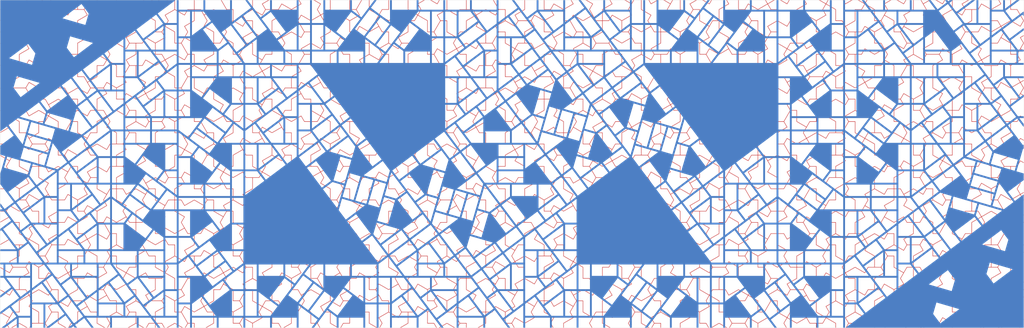
<source format=kicad_pcb>
(kicad_pcb (version 20240108) (generator "pcbnew") (generator_version "8.0")
  (layers (0 "F.Cu" signal) (31 "B.Cu" signal) (34 "B.Paste" user) (35 "F.Paste" user) (36 "B.SilkS" user "B.Silkscreen") (37 "F.SilkS" user "F.Silkscreen") (38 "B.Mask" user) (39 "F.Mask" user) (44 "Edge.Cuts" user))
  (net 0 "")
  (gr_poly (pts (xy 162.719849 212.543518) (xy 162.421173 212.543518) (xy 159.936035 211.108978) (xy 157.452484 212.543518) (xy 157.152771 212.543518) (xy 157.34552 212.432403) (xy 159.898834 210.958069) (xy 159.936035 210.936371)) (stroke (width -0.000001)) (fill solid) (layer "F.Cu"))
  (gr_poly (pts (xy 423.275024 101.210754) (xy 423.974182 100) (xy 424.147278 100) (xy 423.329773 101.415405) (xy 420.878235 100) (xy 421.177979 100)) (stroke (width -0.000001)) (fill solid) (layer "F.Cu"))
  (gr_poly (pts (xy 349.410248 212.543518) (xy 349.111054 212.543518) (xy 346.626465 211.108978) (xy 344.142364 212.543518) (xy 343.842651 212.543518) (xy 346.626465 210.936371)) (stroke (width -0.000001)) (fill solid) (layer "F.Cu"))
  (gr_poly (pts (xy 249.920227 101.210754) (xy 250.619385 100) (xy 250.792511 100) (xy 249.975006 101.415405) (xy 247.523468 100) (xy 247.823181 100)) (stroke (width -0.000001)) (fill solid) (layer "F.Cu"))
  (gr_poly (pts (xy 256.065064 212.543518) (xy 255.765839 212.543518) (xy 253.28125 211.108978) (xy 250.79715 212.543518) (xy 250.497955 212.543518) (xy 250.690704 212.432403) (xy 253.244049 210.958069) (xy 253.28125 210.936371)) (stroke (width -0.000001)) (fill solid) (layer "F.Cu"))
  (gr_poly (pts (xy 389.992279 101.210754) (xy 392.089294 100) (xy 392.389038 100) (xy 389.9375 101.415405) (xy 389.119995 100) (xy 389.293091 100)) (stroke (width -0.000001)) (fill solid) (layer "F.Cu"))
  (gr_poly (pts (xy 369.93512 101.210754) (xy 370.634277 100) (xy 370.807404 100) (xy 369.989868 101.415405) (xy 367.538361 100) (xy 367.838074 100)) (stroke (width -0.000001)) (fill solid) (layer "F.Cu"))
  (gr_poly (pts (xy 442.754944 212.543518) (xy 442.456238 212.543518) (xy 439.97113 211.108978) (xy 437.48706 212.543518) (xy 437.187317 212.543518) (xy 439.97113 210.936371)) (stroke (width -0.000001)) (fill solid) (layer "F.Cu"))
  (gr_poly (pts (xy 109.379959 212.543518) (xy 109.081268 212.543518) (xy 106.596161 211.108978) (xy 104.112076 212.543518) (xy 103.812347 212.543518) (xy 106.596161 210.936371)) (stroke (width -0.000001)) (fill solid) (layer "F.Cu"))
  (gr_poly (pts (xy 156.575012 101.210754) (xy 157.2742 100) (xy 157.447327 100) (xy 156.629791 101.415405) (xy 154.178253 100) (xy 154.477997 100)) (stroke (width -0.000001)) (fill solid) (layer "F.Cu"))
  (gr_poly (pts (xy 323.317291 101.210754) (xy 325.414307 100) (xy 325.71405 100) (xy 323.262512 101.415405) (xy 322.444977 100) (xy 322.618103 100)) (stroke (width -0.000001)) (fill solid) (layer "F.Cu"))
  (gr_poly (pts (xy 110.032639 101.340485) (xy 106.671081 103.281433) (xy 106.671081 107.012482) (xy 108.775345 107.012482) (xy 109.90242 105.06015) (xy 113.263962 107.00061) (xy 115.775436 105.550568) (xy 116.399944 105.18985) (xy 116.699936 105.18985) (xy 117.75206 107.012482) (xy 120.006195 107.012482) (xy 120.006195 110.893372) (xy 123.237518 112.758911) (xy 124.333054 110.861847) (xy 126.523621 110.861847) (xy 126.523621 107.044006) (xy 129.82988 105.135071) (xy 128.778259 103.312958) (xy 124.419357 103.312958) (xy 123.292297 105.26477) (xy 119.931259 103.324341) (xy 116.699936 105.18985) (xy 116.399944 105.18985) (xy 116.494781 105.135071) (xy 115.39975 103.238037) (xy 116.494781 101.340485) (xy 114.172958 100) (xy 114.47319 100) (xy 116.570221 101.210754) (xy 117.269409 100) (xy 117.44252 100) (xy 116.699936 101.285706) (xy 116.662201 101.350799) (xy 116.625 101.415405) (xy 115.572861 103.238037) (xy 116.625 105.06015) (xy 119.931259 103.151215) (xy 123.237518 105.06015) (xy 124.333054 103.162598) (xy 126.523621 103.162598) (xy 126.523621 100) (xy 126.673996 100) (xy 126.673996 103.162598) (xy 128.778259 103.162598) (xy 129.8676 101.27536) (xy 130.603989 100) (xy 130.777618 100) (xy 129.997315 101.350799) (xy 128.907974 103.238037) (xy 130.035034 105.18985) (xy 126.673996 107.130829) (xy 126.673996 110.861847) (xy 128.778259 110.861847) (xy 129.904816 108.909515) (xy 133.266358 110.849975) (xy 136.497681 108.984466) (xy 135.402146 107.087402) (xy 136.497681 105.18985) (xy 136.402779 105.135071) (xy 136.702331 105.135071) (xy 140.008575 107.044006) (xy 140.008575 110.861847) (xy 142.199677 110.861847) (xy 143.295197 112.758911) (xy 146.526001 110.893372) (xy 146.526001 107.012482) (xy 148.78067 107.012482) (xy 149.832275 105.18985) (xy 146.601471 103.324341) (xy 143.239899 105.26477) (xy 142.112854 103.312958) (xy 137.754456 103.312958) (xy 136.702331 105.135071) (xy 136.402779 105.135071) (xy 133.191437 103.281433) (xy 133.191437 100) (xy 133.341293 100) (xy 133.341293 103.194641) (xy 136.572616 105.06015) (xy 137.668152 103.162598) (xy 139.858734 103.162598) (xy 139.858734 100) (xy 140.008575 100) (xy 140.008575 103.162598) (xy 142.199677 103.162598) (xy 143.295197 105.06015) (xy 146.601471 103.151215) (xy 149.907715 105.06015) (xy 150.959839 103.238037) (xy 149.907715 101.415405) (xy 149.869995 101.350799) (xy 149.832275 101.285706) (xy 149.09021 100) (xy 149.263306 100) (xy 149.962494 101.210754) (xy 152.060059 100) (xy 152.359253 100) (xy 150.037415 101.340485) (xy 151.132965 103.238037) (xy 150.037415 105.135071) (xy 153.305969 107.022308) (xy 153.343689 107.044006) (xy 153.343689 110.861847) (xy 155.447937 110.861847) (xy 156.500092 109.039245) (xy 156.537811 108.97464) (xy 156.575012 108.909515) (xy 157.627136 107.087402) (xy 156.531714 105.18985) (xy 156.705231 105.18985) (xy 157.800262 107.087402) (xy 156.705231 108.984466) (xy 160.011505 110.893372) (xy 160.011505 114.711243) (xy 162.115753 114.711243) (xy 163.167389 112.88913) (xy 163.205108 112.824005) (xy 163.24231 112.758911) (xy 164.294434 110.936798) (xy 163.199012 109.039245) (xy 163.372528 109.039245) (xy 164.468078 110.936798) (xy 163.372528 112.834351) (xy 166.603851 114.69986) (xy 169.964905 112.758911) (xy 171.091949 114.711243) (xy 173.196228 114.711243) (xy 173.196228 110.980194) (xy 169.835174 109.039245) (xy 170.96225 107.087402) (xy 169.910126 105.26477) (xy 169.872406 105.200195) (xy 169.866492 105.18985) (xy 170.039826 105.18985) (xy 171.135376 107.087402) (xy 170.039826 108.984466) (xy 173.346069 110.893372) (xy 173.346069 114.711243) (xy 175.450348 114.711243) (xy 176.502472 112.88913) (xy 176.540192 112.824005) (xy 176.577423 112.758911) (xy 177.629547 110.936798) (xy 176.534096 109.039245) (xy 176.707642 109.039245) (xy 177.802643 110.936798) (xy 176.707642 112.834351) (xy 179.976166 114.721558) (xy 180.013885 114.743286) (xy 180.013885 118.560608) (xy 182.118164 118.560608) (xy 183.207489 116.673401) (xy 184.297363 114.786163) (xy 183.201416 112.88913) (xy 183.374939 112.88913) (xy 184.427063 114.711243) (xy 186.681183 114.711243) (xy 186.681183 118.592651) (xy 189.912506 120.45816) (xy 191.008057 118.560608) (xy 193.198608 118.560608) (xy 193.198608 114.743286) (xy 196.410005 112.88913) (xy 196.710022 112.88913) (xy 197.805573 114.786163) (xy 196.710022 116.683716) (xy 200.016296 118.592651) (xy 200.016296 122.410003) (xy 202.120544 122.410003) (xy 203.2099 120.522766) (xy 204.299744 118.635559) (xy 203.20433 116.738495) (xy 203.377319 116.738495) (xy 204.429443 118.560608) (xy 206.683594 118.560608) (xy 206.683594 122.442017) (xy 209.914917 124.307556) (xy 211.010437 122.410003) (xy 213.201019 122.410003) (xy 213.201019 118.592651) (xy 216.507263 116.683716) (xy 215.455658 114.861084) (xy 211.096741 114.861084) (xy 209.970215 116.813446) (xy 206.608643 114.872986) (xy 203.377319 116.738495) (xy 203.20433 116.738495) (xy 203.172699 116.683716) (xy 206.533722 114.743286) (xy 206.533722 111.011719) (xy 204.429443 111.011719) (xy 203.302399 112.96405) (xy 199.941345 111.023621) (xy 197.429871 112.473633) (xy 196.710022 112.88913) (xy 196.410005 112.88913) (xy 196.504883 112.834351) (xy 195.453247 111.011719) (xy 191.09436 111.011719) (xy 189.967285 112.96405) (xy 186.606262 111.023621) (xy 183.374939 112.88913) (xy 183.201416 112.88913) (xy 183.169769 112.834351) (xy 186.531311 110.893372) (xy 186.531311 107.162353) (xy 184.427063 107.162353) (xy 183.299988 109.114685) (xy 179.938965 107.174225) (xy 176.707642 109.039245) (xy 176.534096 109.039245) (xy 176.502472 108.984466) (xy 179.863525 107.044006) (xy 179.863525 103.312958) (xy 177.759247 103.312958) (xy 176.63269 105.26477) (xy 173.271149 103.324341) (xy 170.039826 105.18985) (xy 169.866492 105.18985) (xy 169.835174 105.135071) (xy 168.783051 103.312958) (xy 166.678802 103.312958) (xy 166.678802 107.130829) (xy 163.372528 109.039245) (xy 163.199012 109.039245) (xy 163.167389 108.984466) (xy 166.528931 107.044006) (xy 166.528931 103.312958) (xy 164.424652 103.312958) (xy 163.297608 105.26477) (xy 159.936554 103.324341) (xy 159.936035 103.324341) (xy 156.705231 105.18985) (xy 156.531714 105.18985) (xy 156.500092 105.135071) (xy 159.861114 103.194641) (xy 159.861114 100) (xy 160.011505 100) (xy 160.011505 103.194641) (xy 163.24231 105.06015) (xy 164.33786 103.162598) (xy 166.528931 103.162598) (xy 166.528931 100) (xy 166.678802 100) (xy 166.678802 103.162598) (xy 168.869354 103.162598) (xy 169.964905 105.06015) (xy 170.680603 104.646728) (xy 173.233948 103.172913) (xy 173.271149 103.151215) (xy 176.577423 105.06015) (xy 177.629547 103.238037) (xy 176.540192 101.350799) (xy 175.759888 100) (xy 175.933533 100) (xy 176.669922 101.27536) (xy 177.759247 103.162598) (xy 180.013885 103.162598) (xy 180.013885 107.044006) (xy 183.245209 108.909515) (xy 184.297363 107.087402) (xy 183.201407 105.18985) (xy 183.374939 105.18985) (xy 184.427063 107.012482) (xy 186.681183 107.012482) (xy 186.681183 110.893372) (xy 189.912506 112.758911) (xy 191.008057 110.861847) (xy 193.198608 110.861847) (xy 193.198608 107.130829) (xy 193.348999 107.130829) (xy 193.348999 110.861847) (xy 195.539551 110.861847) (xy 196.635101 112.758911) (xy 199.903625 110.871673) (xy 199.941345 110.849975) (xy 203.247619 112.758911) (xy 204.299744 110.936798) (xy 203.2099 109.04956) (xy 202.120544 107.162353) (xy 199.866425 107.162353) (xy 199.866425 107.087402) (xy 202.250275 107.087402) (xy 203.340119 108.97464) (xy 204.429443 110.861847) (xy 206.683594 110.861847) (xy 206.683594 114.743286) (xy 209.914917 116.608795) (xy 210.967041 114.786163) (xy 215.585358 114.786163) (xy 215.980164 115.469848) (xy 216.637482 116.608795) (xy 216.674713 116.673401) (xy 216.712433 116.738495) (xy 217.764557 118.560608) (xy 220.018677 118.560608) (xy 220.018677 122.442017) (xy 223.25 124.307556) (xy 224.302155 122.485443) (xy 223.206703 120.58789) (xy 223.380249 120.58789) (xy 224.47525 122.485443) (xy 223.380249 124.382477) (xy 226.648773 126.269714) (xy 226.686493 126.291412) (xy 226.686493 130.109253) (xy 228.790771 130.109253) (xy 229.842377 128.286621) (xy 229.880096 128.222046) (xy 229.917297 128.156921) (xy 230.969421 126.334808) (xy 229.874 124.437256) (xy 230.047516 124.437256) (xy 231.143066 126.334808) (xy 230.047516 128.231873) (xy 233.35379 130.140777) (xy 233.35379 133.958649) (xy 235.458038 133.958649) (xy 236.510193 132.136535) (xy 236.547394 132.071411) (xy 236.585114 132.006317) (xy 237.637237 130.184204) (xy 236.541798 128.286621) (xy 236.714813 128.286621) (xy 237.810364 130.184204) (xy 236.714813 132.081756) (xy 239.946136 133.947265) (xy 243.307709 132.006317) (xy 244.434235 133.958649) (xy 246.538513 133.958649) (xy 246.538513 130.2276) (xy 243.17749 128.286621) (xy 244.304535 126.334808) (xy 243.252411 124.512177) (xy 243.21521 124.447601) (xy 243.209218 124.437256) (xy 243.382629 124.437256) (xy 244.477661 126.334808) (xy 243.382629 128.231873) (xy 246.688904 130.140777) (xy 246.688904 133.958649) (xy 248.793152 133.958649) (xy 249.844757 132.136535) (xy 249.882477 132.071411) (xy 249.920227 132.006317) (xy 250.972351 130.184204) (xy 249.876378 128.286621) (xy 250.049927 128.286621) (xy 251.145477 130.184204) (xy 250.049927 132.081756) (xy 253.318451 133.968963) (xy 253.356171 133.990692) (xy 253.356171 137.808014) (xy 255.460449 137.808014) (xy 256.550293 135.920807) (xy 257.639648 134.033569) (xy 256.544206 132.136535) (xy 256.717743 132.136535) (xy 257.769348 133.958649) (xy 260.023987 133.958649) (xy 260.023987 137.840057) (xy 263.254791 139.705566) (xy 264.350342 137.808014) (xy 266.541412 137.808014) (xy 266.541412 133.990692) (xy 269.752809 132.136535) (xy 270.052307 132.136535) (xy 271.147858 134.033569) (xy 270.052307 135.931122) (xy 273.358582 137.840057) (xy 273.358582 141.657379) (xy 275.46283 141.657379) (xy 276.514984 139.835297) (xy 276.552704 139.770172) (xy 276.589905 139.705566) (xy 277.642029 137.882935) (xy 276.546616 135.985901) (xy 276.720123 135.985901) (xy 277.815155 137.882935) (xy 276.720123 139.780518) (xy 280.026398 141.689423) (xy 280.026398 145.507294) (xy 282.130646 145.507294) (xy 283.182281 143.684662) (xy 283.220001 143.620056) (xy 283.257721 143.554962) (xy 284.309845 141.732849) (xy 283.213919 139.835297) (xy 283.387421 139.835297) (xy 284.482971 141.732849) (xy 283.387421 143.629883) (xy 286.618744 145.495392) (xy 289.979797 143.554962) (xy 291.106842 145.507294) (xy 293.21112 145.507294) (xy 293.21112 141.776245) (xy 289.850067 139.835297) (xy 290.977142 137.882935) (xy 289.925018 136.060852) (xy 289.887787 135.995728) (xy 289.88205 135.985901) (xy 290.055237 135.985901) (xy 291.150269 137.882935) (xy 290.055237 139.780518) (xy 293.361481 141.689423) (xy 293.361481 145.507294) (xy 295.465759 145.507294) (xy 296.517365 143.684662) (xy 296.555084 143.620056) (xy 296.592285 143.554962) (xy 297.64444 141.732849) (xy 296.548989 139.835297) (xy 296.722534 139.835297) (xy 297.818054 141.732849) (xy 296.722534 143.629883) (xy 299.991058 145.51712) (xy 300.028778 145.538818) (xy 300.028778 149.356659) (xy 302.133057 149.356659) (xy 303.222382 147.469452) (xy 304.312256 145.582214) (xy 303.216805 143.684662) (xy 303.389832 143.684662) (xy 304.441956 145.507294) (xy 306.696075 145.507294) (xy 306.696075 149.388183) (xy 309.927399 151.253692) (xy 311.022949 149.356659) (xy 313.213501 149.356659) (xy 313.213501 145.538818) (xy 316.424898 143.684662) (xy 316.724914 143.684662) (xy 317.820465 145.582214) (xy 316.724914 147.479248) (xy 320.031189 149.388183) (xy 320.031189 153.206055) (xy 322.135437 153.206055) (xy 323.225311 151.318817) (xy 324.314636 149.43161) (xy 323.219184 147.534027) (xy 323.392731 147.534027) (xy 324.444336 149.356659) (xy 326.698975 149.356659) (xy 326.698975 153.238068) (xy 329.92981 155.103607) (xy 331.02533 153.206055) (xy 333.216431 153.206055) (xy 333.216431 149.475006) (xy 333.366272 149.475006) (xy 333.366272 153.206055) (xy 335.556854 153.206055) (xy 336.652374 155.103607) (xy 339.958649 153.194672) (xy 343.264893 155.103607) (xy 344.317047 153.280975) (xy 343.264893 151.458862) (xy 343.227692 151.393738) (xy 343.22197 151.383942) (xy 343.395111 151.383942) (xy 344.490143 153.280975) (xy 343.395111 155.178528) (xy 346.663666 157.065765) (xy 346.701386 157.087463) (xy 346.701386 160.904785) (xy 348.805634 160.904785) (xy 349.857269 159.082672) (xy 349.894989 159.017578) (xy 349.932709 158.952972) (xy 350.984833 157.13034) (xy 349.888616 155.232788) (xy 350.062408 155.232788) (xy 351.157959 157.13034) (xy 350.062408 159.027923) (xy 353.368683 160.936828) (xy 353.368683 164.754181) (xy 355.472931 164.754181) (xy 356.525085 162.932068) (xy 356.562805 162.866943) (xy 356.600006 162.802368) (xy 357.65213 160.979736) (xy 356.556699 159.082672) (xy 356.730225 159.082672) (xy 357.825256 160.979736) (xy 356.730225 162.877289) (xy 359.961029 164.742798) (xy 363.322601 162.802368) (xy 364.449646 164.754181) (xy 366.553924 164.754181) (xy 366.553924 161.023132) (xy 363.192352 159.082672) (xy 364.319428 157.13034) (xy 363.267303 155.308227) (xy 363.230103 155.243133) (xy 363.224106 155.232788) (xy 363.397522 155.232788) (xy 364.493072 157.13034) (xy 363.397522 159.027923) (xy 366.703766 160.936828) (xy 366.703766 164.754181) (xy 368.808044 164.754181) (xy 369.860169 162.932068) (xy 369.897369 162.866943) (xy 369.93512 162.802368) (xy 370.987244 160.979736) (xy 369.891783 159.082672) (xy 370.064819 159.082672) (xy 371.160339 160.979736) (xy 370.064819 162.877289) (xy 373.333862 164.764496) (xy 373.371063 164.786224) (xy 373.371063 168.603546) (xy 375.475342 168.603546) (xy 376.565186 166.716339) (xy 377.654541 164.829102) (xy 376.559098 162.932068) (xy 376.732636 162.932068) (xy 377.784241 164.754181) (xy 380.038879 164.754181) (xy 380.038879 168.63559) (xy 383.270203 170.501099) (xy 384.365753 168.603546) (xy 386.556305 168.603546) (xy 386.556305 164.785705) (xy 389.766803 162.932068) (xy 390.067718 162.932068) (xy 391.16275 164.829102) (xy 390.067718 166.726654) (xy 393.373993 168.63559) (xy 393.373993 172.452942) (xy 395.478272 172.452942) (xy 396.529846 170.630829) (xy 396.567566 170.565704) (xy 396.604797 170.501099) (xy 397.656921 168.678497) (xy 396.561478 166.781433) (xy 396.735047 166.781433) (xy 397.830566 168.678497) (xy 396.735047 170.575531) (xy 400.04126 172.484467) (xy 400.04126 176.302307) (xy 402.145569 176.302307) (xy 403.197693 174.480194) (xy 403.234863 174.415069) (xy 403.272583 174.349976) (xy 404.324707 172.527862) (xy 403.229315 170.63031) (xy 403.402283 170.63031) (xy 404.497864 172.527862) (xy 403.402283 174.425415) (xy 406.633667 176.290924) (xy 409.995178 174.349976) (xy 411.121765 176.302307) (xy 413.226013 176.302307) (xy 413.226013 172.571259) (xy 409.86499 170.630829) (xy 409.896912 170.575531) (xy 410.06958 170.575531) (xy 413.376404 172.484467) (xy 413.376404 176.302307) (xy 415.480652 176.302307) (xy 416.532287 174.480194) (xy 416.570007 174.415069) (xy 416.607727 174.349976) (xy 417.659851 172.527862) (xy 416.563925 170.63031) (xy 416.737427 170.63031) (xy 417.832947 172.527862) (xy 416.737427 174.424896) (xy 420.005921 176.312134) (xy 420.043701 176.333832) (xy 420.043701 180.151672) (xy 422.147949 180.151672) (xy 423.237793 178.264465) (xy 424.327148 176.377228) (xy 423.231697 174.479675) (xy 423.405212 174.479675) (xy 424.456848 176.301788) (xy 426.711487 176.301788) (xy 426.711487 180.183197) (xy 429.942322 182.048736) (xy 431.037842 180.151153) (xy 433.228943 180.151153) (xy 433.228943 176.333832) (xy 436.44028 174.479675) (xy 436.739807 174.479675) (xy 437.835327 176.376709) (xy 436.739807 178.274292) (xy 440.046082 180.183197) (xy 440.046082 184.001068) (xy 442.15033 184.001068) (xy 443.240173 182.113831) (xy 444.329529 180.226624) (xy 443.202454 178.274292) (xy 446.563477 176.333832) (xy 446.563477 172.602264) (xy 444.459228 172.602264) (xy 443.332703 174.554596) (xy 439.97113 172.614166) (xy 439.00946 173.169159) (xy 436.739807 174.479675) (xy 436.44028 174.479675) (xy 436.535156 174.424896) (xy 435.483032 172.602264) (xy 431.124634 172.602264) (xy 429.99707 174.554596) (xy 426.636047 172.614166) (xy 423.405212 174.479675) (xy 423.231697 174.479675) (xy 423.200073 174.424896) (xy 426.561096 172.484467) (xy 426.561096 168.753418) (xy 424.456848 168.753418) (xy 423.329773 170.705231) (xy 419.96875 168.764771) (xy 416.737427 170.63031) (xy 416.563925 170.63031) (xy 416.532287 170.575531) (xy 419.893799 168.635071) (xy 419.893799 164.904022) (xy 417.789551 164.904022) (xy 416.662476 166.855865) (xy 413.301453 164.915405) (xy 412.339233 165.470916) (xy 410.070129 166.781433) (xy 411.165161 168.678497) (xy 410.06958 170.575531) (xy 409.896912 170.575531) (xy 410.992005 168.678497) (xy 409.93988 166.855865) (xy 409.90271 166.79126) (xy 409.86499 166.726135) (xy 408.812805 164.904022) (xy 406.708557 164.904022) (xy 406.708557 168.721893) (xy 403.402283 170.63031) (xy 403.229315 170.63031) (xy 403.197693 170.575531) (xy 406.558716 168.635071) (xy 406.558716 164.904022) (xy 404.454468 164.904022) (xy 403.327392 166.855865) (xy 399.96637 164.915405) (xy 396.735047 166.781433) (xy 396.561478 166.781433) (xy 396.529846 166.726654) (xy 399.891419 164.785705) (xy 399.891419 161.054657) (xy 397.78717 161.054657) (xy 396.660095 163.006988) (xy 393.298523 161.06604) (xy 392.336853 161.621552) (xy 390.067718 162.932068) (xy 389.766803 162.932068) (xy 389.862579 162.87677) (xy 388.810425 161.054657) (xy 384.452057 161.054657) (xy 383.324982 163.006988) (xy 379.963959 161.06604) (xy 376.732636 162.932068) (xy 376.559098 162.932068) (xy 376.527466 162.877289) (xy 379.888489 160.936828) (xy 379.888489 157.205292) (xy 377.784241 157.205292) (xy 376.657684 159.157623) (xy 373.296142 157.217163) (xy 370.064819 159.082672) (xy 369.891783 159.082672) (xy 369.860169 159.027923) (xy 373.221222 157.086945) (xy 373.221222 153.355896) (xy 371.116943 153.355896) (xy 369.989868 155.308227) (xy 366.628845 153.367279) (xy 363.397522 155.232788) (xy 363.224106 155.232788) (xy 363.192352 155.178009) (xy 362.140747 153.355896) (xy 360.036499 153.355896) (xy 360.036499 157.173767) (xy 356.730225 159.082672) (xy 356.556699 159.082672) (xy 356.525085 159.027923) (xy 359.886108 157.086945) (xy 359.886108 153.355896) (xy 357.78183 153.355896) (xy 356.654785 155.308227) (xy 353.293732 153.367279) (xy 350.062408 155.232788) (xy 349.888616 155.232788) (xy 349.857269 155.178528) (xy 353.218811 153.238068) (xy 353.218811 149.50653) (xy 351.114563 149.50653) (xy 349.987488 151.458862) (xy 346.626465 149.518402) (xy 345.664245 150.073425) (xy 343.395111 151.383942) (xy 343.22197 151.383942) (xy 343.189972 151.329163) (xy 342.137848 149.50653) (xy 339.883697 149.50653) (xy 339.883697 145.625641) (xy 339.882799 145.625122) (xy 340.033569 145.625122) (xy 340.033569 149.356659) (xy 342.22464 149.356659) (xy 343.32019 151.253692) (xy 346.588715 149.366485) (xy 346.626465 149.344788) (xy 349.932709 151.253692) (xy 350.984833 149.43161) (xy 350.590027 148.747925) (xy 349.932709 147.609497) (xy 349.894989 147.544373) (xy 349.888997 147.534027) (xy 350.062408 147.534027) (xy 351.114563 149.356659) (xy 353.368683 149.356659) (xy 353.368683 153.238068) (xy 356.600006 155.103607) (xy 357.695557 153.206055) (xy 359.886108 153.206055) (xy 359.886108 149.475006) (xy 360.036499 149.475006) (xy 360.036499 153.206055) (xy 362.227051 153.206055) (xy 363.322601 155.103607) (xy 364.038299 154.690186) (xy 366.591126 153.21637) (xy 366.628845 153.194672) (xy 369.93512 155.103607) (xy 370.987244 153.280975) (xy 369.897369 151.393738) (xy 368.808044 149.50653) (xy 366.553924 149.50653) (xy 366.553924 149.43161) (xy 368.937744 149.43161) (xy 370.027618 151.318817) (xy 371.116943 153.206055) (xy 373.371063 153.206055) (xy 373.371063 157.087463) (xy 376.602386 158.952972) (xy 377.654541 157.13034) (xy 376.558798 155.232788) (xy 376.732636 155.232788) (xy 377.784241 157.05542) (xy 380.038879 157.05542) (xy 380.038879 160.936828) (xy 383.270203 162.802368) (xy 384.365753 160.904785) (xy 386.556305 160.904785) (xy 386.556305 157.173767) (xy 386.706177 157.173767) (xy 386.706177 160.904785) (xy 388.896729 160.904785) (xy 389.992279 162.802368) (xy 392.052093 161.613281) (xy 393.261322 160.91513) (xy 393.298523 160.893433) (xy 396.604797 162.802368) (xy 397.656921 160.980255) (xy 397.262634 160.29657) (xy 396.604797 159.157623) (xy 396.567566 159.093018) (xy 396.561571 159.082672) (xy 396.735047 159.082672) (xy 397.78717 160.904785) (xy 400.04126 160.904785) (xy 400.04126 164.786224) (xy 403.272583 166.651733) (xy 404.368164 164.754181) (xy 406.558716 164.754181) (xy 406.558716 161.023132) (xy 406.708557 161.023132) (xy 406.708557 164.754181) (xy 408.899658 164.754181) (xy 409.995178 166.651733) (xy 410.710388 166.238312) (xy 413.263733 164.764496) (xy 413.301453 164.742798) (xy 416.607727 166.651733) (xy 417.659851 164.829102) (xy 416.570007 162.941895) (xy 415.480652 161.054657) (xy 413.226013 161.054657) (xy 413.226013 160.979736) (xy 415.610351 160.979736) (xy 416.699707 162.866943) (xy 417.789001 164.754181) (xy 420.043701 164.754181) (xy 420.043701 168.63559) (xy 423.275024 170.501099) (xy 424.327148 168.678985) (xy 423.231163 166.781433) (xy 423.405212 166.781433) (xy 424.456848 168.603546) (xy 426.711487 168.603546) (xy 426.711487 172.484467) (xy 429.942322 174.350494) (xy 431.037842 172.452942) (xy 433.228943 172.452942) (xy 433.228943 168.721893) (xy 433.378784 168.721893) (xy 433.378784 172.452942) (xy 435.569336 172.452942) (xy 436.664856 174.350494) (xy 438.724182 173.161407) (xy 439.93396 172.463257) (xy 439.97113 172.441559) (xy 443.277405 174.350494) (xy 444.329529 172.527862) (xy 443.240173 170.640625) (xy 442.15033 168.753418) (xy 439.896179 168.753418) (xy 439.896179 164.872528) (xy 440.046082 164.872528) (xy 440.046082 168.603546) (xy 442.15033 168.603546) (xy 443.277405 166.651733) (xy 446.638977 168.592193) (xy 449.150452 167.142151) (xy 449.869751 166.726654) (xy 448.774719 164.829102) (xy 449.869751 162.932068) (xy 446.563477 161.023132) (xy 446.563477 157.205292) (xy 444.459228 157.205292) (xy 443.369873 159.092499) (xy 442.280579 160.979736) (xy 443.407593 162.932068) (xy 440.046082 164.872528) (xy 439.896179 164.872528) (xy 436.664856 163.006988) (xy 435.612732 164.829102) (xy 436.739807 166.781433) (xy 433.378784 168.721893) (xy 433.228943 168.721893) (xy 433.228943 168.635071) (xy 436.535156 166.726135) (xy 435.483032 164.904022) (xy 431.124634 164.904022) (xy 429.997558 166.855865) (xy 426.636047 164.915924) (xy 423.405212 166.781433) (xy 423.231163 166.781433) (xy 423.199524 166.726654) (xy 426.561096 164.786224) (xy 426.561096 161.054657) (xy 424.370544 161.054657) (xy 423.275024 159.157623) (xy 421.021911 160.458313) (xy 420.005921 161.04483) (xy 419.96875 161.066559) (xy 416.662476 159.157623) (xy 415.610351 160.979736) (xy 413.226013 160.979736) (xy 413.226013 157.173767) (xy 413.376404 157.173767) (xy 413.376404 160.904785) (xy 415.480652 160.904785) (xy 416.607727 158.952972) (xy 419.96875 160.893433) (xy 422.066284 159.682129) (xy 423.200073 159.027923) (xy 422.104553 157.13034) (xy 422.277649 157.13034) (xy 423.329773 158.952454) (xy 423.367493 159.017578) (xy 423.405212 159.082672) (xy 424.456848 160.904785) (xy 426.711487 160.904785) (xy 426.711487 164.786224) (xy 429.942322 166.651733) (xy 430.994446 164.829102) (xy 429.899003 162.932068) (xy 430.07251 162.932068) (xy 431.124634 164.754181) (xy 435.483032 164.754181) (xy 436.610107 162.802368) (xy 439.97113 164.742798) (xy 443.202454 162.877289) (xy 442.15033 161.054657) (xy 439.896179 161.054657) (xy 439.896179 157.173767) (xy 436.934143 155.463257) (xy 436.664856 155.308227) (xy 435.569336 157.205292) (xy 433.378784 157.205292) (xy 433.378784 161.023132) (xy 430.07251 162.932068) (xy 429.899003 162.932068) (xy 429.867371 162.877289) (xy 433.228943 160.936828) (xy 433.228943 157.205292) (xy 431.037842 157.205292) (xy 429.942322 155.308227) (xy 426.636047 157.217163) (xy 423.329773 155.308227) (xy 422.277649 157.13034) (xy 422.104553 157.13034) (xy 423.200073 155.233307) (xy 423.105196 155.178528) (xy 423.405212 155.178528) (xy 426.636047 157.044037) (xy 429.997558 155.103607) (xy 431.124634 157.05542) (xy 435.483032 157.05542) (xy 436.535156 155.233307) (xy 433.228943 153.324371) (xy 433.228943 149.50653) (xy 431.037842 149.50653) (xy 429.942322 147.609497) (xy 426.711487 149.475006) (xy 426.711487 153.355896) (xy 424.456848 153.355896) (xy 423.405212 155.178528) (xy 423.105196 155.178528) (xy 419.893799 153.324371) (xy 419.893799 149.50653) (xy 417.789551 149.50653) (xy 416.699707 151.393738) (xy 415.610351 153.280975) (xy 416.737427 155.233307) (xy 413.376404 157.173767) (xy 413.226013 157.173767) (xy 409.995178 155.308227) (xy 408.943054 157.13034) (xy 410.070129 159.082672) (xy 406.708557 161.023132) (xy 406.558716 161.023132) (xy 406.558716 160.936828) (xy 409.86499 159.027923) (xy 408.812805 157.205292) (xy 404.454468 157.205292) (xy 403.327392 159.157623) (xy 399.96637 157.217163) (xy 396.735047 159.082672) (xy 396.561571 159.082672) (xy 396.529846 159.027923) (xy 395.478272 157.205811) (xy 393.223602 157.205811) (xy 393.223602 153.324371) (xy 393.373993 153.324371) (xy 393.373993 157.05542) (xy 395.564575 157.05542) (xy 396.660095 158.952972) (xy 399.96637 157.044037) (xy 403.272583 158.952972) (xy 404.324707 157.13034) (xy 403.929932 156.447174) (xy 403.272583 155.308227) (xy 403.234863 155.243133) (xy 403.229209 155.233307) (xy 403.402283 155.233307) (xy 404.065308 156.381561) (xy 404.454468 157.05542) (xy 408.812805 157.05542) (xy 409.93988 155.103607) (xy 413.301453 157.044037) (xy 416.532287 155.178528) (xy 415.480652 153.355896) (xy 413.226013 153.355896) (xy 413.226013 149.475006) (xy 409.995178 147.609497) (xy 408.899658 149.50653) (xy 406.708557 149.50653) (xy 406.708557 153.324371) (xy 403.402283 155.233307) (xy 403.229209 155.233307) (xy 403.197693 155.178528) (xy 402.145569 153.355896) (xy 399.891419 153.355896) (xy 399.891419 149.475006) (xy 396.660095 147.609497) (xy 395.607971 149.43161) (xy 396.735047 151.383942) (xy 393.373993 153.324371) (xy 393.223602 153.324371) (xy 389.992279 151.458862) (xy 388.940155 153.280975) (xy 390.067718 155.233307) (xy 386.706177 157.173767) (xy 386.556305 157.173767) (xy 386.556305 157.086945) (xy 389.862579 155.178009) (xy 388.810425 153.355896) (xy 384.452057 153.355896) (xy 383.324982 155.308227) (xy 379.963959 153.367279) (xy 376.732636 155.232788) (xy 376.558798 155.232788) (xy 376.527466 155.178528) (xy 379.888489 153.238068) (xy 379.888489 149.50653) (xy 377.697937 149.50653) (xy 376.602386 147.609497) (xy 375.886688 148.022369) (xy 373.333862 149.496704) (xy 373.296142 149.518402) (xy 369.989868 147.609497) (xy 368.937744 149.43161) (xy 366.553924 149.43161) (xy 366.553924 145.625641) (xy 366.703766 145.625641) (xy 366.703766 149.356659) (xy 368.808044 149.356659) (xy 369.93512 147.404327) (xy 373.296142 149.344788) (xy 375.393677 148.134003) (xy 376.432609 147.534027) (xy 376.732636 147.534027) (xy 377.784241 149.356659) (xy 380.038879 149.356659) (xy 380.038879 153.238068) (xy 383.270203 155.103607) (xy 384.365753 153.206055) (xy 386.556305 153.206055) (xy 386.556305 149.475006) (xy 386.706177 149.475006) (xy 386.706177 153.206055) (xy 388.810425 153.206055) (xy 389.9375 151.253692) (xy 393.298523 153.194672) (xy 396.529846 151.329163) (xy 395.434814 149.43161) (xy 396.529846 147.534027) (xy 396.434942 147.479248) (xy 396.735047 147.479248) (xy 400.04126 149.388183) (xy 400.04126 153.206055) (xy 402.231811 153.206055) (xy 403.327392 155.103607) (xy 406.558716 153.238068) (xy 406.558716 149.356659) (xy 408.812805 149.356659) (xy 409.86499 147.534027) (xy 406.633667 145.668518) (xy 403.272583 147.609497) (xy 402.145569 145.657135) (xy 397.78717 145.657135) (xy 396.735047 147.479248) (xy 396.434942 147.479248) (xy 393.223602 145.625641) (xy 393.223602 141.80777) (xy 391.119354 141.80777) (xy 390.029999 143.695007) (xy 388.940155 145.582214) (xy 390.067718 147.534027) (xy 386.706177 149.475006) (xy 386.556305 149.475006) (xy 386.556305 149.388183) (xy 389.862579 147.479248) (xy 388.810425 145.657135) (xy 384.452057 145.657135) (xy 383.324982 147.609497) (xy 379.963959 145.668518) (xy 376.732636 147.534027) (xy 376.432609 147.534027) (xy 376.527466 147.479248) (xy 375.431915 145.582214) (xy 375.60556 145.582214) (xy 376.657684 147.404327) (xy 379.963959 145.495392) (xy 383.270203 147.404327) (xy 384.365753 145.507294) (xy 386.556305 145.507294) (xy 386.556305 141.776245) (xy 383.194763 139.835297) (xy 384.322327 137.882935) (xy 383.270203 136.060852) (xy 380.038879 137.926361) (xy 380.038879 141.80777) (xy 377.784241 141.80777) (xy 376.732636 143.629883) (xy 376.694885 143.695007) (xy 376.657684 143.759582) (xy 375.60556 145.582214) (xy 375.431915 145.582214) (xy 376.527466 143.684662) (xy 373.221222 141.776245) (xy 373.221222 137.958404) (xy 371.116943 137.958404) (xy 370.027618 139.845611) (xy 368.937744 141.732849) (xy 370.064819 143.684662) (xy 366.703766 145.625641) (xy 366.553924 145.625641) (xy 363.322601 143.759582) (xy 362.270447 145.582214) (xy 363.397522 147.534027) (xy 360.036499 149.475006) (xy 359.886108 149.475006) (xy 359.886108 149.388183) (xy 363.192352 147.479248) (xy 362.140747 145.657135) (xy 357.78183 145.657135) (xy 356.654785 147.609497) (xy 353.293732 145.668518) (xy 350.062408 147.534027) (xy 349.888997 147.534027) (xy 349.857269 147.479248) (xy 348.805634 145.657135) (xy 346.550995 145.657135) (xy 346.550995 141.776245) (xy 346.550097 141.775726) (xy 346.701386 141.775726) (xy 346.701386 145.507294) (xy 348.891937 145.507294) (xy 349.987488 147.404327) (xy 353.293732 145.495392) (xy 356.600006 147.404327) (xy 357.65213 145.582214) (xy 357.257324 144.898529) (xy 356.600006 143.759582) (xy 356.562805 143.695007) (xy 356.556813 143.684662) (xy 356.730225 143.684662) (xy 357.392731 144.833435) (xy 357.78183 145.507294) (xy 362.140747 145.507294) (xy 363.267303 143.554962) (xy 366.628845 145.495392) (xy 369.860169 143.629883) (xy 368.808044 141.80777) (xy 366.553924 141.80777) (xy 366.553924 137.926361) (xy 363.322601 136.060852) (xy 362.227051 137.958404) (xy 360.036499 137.958404) (xy 360.036499 141.776245) (xy 356.730225 143.684662) (xy 356.556813 143.684662) (xy 356.525085 143.629883) (xy 355.472931 141.80777) (xy 353.218811 141.80777) (xy 353.218811 137.926361) (xy 349.987488 136.060852) (xy 348.935364 137.882935) (xy 350.062408 139.835297) (xy 346.701386 141.775726) (xy 346.550097 141.775726) (xy 343.32019 139.910217) (xy 342.268066 141.732849) (xy 343.395111 143.684662) (xy 340.033569 145.625122) (xy 339.882799 145.625122) (xy 336.652374 143.759582) (xy 335.60025 145.582214) (xy 336.727325 147.534027) (xy 333.366272 149.475006) (xy 333.216431 149.475006) (xy 333.216431 149.388183) (xy 336.522674 147.479248) (xy 335.47055 145.657135) (xy 331.112152 145.657135) (xy 329.985077 147.609497) (xy 326.623535 145.669037) (xy 323.392731 147.534027) (xy 323.219184 147.534027) (xy 323.187561 147.479248) (xy 326.548615 145.538818) (xy 326.548615 141.80777) (xy 324.444336 141.80777) (xy 323.317291 143.759582) (xy 319.956238 141.819153) (xy 317.444763 143.269195) (xy 316.724914 143.684662) (xy 316.424898 143.684662) (xy 316.519775 143.629883) (xy 315.46814 141.80777) (xy 311.109253 141.80777) (xy 309.982178 143.759582) (xy 306.621155 141.819153) (xy 303.389832 143.684662) (xy 303.216805 143.684662) (xy 303.185181 143.629883) (xy 306.546204 141.689423) (xy 306.546204 137.958404) (xy 304.441956 137.958404) (xy 303.31488 139.910217) (xy 299.953857 137.969757) (xy 296.722534 139.835297) (xy 296.548989 139.835297) (xy 296.517365 139.780518) (xy 299.878906 137.840057) (xy 299.878906 134.10849) (xy 297.774658 134.10849) (xy 296.647583 136.060852) (xy 293.286041 134.120392) (xy 291.188507 135.331177) (xy 290.055237 135.985901) (xy 289.88205 135.985901) (xy 289.850067 135.931122) (xy 288.797943 134.10849) (xy 286.693695 134.10849) (xy 286.693695 137.926361) (xy 283.387421 139.835297) (xy 283.213919 139.835297) (xy 283.182281 139.780518) (xy 286.543823 137.840057) (xy 286.543823 134.10849) (xy 284.439545 134.10849) (xy 283.3125 136.060852) (xy 279.951446 134.120392) (xy 276.720123 135.985901) (xy 276.546616 135.985901) (xy 276.514984 135.931122) (xy 279.876007 133.990692) (xy 279.876007 130.259125) (xy 277.771759 130.259125) (xy 276.645203 132.211456) (xy 273.283661 130.270996) (xy 270.772186 131.721039) (xy 270.052307 132.136535) (xy 269.752809 132.136535) (xy 269.847687 132.081756) (xy 268.795563 130.259125) (xy 264.437164 130.259125) (xy 263.30957 132.211456) (xy 259.948547 130.270996) (xy 256.717743 132.136535) (xy 256.544206 132.136535) (xy 256.512573 132.081756) (xy 259.873627 130.140777) (xy 259.873627 126.409759) (xy 257.769348 126.409759) (xy 256.642273 128.362091) (xy 253.28125 126.421631) (xy 250.049927 128.286621) (xy 249.876378 128.286621) (xy 249.844757 128.231873) (xy 253.206329 126.291412) (xy 253.206329 122.560364) (xy 251.102051 122.560364) (xy 249.975006 124.512177) (xy 246.613953 122.571747) (xy 243.382629 124.437256) (xy 243.209218 124.437256) (xy 243.17749 124.382477) (xy 242.125336 122.560364) (xy 240.021087 122.560364) (xy 240.021087 126.378235) (xy 236.714813 128.286621) (xy 236.541798 128.286621) (xy 236.510193 128.231873) (xy 239.871216 126.291412) (xy 239.871216 122.560364) (xy 237.766968 122.560364) (xy 236.639893 124.512177) (xy 233.27887 122.571747) (xy 230.047516 124.437256) (xy 229.874 124.437256) (xy 229.842377 124.382477) (xy 233.203918 122.442017) (xy 233.203918 118.710998) (xy 231.099671 118.710998) (xy 229.972595 120.662811) (xy 226.611053 118.722351) (xy 223.380249 120.58789) (xy 223.206703 120.58789) (xy 223.175079 120.533111) (xy 226.536102 118.592651) (xy 226.536102 114.861084) (xy 224.34555 114.861084) (xy 223.25 112.96405) (xy 219.943756 114.872986) (xy 216.637482 112.96405) (xy 215.585358 114.786163) (xy 210.967041 114.786163) (xy 209.871598 112.88913) (xy 210.045135 112.88913) (xy 211.096741 114.711243) (xy 215.455658 114.711243) (xy 216.582703 112.758911) (xy 219.943756 114.69986) (xy 223.175079 112.834351) (xy 222.122955 111.011719) (xy 219.868835 111.011719) (xy 219.868835 110.936798) (xy 222.252655 110.936798) (xy 222.647461 111.620483) (xy 223.304779 112.758911) (xy 223.342499 112.824005) (xy 223.380249 112.88913) (xy 224.431854 114.711243) (xy 226.686493 114.711243) (xy 226.686493 118.592651) (xy 229.917297 120.45816) (xy 230.969421 118.635559) (xy 229.874007 116.738495) (xy 230.047516 116.738495) (xy 231.099671 118.560608) (xy 233.35379 118.560608) (xy 233.35379 122.442017) (xy 236.585114 124.307556) (xy 237.680664 122.410003) (xy 239.871216 122.410003) (xy 239.871216 118.678955) (xy 240.021087 118.678955) (xy 240.021087 122.410003) (xy 242.212158 122.410003) (xy 243.307709 124.307556) (xy 246.576233 122.420318) (xy 246.613953 122.39862) (xy 249.920227 124.307556) (xy 250.972351 122.485443) (xy 249.882477 120.598205) (xy 248.793152 118.710998) (xy 246.538513 118.710998) (xy 246.538513 118.635559) (xy 248.922852 118.635559) (xy 250.012207 120.522766) (xy 251.102051 122.410003) (xy 253.356171 122.410003) (xy 253.356171 126.291412) (xy 256.587494 128.156921) (xy 257.639648 126.334808) (xy 256.544197 124.437256) (xy 256.717743 124.437256) (xy 257.769348 126.259888) (xy 260.023987 126.259888) (xy 260.023987 130.140777) (xy 263.254791 132.006317) (xy 264.350342 130.109253) (xy 266.541412 130.109253) (xy 266.541412 126.378235) (xy 266.691284 126.378235) (xy 266.691284 130.109253) (xy 268.881836 130.109253) (xy 269.977386 132.006317) (xy 273.246429 130.11908) (xy 273.283661 130.097381) (xy 276.589905 132.006317) (xy 277.642029 130.184204) (xy 277.247742 129.500519) (xy 276.589905 128.362091) (xy 276.552704 128.296966) (xy 276.546709 128.286621) (xy 276.720123 128.286621) (xy 277.771759 130.109253) (xy 280.026398 130.109253) (xy 280.026398 133.990692) (xy 283.257721 135.856201) (xy 284.353241 133.958649) (xy 286.543823 133.958649) (xy 286.543823 130.2276) (xy 286.693695 130.2276) (xy 286.693695 133.958649) (xy 288.884247 133.958649) (xy 289.979797 135.856201) (xy 293.24884 133.968963) (xy 293.286041 133.947265) (xy 296.592285 135.856201) (xy 297.64444 134.033569) (xy 296.555084 132.146362) (xy 295.465759 130.259125) (xy 293.21112 130.259125) (xy 293.21112 130.184204) (xy 295.595459 130.184204) (xy 296.684814 132.071411) (xy 297.774658 133.958649) (xy 300.028778 133.958649) (xy 300.028778 137.840057) (xy 303.260101 139.705566) (xy 304.312256 137.882935) (xy 303.216813 135.985901) (xy 303.389832 135.985901) (xy 304.441956 137.808014) (xy 306.696075 137.808014) (xy 306.696075 141.689423) (xy 309.927399 143.554962) (xy 311.022949 141.657379) (xy 313.213501 141.657379) (xy 313.213501 137.926361) (xy 313.363891 137.926361) (xy 313.363891 141.657379) (xy 315.554443 141.657379) (xy 316.649994 143.554962) (xy 317.365722 143.14154) (xy 319.919037 141.667725) (xy 319.956238 141.646027) (xy 323.262512 143.554962) (xy 324.314636 141.732849) (xy 323.225311 139.845611) (xy 322.135437 137.958404) (xy 319.881317 137.958404) (xy 319.881317 137.882935) (xy 322.265137 137.882935) (xy 323.355011 139.770172) (xy 324.444336 141.657379) (xy 326.698975 141.657379) (xy 326.698975 145.538818) (xy 329.92981 147.404327) (xy 330.981933 145.582214) (xy 329.886482 143.684662) (xy 330.060028 143.684662) (xy 331.112152 145.507294) (xy 335.47055 145.507294) (xy 336.597595 143.554962) (xy 339.958649 145.495392) (xy 343.189972 143.629883) (xy 342.137848 141.80777) (xy 339.883697 141.80777) (xy 339.883697 137.926361) (xy 340.033569 137.926361) (xy 340.033569 141.657379) (xy 342.137848 141.657379) (xy 343.264893 139.705566) (xy 346.626465 141.646027) (xy 349.857269 139.780518) (xy 348.762238 137.882935) (xy 349.857269 135.985901) (xy 349.762392 135.931122) (xy 350.062408 135.931122) (xy 353.368683 137.840057) (xy 353.368683 141.657379) (xy 355.559234 141.657379) (xy 356.654785 143.554962) (xy 359.886108 141.689423) (xy 359.886108 137.808014) (xy 362.140747 137.808014) (xy 363.192352 135.985901) (xy 359.961029 134.120392) (xy 356.600006 136.060852) (xy 355.472931 134.10849) (xy 351.114563 134.10849) (xy 350.062408 135.931122) (xy 349.762392 135.931122) (xy 346.550995 134.076965) (xy 346.550995 130.259125) (xy 344.446747 130.259125) (xy 343.357391 132.146362) (xy 342.268066 134.033569) (xy 343.395111 135.985901) (xy 340.033569 137.926361) (xy 339.883697 137.926361) (xy 336.652374 136.060852) (xy 335.556854 137.958404) (xy 333.366272 137.958404) (xy 333.366272 141.776245) (xy 330.060028 143.684662) (xy 329.886482 143.684662) (xy 329.854858 143.629883) (xy 333.216431 141.689423) (xy 333.216431 137.958404) (xy 331.02533 137.958404) (xy 329.92981 136.060852) (xy 329.2146 136.474243) (xy 326.661255 137.948059) (xy 326.623535 137.969757) (xy 323.317291 136.060852) (xy 322.265137 137.882935) (xy 319.881317 137.882935) (xy 319.881317 134.076965) (xy 320.031189 134.076965) (xy 320.031189 137.808014) (xy 322.135437 137.808014) (xy 323.262512 135.856201) (xy 326.623535 137.796661) (xy 328.721588 136.585358) (xy 329.75997 135.985901) (xy 330.060028 135.985901) (xy 331.112152 137.808014) (xy 335.47055 137.808014) (xy 336.597595 135.856201) (xy 339.958649 137.796661) (xy 343.189972 135.931122) (xy 342.137848 134.10849) (xy 339.883697 134.10849) (xy 339.883697 130.2276) (xy 336.652374 128.362091) (xy 335.556854 130.259125) (xy 333.366272 130.259125) (xy 333.366272 134.076965) (xy 330.060028 135.985901) (xy 329.75997 135.985901) (xy 329.854858 135.931122) (xy 328.759857 134.033569) (xy 329.854858 132.136535) (xy 326.548615 130.2276) (xy 326.548615 126.409759) (xy 326.698975 126.409759) (xy 326.698975 130.140777) (xy 330.060028 132.081756) (xy 328.932953 134.033569) (xy 329.985077 135.856201) (xy 333.216431 133.990692) (xy 333.216431 130.109253) (xy 335.47055 130.109253) (xy 336.522674 128.286621) (xy 336.559876 128.222046) (xy 336.597595 128.156921) (xy 337.64975 126.334808) (xy 336.597595 124.512177) (xy 333.291351 126.421112) (xy 329.985077 124.512177) (xy 328.889557 126.409759) (xy 326.698975 126.409759) (xy 326.548615 126.409759) (xy 324.444336 126.409759) (xy 323.355011 128.296966) (xy 322.265137 130.184204) (xy 323.392731 132.136535) (xy 320.031189 134.076965) (xy 319.881317 134.076965) (xy 316.649994 132.211456) (xy 315.59787 134.033569) (xy 316.724914 135.985901) (xy 313.363891 137.926361) (xy 313.213501 137.926361) (xy 313.213501 137.840057) (xy 316.519775 135.931122) (xy 315.46814 134.10849) (xy 311.109253 134.10849) (xy 309.982697 136.060852) (xy 306.621155 134.120392) (xy 303.389832 135.985901) (xy 303.216813 135.985901) (xy 303.185181 135.931122) (xy 306.546204 133.990692) (xy 306.546204 130.259125) (xy 304.355652 130.259125) (xy 303.260101 128.362091) (xy 302.544403 128.774963) (xy 299.991058 130.249298) (xy 299.953857 130.270996) (xy 296.647583 128.362091) (xy 295.595459 130.184204) (xy 293.21112 130.184204) (xy 293.21112 126.378235) (xy 293.361481 126.378235) (xy 293.361481 130.109253) (xy 295.465759 130.109253) (xy 296.592285 128.156921) (xy 299.953857 130.097381) (xy 302.051392 128.886596) (xy 303.185181 128.231873) (xy 302.08963 126.334808) (xy 302.262756 126.334808) (xy 303.31488 128.156921) (xy 303.3526 128.222046) (xy 303.389832 128.286621) (xy 304.441956 130.109253) (xy 306.696075 130.109253) (xy 306.696075 133.990692) (xy 309.927399 135.856201) (xy 310.979523 134.033569) (xy 309.884109 132.136535) (xy 310.057617 132.136535) (xy 311.109253 133.958649) (xy 315.46814 133.958649) (xy 316.595215 132.006317) (xy 319.956238 133.947265) (xy 323.187561 132.081756) (xy 322.135437 130.259125) (xy 319.881317 130.259125) (xy 319.881317 126.378235) (xy 316.649994 124.512177) (xy 315.554443 126.409759) (xy 313.363891 126.409759) (xy 313.363891 130.2276) (xy 310.057617 132.136535) (xy 309.884109 132.136535) (xy 309.852478 132.081756) (xy 313.213501 130.140777) (xy 313.213501 126.409759) (xy 311.022949 126.409759) (xy 309.927399 124.512177) (xy 306.621155 126.421112) (xy 303.31488 124.512177) (xy 302.262756 126.334808) (xy 302.08963 126.334808) (xy 303.185181 124.437256) (xy 303.090278 124.382477) (xy 303.389832 124.382477) (xy 306.621155 126.247986) (xy 309.982697 124.307556) (xy 311.109253 126.259888) (xy 315.46814 126.259888) (xy 316.519775 124.437256) (xy 313.213501 122.528839) (xy 313.213501 118.710998) (xy 311.022949 118.710998) (xy 309.927399 116.813446) (xy 306.696075 118.678955) (xy 306.696075 122.560364) (xy 304.441956 122.560364) (xy 303.389832 124.382477) (xy 303.090278 124.382477) (xy 299.878906 122.528839) (xy 299.878906 118.710998) (xy 297.774658 118.710998) (xy 296.684814 120.598205) (xy 295.595459 122.485443) (xy 296.722534 124.437256) (xy 293.361481 126.378235) (xy 293.21112 126.378235) (xy 289.979797 124.512177) (xy 288.927643 126.334808) (xy 290.055237 128.286621) (xy 286.693695 130.2276) (xy 286.543823 130.2276) (xy 286.543823 130.140777) (xy 289.850067 128.231873) (xy 288.797943 126.409759) (xy 284.439545 126.409759) (xy 283.3125 128.362091) (xy 279.951446 126.421112) (xy 276.720123 128.286621) (xy 276.546709 128.286621) (xy 276.514984 128.231873) (xy 275.46283 126.409759) (xy 273.20871 126.409759) (xy 273.20871 122.528839) (xy 273.207812 122.52832) (xy 273.358582 122.52832) (xy 273.358582 126.259888) (xy 275.549652 126.259888) (xy 276.645203 128.156921) (xy 279.951446 126.247986) (xy 283.257721 128.156921) (xy 284.309845 126.334808) (xy 283.915039 125.651123) (xy 283.257721 124.512177) (xy 283.220001 124.447601) (xy 283.214009 124.437256) (xy 283.387421 124.437256) (xy 284.050445 125.586029) (xy 284.439545 126.259888) (xy 288.797943 126.259888) (xy 289.925018 124.307556) (xy 293.286041 126.247986) (xy 296.517365 124.382477) (xy 295.465759 122.560364) (xy 293.21112 122.560364) (xy 293.21112 118.678955) (xy 290.249542 116.968994) (xy 289.979797 116.813446) (xy 288.884247 118.710998) (xy 286.693695 118.710998) (xy 286.693695 122.528839) (xy 283.387421 124.437256) (xy 283.214009 124.437256) (xy 283.182281 124.382477) (xy 282.130646 122.560364) (xy 279.876007 122.560364) (xy 279.876007 118.678955) (xy 276.645203 116.813446) (xy 275.593078 118.635559) (xy 276.720123 120.58789) (xy 273.358582 122.52832) (xy 273.207812 122.52832) (xy 269.977386 120.662811) (xy 268.925262 122.485443) (xy 270.052307 124.437256) (xy 266.691284 126.378235) (xy 266.541412 126.378235) (xy 266.541412 126.291412) (xy 269.847687 124.382477) (xy 268.795563 122.560364) (xy 264.437164 122.560364) (xy 263.30957 124.512177) (xy 259.948547 122.571747) (xy 256.717743 124.437256) (xy 256.544197 124.437256) (xy 256.512573 124.382477) (xy 259.873627 122.442017) (xy 259.873627 118.710998) (xy 257.683045 118.710998) (xy 256.587494 116.813446) (xy 253.318451 118.700653) (xy 253.28125 118.722351) (xy 249.975006 116.813446) (xy 248.922852 118.635559) (xy 246.538513 118.635559) (xy 246.538513 114.82959) (xy 246.688904 114.82959) (xy 246.688904 118.560608) (xy 248.793152 118.560608) (xy 249.920227 116.608795) (xy 253.28125 118.549255) (xy 255.792725 117.099213) (xy 256.417669 116.738495) (xy 256.717743 116.738495) (xy 257.769348 118.560608) (xy 260.023987 118.560608) (xy 260.023987 122.442017) (xy 263.254791 124.307556) (xy 264.350342 122.410003) (xy 266.541412 122.410003) (xy 266.541412 118.678955) (xy 266.691284 118.678955) (xy 266.691284 122.410003) (xy 268.795563 122.410003) (xy 269.922607 120.45816) (xy 273.283661 122.39862) (xy 276.514984 120.533111) (xy 275.419434 118.635559) (xy 276.514984 116.738495) (xy 276.420106 116.683716) (xy 276.720123 116.683716) (xy 280.026398 118.592651) (xy 280.026398 122.410003) (xy 282.216949 122.410003) (xy 283.3125 124.307556) (xy 286.543823 122.442017) (xy 286.543823 118.560608) (xy 288.797943 118.560608) (xy 289.850067 116.738495) (xy 286.618744 114.872986) (xy 283.257721 116.813446) (xy 282.130646 114.861084) (xy 277.771759 114.861084) (xy 276.720123 116.683716) (xy 276.420106 116.683716) (xy 273.20871 114.82959) (xy 273.20871 111.011719) (xy 271.104462 111.011719) (xy 270.015106 112.898956) (xy 268.925262 114.786163) (xy 270.052307 116.738495) (xy 266.691284 118.678955) (xy 266.541412 118.678955) (xy 266.541412 118.592651) (xy 269.847687 116.683716) (xy 268.795563 114.861084) (xy 264.437164 114.861084) (xy 263.310089 116.813446) (xy 259.948547 114.872986) (xy 256.717743 116.738495) (xy 256.417669 116.738495) (xy 256.512573 116.683716) (xy 255.417023 114.786163) (xy 255.590149 114.786163) (xy 256.642273 116.608795) (xy 259.948547 114.69986) (xy 263.254791 116.608795) (xy 264.350342 114.711243) (xy 266.541412 114.711243) (xy 266.541412 110.980194) (xy 263.17987 109.039245) (xy 264.306946 107.087402) (xy 263.254791 105.26477) (xy 260.023987 107.130829) (xy 260.023987 111.011719) (xy 257.769348 111.011719) (xy 256.717743 112.834351) (xy 256.680023 112.898956) (xy 256.642273 112.96405) (xy 255.590149 114.786163) (xy 255.417023 114.786163) (xy 256.512573 112.88913) (xy 253.206329 110.980194) (xy 253.206329 107.162353) (xy 251.102051 107.162353) (xy 250.012207 109.04956) (xy 248.922852 110.936798) (xy 250.049927 112.88913) (xy 246.688904 114.82959) (xy 246.538513 114.82959) (xy 243.307709 112.96405) (xy 242.255554 114.786163) (xy 243.382629 116.738495) (xy 240.021087 118.678955) (xy 239.871216 118.678955) (xy 239.871216 118.592651) (xy 243.17749 116.683716) (xy 242.125336 114.861084) (xy 237.766968 114.861084) (xy 236.639893 116.813446) (xy 233.27887 114.872986) (xy 230.047516 116.738495) (xy 229.874007 116.738495) (xy 229.842377 116.683716) (xy 233.203918 114.743286) (xy 233.203918 111.011719) (xy 231.012848 111.011719) (xy 229.917297 109.114685) (xy 229.202087 109.527588) (xy 226.648773 111.001892) (xy 226.611053 111.023621) (xy 223.304779 109.114685) (xy 222.252655 110.936798) (xy 219.868835 110.936798) (xy 219.868835 107.13031) (xy 216.637482 105.26477) (xy 215.541962 107.162353) (xy 213.351379 107.162353) (xy 213.351379 110.980194) (xy 210.045135 112.88913) (xy 209.871598 112.88913) (xy 209.839966 112.834351) (xy 213.201019 110.893372) (xy 213.201019 107.162353) (xy 211.010437 107.162353) (xy 209.914917 105.26477) (xy 206.646362 107.152008) (xy 206.608643 107.173706) (xy 203.302399 105.26477) (xy 202.250275 107.087402) (xy 199.866425 107.087402) (xy 199.866425 103.281433) (xy 196.635101 101.415405) (xy 195.582977 103.238037) (xy 196.710022 105.18985) (xy 193.348999 107.130829) (xy 193.198608 107.130829) (xy 193.198608 107.044006) (xy 196.504883 105.135071) (xy 195.453247 103.312958) (xy 191.09436 103.312958) (xy 189.967285 105.26477) (xy 186.606262 103.324859) (xy 183.374939 105.18985) (xy 183.201407 105.18985) (xy 183.169769 105.135071) (xy 186.531311 103.194641) (xy 186.531311 100) (xy 186.681183 100) (xy 186.681183 103.194641) (xy 189.912506 105.06015) (xy 190.96463 103.238037) (xy 189.837585 101.285706) (xy 192.064331 100) (xy 192.364563 100) (xy 190.042724 101.340485) (xy 191.09436 103.162598) (xy 195.453247 103.162598) (xy 196.579803 101.210754) (xy 199.941345 103.151215) (xy 203.172699 101.285706) (xy 202.430084 100) (xy 202.603729 100) (xy 203.377319 101.340485) (xy 200.016296 103.281433) (xy 200.016296 107.012482) (xy 202.120544 107.012482) (xy 203.247619 105.06015) (xy 206.608643 107.00061) (xy 209.120117 105.550568) (xy 209.839966 105.135071) (xy 208.744446 103.238037) (xy 209.839966 101.340485) (xy 207.518158 100) (xy 207.817871 100) (xy 210.045135 101.285706) (xy 208.91806 103.238037) (xy 209.970215 105.06015) (xy 213.201019 103.194641) (xy 213.201019 100) (xy 213.351379 100) (xy 213.351379 103.281433) (xy 210.045135 105.18985) (xy 211.096741 107.012482) (xy 215.455658 107.012482) (xy 216.582703 105.06015) (xy 219.943756 107.00061) (xy 223.175079 105.135071) (xy 222.122955 103.312958) (xy 219.868835 103.312958) (xy 219.868835 100) (xy 220.018677 100) (xy 220.018677 103.162598) (xy 222.122955 103.162598) (xy 223.212799 101.27536) (xy 223.949188 100) (xy 224.122314 100) (xy 223.342499 101.350799) (xy 222.252655 103.238037) (xy 223.380249 105.18985) (xy 220.018677 107.130829) (xy 220.018677 110.861847) (xy 222.122955 110.861847) (xy 223.25 108.909515) (xy 226.611053 110.849975) (xy 228.709107 109.639191) (xy 229.842377 108.984466) (xy 228.747345 107.087402) (xy 228.920471 107.087402) (xy 229.972595 108.909515) (xy 230.009796 108.97464) (xy 230.047516 109.039245) (xy 231.099671 110.861847) (xy 233.35379 110.861847) (xy 233.35379 114.743286) (xy 236.585114 116.608795) (xy 237.637237 114.786163) (xy 236.541824 112.88913) (xy 236.714813 112.88913) (xy 237.766968 114.711243) (xy 242.125336 114.711243) (xy 243.252411 112.758911) (xy 246.613953 114.69986) (xy 249.844757 112.834351) (xy 248.793152 111.011719) (xy 246.538513 111.011719) (xy 246.538513 107.130829) (xy 243.576935 105.420319) (xy 243.307709 105.26477) (xy 242.212158 107.162353) (xy 240.021087 107.162353) (xy 240.021087 110.980194) (xy 236.714813 112.88913) (xy 236.541824 112.88913) (xy 236.510193 112.834351) (xy 239.871216 110.893372) (xy 239.871216 107.162353) (xy 237.680664 107.162353) (xy 236.585114 105.26477) (xy 233.27887 107.173706) (xy 229.972595 105.26477) (xy 228.920471 107.087402) (xy 228.747345 107.087402) (xy 229.842377 105.18985) (xy 226.536102 103.281433) (xy 226.536102 100) (xy 226.686493 100) (xy 226.686493 103.194641) (xy 229.917297 105.06015) (xy 231.012848 103.162598) (xy 233.203918 103.162598) (xy 233.203918 100) (xy 233.35379 100) (xy 233.35379 103.312958) (xy 231.099671 103.312958) (xy 230.047516 105.135071) (xy 233.27887 107.00061) (xy 236.639893 105.06015) (xy 237.766968 107.012482) (xy 242.125336 107.012482) (xy 243.17749 105.18985) (xy 239.871216 103.281433) (xy 239.871216 100) (xy 240.021087 100) (xy 240.021087 103.194641) (xy 243.252411 105.06015) (xy 244.304535 103.238037) (xy 243.17749 101.285706) (xy 245.404205 100) (xy 245.704468 100) (xy 243.382629 101.340485) (xy 244.477661 103.238037) (xy 243.382629 105.135071) (xy 246.651153 107.022308) (xy 246.688904 107.044006) (xy 246.688904 110.861847) (xy 248.793152 110.861847) (xy 249.882477 108.97464) (xy 250.972351 107.087402) (xy 249.876395 105.18985) (xy 250.049927 105.18985) (xy 251.102051 107.012482) (xy 253.356171 107.012482) (xy 253.356171 110.893372) (xy 256.587494 112.758911) (xy 257.683045 110.861847) (xy 259.873627 110.861847) (xy 259.873627 107.044006) (xy 263.084995 105.18985) (xy 263.38504 105.18985) (xy 264.48056 107.087402) (xy 263.38504 108.984466) (xy 266.691284 110.893372) (xy 266.691284 114.711243) (xy 268.795563 114.711243) (xy 269.884888 112.824005) (xy 270.974732 110.936798) (xy 269.879309 109.039245) (xy 270.052307 109.039245) (xy 271.104462 110.861847) (xy 273.358582 110.861847) (xy 273.358582 114.743286) (xy 276.589905 116.608795) (xy 277.685455 114.711243) (xy 279.876007 114.711243) (xy 279.876007 110.980194) (xy 280.026398 110.980194) (xy 280.026398 114.711243) (xy 282.216949 114.711243) (xy 283.3125 116.608795) (xy 286.618744 114.69986) (xy 289.925018 116.608795) (xy 290.977142 114.786163) (xy 289.925018 112.96405) (xy 289.887787 112.898956) (xy 289.88205 112.88913) (xy 290.055237 112.88913) (xy 291.150269 114.786163) (xy 290.055237 116.683716) (xy 293.323761 118.570953) (xy 293.361481 118.592651) (xy 293.361481 122.410003) (xy 295.465759 122.410003) (xy 296.555084 120.522766) (xy 297.64444 118.635559) (xy 296.548996 116.738495) (xy 296.722534 116.738495) (xy 297.774658 118.560608) (xy 300.028778 118.560608) (xy 300.028778 122.442017) (xy 303.260101 124.307556) (xy 304.355652 122.410003) (xy 306.546204 122.410003) (xy 306.546204 118.592651) (xy 309.852478 116.683716) (xy 308.800354 114.861084) (xy 304.441956 114.861084) (xy 303.31488 116.813446) (xy 299.953857 114.872986) (xy 296.722534 116.738495) (xy 296.548996 116.738495) (xy 296.517365 116.683716) (xy 299.878906 114.743286) (xy 299.878906 111.011719) (xy 297.774658 111.011719) (xy 296.647583 112.96405) (xy 293.286041 111.023621) (xy 290.055237 112.88913) (xy 289.88205 112.88913) (xy 289.850067 112.834351) (xy 288.797943 111.011719) (xy 286.543823 111.011719) (xy 286.543823 107.130829) (xy 286.542925 107.13031) (xy 286.693695 107.13031) (xy 286.693695 110.861847) (xy 288.884247 110.861847) (xy 289.979797 112.758911) (xy 293.24884 110.871673) (xy 293.286041 110.849975) (xy 296.592285 112.758911) (xy 297.64444 110.936798) (xy 296.555084 109.04956) (xy 295.465759 107.162353) (xy 293.21112 107.162353) (xy 293.21112 107.087402) (xy 295.595459 107.087402) (xy 296.684814 108.97464) (xy 297.774658 110.861847) (xy 300.028778 110.861847) (xy 300.028778 114.743286) (xy 303.260101 116.608795) (xy 304.312256 114.786163) (xy 308.930573 114.786163) (xy 309.32486 115.469848) (xy 309.982697 116.608795) (xy 310.019897 116.673401) (xy 310.057617 116.738495) (xy 311.109253 118.560608) (xy 313.363891 118.560608) (xy 313.363891 122.442017) (xy 316.595215 124.307556) (xy 317.647339 122.485443) (xy 316.551413 120.58789) (xy 316.724914 120.58789) (xy 317.820465 122.485443) (xy 316.724914 124.382477) (xy 319.993469 126.269714) (xy 320.031189 126.291412) (xy 320.031189 130.109253) (xy 322.135437 130.109253) (xy 323.225311 128.222046) (xy 324.314636 126.334808) (xy 323.219185 124.437256) (xy 323.392731 124.437256) (xy 324.444336 126.259888) (xy 328.803253 126.259888) (xy 329.92981 124.307556) (xy 333.291351 126.247986) (xy 336.427789 124.437256) (xy 336.727325 124.437256) (xy 337.822845 126.334808) (xy 336.727325 128.231873) (xy 339.996368 130.11908) (xy 340.033569 130.140777) (xy 340.033569 133.958649) (xy 342.137848 133.958649) (xy 343.227692 132.071411) (xy 344.317047 130.184204) (xy 343.221578 128.286621) (xy 343.395111 128.286621) (xy 344.446747 130.109253) (xy 346.701386 130.109253) (xy 346.701386 133.990692) (xy 349.932709 135.856201) (xy 351.028259 133.958649) (xy 353.218811 133.958649) (xy 353.218811 130.2276) (xy 353.368683 130.2276) (xy 353.368683 133.958649) (xy 355.559234 133.958649) (xy 356.654785 135.856201) (xy 359.961029 133.947265) (xy 363.267303 135.856201) (xy 364.319428 134.033569) (xy 363.267303 132.211456) (xy 363.230103 132.146362) (xy 363.224361 132.136535) (xy 363.397522 132.136535) (xy 364.493072 134.033569) (xy 363.397522 135.931122) (xy 366.666046 137.818359) (xy 366.703766 137.840057) (xy 366.703766 141.657379) (xy 368.808044 141.657379) (xy 369.897369 139.770172) (xy 370.987244 137.882935) (xy 369.891801 135.985901) (xy 370.064819 135.985901) (xy 371.116943 137.808014) (xy 373.371063 137.808014) (xy 373.371063 141.689423) (xy 376.602386 143.554962) (xy 377.697937 141.657379) (xy 379.888489 141.657379) (xy 379.888489 137.840057) (xy 383.099886 135.985901) (xy 383.399902 135.985901) (xy 384.495453 137.882935) (xy 383.399902 139.780518) (xy 386.706177 141.689423) (xy 386.706177 145.507294) (xy 388.810425 145.507294) (xy 389.900299 143.620056) (xy 390.989624 141.732849) (xy 389.894202 139.835297) (xy 390.067718 139.835297) (xy 391.119354 141.657379) (xy 393.373993 141.657379) (xy 393.373993 145.538818) (xy 396.604797 147.404327) (xy 397.700317 145.507294) (xy 399.891419 145.507294) (xy 399.891419 141.776245) (xy 400.04126 141.776245) (xy 400.04126 145.507294) (xy 402.231811 145.507294) (xy 403.327392 147.404327) (xy 406.633667 145.495392) (xy 409.93988 147.404327) (xy 410.992005 145.582214) (xy 409.93988 143.759582) (xy 409.90271 143.695007) (xy 409.896718 143.684662) (xy 410.070129 143.684662) (xy 411.165161 145.582214) (xy 410.070129 147.479248) (xy 413.338684 149.366485) (xy 413.376404 149.388183) (xy 413.376404 153.206055) (xy 415.480652 153.206055) (xy 416.570007 151.318817) (xy 417.659851 149.43161) (xy 416.563924 147.534027) (xy 416.737427 147.534027) (xy 417.789551 149.356659) (xy 420.043701 149.356659) (xy 420.043701 153.238068) (xy 423.275024 155.103607) (xy 424.370544 153.206055) (xy 426.561096 153.206055) (xy 426.561096 149.388183) (xy 429.867371 147.479248) (xy 428.815735 145.657135) (xy 424.456848 145.657135) (xy 423.329773 147.609497) (xy 419.96875 145.669037) (xy 416.737427 147.534027) (xy 416.563924 147.534027) (xy 416.532287 147.479248) (xy 419.893799 145.538818) (xy 419.893799 141.80777) (xy 417.789551 141.80777) (xy 416.662476 143.759582) (xy 413.301453 141.819153) (xy 410.070129 143.684662) (xy 409.896718 143.684662) (xy 409.86499 143.629883) (xy 408.812805 141.80777) (xy 406.558716 141.80777) (xy 406.558716 137.926361) (xy 406.708557 137.926361) (xy 406.708557 141.657379) (xy 408.899658 141.657379) (xy 409.995178 143.554962) (xy 410.710388 143.14154) (xy 413.263733 141.667725) (xy 413.301453 141.646027) (xy 416.607727 143.554962) (xy 417.659851 141.732849) (xy 416.570007 139.845611) (xy 415.480652 137.958404) (xy 413.226013 137.958404) (xy 413.226013 137.882935) (xy 415.610351 137.882935) (xy 416.699707 139.770172) (xy 417.789551 141.657379) (xy 420.043701 141.657379) (xy 420.043701 145.538818) (xy 423.275024 147.404327) (xy 424.327148 145.582214) (xy 428.945435 145.582214) (xy 429.339722 146.2659) (xy 429.997558 147.404327) (xy 430.03479 147.469452) (xy 430.07251 147.534027) (xy 431.124634 149.356659) (xy 433.378784 149.356659) (xy 433.378784 153.238068) (xy 436.610107 155.103607) (xy 437.662231 153.280975) (xy 436.566789 151.383942) (xy 436.739807 151.383942) (xy 437.835327 153.280975) (xy 436.739807 155.178528) (xy 440.00885 157.065765) (xy 440.046082 157.087463) (xy 440.046082 160.904785) (xy 442.15033 160.904785) (xy 443.240173 159.017578) (xy 444.329529 157.13034) (xy 443.202454 155.178528) (xy 446.563477 153.238068) (xy 446.563477 149.50653) (xy 444.459228 149.50653) (xy 443.332703 151.458862) (xy 439.97113 149.518402) (xy 436.739807 151.383942) (xy 436.566789 151.383942) (xy 436.535156 151.329163) (xy 439.896179 149.388183) (xy 439.896179 145.657135) (xy 437.705627 145.657135) (xy 436.610107 143.759582) (xy 433.303833 145.668518) (xy 429.997558 143.759582) (xy 428.945435 145.582214) (xy 424.327148 145.582214) (xy 423.231697 143.684662) (xy 423.405212 143.684662) (xy 424.456848 145.507294) (xy 428.815735 145.507294) (xy 429.942322 143.554962) (xy 433.303833 145.495392) (xy 436.535156 143.629883) (xy 435.483032 141.80777) (xy 433.228943 141.80777) (xy 433.228943 141.732849) (xy 435.612732 141.732849) (xy 436.007568 142.416015) (xy 436.664856 143.554962) (xy 436.702576 143.620056) (xy 436.739807 143.684662) (xy 437.791931 145.507294) (xy 440.046082 145.507294) (xy 440.046082 149.388183) (xy 443.277405 151.253692) (xy 444.329529 149.43161) (xy 443.202454 147.479248) (xy 446.563477 145.538818) (xy 446.563477 141.80777) (xy 444.372925 141.80777) (xy 443.277405 139.910217) (xy 442.561706 140.323639) (xy 440.00885 141.797424) (xy 439.97113 141.819153) (xy 436.664856 139.910217) (xy 435.612732 141.732849) (xy 433.228943 141.732849) (xy 433.228943 137.926361) (xy 433.378784 137.926361) (xy 433.378784 141.657379) (xy 435.483032 141.657379) (xy 436.610107 139.705566) (xy 439.97113 141.646027) (xy 442.482605 140.195984) (xy 443.202454 139.780518) (xy 442.106933 137.882935) (xy 443.202454 135.985901) (xy 439.896179 134.076965) (xy 439.896179 130.259125) (xy 440.046082 130.259125) (xy 440.046082 133.990692) (xy 443.407593 135.931122) (xy 442.280579 137.882935) (xy 443.332703 139.705566) (xy 446.563477 137.840057) (xy 446.563477 133.958649) (xy 448.818115 133.958649) (xy 449.869751 132.136535) (xy 449.907471 132.071411) (xy 449.94519 132.006317) (xy 450.997314 130.184204) (xy 449.94519 128.362091) (xy 446.638977 130.270996) (xy 443.332703 128.362091) (xy 442.237122 130.259125) (xy 440.046082 130.259125) (xy 439.896179 130.259125) (xy 437.791931 130.259125) (xy 436.739807 132.081756) (xy 436.702576 132.146362) (xy 436.664856 132.211456) (xy 435.612732 134.033569) (xy 436.739807 135.985901) (xy 433.378784 137.926361) (xy 433.228943 137.926361) (xy 429.997558 136.060852) (xy 428.902038 137.958404) (xy 426.711487 137.958404) (xy 426.711487 141.776245) (xy 423.405212 143.684662) (xy 423.231697 143.684662) (xy 423.200073 143.629883) (xy 426.561096 141.689423) (xy 426.561096 137.958404) (xy 424.370544 137.958404) (xy 423.275024 136.060852) (xy 422.559265 136.474243) (xy 420.005921 137.948059) (xy 419.96875 137.969757) (xy 416.662476 136.060852) (xy 415.610351 137.882935) (xy 413.226013 137.882935) (xy 413.226013 134.076965) (xy 413.376404 134.076965) (xy 413.376404 137.808014) (xy 415.480652 137.808014) (xy 416.607727 135.856201) (xy 419.96875 137.796661) (xy 422.066284 136.585358) (xy 423.200073 135.931122) (xy 422.104553 134.033569) (xy 423.200073 132.136535) (xy 419.893799 130.2276) (xy 419.893799 130.140777) (xy 420.043701 130.140777) (xy 423.405212 132.081756) (xy 422.277649 134.033569) (xy 423.329773 135.856201) (xy 423.367493 135.920807) (xy 423.405212 135.985901) (xy 424.456848 137.808014) (xy 426.561096 137.808014) (xy 426.561096 134.076965) (xy 426.711487 134.076965) (xy 426.711487 137.808014) (xy 428.815735 137.808014) (xy 429.942322 135.856201) (xy 433.303833 137.796661) (xy 436.535156 135.931122) (xy 435.439636 134.033569) (xy 436.535156 132.136535) (xy 433.228943 130.2276) (xy 433.228943 126.409759) (xy 431.124634 126.409759) (xy 430.07251 128.231873) (xy 430.03479 128.296966) (xy 429.997558 128.362091) (xy 428.945435 130.184204) (xy 430.07251 132.136535) (xy 426.711487 134.076965) (xy 426.561096 134.076965) (xy 426.561096 133.990692) (xy 429.867371 132.081756) (xy 428.772339 130.184204) (xy 429.867371 128.286621) (xy 426.636047 126.421112) (xy 423.275024 128.362091) (xy 422.147949 126.409759) (xy 420.043701 126.409759) (xy 420.043701 130.140777) (xy 419.893799 130.140777) (xy 419.893799 126.409759) (xy 417.789551 126.409759) (xy 416.737427 128.231873) (xy 416.699707 128.296966) (xy 416.662476 128.362091) (xy 415.610351 130.184204) (xy 416.737427 132.136535) (xy 413.376404 134.076965) (xy 413.226013 134.076965) (xy 409.995178 132.211456) (xy 408.943054 134.033569) (xy 410.070129 135.985901) (xy 406.708557 137.926361) (xy 406.558716 137.926361) (xy 403.327392 136.060852) (xy 402.275269 137.882935) (xy 403.402283 139.835297) (xy 400.04126 141.776245) (xy 399.891419 141.776245) (xy 399.891419 141.689423) (xy 403.197693 139.780518) (xy 402.145569 137.958404) (xy 397.78717 137.958404) (xy 396.660095 139.910217) (xy 393.298523 137.969757) (xy 390.067718 139.835297) (xy 389.894202 139.835297) (xy 389.862579 139.780518) (xy 393.223602 137.840057) (xy 393.223602 134.10849) (xy 391.119354 134.10849) (xy 389.992279 136.060852) (xy 386.631256 134.120392) (xy 384.533691 135.331177) (xy 383.399902 135.985901) (xy 383.099886 135.985901) (xy 383.194763 135.931122) (xy 382.143158 134.10849) (xy 377.784241 134.10849) (xy 376.657165 136.060852) (xy 373.296142 134.120392) (xy 370.064819 135.985901) (xy 369.891801 135.985901) (xy 369.860169 135.931122) (xy 373.221222 133.990692) (xy 373.221222 130.259125) (xy 371.116943 130.259125) (xy 369.989868 132.211456) (xy 366.628845 130.270996) (xy 363.397522 132.136535) (xy 363.224361 132.136535) (xy 363.192352 132.081756) (xy 362.140747 130.259125) (xy 359.886108 130.259125) (xy 359.886108 126.378235) (xy 359.88521 126.377716) (xy 360.036499 126.377716) (xy 360.036499 130.109253) (xy 362.227051 130.109253) (xy 363.322601 132.006317) (xy 366.591126 130.11908) (xy 366.628845 130.097381) (xy 369.93512 132.006317) (xy 370.987244 130.184204) (xy 370.592438 129.500519) (xy 369.93512 128.362091) (xy 369.897369 128.296966) (xy 369.891457 128.286621) (xy 370.064819 128.286621) (xy 371.116943 130.109253) (xy 373.371063 130.109253) (xy 373.371063 133.990692) (xy 376.602386 135.856201) (xy 377.697937 133.958649) (xy 379.888489 133.958649) (xy 379.888489 130.2276) (xy 380.038879 130.2276) (xy 380.038879 133.958649) (xy 382.229431 133.958649) (xy 383.324982 135.856201) (xy 386.594025 133.968963) (xy 386.631256 133.947265) (xy 389.9375 135.856201) (xy 390.989624 134.033569) (xy 389.900299 132.146362) (xy 388.810425 130.259125) (xy 386.556305 130.259125) (xy 386.556305 130.184204) (xy 388.940155 130.184204) (xy 390.029999 132.071411) (xy 391.119354 133.958649) (xy 393.373993 133.958649) (xy 393.373993 137.840057) (xy 396.604797 139.705566) (xy 397.656921 137.882935) (xy 396.561479 135.985901) (xy 396.735047 135.985901) (xy 397.78717 137.808014) (xy 402.145569 137.808014) (xy 403.272583 135.856201) (xy 406.633667 137.796661) (xy 409.86499 135.931122) (xy 408.812805 134.10849) (xy 406.558716 134.10849) (xy 406.558716 130.2276) (xy 406.708557 130.2276) (xy 406.708557 133.958649) (xy 408.812805 133.958649) (xy 409.93988 132.006317) (xy 413.301453 133.947265) (xy 416.532287 132.081756) (xy 415.437256 130.184204) (xy 416.532287 128.286621) (xy 413.226013 126.378235) (xy 413.226013 122.560364) (xy 411.121765 122.560364) (xy 410.03241 124.447601) (xy 408.943054 126.334808) (xy 410.070129 128.286621) (xy 406.708557 130.2276) (xy 406.558716 130.2276) (xy 403.327392 128.362091) (xy 402.231811 130.259125) (xy 400.04126 130.259125) (xy 400.04126 134.076965) (xy 396.735047 135.985901) (xy 396.561479 135.985901) (xy 396.529846 135.931122) (xy 399.891419 133.990692) (xy 399.891419 130.259125) (xy 397.700317 130.259125) (xy 396.604797 128.362091) (xy 395.889588 128.774963) (xy 393.336273 130.249298) (xy 393.298523 130.270996) (xy 389.992279 128.362091) (xy 388.940155 130.184204) (xy 386.556305 130.184204) (xy 386.556305 126.378235) (xy 386.706177 126.378235) (xy 386.706177 130.109253) (xy 388.810425 130.109253) (xy 389.9375 128.156921) (xy 393.298523 130.097381) (xy 395.396606 128.886596) (xy 396.435084 128.286621) (xy 396.735047 128.286621) (xy 397.78717 130.109253) (xy 402.145569 130.109253) (xy 403.272583 128.156921) (xy 406.633667 130.097381) (xy 409.86499 128.231873) (xy 408.812805 126.409759) (xy 406.558716 126.409759) (xy 406.558716 122.528839) (xy 403.327392 120.662811) (xy 402.231811 122.560364) (xy 400.04126 122.560364) (xy 400.04126 126.378235) (xy 396.735047 128.286621) (xy 396.435084 128.286621) (xy 396.529846 128.231873) (xy 395.434814 126.334808) (xy 396.529846 124.437256) (xy 393.223602 122.528839) (xy 393.223602 118.710998) (xy 393.373993 118.710998) (xy 393.373993 122.442017) (xy 396.735047 124.382477) (xy 395.607971 126.334808) (xy 396.660095 128.156921) (xy 399.891419 126.291412) (xy 399.891419 122.410003) (xy 402.145569 122.410003) (xy 403.197693 120.58789) (xy 403.234863 120.522766) (xy 403.272583 120.45816) (xy 404.324707 118.635559) (xy 403.272583 116.813446) (xy 399.96637 118.722351) (xy 396.660095 116.813446) (xy 395.564575 118.710998) (xy 393.373993 118.710998) (xy 393.223602 118.710998) (xy 391.119354 118.710998) (xy 390.029999 120.598205) (xy 388.940155 122.485443) (xy 390.067718 124.437256) (xy 386.706177 126.378235) (xy 386.556305 126.378235) (xy 383.324982 124.512177) (xy 382.272858 126.334808) (xy 383.399902 128.286621) (xy 380.038879 130.2276) (xy 379.888489 130.2276) (xy 379.888489 130.140777) (xy 383.194763 128.231873) (xy 382.143158 126.409759) (xy 377.784241 126.409759) (xy 376.657684 128.362091) (xy 373.296142 126.421112) (xy 370.064819 128.286621) (xy 369.891457 128.286621) (xy 369.860169 128.231873) (xy 368.808044 126.409759) (xy 366.553924 126.409759) (xy 366.553924 122.528839) (xy 366.553026 122.52832) (xy 366.703766 122.52832) (xy 366.703766 126.259888) (xy 368.894348 126.259888) (xy 369.989868 128.156921) (xy 373.296142 126.247986) (xy 376.602386 128.156921) (xy 377.654541 126.334808) (xy 377.260254 125.651123) (xy 376.602386 124.512177) (xy 376.565186 124.447601) (xy 376.559193 124.437256) (xy 376.732636 124.437256) (xy 377.39563 125.586029) (xy 377.784241 126.259888) (xy 382.143158 126.259888) (xy 383.270203 124.307556) (xy 386.631256 126.247986) (xy 389.862579 124.382477) (xy 388.810425 122.560364) (xy 386.556305 122.560364) (xy 386.556305 118.678955) (xy 383.594208 116.968994) (xy 383.324982 116.813446) (xy 382.229431 118.710998) (xy 380.038879 118.710998) (xy 380.038879 122.528839) (xy 376.732636 124.437256) (xy 376.559193 124.437256) (xy 376.527466 124.382477) (xy 375.475342 122.560364) (xy 373.221222 122.560364) (xy 373.221222 118.678955) (xy 369.989868 116.813446) (xy 368.937744 118.635559) (xy 370.064819 120.58789) (xy 366.703766 122.52832) (xy 366.553026 122.52832) (xy 363.322601 120.662811) (xy 362.270447 122.485443) (xy 363.397522 124.437256) (xy 360.036499 126.377716) (xy 359.88521 126.377716) (xy 356.654785 124.512177) (xy 355.602661 126.334808) (xy 356.730225 128.286621) (xy 353.368683 130.2276) (xy 353.218811 130.2276) (xy 353.218811 130.140777) (xy 356.525085 128.231873) (xy 355.472931 126.409759) (xy 351.114563 126.409759) (xy 349.987488 128.362091) (xy 346.626465 126.421631) (xy 343.395111 128.286621) (xy 343.221578 128.286621) (xy 343.189972 128.231873) (xy 346.550995 126.291412) (xy 346.550995 122.560364) (xy 344.446747 122.560364) (xy 343.32019 124.512177) (xy 339.958649 122.571747) (xy 337.447174 124.02179) (xy 336.727325 124.437256) (xy 336.427789 124.437256) (xy 336.522674 124.382477) (xy 335.47055 122.560364) (xy 333.216431 122.560364) (xy 333.216431 118.678955) (xy 333.366272 118.678955) (xy 333.366272 122.410003) (xy 335.556854 122.410003) (xy 336.652374 124.307556) (xy 339.921448 122.420318) (xy 339.958649 122.39862) (xy 343.264893 124.307556) (xy 344.317047 122.485443) (xy 343.227692 120.598205) (xy 342.137848 118.710998) (xy 339.883697 118.710998) (xy 339.883697 118.635559) (xy 342.268066 118.635559) (xy 343.357391 120.522766) (xy 344.446747 122.410003) (xy 346.701386 122.410003) (xy 346.701386 126.291412) (xy 349.932709 128.156921) (xy 350.984833 126.334808) (xy 349.888907 124.437256) (xy 350.062408 124.437256) (xy 351.114563 126.259888) (xy 355.472931 126.259888) (xy 356.600006 124.307556) (xy 359.961029 126.247986) (xy 363.192352 124.382477) (xy 362.140747 122.560364) (xy 359.886108 122.560364) (xy 359.886108 118.678955) (xy 360.036499 118.678955) (xy 360.036499 122.410003) (xy 362.140747 122.410003) (xy 363.267303 120.45816) (xy 366.628845 122.39862) (xy 369.860169 120.533111) (xy 368.764648 118.635559) (xy 369.860169 116.738495) (xy 369.765291 116.683716) (xy 370.064819 116.683716) (xy 373.371063 118.592651) (xy 373.371063 122.410003) (xy 375.562164 122.410003) (xy 376.657684 124.307556) (xy 379.888489 122.442017) (xy 379.888489 118.560608) (xy 382.143158 118.560608) (xy 383.194763 116.738495) (xy 379.963959 114.872986) (xy 376.602386 116.813446) (xy 375.475342 114.861084) (xy 371.116943 114.861084) (xy 370.064819 116.683716) (xy 369.765291 116.683716) (xy 366.553924 114.82959) (xy 366.553924 111.011719) (xy 364.449646 111.011719) (xy 363.397522 112.834351) (xy 363.359802 112.898956) (xy 363.322601 112.96405) (xy 362.270447 114.786163) (xy 363.397522 116.738495) (xy 360.036499 118.678955) (xy 359.886108 118.678955) (xy 356.654785 116.813446) (xy 355.559234 118.710998) (xy 353.368683 118.710998) (xy 353.368683 122.528839) (xy 350.062408 124.437256) (xy 349.888907 124.437256) (xy 349.857269 124.382477) (xy 353.218811 122.442017) (xy 353.218811 118.710998) (xy 351.028259 118.710998) (xy 349.932709 116.813446) (xy 346.663666 118.700653) (xy 346.626465 118.722351) (xy 343.32019 116.813446) (xy 342.268066 118.635559) (xy 339.883697 118.635559) (xy 339.883697 114.82959) (xy 340.033569 114.82959) (xy 340.033569 118.560608) (xy 342.137848 118.560608) (xy 343.264893 116.608795) (xy 346.626465 118.549255) (xy 349.137939 117.099213) (xy 349.857269 116.683716) (xy 348.762238 114.786163) (xy 349.857269 112.88913) (xy 346.550995 110.980194) (xy 346.550995 110.893372) (xy 346.701386 110.893372) (xy 350.062408 112.834351) (xy 348.935364 114.786163) (xy 349.987488 116.608795) (xy 350.024689 116.673401) (xy 350.062408 116.738495) (xy 351.114563 118.560608) (xy 353.218811 118.560608) (xy 353.218811 114.82959) (xy 353.368683 114.82959) (xy 353.368683 118.560608) (xy 355.472931 118.560608) (xy 356.600006 116.608795) (xy 359.961029 118.549255) (xy 363.192352 116.683716) (xy 362.097351 114.786163) (xy 363.192352 112.88913) (xy 359.886108 110.980194) (xy 359.886108 107.162353) (xy 357.78183 107.162353) (xy 356.730225 108.984466) (xy 356.692505 109.04956) (xy 356.654785 109.114685) (xy 355.602661 110.936798) (xy 356.730225 112.88913) (xy 353.368683 114.82959) (xy 353.218811 114.82959) (xy 353.218811 114.743286) (xy 356.525085 112.834351) (xy 355.429535 110.936798) (xy 356.525085 109.039245) (xy 353.293732 107.173706) (xy 349.932709 109.114685) (xy 348.805634 107.162353) (xy 346.701386 107.162353) (xy 346.701386 110.893372) (xy 346.550995 110.893372) (xy 346.550995 107.162353) (xy 344.446747 107.162353) (xy 343.395111 108.984466) (xy 343.357391 109.04956) (xy 343.32019 109.114685) (xy 342.268066 110.936798) (xy 343.395111 112.88913) (xy 340.033569 114.82959) (xy 339.883697 114.82959) (xy 336.652374 112.96405) (xy 335.60025 114.786163) (xy 336.727325 116.738495) (xy 333.366272 118.678955) (xy 333.216431 118.678955) (xy 329.985077 116.813446) (xy 328.889557 118.710998) (xy 326.698975 118.710998) (xy 326.698975 122.528839) (xy 323.392731 124.437256) (xy 323.219185 124.437256) (xy 323.187561 124.382477) (xy 326.548615 122.442017) (xy 326.548615 118.710998) (xy 324.444336 118.710998) (xy 323.317291 120.662811) (xy 319.956238 118.722351) (xy 316.724914 120.58789) (xy 316.551413 120.58789) (xy 316.519775 120.533111) (xy 319.881317 118.592651) (xy 319.881317 114.861084) (xy 317.690765 114.861084) (xy 316.595215 112.96405) (xy 313.288941 114.872986) (xy 309.982697 112.96405) (xy 308.930573 114.786163) (xy 304.312256 114.786163) (xy 303.216813 112.88913) (xy 303.389832 112.88913) (xy 304.441956 114.711243) (xy 308.800354 114.711243) (xy 309.927399 112.758911) (xy 313.288941 114.69986) (xy 316.519775 112.834351) (xy 315.46814 111.011719) (xy 313.213501 111.011719) (xy 313.213501 110.936798) (xy 315.59787 110.936798) (xy 315.992676 111.620483) (xy 316.649994 112.758911) (xy 316.687195 112.824005) (xy 316.724914 112.88913) (xy 317.777039 114.711243) (xy 320.031189 114.711243) (xy 320.031189 118.592651) (xy 323.262512 120.45816) (xy 324.314636 118.635559) (xy 323.219193 116.738495) (xy 323.392731 116.738495) (xy 324.444336 118.560608) (xy 328.803253 118.560608) (xy 329.92981 116.608795) (xy 333.291351 118.549255) (xy 336.522674 116.683716) (xy 335.47055 114.861084) (xy 333.216431 114.861084) (xy 333.216431 110.980194) (xy 333.366272 110.980194) (xy 333.366272 114.711243) (xy 335.47055 114.711243) (xy 336.597595 112.758911) (xy 339.958649 114.69986) (xy 343.189972 112.834351) (xy 342.094421 110.936798) (xy 343.189972 109.039245) (xy 339.883697 107.130829) (xy 339.883697 103.312958) (xy 337.779449 103.312958) (xy 336.727325 105.135071) (xy 336.690094 105.200195) (xy 336.652374 105.26477) (xy 335.60025 107.087402) (xy 336.727325 109.039245) (xy 333.366272 110.980194) (xy 333.216431 110.980194) (xy 329.985077 109.114685) (xy 328.889557 111.011719) (xy 326.698975 111.011719) (xy 326.698975 114.82959) (xy 323.392731 116.738495) (xy 323.219193 116.738495) (xy 323.187561 116.683716) (xy 326.548615 114.743286) (xy 326.548615 111.011719) (xy 324.358032 111.011719) (xy 323.262512 109.114685) (xy 322.546784 109.527588) (xy 319.993469 111.001892) (xy 319.956238 111.023621) (xy 316.649994 109.114685) (xy 315.59787 110.936798) (xy 313.213501 110.936798) (xy 313.213501 107.13031) (xy 309.982697 105.26477) (xy 308.887146 107.162353) (xy 306.696075 107.162353) (xy 306.696075 110.980194) (xy 303.389832 112.88913) (xy 303.216813 112.88913) (xy 303.185181 112.834351) (xy 306.546204 110.893372) (xy 306.546204 107.162353) (xy 304.355652 107.162353) (xy 303.260101 105.26477) (xy 299.991058 107.152008) (xy 299.953857 107.173706) (xy 296.647583 105.26477) (xy 295.595459 107.087402) (xy 293.21112 107.087402) (xy 293.21112 103.281433) (xy 289.979797 101.415405) (xy 288.927643 103.238037) (xy 290.055237 105.18985) (xy 286.693695 107.13031) (xy 286.542925 107.13031) (xy 283.3125 105.26477) (xy 282.260345 107.087402) (xy 283.387421 109.039245) (xy 280.026398 110.980194) (xy 279.876007 110.980194) (xy 279.876007 110.893372) (xy 283.182281 108.984466) (xy 282.130646 107.162353) (xy 277.771759 107.162353) (xy 276.645203 109.114685) (xy 273.283661 107.174225) (xy 270.052307 109.039245) (xy 269.879309 109.039245) (xy 269.847687 108.984466) (xy 273.20871 107.044006) (xy 273.20871 103.312958) (xy 271.104462 103.312958) (xy 269.977386 105.26477) (xy 266.616364 103.324341) (xy 264.104889 104.774383) (xy 263.38504 105.18985) (xy 263.084995 105.18985) (xy 263.17987 105.135071) (xy 262.128265 103.312958) (xy 257.769348 103.312958) (xy 256.642273 105.26477) (xy 253.28125 103.324341) (xy 250.049927 105.18985) (xy 249.876395 105.18985) (xy 249.844757 105.135071) (xy 253.206329 103.194641) (xy 253.206329 100) (xy 253.356171 100) (xy 253.356171 103.194641) (xy 256.587494 105.06015) (xy 257.683045 103.162598) (xy 259.873627 103.162598) (xy 259.873627 100) (xy 260.023987 100) (xy 260.023987 103.162598) (xy 262.214569 103.162598) (xy 263.310089 105.06015) (xy 264.025818 104.646728) (xy 266.578644 103.172913) (xy 266.616364 103.151215) (xy 269.922607 105.06015) (xy 270.974732 103.238037) (xy 269.884888 101.350799) (xy 269.105102 100) (xy 269.278717 100) (xy 270.015106 101.27536) (xy 271.104462 103.162598) (xy 273.358582 103.162598) (xy 273.358582 107.044006) (xy 276.589905 108.909515) (xy 277.642029 107.087402) (xy 276.514984 105.135071) (xy 279.876007 103.194641) (xy 279.876007 100) (xy 280.026398 100) (xy 280.026398 103.281433) (xy 276.720123 105.18985) (xy 277.771759 107.012482) (xy 282.130646 107.012482) (xy 283.257721 105.06015) (xy 286.618744 107.00061) (xy 289.850067 105.135071) (xy 288.797943 103.312958) (xy 286.543823 103.312958) (xy 286.543823 100) (xy 286.693695 100) (xy 286.693695 103.162598) (xy 288.797943 103.162598) (xy 289.925018 101.210754) (xy 293.286041 103.151215) (xy 296.517365 101.285706) (xy 295.775299 100) (xy 295.948914 100) (xy 296.722534 101.340485) (xy 293.361481 103.281433) (xy 293.361481 107.012482) (xy 295.465759 107.012482) (xy 296.592285 105.06015) (xy 299.953857 107.00061) (xy 302.465332 105.550568) (xy 303.185181 105.135071) (xy 302.08963 103.238037) (xy 303.185181 101.340485) (xy 300.863342 100) (xy 301.163086 100) (xy 303.389832 101.285706) (xy 302.262756 103.238037) (xy 303.31488 105.06015) (xy 303.3526 105.125244) (xy 303.389832 105.18985) (xy 304.441956 107.012482) (xy 306.546204 107.012482) (xy 306.546204 103.194641) (xy 309.852478 101.285706) (xy 309.110413 100) (xy 309.284027 100) (xy 310.057617 101.340485) (xy 306.696075 103.281433) (xy 306.696075 107.012482) (xy 308.800354 107.012482) (xy 309.927399 105.06015) (xy 313.288941 107.00061) (xy 316.519775 105.135071) (xy 315.424744 103.238037) (xy 316.519775 101.340485) (xy 314.197937 100) (xy 314.498169 100) (xy 316.595215 101.210754) (xy 317.294403 100) (xy 317.467499 100) (xy 316.724914 101.285706) (xy 316.687195 101.350799) (xy 316.649994 101.415405) (xy 315.59787 103.238037) (xy 316.724914 105.18985) (xy 313.363891 107.130829) (xy 313.363891 110.861847) (xy 315.46814 110.861847) (xy 316.595215 108.909515) (xy 319.956238 110.849975) (xy 322.053802 109.639191) (xy 323.187561 108.984466) (xy 322.092041 107.087402) (xy 323.187561 105.18985) (xy 319.881317 103.281433) (xy 319.881317 100) (xy 320.031189 100) (xy 320.031189 103.194641) (xy 323.392731 105.135071) (xy 322.265137 107.087402) (xy 323.317291 108.909515) (xy 323.355011 108.97464) (xy 323.392731 109.039245) (xy 324.444336 110.861847) (xy 326.548615 110.861847) (xy 326.548615 107.044006) (xy 329.854858 105.135071) (xy 328.759857 103.238037) (xy 329.854858 101.340485) (xy 327.533051 100) (xy 327.832764 100) (xy 329.92981 101.210754) (xy 330.628967 100) (xy 330.802612 100) (xy 330.060028 101.285706) (xy 330.022308 101.350799) (xy 329.985077 101.415405) (xy 328.932953 103.238037) (xy 330.060028 105.18985) (xy 326.698975 107.130829) (xy 326.698975 110.861847) (xy 328.803253 110.861847) (xy 329.92981 108.909515) (xy 333.291351 110.849975) (xy 336.522674 108.984466) (xy 335.427124 107.087402) (xy 336.522674 105.18985) (xy 333.216431 103.281433) (xy 333.216431 100) (xy 333.366272 100) (xy 333.366272 103.194641) (xy 336.597595 105.06015) (xy 337.64975 103.238037) (xy 336.522674 101.285706) (xy 338.74942 100) (xy 339.049133 100) (xy 336.727325 101.340485) (xy 337.779449 103.162598) (xy 340.033569 103.162598) (xy 340.033569 107.044006) (xy 343.264893 108.909515) (xy 344.360443 107.012482) (xy 346.550995 107.012482) (xy 346.550995 103.194641) (xy 349.857269 101.285706) (xy 349.115204 100) (xy 349.288818 100) (xy 350.062408 101.340485) (xy 346.701386 103.281433) (xy 346.701386 107.012482) (xy 348.891937 107.012482) (xy 349.987488 108.909515) (xy 353.293732 107.00061) (xy 356.600006 108.909515) (xy 357.65213 107.087402) (xy 356.562805 105.200195) (xy 355.472931 103.312958) (xy 353.218811 103.312958) (xy 353.218811 103.238037) (xy 355.602661 103.238037) (xy 356.692505 105.125244) (xy 357.78183 107.012482) (xy 360.036499 107.012482) (xy 360.036499 110.893372) (xy 363.267303 112.758911) (xy 364.319428 110.936798) (xy 363.223976 109.039245) (xy 363.397522 109.039245) (xy 364.449646 110.861847) (xy 366.703766 110.861847) (xy 366.703766 114.743286) (xy 369.93512 116.608795) (xy 371.03064 114.711243) (xy 373.221222 114.711243) (xy 373.221222 110.980194) (xy 373.371063 110.980194) (xy 373.371063 114.711243) (xy 375.562164 114.711243) (xy 376.657684 116.608795) (xy 379.963959 114.69986) (xy 383.270203 116.608795) (xy 384.322327 114.786163) (xy 383.270203 112.96405) (xy 383.232483 112.898956) (xy 383.226745 112.88913) (xy 383.399902 112.88913) (xy 384.495453 114.786163) (xy 383.399902 116.683716) (xy 386.668457 118.570953) (xy 386.706177 118.592651) (xy 386.706177 122.410003) (xy 388.810425 122.410003) (xy 389.900299 120.522766) (xy 390.989624 118.635559) (xy 389.89421 116.738495) (xy 390.067718 116.738495) (xy 391.119354 118.560608) (xy 395.478272 118.560608) (xy 396.604797 116.608795) (xy 399.96637 118.549255) (xy 403.10281 116.738495) (xy 403.402283 116.738495) (xy 404.497864 118.635559) (xy 403.402283 120.533111) (xy 406.671387 122.420318) (xy 406.708557 122.442017) (xy 406.708557 126.259888) (xy 408.812805 126.259888) (xy 409.90271 124.37265) (xy 410.992005 122.485443) (xy 409.896612 120.58789) (xy 410.070129 120.58789) (xy 411.121765 122.410003) (xy 413.376404 122.410003) (xy 413.376404 126.291412) (xy 416.607727 128.156921) (xy 417.703247 126.259888) (xy 419.893799 126.259888) (xy 419.893799 122.528839) (xy 420.043701 122.528839) (xy 420.043701 126.259888) (xy 422.234253 126.259888) (xy 423.329773 128.156921) (xy 426.636047 126.247986) (xy 429.942322 128.156921) (xy 430.994446 126.334808) (xy 429.90509 124.447601) (xy 428.815735 122.560364) (xy 426.561096 122.560364) (xy 426.561096 122.485443) (xy 428.945435 122.485443) (xy 430.03479 124.37265) (xy 431.124634 126.259888) (xy 433.378784 126.259888) (xy 433.378784 130.140777) (xy 436.610107 132.006317) (xy 437.662231 130.184204) (xy 436.566762 128.286621) (xy 436.739807 128.286621) (xy 437.791931 130.109253) (xy 442.15033 130.109253) (xy 443.277405 128.156921) (xy 446.638977 130.097381) (xy 449.869751 128.231873) (xy 448.818115 126.409759) (xy 446.563477 126.409759) (xy 446.563477 122.52832) (xy 443.332703 120.662811) (xy 442.237122 122.560364) (xy 440.046082 122.560364) (xy 440.046082 126.378235) (xy 436.739807 128.286621) (xy 436.566762 128.286621) (xy 436.535156 128.231873) (xy 439.896179 126.291412) (xy 439.896179 122.560364) (xy 437.705627 122.560364) (xy 436.610107 120.662811) (xy 435.894409 121.076233) (xy 433.341064 122.550049) (xy 433.303833 122.571747) (xy 429.997558 120.662811) (xy 428.945435 122.485443) (xy 426.561096 122.485443) (xy 426.561096 118.678955) (xy 426.711487 118.678955) (xy 426.711487 122.410003) (xy 428.815735 122.410003) (xy 429.942322 120.45816) (xy 433.303833 122.39862) (xy 435.401367 121.187317) (xy 436.44022 120.58789) (xy 436.739807 120.58789) (xy 437.791931 122.410003) (xy 442.15033 122.410003) (xy 443.277405 120.45816) (xy 446.638977 122.39862) (xy 449.869751 120.533111) (xy 448.818115 118.710998) (xy 446.563477 118.710998) (xy 446.563477 114.82959) (xy 443.332703 112.96405) (xy 442.237122 114.861084) (xy 440.046082 114.861084) (xy 440.046082 118.678955) (xy 436.739807 120.58789) (xy 436.44022 120.58789) (xy 436.535156 120.533111) (xy 435.439636 118.635559) (xy 436.535156 116.738495) (xy 433.228943 114.82959) (xy 433.228943 111.011719) (xy 433.378784 111.011719) (xy 433.378784 114.743286) (xy 436.739807 116.683716) (xy 435.612732 118.635559) (xy 436.664856 120.45816) (xy 439.896179 118.592651) (xy 439.896179 114.711243) (xy 442.15033 114.711243) (xy 443.202454 112.88913) (xy 443.240173 112.824005) (xy 443.277405 112.758911) (xy 444.329529 110.936798) (xy 443.277405 109.114685) (xy 439.97113 111.023621) (xy 436.664856 109.114685) (xy 435.569336 111.011719) (xy 433.378784 111.011719) (xy 433.228943 111.011719) (xy 431.124634 111.011719) (xy 430.03479 112.898956) (xy 428.945435 114.786163) (xy 430.07251 116.738495) (xy 426.711487 118.678955) (xy 426.561096 118.678955) (xy 423.329773 116.813446) (xy 422.277649 118.635559) (xy 423.405212 120.58789) (xy 420.043701 122.528839) (xy 419.893799 122.528839) (xy 419.893799 122.442017) (xy 423.200073 120.533111) (xy 422.147949 118.710998) (xy 417.789551 118.710998) (xy 416.662476 120.662811) (xy 413.301453 118.722351) (xy 410.070129 120.58789) (xy 409.896612 120.58789) (xy 409.86499 120.533111) (xy 413.226013 118.592651) (xy 413.226013 114.861084) (xy 411.121765 114.861084) (xy 409.995178 116.813446) (xy 406.633667 114.872986) (xy 404.122192 116.323028) (xy 403.402283 116.738495) (xy 403.10281 116.738495) (xy 403.197693 116.683716) (xy 402.145569 114.861084) (xy 399.891419 114.861084) (xy 399.891419 110.980194) (xy 400.04126 110.980194) (xy 400.04126 114.711243) (xy 402.231811 114.711243) (xy 403.327392 116.608795) (xy 404.043091 116.195373) (xy 406.596435 114.721558) (xy 406.633667 114.69986) (xy 409.93988 116.608795) (xy 410.992005 114.786163) (xy 409.90271 112.898956) (xy 408.812805 111.011719) (xy 406.558716 111.011719) (xy 406.558716 110.936798) (xy 408.943054 110.936798) (xy 410.03241 112.824005) (xy 411.121765 114.711243) (xy 413.376404 114.711243) (xy 413.376404 118.592651) (xy 416.607727 120.45816) (xy 417.659851 118.635559) (xy 416.563933 116.738495) (xy 416.737427 116.738495) (xy 417.789551 118.560608) (xy 422.147949 118.560608) (xy 423.275024 116.608795) (xy 426.636047 118.549255) (xy 429.867371 116.683716) (xy 428.815735 114.861084) (xy 426.561096 114.861084) (xy 426.561096 110.980194) (xy 423.329773 109.114685) (xy 422.234253 111.011719) (xy 420.043701 111.011719) (xy 420.043701 114.82959) (xy 416.737427 116.738495) (xy 416.563933 116.738495) (xy 416.532287 116.683716) (xy 419.893799 114.743286) (xy 419.893799 111.011719) (xy 417.703247 111.011719) (xy 416.607727 109.114685) (xy 413.301453 111.023621) (xy 409.995178 109.114685) (xy 408.943054 110.936798) (xy 406.558716 110.936798) (xy 406.558716 107.130829) (xy 403.327392 105.26477) (xy 402.275269 107.087402) (xy 403.402283 109.039245) (xy 400.04126 110.980194) (xy 399.891419 110.980194) (xy 396.660095 109.114685) (xy 395.564575 111.011719) (xy 393.373993 111.011719) (xy 393.373993 114.82959) (xy 390.067718 116.738495) (xy 389.89421 116.738495) (xy 389.862579 116.683716) (xy 393.223602 114.743286) (xy 393.223602 111.011719) (xy 391.119354 111.011719) (xy 389.992279 112.96405) (xy 386.631256 111.023621) (xy 383.399902 112.88913) (xy 383.226745 112.88913) (xy 383.194763 112.834351) (xy 382.143158 111.011719) (xy 379.888489 111.011719) (xy 379.888489 107.130829) (xy 379.88759 107.13031) (xy 380.038879 107.13031) (xy 380.038879 110.861847) (xy 382.229431 110.861847) (xy 383.324982 112.758911) (xy 386.594025 110.871673) (xy 386.631256 110.849975) (xy 389.9375 112.758911) (xy 390.989624 110.936798) (xy 390.594818 110.253113) (xy 389.9375 109.114685) (xy 389.900299 109.04956) (xy 389.894322 109.039245) (xy 390.067718 109.039245) (xy 391.119354 110.861847) (xy 395.478272 110.861847) (xy 396.604797 108.909515) (xy 399.96637 110.849975) (xy 403.197693 108.984466) (xy 402.145569 107.162353) (xy 399.891419 107.162353) (xy 399.891419 103.281433) (xy 396.660095 101.415405) (xy 395.564575 103.312958) (xy 393.373993 103.312958) (xy 393.373993 107.130829) (xy 390.067718 109.039245) (xy 389.894322 109.039245) (xy 389.862579 108.984466) (xy 388.810425 107.162353) (xy 386.556305 107.162353) (xy 386.556305 103.281433) (xy 383.324982 101.415405) (xy 382.272858 103.238037) (xy 383.399902 105.18985) (xy 380.038879 107.13031) (xy 379.88759 107.13031) (xy 376.657684 105.26477) (xy 375.60556 107.087402) (xy 376.732636 109.039245) (xy 373.371063 110.980194) (xy 373.221222 110.980194) (xy 373.221222 110.893372) (xy 376.527466 108.984466) (xy 375.475342 107.162353) (xy 371.116943 107.162353) (xy 369.989868 109.114685) (xy 366.628845 107.173706) (xy 363.397522 109.039245) (xy 363.223976 109.039245) (xy 363.192352 108.984466) (xy 366.553924 107.044006) (xy 366.553924 103.312958) (xy 364.362823 103.312958) (xy 363.267303 101.415405) (xy 362.552093 101.828827) (xy 359.998749 103.302643) (xy 359.961029 103.324341) (xy 356.654785 101.415405) (xy 355.602661 103.238037) (xy 353.218811 103.238037) (xy 353.218811 100) (xy 353.368683 100) (xy 353.368683 103.162598) (xy 355.472931 103.162598) (xy 356.600006 101.210754) (xy 359.961029 103.151215) (xy 362.472504 101.701172) (xy 363.192352 101.285706) (xy 362.450287 100) (xy 362.623413 100) (xy 363.322601 101.210754) (xy 365.419617 100) (xy 365.71933 100) (xy 363.397522 101.340485) (xy 364.449646 103.162598) (xy 366.703766 103.162598) (xy 366.703766 107.044006) (xy 369.93512 108.909515) (xy 371.03064 107.012482) (xy 373.221222 107.012482) (xy 373.221222 103.194641) (xy 376.527466 101.285706) (xy 375.784882 100) (xy 375.959015 100) (xy 376.732636 101.340485) (xy 373.371063 103.281433) (xy 373.371063 107.012482) (xy 375.475342 107.012482) (xy 376.602386 105.06015) (xy 379.963959 107.00061) (xy 383.194763 105.135071) (xy 382.099731 103.238037) (xy 383.194763 101.340485) (xy 380.872925 100) (xy 381.173187 100) (xy 383.270203 101.210754) (xy 383.969391 100) (xy 384.142517 100) (xy 383.399902 101.285706) (xy 386.706177 103.194641) (xy 386.706177 107.012482) (xy 388.896729 107.012482) (xy 389.992279 108.909515) (xy 393.223602 107.044006) (xy 393.223602 103.162598) (xy 395.478272 103.162598) (xy 396.529846 101.340485) (xy 394.208069 100) (xy 394.507752 100) (xy 396.604797 101.210754) (xy 397.303955 100) (xy 397.477112 100) (xy 396.735047 101.285706) (xy 400.00354 103.172913) (xy 400.04126 103.194641) (xy 400.04126 107.012482) (xy 402.145569 107.012482) (xy 403.197693 105.18985) (xy 403.234863 105.125244) (xy 403.272583 105.06015) (xy 404.324707 103.238037) (xy 403.197693 101.285706) (xy 405.424439 100) (xy 405.724121 100) (xy 403.402283 101.340485) (xy 404.497864 103.238037) (xy 403.402283 105.135071) (xy 406.708557 107.044006) (xy 406.708557 110.861847) (xy 408.812805 110.861847) (xy 409.86499 109.039245) (xy 409.90271 108.97464) (xy 409.93988 108.909515) (xy 410.992005 107.087402) (xy 409.86499 105.135071) (xy 413.226013 103.194641) (xy 413.226013 100) (xy 413.376404 100) (xy 413.376404 103.281433) (xy 410.070129 105.18985) (xy 411.165161 107.087402) (xy 410.070129 108.984466) (xy 413.301453 110.849975) (xy 416.662476 108.909515) (xy 417.789551 110.861847) (xy 419.893799 110.861847) (xy 419.893799 107.130829) (xy 416.532287 105.18985) (xy 417.659851 103.238037) (xy 416.607727 101.415405) (xy 416.570007 101.350799) (xy 416.532287 101.285706) (xy 415.790161 100) (xy 415.963318 100) (xy 416.662476 101.210754) (xy 418.76001 100) (xy 419.059265 100) (xy 416.737427 101.340485) (xy 417.832947 103.238037) (xy 416.737427 105.135071) (xy 420.043701 107.044006) (xy 420.043701 110.861847) (xy 422.147949 110.861847) (xy 423.200073 109.039245) (xy 423.237793 108.97464) (xy 423.275024 108.909515) (xy 424.327148 107.087402) (xy 423.231697 105.18985) (xy 423.405212 105.18985) (xy 424.500244 107.087402) (xy 423.405212 108.984466) (xy 426.673767 110.871673) (xy 426.711487 110.893372) (xy 426.711487 114.711243) (xy 428.815735 114.711243) (xy 429.90509 112.824005) (xy 430.994446 110.936798) (xy 429.898995 109.039245) (xy 430.07251 109.039245) (xy 431.124634 110.861847) (xy 435.483032 110.861847) (xy 436.610107 108.909515) (xy 439.97113 110.849975) (xy 443.202454 108.984466) (xy 442.15033 107.162353) (xy 439.896179 107.162353) (xy 439.896179 103.280914) (xy 436.664856 101.415405) (xy 435.569336 103.312958) (xy 433.378784 103.312958) (xy 433.378784 107.130829) (xy 430.07251 109.039245) (xy 429.898995 109.039245) (xy 429.867371 108.984466) (xy 433.228943 107.044006) (xy 433.228943 103.312958) (xy 431.124634 103.312958) (xy 429.997558 105.26477) (xy 426.636047 103.324859) (xy 423.405212 105.18985) (xy 423.231697 105.18985) (xy 423.200073 105.135071) (xy 426.561096 103.194641) (xy 426.561096 100) (xy 426.711487 100) (xy 426.711487 103.194641) (xy 429.942322 105.06015) (xy 430.994446 103.238037) (xy 429.867371 101.285706) (xy 432.094604 100) (xy 432.394348 100) (xy 430.07251 101.340485) (xy 431.124634 103.162598) (xy 435.483032 103.162598) (xy 436.610107 101.210754) (xy 439.97113 103.151215) (xy 443.202454 101.285706) (xy 442.4599 100) (xy 442.634033 100) (xy 443.407593 101.340485) (xy 440.046082 103.280914) (xy 440.046082 107.012482) (xy 442.237122 107.012482) (xy 443.332703 108.909515) (xy 444.047913 108.496643) (xy 446.601196 107.022308) (xy 446.638977 107.00061) (xy 449.94519 108.909515) (xy 450.997314 107.087402) (xy 450.602539 106.403748) (xy 449.94519 105.26477) (xy 449.907471 105.200195) (xy 449.869751 105.135071) (xy 448.818115 103.312958) (xy 446.563477 103.312958) (xy 446.563477 100) (xy 446.713867 100) (xy 446.713867 103.162598) (xy 448.904419 103.162598) (xy 450 105.06015) (xy 451.125488 104.410065) (xy 451.125488 104.58316) (xy 450.07489 105.18985) (xy 450.737915 106.338623) (xy 451.125488 107.009887) (xy 451.125488 107.164917) (xy 450 109.114685) (xy 446.638977 107.173706) (xy 444.540894 108.38501) (xy 443.407593 109.039245) (xy 444.502625 110.936798) (xy 443.407593 112.834351) (xy 446.676148 114.721558) (xy 446.713867 114.743286) (xy 446.713867 118.560608) (xy 448.818115 118.560608) (xy 449.869751 116.738495) (xy 449.907471 116.673401) (xy 449.926376 116.641109) (xy 449.94519 116.608795) (xy 450.997314 114.786163) (xy 449.869751 112.834351) (xy 451.125488 112.109314) (xy 451.125488 112.28244) (xy 450.07489 112.88913) (xy 451.125488 114.70813) (xy 451.125488 114.864197) (xy 450.07489 116.683716) (xy 451.125488 117.290405) (xy 451.125488 117.463012) (xy 450 116.813446) (xy 448.947876 118.635559) (xy 450.07489 120.58789) (xy 446.713867 122.52832) (xy 446.713867 126.259888) (xy 448.904419 126.259888) (xy 450 128.156921) (xy 451.125488 127.507355) (xy 451.125488 127.680481) (xy 450.07489 128.286621) (xy 451.125488 130.106171) (xy 451.125488 130.262237) (xy 450.07489 132.081756) (xy 451.125488 132.688446) (xy 451.125488 132.861023) (xy 450 132.211456) (xy 448.904419 134.10849) (xy 446.713867 134.10849) (xy 446.713867 137.926361) (xy 443.407593 139.835297) (xy 444.459228 141.657379) (xy 448.818115 141.657379) (xy 449.94519 139.705566) (xy 451.125488 140.387176) (xy 451.125488 140.559784) (xy 450 139.910217) (xy 448.904419 141.80777) (xy 446.713867 141.80777) (xy 446.713867 145.625641) (xy 443.407593 147.534027) (xy 444.459228 149.356659) (xy 448.818115 149.356659) (xy 449.94519 147.404327) (xy 451.125488 148.085937) (xy 451.125488 148.259064) (xy 450 147.609497) (xy 448.904419 149.50653) (xy 446.713867 149.50653) (xy 446.713867 153.324371) (xy 443.407593 155.233307) (xy 444.459228 157.05542) (xy 448.818115 157.05542) (xy 449.94519 155.103607) (xy 451.125488 155.785217) (xy 451.125488 155.958343) (xy 450 155.308227) (xy 448.904419 157.205292) (xy 446.713867 157.205292) (xy 446.713867 160.936828) (xy 450.07489 162.877289) (xy 448.947876 164.829102) (xy 450 166.651733) (xy 451.125488 166.002167) (xy 451.125488 166.174774) (xy 450.07489 166.781433) (xy 451.125488 168.60199) (xy 451.125488 168.753418) (xy 451.040222 168.753418) (xy 449.94519 166.856384) (xy 447.920532 168.02478) (xy 446.676148 168.743072) (xy 446.638977 168.764771) (xy 443.332703 166.855865) (xy 442.280029 168.678497) (xy 443.369873 170.565704) (xy 444.459228 172.452942) (xy 446.713379 172.452942) (xy 446.713379 176.33435) (xy 449.944702 178.199859) (xy 450.996826 176.377228) (xy 449.869751 174.425415) (xy 451.125488 173.700409) (xy 451.125488 173.873504) (xy 450.07489 174.480194) (xy 451.125488 176.299713) (xy 451.125488 176.454224) (xy 450 178.403991) (xy 446.638977 176.463531) (xy 443.407593 178.32904) (xy 444.459228 180.151153) (xy 446.713867 180.151153) (xy 446.713867 184.032593) (xy 449.94519 185.898102) (xy 451.040771 184.000549) (xy 451.125488 184.000549) (xy 451.125488 184.154541) (xy 450.07489 185.97406) (xy 451.125488 186.58075) (xy 451.125488 186.753357) (xy 450 186.10376) (xy 448.947876 187.925873) (xy 450.07489 189.878235) (xy 446.713867 191.818664) (xy 446.713867 195.549713) (xy 448.904419 195.549713) (xy 450 197.447266) (xy 451.125488 196.79718) (xy 451.125488 196.970825) (xy 450.07489 197.577484) (xy 451.125488 199.396515) (xy 451.125488 199.552551) (xy 450.07489 201.371582) (xy 451.125488 201.978272) (xy 451.125488 202.151886) (xy 450 201.5018) (xy 448.904419 203.398834) (xy 446.713867 203.398834) (xy 446.713867 207.216705) (xy 443.407593 209.12561) (xy 443.527527 209.333374) (xy 444.459778 210.948242) (xy 448.817627 210.948242) (xy 449.944702 208.995911) (xy 451.125488 209.677521) (xy 451.125488 209.850128) (xy 450 209.200562) (xy 448.947876 211.022674) (xy 449.825806 212.543518) (xy 449.65271 212.543518) (xy 448.818115 211.097595) (xy 444.459228 211.097595) (xy 443.624634 212.543518) (xy 443.451538 212.543518) (xy 444.329529 211.022674) (xy 443.935242 210.339508) (xy 443.277405 209.200562) (xy 443.240173 209.135437) (xy 443.202454 209.070862) (xy 442.15033 207.24823) (xy 439.896179 207.24823) (xy 439.896179 203.367309) (xy 436.664856 201.5018) (xy 435.612732 203.323914) (xy 436.739807 205.276245) (xy 433.378784 207.216705) (xy 433.378784 210.948242) (xy 435.569336 210.948242) (xy 436.490723 212.543518) (xy 436.317627 212.543518) (xy 435.483032 211.098114) (xy 433.228943 211.098114) (xy 433.228943 207.216705) (xy 429.997558 205.351166) (xy 428.945435 207.173279) (xy 430.07251 209.12561) (xy 426.711487 211.066071) (xy 426.711487 212.543518) (xy 426.561096 212.543518) (xy 426.561096 211.066071) (xy 423.329773 209.200562) (xy 422.277649 211.022674) (xy 423.156128 212.543518) (xy 422.983032 212.543518) (xy 422.147949 211.097595) (xy 417.789551 211.097595) (xy 416.954468 212.543518) (xy 416.78186 212.543518) (xy 417.659851 211.023193) (xy 416.564207 209.126129) (xy 416.737427 209.126129) (xy 417.789551 210.948242) (xy 422.147949 210.948242) (xy 423.275024 208.995911) (xy 426.636047 210.936371) (xy 429.867371 209.070862) (xy 428.815735 207.248749) (xy 426.561096 207.248749) (xy 426.561096 203.367309) (xy 426.711487 203.367309) (xy 426.711487 207.098358) (xy 428.815735 207.098358) (xy 429.942322 205.146027) (xy 433.303833 207.086975) (xy 436.535156 205.221466) (xy 435.439636 203.323914) (xy 436.535156 201.42688) (xy 436.440269 201.372101) (xy 436.739807 201.372101) (xy 440.046082 203.281006) (xy 440.046082 207.098358) (xy 442.237122 207.098358) (xy 443.332703 208.995911) (xy 446.563477 207.130402) (xy 446.563477 203.249512) (xy 448.818115 203.249512) (xy 449.869751 201.42688) (xy 446.638977 199.56134) (xy 443.277405 201.5018) (xy 442.15033 199.549469) (xy 437.791931 199.549469) (xy 436.739807 201.372101) (xy 436.440269 201.372101) (xy 433.266113 199.539642) (xy 433.228943 199.517944) (xy 433.228943 195.700073) (xy 431.124634 195.700073) (xy 430.07251 197.522186) (xy 430.03479 197.587311) (xy 429.997558 197.651917) (xy 428.945435 199.474548) (xy 430.07251 201.42688) (xy 426.711487 203.367309) (xy 426.561096 203.367309) (xy 423.329773 201.5018) (xy 422.234253 203.399353) (xy 420.043701 203.399353) (xy 420.043701 207.217224) (xy 416.737427 209.126129) (xy 416.564207 209.126129) (xy 416.532287 209.070862) (xy 419.893799 207.130402) (xy 419.893799 203.399353) (xy 417.703247 203.399353) (xy 416.607727 201.5018) (xy 413.338684 203.389038) (xy 413.301453 203.410736) (xy 409.995178 201.5018) (xy 408.943054 203.324432) (xy 410.03241 205.211639) (xy 411.121765 207.098877) (xy 413.376404 207.098877) (xy 413.376404 210.979767) (xy 416.084717 212.543518) (xy 415.786072 212.543518) (xy 413.301453 211.109497) (xy 410.817383 212.543518) (xy 410.517151 212.543518) (xy 413.226013 210.979248) (xy 413.226013 207.24823) (xy 411.121765 207.24823) (xy 409.995178 209.200562) (xy 406.633667 207.259582) (xy 403.402283 209.12561) (xy 404.497864 211.022674) (xy 403.619873 212.543518) (xy 403.446777 212.543518) (xy 404.324707 211.022674) (xy 403.272583 209.200562) (xy 400.04126 211.066071) (xy 400.04126 212.543518) (xy 399.891419 212.543518) (xy 399.891419 210.979248) (xy 403.197693 209.070343) (xy 402.145569 207.24823) (xy 397.78717 207.24823) (xy 396.660095 209.200562) (xy 393.298523 207.260101) (xy 390.067718 209.12561) (xy 391.119873 210.947723) (xy 393.373993 210.947723) (xy 393.373993 212.543518) (xy 393.223602 212.543518) (xy 393.223602 211.097595) (xy 391.119354 211.097595) (xy 390.28476 212.543518) (xy 390.111664 212.543518) (xy 390.989624 211.022674) (xy 389.862579 209.070862) (xy 393.223602 207.130402) (xy 393.223602 203.398834) (xy 391.119354 203.398834) (xy 389.992279 205.351166) (xy 386.631256 203.410736) (xy 383.399902 205.276245) (xy 384.495453 207.173279) (xy 383.399902 209.070862) (xy 386.668457 210.958069) (xy 386.706177 210.979767) (xy 386.706177 212.543518) (xy 386.556305 212.543518) (xy 386.556305 211.066071) (xy 383.324982 209.200562) (xy 382.229431 211.097595) (xy 380.038879 211.097595) (xy 380.038879 212.543518) (xy 379.888489 212.543518) (xy 379.888489 211.097595) (xy 377.697937 211.097595) (xy 376.602386 209.200562) (xy 373.296142 211.109497) (xy 369.989868 209.200562) (xy 368.937744 211.022674) (xy 369.815735 212.543518) (xy 369.642608 212.543518) (xy 368.764648 211.022674) (xy 369.860169 209.12561) (xy 369.765333 209.070862) (xy 370.064819 209.070862) (xy 373.296142 210.936371) (xy 376.657684 208.995911) (xy 377.784241 210.948242) (xy 382.143158 210.948242) (xy 383.194763 209.12561) (xy 379.888489 207.216705) (xy 379.888489 203.398834) (xy 377.697937 203.398834) (xy 376.602905 201.5018) (xy 373.371063 203.367309) (xy 373.371063 207.24823) (xy 371.116943 207.24823) (xy 370.064819 209.070862) (xy 369.765333 209.070862) (xy 366.591126 207.238403) (xy 366.553924 207.216705) (xy 366.553924 203.398834) (xy 364.449646 203.398834) (xy 363.359802 205.286072) (xy 362.270447 207.173279) (xy 363.397522 209.12561) (xy 360.036499 211.066071) (xy 360.036499 212.543518) (xy 359.886108 212.543518) (xy 359.886108 211.066071) (xy 356.654785 209.200562) (xy 355.602661 211.022674) (xy 356.48114 212.543518) (xy 356.308045 212.543518) (xy 355.472931 211.097595) (xy 351.114563 211.097595) (xy 350.279449 212.543518) (xy 350.106873 212.543518) (xy 350.984833 211.022674) (xy 350.590027 210.339508) (xy 349.932709 209.200562) (xy 349.894989 209.135437) (xy 349.889249 209.12561) (xy 350.062408 209.12561) (xy 350.182312 209.333374) (xy 351.114563 210.948242) (xy 355.472412 210.948242) (xy 356.600006 208.995911) (xy 359.961029 210.936371) (xy 363.192352 209.070862) (xy 362.140228 207.24823) (xy 359.886108 207.24823) (xy 359.886108 203.367309) (xy 356.654785 201.5018) (xy 355.559234 203.398834) (xy 353.368683 203.398834) (xy 353.368683 207.216705) (xy 350.062408 209.12561) (xy 349.889249 209.12561) (xy 349.857269 209.070862) (xy 348.805634 207.24823) (xy 346.550995 207.24823) (xy 346.550995 203.367309) (xy 343.32019 201.5018) (xy 342.268066 203.323914) (xy 343.395111 205.276245) (xy 340.033569 207.216705) (xy 340.033569 210.948242) (xy 342.22464 210.948242) (xy 343.146057 212.543518) (xy 342.972412 212.543518) (xy 342.137848 211.098114) (xy 339.883697 211.098114) (xy 339.883697 207.216705) (xy 336.652374 205.351166) (xy 335.60025 207.173279) (xy 336.727325 209.12561) (xy 333.366272 211.066071) (xy 333.366272 212.543518) (xy 333.216431 212.543518) (xy 333.216431 210.979248) (xy 336.522674 209.070343) (xy 335.47055 207.24823) (xy 331.112152 207.24823) (xy 329.985077 209.200562) (xy 326.623535 207.260101) (xy 323.392731 209.12561) (xy 324.444855 210.947723) (xy 326.698975 210.947723) (xy 326.698975 212.543518) (xy 326.548615 212.543518) (xy 326.548615 211.097595) (xy 324.444336 211.097595) (xy 323.609772 212.543518) (xy 323.436646 212.543518) (xy 324.314636 211.023193) (xy 323.187073 209.070862) (xy 326.548615 207.130402) (xy 326.548615 203.399353) (xy 324.358032 203.399353) (xy 323.262512 201.5018) (xy 319.993469 203.389038) (xy 319.956238 203.410736) (xy 316.649994 201.5018) (xy 315.59787 203.324432) (xy 316.687195 205.211639) (xy 317.77655 207.098877) (xy 320.031189 207.098877) (xy 320.031189 210.979767) (xy 322.739532 212.543518) (xy 322.440338 212.543518) (xy 319.881317 211.066071) (xy 319.881317 207.24823) (xy 317.777039 207.24823) (xy 316.724914 209.070343) (xy 316.687195 209.135437) (xy 316.649994 209.200562) (xy 315.59787 211.022674) (xy 316.47583 212.543518) (xy 316.302215 212.543518) (xy 315.424744 211.022674) (xy 316.519775 209.12561) (xy 313.288941 207.259582) (xy 309.927399 209.200562) (xy 308.800354 207.24823) (xy 306.696075 207.24823) (xy 306.696075 210.979248) (xy 309.404968 212.543518) (xy 309.105224 212.543518) (xy 306.546204 211.066071) (xy 306.546204 207.24823) (xy 304.441956 207.24823) (xy 303.389832 209.070343) (xy 303.3526 209.135437) (xy 303.31488 209.200562) (xy 302.262756 211.022674) (xy 303.140747 212.543518) (xy 302.967621 212.543518) (xy 302.08963 211.022674) (xy 303.185181 209.12561) (xy 299.916138 207.238403) (xy 299.878906 207.216705) (xy 299.878906 203.398834) (xy 297.774658 203.398834) (xy 296.722534 205.221466) (xy 296.684814 205.286072) (xy 296.647583 205.351166) (xy 295.595459 207.173279) (xy 296.722534 209.12561) (xy 293.361481 211.066071) (xy 293.361481 212.543518) (xy 293.21112 212.543518) (xy 293.21112 210.979767) (xy 296.517365 209.070862) (xy 295.422333 207.173279) (xy 296.517365 205.276245) (xy 293.286041 203.410736) (xy 289.925018 205.351166) (xy 288.797943 203.398834) (xy 286.693695 203.398834) (xy 286.693695 207.130402) (xy 290.055237 209.070862) (xy 288.927643 211.022674) (xy 289.805633 212.543518) (xy 289.632507 212.543518) (xy 288.754547 211.022674) (xy 289.850067 209.12561) (xy 286.543823 207.216705) (xy 286.543823 203.398834) (xy 284.439545 203.398834) (xy 283.387421 205.221466) (xy 283.349701 205.286072) (xy 283.3125 205.351166) (xy 282.260345 207.173279) (xy 283.387421 209.12561) (xy 280.026398 211.066071) (xy 280.026398 212.543518) (xy 279.876007 212.543518) (xy 279.876007 211.066589) (xy 276.645203 209.20108) (xy 275.59256 211.023193) (xy 276.47052 212.543518) (xy 276.297424 212.543518) (xy 275.46283 211.098114) (xy 273.20871 211.098114) (xy 273.20871 207.217224) (xy 273.358582 207.217224) (xy 273.358582 210.948242) (xy 275.46283 210.948242) (xy 276.589905 208.995911) (xy 279.951446 210.936371) (xy 283.182281 209.070862) (xy 282.08725 207.173797) (xy 283.182281 205.276245) (xy 279.913727 203.389038) (xy 279.876007 203.367309) (xy 279.876007 199.549469) (xy 277.771759 199.549469) (xy 276.720123 201.372101) (xy 276.682404 201.436676) (xy 276.645203 201.5018) (xy 275.593078 203.323914) (xy 276.720123 205.276245) (xy 273.358582 207.217224) (xy 273.20871 207.217224) (xy 273.20871 207.216705) (xy 269.977386 205.351166) (xy 268.881836 207.24823) (xy 266.691284 207.24823) (xy 266.691284 211.066071) (xy 264.132263 212.543518) (xy 263.83255 212.543518) (xy 266.540893 210.979767) (xy 266.540893 207.24823) (xy 264.350342 207.24823) (xy 263.254791 205.351166) (xy 259.986267 207.238403) (xy 259.948547 207.260101) (xy 256.642273 205.351166) (xy 255.590149 207.173279) (xy 256.679504 209.060516) (xy 257.769348 210.948242) (xy 260.023468 210.948242) (xy 260.023468 212.543518) (xy 259.873627 212.543518) (xy 259.873627 211.097595) (xy 257.769348 211.097595) (xy 256.934265 212.543518) (xy 256.761658 212.543518) (xy 257.639648 211.023193) (xy 256.550293 209.135956) (xy 255.460449 207.248749) (xy 253.206329 207.248749) (xy 253.206329 203.367309) (xy 253.356171 203.367309) (xy 253.356171 207.098358) (xy 255.460449 207.098358) (xy 256.587494 205.146027) (xy 259.948547 207.086975) (xy 263.180389 205.221466) (xy 262.084839 203.323914) (xy 263.17987 201.42688) (xy 259.873627 199.517944) (xy 259.873627 199.431122) (xy 260.023987 199.431122) (xy 263.38504 201.371582) (xy 262.257965 203.323914) (xy 263.310089 205.146027) (xy 263.34729 205.211121) (xy 263.38504 205.276245) (xy 264.437164 207.098358) (xy 266.541412 207.098358) (xy 266.541412 203.367309) (xy 266.691284 203.367309) (xy 266.691284 207.098358) (xy 268.795563 207.098358) (xy 269.922607 205.146027) (xy 273.283661 207.086975) (xy 276.514984 205.221466) (xy 275.419434 203.323914) (xy 276.514984 201.42688) (xy 273.20871 199.517944) (xy 273.20871 195.700073) (xy 271.104462 195.700073) (xy 270.052307 197.522186) (xy 270.015106 197.587311) (xy 269.977386 197.651917) (xy 268.925262 199.474548) (xy 270.052307 201.42688) (xy 266.691284 203.367309) (xy 266.541412 203.367309) (xy 266.541412 203.280517) (xy 269.847687 201.371582) (xy 268.752136 199.474548) (xy 269.847687 197.577484) (xy 266.616364 195.711456) (xy 263.254791 197.651917) (xy 262.128265 195.700073) (xy 260.023987 195.700073) (xy 260.023987 199.431122) (xy 259.873627 199.431122) (xy 259.873627 195.700073) (xy 257.769348 195.700073) (xy 256.717743 197.522186) (xy 256.680023 197.587311) (xy 256.642273 197.651917) (xy 255.590149 199.474548) (xy 256.717743 201.42688) (xy 253.356171 203.367309) (xy 253.206329 203.367309) (xy 249.975006 201.5018) (xy 248.922852 203.323914) (xy 250.049927 205.276245) (xy 246.688904 207.217224) (xy 246.688904 210.948242) (xy 248.879456 210.948242) (xy 249.800842 212.543518) (xy 249.627197 212.543518) (xy 248.793152 211.098114) (xy 246.538513 211.098114) (xy 246.538513 207.216705) (xy 243.307709 205.351166) (xy 242.212158 207.24823) (xy 240.021087 207.24823) (xy 240.021087 211.066071) (xy 237.462067 212.543518) (xy 237.162354 212.543518) (xy 239.871216 210.979248) (xy 239.871216 207.24823) (xy 237.766968 207.24823) (xy 236.639893 209.200562) (xy 233.27887 207.260101) (xy 230.047516 209.12561) (xy 231.143066 211.022674) (xy 230.265076 212.543518) (xy 230.091461 212.543518) (xy 230.969421 211.023193) (xy 229.842377 209.070862) (xy 233.203918 207.130402) (xy 233.203918 203.399353) (xy 231.012848 203.399353) (xy 229.917816 201.5018) (xy 226.611053 203.410736) (xy 223.304779 201.5018) (xy 222.252655 203.324432) (xy 223.235535 205.026642) (xy 223.304779 205.146545) (xy 223.342499 205.211639) (xy 223.380249 205.276764) (xy 224.431854 207.098877) (xy 226.686493 207.098877) (xy 226.686493 210.979767) (xy 229.394867 212.543518) (xy 229.095123 212.543518) (xy 226.536102 211.066071) (xy 226.536102 207.24823) (xy 224.34555 207.24823) (xy 223.25 205.351166) (xy 220.018677 207.216705) (xy 220.018677 211.097595) (xy 217.764557 211.097595) (xy 216.929993 212.543518) (xy 216.756867 212.543518) (xy 217.678253 210.948242) (xy 219.868835 210.948242) (xy 219.868835 207.130402) (xy 223.175079 205.221466) (xy 222.122955 203.398834) (xy 217.764557 203.398834) (xy 216.637482 205.351685) (xy 213.276459 203.411255) (xy 210.045135 205.276245) (xy 211.096741 207.098877) (xy 213.351379 207.098877) (xy 213.351379 210.979767) (xy 216.059753 212.543518) (xy 215.76004 212.543518) (xy 213.238739 211.087769) (xy 213.201019 211.066071) (xy 213.201019 207.24823) (xy 211.096741 207.24823) (xy 210.007416 209.135437) (xy 208.91806 211.022674) (xy 209.796051 212.543518) (xy 209.622406 212.543518) (xy 208.787842 211.097595) (xy 206.533722 211.097595) (xy 206.533722 207.216705) (xy 203.302399 205.351166) (xy 202.206848 207.24823) (xy 200.016296 207.24823) (xy 200.016296 211.066071) (xy 197.457275 212.543518) (xy 197.157043 212.543518) (xy 199.866425 210.979248) (xy 199.866425 207.098358) (xy 202.120544 207.098358) (xy 203.172699 205.276245) (xy 199.941345 203.410736) (xy 196.579803 205.351166) (xy 195.453247 203.398834) (xy 191.09436 203.398834) (xy 190.042724 205.220947) (xy 193.348999 207.129883) (xy 193.348999 210.947723) (xy 195.539551 210.947723) (xy 196.460937 212.543518) (xy 196.287323 212.543518) (xy 195.453247 211.097595) (xy 193.198608 211.097595) (xy 193.198608 207.216705) (xy 189.967285 205.351166) (xy 188.915161 207.173279) (xy 190.042724 209.12561) (xy 186.681183 211.066071) (xy 186.681183 212.543518) (xy 186.531311 212.543518) (xy 186.531311 211.066071) (xy 183.299988 209.200562) (xy 182.247864 211.022674) (xy 183.125855 212.543518) (xy 182.952209 212.543518) (xy 182.118164 211.098114) (xy 179.863525 211.098114) (xy 179.863525 207.216705) (xy 180.013885 207.216705) (xy 180.013885 210.948242) (xy 182.117645 210.948242) (xy 183.245209 208.995911) (xy 186.606262 210.936371) (xy 189.837585 209.070862) (xy 188.742035 207.173279) (xy 189.837585 205.276245) (xy 186.569061 203.389038) (xy 186.531311 203.367309) (xy 186.531311 199.549469) (xy 184.427063 199.549469) (xy 183.337189 201.436676) (xy 182.247864 203.323914) (xy 183.374939 205.276245) (xy 180.013885 207.216705) (xy 179.863525 207.216705) (xy 176.63269 205.351166) (xy 175.53717 207.24823) (xy 173.346069 207.24823) (xy 173.346069 211.066071) (xy 170.787079 212.543518) (xy 170.487854 212.543518) (xy 173.196228 210.979767) (xy 173.196228 207.24823) (xy 171.005646 207.24823) (xy 169.910126 205.351166) (xy 166.641052 207.238403) (xy 166.603851 207.260101) (xy 163.297608 205.351166) (xy 162.245483 207.173279) (xy 163.334808 209.060516) (xy 164.424652 210.948242) (xy 166.678802 210.948242) (xy 166.678802 212.543518) (xy 166.528931 212.543518) (xy 166.528931 211.097595) (xy 164.424652 211.097595) (xy 163.589569 212.543518) (xy 163.416443 212.543518) (xy 164.294434 211.023193) (xy 163.205108 209.135956) (xy 162.115753 207.248749) (xy 159.861114 207.248749) (xy 159.861114 203.367309) (xy 160.011505 203.367309) (xy 160.011505 207.098358) (xy 162.115753 207.098358) (xy 163.24231 205.146027) (xy 166.603851 207.086975) (xy 169.740289 205.276245) (xy 170.039826 205.276245) (xy 171.091949 207.098358) (xy 175.450348 207.098358) (xy 176.577423 205.146545) (xy 179.938965 207.086975) (xy 183.170288 205.221466) (xy 182.118164 203.399353) (xy 179.863525 203.399353) (xy 179.863525 199.517944) (xy 176.63269 197.652435) (xy 176.632171 197.652435) (xy 175.53717 199.549988) (xy 173.346069 199.549988) (xy 173.346069 203.367828) (xy 170.039826 205.276245) (xy 169.740289 205.276245) (xy 169.835174 205.221466) (xy 168.739654 203.323914) (xy 169.835174 201.42688) (xy 166.528931 199.517944) (xy 166.528931 195.700073) (xy 166.678802 195.700073) (xy 166.678802 199.43164) (xy 170.039826 201.372101) (xy 168.91275 203.323914) (xy 169.964905 205.146545) (xy 173.196228 203.281006) (xy 173.196228 199.399597) (xy 175.450348 199.399597) (xy 176.502472 197.577484) (xy 176.540192 197.51239) (xy 176.577423 197.447266) (xy 177.629547 195.625152) (xy 176.577423 193.80304) (xy 173.271149 195.711975) (xy 169.964905 193.80304) (xy 168.869354 195.700073) (xy 166.678802 195.700073) (xy 166.528931 195.700073) (xy 164.424652 195.700073) (xy 163.334808 197.587311) (xy 162.245483 199.474548) (xy 163.372528 201.42688) (xy 160.011505 203.367309) (xy 159.861114 203.367309) (xy 156.629791 201.5018) (xy 155.577667 203.323914) (xy 156.705231 205.276245) (xy 153.343689 207.217224) (xy 153.343689 210.948242) (xy 155.534241 210.948242) (xy 156.455627 212.543518) (xy 156.283051 212.543518) (xy 155.447937 211.097595) (xy 153.343689 211.097595) (xy 153.343689 212.543518) (xy 153.193817 212.543518) (xy 153.193817 211.097595) (xy 151.089569 211.097595) (xy 150.254456 212.543518) (xy 150.081879 212.543518) (xy 151.003265 210.948242) (xy 153.193817 210.948242) (xy 153.193817 207.130402) (xy 156.500092 205.221466) (xy 155.447937 203.398834) (xy 151.089569 203.398834) (xy 149.962494 205.351685) (xy 146.601471 203.411255) (xy 143.370148 205.276245) (xy 144.421753 207.098877) (xy 146.676392 207.098877) (xy 146.676392 210.979767) (xy 149.384765 212.543518) (xy 149.08606 212.543518) (xy 146.601471 211.109497) (xy 144.117371 212.543518) (xy 143.817139 212.543518) (xy 146.526001 210.979248) (xy 146.526001 207.24823) (xy 144.421753 207.24823) (xy 143.295197 209.200562) (xy 139.933655 207.260101) (xy 136.702331 209.12561) (xy 137.797851 211.022674) (xy 136.919891 212.543518) (xy 136.746765 212.543518) (xy 137.624756 211.023193) (xy 136.497681 209.070862) (xy 139.858734 207.130402) (xy 139.858734 203.399353) (xy 137.668152 203.399353) (xy 136.572616 201.5018) (xy 133.266358 203.410736) (xy 129.960098 201.5018) (xy 128.907974 203.324432) (xy 129.890335 205.026642) (xy 129.960098 205.146545) (xy 129.997315 205.211639) (xy 130.035034 205.276764) (xy 131.087158 207.098877) (xy 133.341293 207.098877) (xy 133.341293 210.979767) (xy 136.049652 212.543518) (xy 135.750443 212.543518) (xy 133.191437 211.066071) (xy 133.191437 207.24823) (xy 131.000351 207.24823) (xy 129.905319 205.351166) (xy 129.904816 205.351166) (xy 126.673996 207.216705) (xy 126.673996 211.097595) (xy 124.419357 211.097595) (xy 123.585297 212.543518) (xy 123.411667 212.543518) (xy 124.333054 210.948242) (xy 126.523621 210.948242) (xy 126.523621 207.130402) (xy 129.830398 205.221466) (xy 128.778259 203.398834) (xy 124.419357 203.398834) (xy 123.292297 205.351685) (xy 119.931259 203.411255) (xy 116.699936 205.276245) (xy 117.75206 207.098877) (xy 120.006195 207.098877) (xy 120.006195 210.979767) (xy 122.714554 212.543518) (xy 122.415344 212.543518) (xy 119.894058 211.087769) (xy 119.856323 211.066071) (xy 119.856323 207.24823) (xy 117.75206 207.24823) (xy 116.662201 209.135437) (xy 115.572861 211.022674) (xy 116.450852 212.543518) (xy 116.27774 212.543518) (xy 115.443161 211.097595) (xy 111.084259 211.097595) (xy 110.24968 212.543518) (xy 110.076568 212.543518) (xy 110.997955 210.948242) (xy 113.188522 210.948242) (xy 113.188522 207.216705) (xy 109.827484 205.276245) (xy 109.859107 205.221466) (xy 110.03212 205.221466) (xy 113.338898 207.130402) (xy 113.338898 210.948242) (xy 115.442642 210.948242) (xy 116.532501 209.061035) (xy 117.62236 207.173797) (xy 116.494781 205.221466) (xy 119.856323 203.281006) (xy 119.856323 199.549469) (xy 117.75206 199.549469) (xy 116.625 201.5018) (xy 113.263962 199.56134) (xy 110.032639 201.42688) (xy 111.127655 203.323914) (xy 110.03212 205.221466) (xy 109.859107 205.221466) (xy 110.954544 203.323914) (xy 109.90242 201.5018) (xy 106.671081 203.367309) (xy 106.671081 207.24823) (xy 104.416962 207.24823) (xy 103.364822 209.070862) (xy 103.327621 209.135437) (xy 103.289902 209.200562) (xy 102.237763 211.022674) (xy 103.115753 212.543518) (xy 102.942627 212.543518) (xy 102.064651 211.022674) (xy 103.160187 209.12561) (xy 100.072006 207.342774) (xy 100.072006 207.169677) (xy 103.235123 208.995911) (xy 104.330658 207.098358) (xy 106.521225 207.098358) (xy 106.521225 203.281006) (xy 109.827484 201.372101) (xy 108.775345 199.549469) (xy 104.416962 199.549469) (xy 103.289902 201.5018) (xy 100.072006 199.644043) (xy 100.072006 199.470917) (xy 103.235123 201.297149) (xy 104.330658 199.399597) (xy 106.521225 199.399597) (xy 106.521225 195.668579) (xy 106.671081 195.668579) (xy 106.671081 199.399597) (xy 108.862167 199.399597) (xy 109.957702 201.297149) (xy 110.672912 200.883758) (xy 113.226242 199.409942) (xy 113.263962 199.388245) (xy 116.570221 201.297149) (xy 117.62236 199.475037) (xy 116.532501 197.58783) (xy 115.443161 195.700592) (xy 113.188522 195.700592) (xy 113.188522 195.625152) (xy 115.572861 195.625152) (xy 116.662201 197.51239) (xy 117.75206 199.399597) (xy 120.006195 199.399597) (xy 120.006195 203.281006) (xy 123.237518 205.146545) (xy 124.289642 203.323914) (xy 123.194214 201.42688) (xy 123.367737 201.42688) (xy 124.419876 203.249512) (xy 128.77774 203.249512) (xy 129.904816 201.297149) (xy 133.266358 203.23761) (xy 136.497681 201.372101) (xy 135.445556 199.549469) (xy 133.191437 199.549469) (xy 133.191437 199.475037) (xy 135.575256 199.475037) (xy 136.627396 201.297149) (xy 136.665115 201.362274) (xy 136.702331 201.427398) (xy 137.754456 203.249512) (xy 140.008575 203.249512) (xy 140.008575 207.130402) (xy 143.239899 208.996429) (xy 144.292053 207.173797) (xy 143.164978 205.221466) (xy 146.526001 203.281006) (xy 146.526001 199.549988) (xy 144.335449 199.549988) (xy 143.240417 197.652954) (xy 143.239899 197.652954) (xy 139.971374 199.540161) (xy 139.933655 199.56134) (xy 136.627396 197.652435) (xy 135.575256 199.475037) (xy 133.191437 199.475037) (xy 133.191437 195.668579) (xy 133.341293 195.668579) (xy 133.341293 199.399597) (xy 135.445556 199.399597) (xy 136.572616 197.447784) (xy 139.933655 199.388245) (xy 142.445129 197.938202) (xy 143.164978 197.522705) (xy 142.069427 195.625152) (xy 142.243072 195.625152) (xy 143.295197 197.447266) (xy 143.332397 197.51239) (xy 143.370148 197.577484) (xy 144.421753 199.399597) (xy 146.676392 199.399597) (xy 146.676392 203.281006) (xy 149.907715 205.146545) (xy 150.959839 203.323914) (xy 149.863922 201.42688) (xy 150.037415 201.42688) (xy 151.089569 203.248993) (xy 155.447937 203.248993) (xy 156.575012 201.296631) (xy 159.936035 203.237091) (xy 163.167389 201.371582) (xy 162.115753 199.549469) (xy 159.861114 199.549469) (xy 159.861114 195.668579) (xy 156.629791 193.80304) (xy 155.534241 195.700073) (xy 153.343689 195.700073) (xy 153.343689 199.517944) (xy 150.037415 201.42688) (xy 149.863922 201.42688) (xy 149.832275 201.372101) (xy 153.193817 199.43164) (xy 153.193817 195.700073) (xy 151.003265 195.700073) (xy 149.907715 193.80304) (xy 146.601471 195.711975) (xy 143.295197 193.80304) (xy 142.243072 195.625152) (xy 142.069427 195.625152) (xy 143.164978 193.728119) (xy 143.069207 193.672821) (xy 143.370148 193.672821) (xy 146.601471 195.53833) (xy 149.962494 193.597381) (xy 151.089569 195.549713) (xy 155.447937 195.549713) (xy 156.500092 193.7276) (xy 153.193817 191.818664) (xy 153.193817 188.000824) (xy 151.003265 188.000824) (xy 149.907715 186.10376) (xy 146.676392 187.969299) (xy 146.676392 191.850189) (xy 144.421753 191.850189) (xy 143.370148 193.672821) (xy 143.069207 193.672821) (xy 139.896454 191.840881) (xy 139.858734 191.819183) (xy 139.858734 188.001343) (xy 137.754456 188.001343) (xy 136.665115 189.88855) (xy 135.575256 191.775787) (xy 136.702331 193.728119) (xy 133.341293 195.668579) (xy 133.191437 195.668579) (xy 129.960098 193.80304) (xy 128.864563 195.700073) (xy 126.673996 195.700073) (xy 126.673996 199.517944) (xy 123.367737 201.42688) (xy 123.194214 201.42688) (xy 123.162582 201.372101) (xy 126.523621 199.43164) (xy 126.523621 195.700073) (xy 124.333054 195.700073) (xy 123.237518 193.80304) (xy 119.96846 195.690277) (xy 119.931259 195.711975) (xy 116.625 193.80304) (xy 115.572861 195.625152) (xy 113.188522 195.625152) (xy 113.188522 191.819183) (xy 113.338898 191.819183) (xy 113.338898 195.550232) (xy 115.443161 195.550232) (xy 116.570221 193.5979) (xy 119.931259 195.53833) (xy 123.067697 193.7276) (xy 123.367737 193.7276) (xy 124.419357 195.549713) (xy 128.778259 195.549713) (xy 129.904816 193.5979) (xy 133.266358 195.53833) (xy 136.497681 193.672821) (xy 135.445556 191.850708) (xy 133.191437 191.850708) (xy 133.191437 187.969299) (xy 129.960098 186.10376) (xy 129.959579 186.10376) (xy 128.864563 188.001343) (xy 126.673996 188.001343) (xy 126.673996 191.819183) (xy 123.367737 193.7276) (xy 123.067697 193.7276) (xy 123.162582 193.672821) (xy 122.067047 191.775787) (xy 123.162582 189.878723) (xy 119.856323 187.969818) (xy 119.856323 184.151947) (xy 120.006195 184.151947) (xy 120.006195 187.882995) (xy 123.367737 189.823975) (xy 122.240158 191.775787) (xy 123.292297 193.598419) (xy 126.523621 191.73288) (xy 126.523621 187.851471) (xy 128.778259 187.851471) (xy 129.82988 186.029358) (xy 129.8676 185.964233) (xy 129.904816 185.899139) (xy 130.95694 184.077026) (xy 129.904816 182.254913) (xy 126.598557 184.16333) (xy 123.292297 182.254394) (xy 122.196747 184.151947) (xy 120.006195 184.151947) (xy 119.856323 184.151947) (xy 117.75206 184.151947) (xy 116.662201 186.039185) (xy 115.572861 187.926392) (xy 116.699936 189.878723) (xy 113.338898 191.819183) (xy 113.188522 191.819183) (xy 109.957702 189.953674) (xy 108.905579 191.775787) (xy 110.032639 193.728119) (xy 106.671081 195.668579) (xy 106.521225 195.668579) (xy 106.521225 195.581757) (xy 109.827484 193.672821) (xy 108.775345 191.850708) (xy 104.416962 191.850708) (xy 103.289902 193.80304) (xy 100.072006 191.945282) (xy 100.072006 191.772156) (xy 103.235123 193.598419) (xy 104.287247 191.775787) (xy 103.191801 189.878723) (xy 103.364822 189.878723) (xy 104.416962 191.700836) (xy 108.775345 191.700836) (xy 109.90242 189.748504) (xy 113.263962 191.688965) (xy 116.494781 189.823456) (xy 115.443161 188.001343) (xy 113.188522 188.001343) (xy 113.188522 184.119904) (xy 109.957702 182.254394) (xy 108.862167 184.151947) (xy 106.671081 184.151947) (xy 106.671081 187.969818) (xy 103.364822 189.878723) (xy 103.191801 189.878723) (xy 103.160187 189.823975) (xy 106.521225 187.882995) (xy 106.521225 184.151947) (xy 104.330658 184.151947) (xy 103.235123 182.254394) (xy 100.072006 184.080627) (xy 100.072006 183.905975) (xy 103.289902 182.048218) (xy 104.416962 184.000549) (xy 108.775345 184.000549) (xy 109.827484 182.178436) (xy 106.521225 180.269501) (xy 106.521225 176.45166) (xy 104.330658 176.45166) (xy 103.235123 174.554596) (xy 100.072006 176.380859) (xy 100.072006 176.207733) (xy 103.160187 174.424896) (xy 102.108063 172.602264) (xy 100.072006 172.602264) (xy 100.072006 172.527862) (xy 102.237763 172.527862) (xy 103.289902 174.349976) (xy 103.327621 174.415069) (xy 103.364822 174.480194) (xy 104.416962 176.302307) (xy 106.671081 176.302307) (xy 106.671081 180.183197) (xy 109.90242 182.048736) (xy 110.954544 180.226624) (xy 109.85909 178.32904) (xy 110.032639 178.32904) (xy 111.127655 180.226105) (xy 110.032639 182.123657) (xy 112.996277 183.834656) (xy 113.301178 184.010864) (xy 113.338898 184.032593) (xy 113.338898 187.849915) (xy 115.443161 187.849915) (xy 116.532501 185.962708) (xy 117.62236 184.07547) (xy 116.526428 182.178436) (xy 116.699936 182.178436) (xy 117.75206 184.001068) (xy 122.110458 184.001068) (xy 123.237518 182.048736) (xy 126.598557 183.989166) (xy 129.732299 182.179993) (xy 130.035034 182.179993) (xy 131.13057 184.077026) (xy 130.035034 185.97406) (xy 133.303573 187.861297) (xy 133.341293 187.882995) (xy 133.341293 191.700836) (xy 135.445556 191.700836) (xy 136.534897 189.813629) (xy 137.624756 187.926392) (xy 136.529604 186.029358) (xy 136.702331 186.029358) (xy 137.754456 187.850952) (xy 140.008575 187.850952) (xy 140.008575 191.732361) (xy 143.239899 193.5979) (xy 144.335449 191.700836) (xy 146.526001 191.700836) (xy 146.526001 187.882995) (xy 149.832275 185.97406) (xy 148.78067 184.151947) (xy 144.421753 184.151947) (xy 143.295197 186.104278) (xy 139.933655 184.163849) (xy 136.702331 186.029358) (xy 136.529604 186.029358) (xy 136.497681 185.97406) (xy 139.858734 184.03363) (xy 139.858734 180.302582) (xy 137.754456 180.302582) (xy 136.627396 182.254913) (xy 133.266358 180.314453) (xy 130.035034 182.179993) (xy 129.732299 182.179993) (xy 129.82988 182.123657) (xy 128.778259 180.301544) (xy 126.523621 180.301544) (xy 126.523621 176.420136) (xy 126.673996 176.420136) (xy 126.673996 180.151672) (xy 128.864563 180.151672) (xy 129.960098 182.048736) (xy 130.675827 181.635834) (xy 133.228638 180.161499) (xy 133.266358 180.139801) (xy 136.572616 182.048736) (xy 137.624756 180.226624) (xy 136.534897 178.339386) (xy 135.445556 176.452179) (xy 133.191437 176.452179) (xy 133.191437 176.376709) (xy 135.575256 176.376709) (xy 136.665115 178.263946) (xy 137.754456 180.151153) (xy 140.008575 180.151153) (xy 140.008575 184.032593) (xy 143.239899 185.898621) (xy 144.291454 184.077026) (xy 148.91037 184.077026) (xy 149.962494 185.899139) (xy 149.999695 185.964233) (xy 150.037415 186.029358) (xy 151.089569 187.851471) (xy 153.343689 187.851471) (xy 153.343689 191.73288) (xy 156.575012 193.598419) (xy 157.627136 191.775787) (xy 156.531705 189.878723) (xy 156.705231 189.878723) (xy 157.800262 191.775787) (xy 156.705231 193.67334) (xy 159.668884 195.384338) (xy 159.973785 195.560547) (xy 160.011505 195.582275) (xy 160.011505 199.399597) (xy 162.115753 199.399597) (xy 163.205108 197.51239) (xy 164.294434 195.625152) (xy 163.198721 193.7276) (xy 163.372528 193.7276) (xy 164.424652 195.550232) (xy 168.783051 195.550232) (xy 169.910126 193.5979) (xy 173.271149 195.53833) (xy 176.406688 193.728119) (xy 176.707642 193.728119) (xy 177.802643 195.625152) (xy 176.707642 197.522705) (xy 179.976166 199.409942) (xy 180.013885 199.43164) (xy 180.013885 203.249512) (xy 182.117645 203.249512) (xy 183.207489 201.361755) (xy 184.297363 199.474548) (xy 183.201416 197.577484) (xy 183.374939 197.577484) (xy 184.427063 199.399597) (xy 186.681183 199.399597) (xy 186.681183 203.280517) (xy 189.912506 205.146027) (xy 191.008057 203.248993) (xy 193.198608 203.248993) (xy 193.198608 199.517944) (xy 193.348999 199.517944) (xy 193.348999 203.249512) (xy 195.539551 203.249512) (xy 196.635101 205.146545) (xy 199.941345 203.23761) (xy 203.247619 205.146545) (xy 204.299744 203.323914) (xy 203.247619 201.5018) (xy 203.2099 201.436676) (xy 203.204256 201.42688) (xy 203.377319 201.42688) (xy 204.47287 203.323914) (xy 203.377319 205.221466) (xy 206.341492 206.932983) (xy 206.646362 207.108704) (xy 206.683594 207.130402) (xy 206.683594 210.948242) (xy 208.787842 210.948242) (xy 209.877716 209.061035) (xy 210.967041 207.173797) (xy 209.839966 205.221466) (xy 213.201019 203.281006) (xy 213.201019 199.549469) (xy 211.096741 199.549469) (xy 209.970215 201.5018) (xy 206.608643 199.56134) (xy 203.377319 201.42688) (xy 203.204256 201.42688) (xy 203.172699 201.372101) (xy 202.120544 199.549469) (xy 199.866425 199.549469) (xy 199.866425 195.668579) (xy 200.016296 195.668579) (xy 200.016296 199.399597) (xy 202.206848 199.399597) (xy 203.302399 201.297149) (xy 204.018097 200.883758) (xy 206.571442 199.409942) (xy 206.608643 199.388245) (xy 209.914917 201.297149) (xy 210.967041 199.475037) (xy 209.877716 197.58783) (xy 208.787842 195.700592) (xy 206.533722 195.700592) (xy 206.533722 195.625152) (xy 208.91806 195.625152) (xy 210.007416 197.51239) (xy 211.096741 199.399597) (xy 213.351379 199.399597) (xy 213.351379 203.281006) (xy 216.582703 205.146545) (xy 217.634857 203.323914) (xy 216.53891 201.42688) (xy 216.712433 201.42688) (xy 217.764557 203.249512) (xy 222.122955 203.249512) (xy 223.25 201.297149) (xy 226.611053 203.23761) (xy 229.842377 201.372101) (xy 228.790771 199.549469) (xy 226.536102 199.549469) (xy 226.536102 199.475037) (xy 228.920471 199.475037) (xy 229.972595 201.297149) (xy 230.009796 201.362274) (xy 230.047516 201.427398) (xy 231.099671 203.249512) (xy 233.35379 203.249512) (xy 233.35379 207.130402) (xy 236.585114 208.996429) (xy 237.637237 207.173797) (xy 236.541816 205.276245) (xy 236.714813 205.276245) (xy 237.766968 207.098877) (xy 242.125336 207.098877) (xy 243.252411 205.146545) (xy 246.613953 207.086975) (xy 249.845276 205.221466) (xy 248.793152 203.399353) (xy 246.538513 203.399353) (xy 246.538513 199.518463) (xy 246.537615 199.517944) (xy 246.688904 199.517944) (xy 246.688904 203.249512) (xy 248.792633 203.249512) (xy 249.920227 201.297149) (xy 253.28125 203.23761) (xy 256.512573 201.372101) (xy 255.417023 199.474548) (xy 256.512573 197.577484) (xy 253.244049 195.690277) (xy 253.206329 195.668579) (xy 253.206329 191.850708) (xy 251.102051 191.850708) (xy 250.049927 193.672821) (xy 250.012207 193.737945) (xy 249.975006 193.80304) (xy 248.922852 195.625152) (xy 250.049927 197.577484) (xy 246.688904 199.517944) (xy 246.537615 199.517944) (xy 243.307709 197.652435) (xy 242.212158 199.549988) (xy 240.021087 199.549988) (xy 240.021087 203.367828) (xy 236.714813 205.276245) (xy 236.541816 205.276245) (xy 236.510193 205.221466) (xy 239.871216 203.281006) (xy 239.871216 199.549988) (xy 237.680664 199.549988) (xy 236.585114 197.652954) (xy 233.316071 199.540161) (xy 233.27887 199.56134) (xy 229.972595 197.652435) (xy 228.920471 199.475037) (xy 226.536102 199.475037) (xy 226.536102 195.668579) (xy 226.686493 195.668579) (xy 226.686493 199.399597) (xy 228.790771 199.399597) (xy 229.917297 197.447784) (xy 233.27887 199.388245) (xy 235.790344 197.938202) (xy 236.510193 197.522705) (xy 235.414642 195.625152) (xy 236.510193 193.728119) (xy 233.203918 191.819183) (xy 233.203918 191.73288) (xy 233.35379 191.73288) (xy 236.714813 193.67334) (xy 235.587769 195.625152) (xy 236.639893 197.447784) (xy 236.677612 197.51239) (xy 236.714813 197.577484) (xy 237.766968 199.399597) (xy 239.871216 199.399597) (xy 239.871216 195.668579) (xy 240.021087 195.668579) (xy 240.021087 199.399597) (xy 242.125336 199.399597) (xy 243.252411 197.447784) (xy 246.613953 199.388245) (xy 249.844757 197.522705) (xy 248.749756 195.625152) (xy 249.844757 193.728119) (xy 246.538513 191.819183) (xy 246.538513 188.001343) (xy 244.434235 188.001343) (xy 243.382629 189.823975) (xy 243.34491 189.88855) (xy 243.307709 189.953674) (xy 242.255554 191.775787) (xy 243.382629 193.728119) (xy 240.021087 195.668579) (xy 239.871216 195.668579) (xy 239.871216 195.582275) (xy 243.17749 193.67334) (xy 242.08194 191.775787) (xy 243.17749 189.878723) (xy 239.946136 188.013214) (xy 236.585114 189.953674) (xy 235.458038 188.001343) (xy 233.35379 188.001343) (xy 233.35379 191.73288) (xy 233.203918 191.73288) (xy 233.203918 188.001343) (xy 231.099671 188.001343) (xy 230.047516 189.823975) (xy 230.009796 189.88855) (xy 229.972595 189.953674) (xy 228.920471 191.775787) (xy 230.047516 193.728119) (xy 226.686493 195.668579) (xy 226.536102 195.668579) (xy 223.304779 193.80304) (xy 222.209259 195.700073) (xy 220.018677 195.700073) (xy 220.018677 199.517944) (xy 216.712433 201.42688) (xy 216.53891 201.42688) (xy 216.507263 201.372101) (xy 219.868835 199.43164) (xy 219.868835 195.700073) (xy 217.678253 195.700073) (xy 216.582703 193.80304) (xy 213.31366 195.690277) (xy 213.276459 195.711975) (xy 209.970215 193.80304) (xy 208.91806 195.625152) (xy 206.533722 195.625152) (xy 206.533722 191.819183) (xy 206.683594 191.819183) (xy 206.683594 195.550232) (xy 208.787842 195.550232) (xy 209.914917 193.5979) (xy 213.276459 195.53833) (xy 216.507782 193.672821) (xy 215.412231 191.775787) (xy 216.507263 189.878723) (xy 213.201019 187.969818) (xy 213.201019 187.882995) (xy 213.351379 187.882995) (xy 216.712433 189.823456) (xy 215.585358 191.775787) (xy 216.637482 193.5979) (xy 216.674713 193.662994) (xy 216.712433 193.728119) (xy 217.764557 195.550232) (xy 219.868835 195.550232) (xy 219.868835 191.819183) (xy 220.018677 191.819183) (xy 220.018677 195.550232) (xy 222.122955 195.550232) (xy 223.25 193.5979) (xy 226.611053 195.53833) (xy 229.842896 193.672821) (xy 228.747345 191.775787) (xy 229.842377 189.878723) (xy 226.573853 187.991516) (xy 226.536102 187.969818) (xy 226.536102 184.151947) (xy 224.431854 184.151947) (xy 223.380249 185.97406) (xy 223.342499 186.039185) (xy 223.304779 186.10376) (xy 222.252655 187.926392) (xy 223.380249 189.878723) (xy 220.018677 191.819183) (xy 219.868835 191.819183) (xy 219.868835 191.732361) (xy 223.175079 189.823456) (xy 222.079529 187.926392) (xy 223.175079 186.028839) (xy 219.943756 184.16333) (xy 216.582703 186.10376) (xy 215.455658 184.151947) (xy 213.351379 184.151947) (xy 213.351379 187.882995) (xy 213.201019 187.882995) (xy 213.201019 184.151947) (xy 211.096741 184.151947) (xy 210.045135 185.97406) (xy 210.007416 186.039185) (xy 209.970215 186.10376) (xy 208.91806 187.926392) (xy 210.045135 189.878723) (xy 206.683594 191.819183) (xy 206.533722 191.819183) (xy 203.302399 189.953674) (xy 202.250275 191.775787) (xy 203.377319 193.728119) (xy 200.016296 195.668579) (xy 199.866425 195.668579) (xy 196.635101 193.80304) (xy 195.582977 195.625152) (xy 196.710022 197.577484) (xy 193.348999 199.517944) (xy 193.198608 199.517944) (xy 193.198608 199.431122) (xy 196.504883 197.522186) (xy 195.453247 195.700073) (xy 191.09436 195.700073) (xy 189.967285 197.651917) (xy 186.606262 195.711975) (xy 183.374939 197.577484) (xy 183.201416 197.577484) (xy 183.169769 197.522705) (xy 186.531311 195.581757) (xy 186.531311 191.850708) (xy 184.427063 191.850708) (xy 183.299988 193.80304) (xy 179.938965 191.86261) (xy 176.707642 193.728119) (xy 176.406688 193.728119) (xy 176.502472 193.672821) (xy 175.450348 191.850708) (xy 173.196228 191.850708) (xy 173.196228 187.969818) (xy 173.346069 187.969818) (xy 173.346069 191.700836) (xy 175.53717 191.700836) (xy 176.63269 193.598419) (xy 177.3479 193.184998) (xy 179.901245 191.711182) (xy 179.938965 191.689483) (xy 183.245209 193.598419) (xy 184.297363 191.775787) (xy 183.207489 189.88855) (xy 182.118164 188.001343) (xy 179.863525 188.001343) (xy 179.863525 187.926392) (xy 182.247864 187.926392) (xy 183.337189 189.813629) (xy 184.427063 191.700836) (xy 186.681183 191.700836) (xy 186.681183 195.581757) (xy 189.912506 197.447784) (xy 190.96463 195.625152) (xy 189.869208 193.7276) (xy 190.042724 193.7276) (xy 191.09436 195.550232) (xy 195.453247 195.550232) (xy 196.579803 193.5979) (xy 199.941345 195.53833) (xy 203.172699 193.672821) (xy 202.120544 191.850708) (xy 199.866425 191.850708) (xy 199.866425 187.969818) (xy 200.016296 187.969818) (xy 200.016296 191.700836) (xy 202.120544 191.700836) (xy 203.247619 189.748504) (xy 206.608643 191.689483) (xy 209.839966 189.823975) (xy 208.744446 187.926392) (xy 209.839966 186.029358) (xy 206.533722 184.120422) (xy 206.533722 180.302582) (xy 204.429443 180.302582) (xy 203.377319 182.124695) (xy 203.340119 182.189789) (xy 203.302399 182.254394) (xy 202.250275 184.077026) (xy 203.377319 186.029358) (xy 200.016296 187.969818) (xy 199.866425 187.969818) (xy 196.635101 186.10376) (xy 195.539551 188.001343) (xy 193.348999 188.001343) (xy 193.348999 191.819183) (xy 190.042724 193.7276) (xy 189.869208 193.7276) (xy 189.837585 193.672821) (xy 193.198608 191.732361) (xy 193.198608 188.001343) (xy 191.008057 188.001343) (xy 189.912506 186.104278) (xy 186.643463 187.991516) (xy 186.606262 188.012695) (xy 183.299988 186.10376) (xy 182.247864 187.926392) (xy 179.863525 187.926392) (xy 179.863525 184.120422) (xy 179.860883 184.118896) (xy 180.013885 184.118896) (xy 180.013885 187.849915) (xy 182.118164 187.849915) (xy 183.245209 185.898102) (xy 186.606262 187.838562) (xy 189.117737 186.388519) (xy 189.837585 185.973022) (xy 188.742035 184.07547) (xy 189.837585 182.178436) (xy 186.531311 180.269501) (xy 186.531311 180.183197) (xy 186.681183 180.183197) (xy 190.042724 182.123657) (xy 188.915161 184.07547) (xy 189.967285 185.898102) (xy 190.005005 185.962708) (xy 190.042724 186.027801) (xy 191.09436 187.849915) (xy 193.198608 187.849915) (xy 193.198608 184.118896) (xy 193.348999 184.118896) (xy 193.348999 187.849915) (xy 195.453247 187.849915) (xy 196.579803 185.898102) (xy 199.941345 187.838562) (xy 203.172699 185.973022) (xy 202.077149 184.07547) (xy 203.172699 182.178436) (xy 199.866425 180.269501) (xy 199.866425 176.45166) (xy 197.762176 176.45166) (xy 196.710022 178.274292) (xy 196.672302 178.338867) (xy 196.635101 178.403991) (xy 195.582977 180.226105) (xy 196.710022 182.178436) (xy 193.348999 184.118896) (xy 193.198608 184.118896) (xy 193.198608 184.032593) (xy 196.505401 182.123657) (xy 195.409851 180.226105) (xy 196.504883 178.32904) (xy 193.27356 176.463531) (xy 189.912506 178.403991) (xy 188.785462 176.45166) (xy 186.681183 176.45166) (xy 186.681183 180.183197) (xy 186.531311 180.183197) (xy 186.531311 176.45166) (xy 184.427063 176.45166) (xy 183.374939 178.274292) (xy 183.337189 178.338867) (xy 183.299988 178.403991) (xy 182.247864 180.226105) (xy 183.374939 182.178436) (xy 180.013885 184.118896) (xy 179.860883 184.118896) (xy 176.63269 182.254394) (xy 175.580566 184.077026) (xy 176.707642 186.029358) (xy 173.346069 187.969818) (xy 173.196228 187.969818) (xy 169.964905 186.10376) (xy 168.869354 188.001343) (xy 166.678802 188.001343) (xy 166.678802 191.819183) (xy 163.372528 193.7276) (xy 163.198721 193.7276) (xy 163.167389 193.67334) (xy 166.528931 191.73288) (xy 166.528931 188.001343) (xy 164.424652 188.001343) (xy 163.297608 189.953674) (xy 159.936035 188.013214) (xy 156.705231 189.878723) (xy 156.531705 189.878723) (xy 156.500092 189.823975) (xy 159.861114 187.882995) (xy 159.861114 184.151947) (xy 157.670563 184.151947) (xy 156.575012 182.254913) (xy 153.268768 184.16333) (xy 149.962494 182.254394) (xy 148.91037 184.077026) (xy 144.291454 184.077026) (xy 144.292053 184.075989) (xy 143.196602 182.178436) (xy 143.370148 182.178436) (xy 144.421753 184.001068) (xy 148.78067 184.001068) (xy 149.907715 182.048736) (xy 153.268768 183.989166) (xy 156.500092 182.123657) (xy 155.447937 180.301544) (xy 153.193817 180.301544) (xy 153.193817 180.226105) (xy 155.577667 180.226105) (xy 156.629791 182.048736) (xy 156.667511 182.113312) (xy 156.705231 182.178436) (xy 157.756867 184.000549) (xy 160.011505 184.000549) (xy 160.011505 187.881958) (xy 163.24231 189.747467) (xy 164.294434 187.925354) (xy 163.199012 186.027801) (xy 163.372528 186.027801) (xy 164.424652 187.849915) (xy 168.783051 187.849915) (xy 169.910126 185.898102) (xy 173.271149 187.838562) (xy 176.502472 185.973022) (xy 175.450348 184.150909) (xy 173.196228 184.150909) (xy 173.196228 180.270019) (xy 173.346069 180.270019) (xy 173.346069 184.001068) (xy 175.450348 184.001068) (xy 176.577423 182.048736) (xy 179.938965 183.989166) (xy 183.170288 182.123657) (xy 182.074738 180.226624) (xy 183.169769 178.32904) (xy 179.863525 176.420136) (xy 179.863525 172.602264) (xy 177.759247 172.602264) (xy 176.707642 174.424896) (xy 176.669922 174.489502) (xy 176.63269 174.554596) (xy 175.580566 176.376709) (xy 176.707642 178.32904) (xy 173.346069 180.270019) (xy 173.196228 180.270019) (xy 173.196228 180.269501) (xy 169.964905 178.403991) (xy 168.869354 180.301025) (xy 166.678802 180.301025) (xy 166.678802 184.118896) (xy 163.372528 186.027801) (xy 163.199012 186.027801) (xy 163.167389 185.973022) (xy 166.528931 184.032593) (xy 166.528931 180.301025) (xy 164.33786 180.301025) (xy 163.242828 178.403991) (xy 159.973785 180.291199) (xy 159.936035 180.312927) (xy 156.629791 178.403991) (xy 155.577667 180.226105) (xy 153.193817 180.226105) (xy 153.193817 176.420654) (xy 153.343689 176.420654) (xy 153.343689 180.151672) (xy 155.447937 180.151672) (xy 156.575012 178.199341) (xy 159.936035 180.139801) (xy 162.44751 178.689758) (xy 163.167389 178.274292) (xy 162.072357 176.377228) (xy 163.167389 174.480194) (xy 159.861114 172.571259) (xy 159.861114 172.484467) (xy 160.011505 172.484467) (xy 163.372528 174.424896) (xy 162.245483 176.377228) (xy 163.297608 178.199341) (xy 163.334808 178.264465) (xy 163.372528 178.329559) (xy 164.424652 180.151672) (xy 166.528931 180.151672) (xy 166.528931 176.420654) (xy 166.678802 176.420654) (xy 166.678802 180.151672) (xy 168.783051 180.151672) (xy 169.910126 178.199341) (xy 173.271149 180.139801) (xy 176.502472 178.274292) (xy 175.406952 176.377228) (xy 176.502472 174.480194) (xy 173.196228 172.571259) (xy 173.196228 168.753418) (xy 171.091949 168.753418) (xy 170.039826 170.575531) (xy 170.002624 170.640625) (xy 169.964905 170.705231) (xy 168.91275 172.527862) (xy 170.039826 174.480194) (xy 166.678802 176.420654) (xy 166.528931 176.420654) (xy 166.528931 176.333832) (xy 169.835174 174.424896) (xy 168.739654 172.527862) (xy 169.835174 170.63031) (xy 166.603851 168.764771) (xy 163.24231 170.705231) (xy 162.115753 168.753418) (xy 160.011505 168.753418) (xy 160.011505 172.484467) (xy 159.861114 172.484467) (xy 159.861114 168.753418) (xy 157.756867 168.753418) (xy 156.705231 170.575531) (xy 156.667511 170.640625) (xy 156.629791 170.705231) (xy 155.577667 172.527862) (xy 156.705231 174.480194) (xy 153.343689 176.420654) (xy 153.193817 176.420654) (xy 153.193817 176.420136) (xy 149.962494 174.554596) (xy 148.866943 176.452179) (xy 146.676392 176.452179) (xy 146.676392 180.270019) (xy 143.370148 182.178436) (xy 143.196602 182.178436) (xy 143.164978 182.123657) (xy 146.526001 180.183197) (xy 146.526001 176.452179) (xy 144.335449 176.452179) (xy 143.240417 174.554596) (xy 143.239899 174.554596) (xy 140.987335 175.855316) (xy 139.971374 176.441833) (xy 139.933655 176.463531) (xy 136.627396 174.554596) (xy 135.575256 176.376709) (xy 133.191437 176.376709) (xy 133.191437 172.571777) (xy 133.341293 172.571777) (xy 133.341293 176.302826) (xy 135.445556 176.302826) (xy 136.572616 174.351013) (xy 139.933655 176.291443) (xy 142.445129 174.840912) (xy 143.164978 174.425415) (xy 142.069427 172.527862) (xy 143.164978 170.63031) (xy 139.858734 168.721893) (xy 139.858734 168.635071) (xy 140.008575 168.635071) (xy 143.370148 170.575531) (xy 142.243072 172.527862) (xy 143.295197 174.349976) (xy 143.332397 174.415069) (xy 143.370148 174.480194) (xy 144.421753 176.302307) (xy 146.526001 176.302307) (xy 146.526001 172.571259) (xy 146.676392 172.571259) (xy 146.676392 176.302307) (xy 148.78067 176.302307) (xy 149.907715 174.349976) (xy 153.268768 176.290924) (xy 156.500092 174.425415) (xy 155.404541 172.527862) (xy 156.500092 170.63031) (xy 153.193817 168.721893) (xy 153.193817 164.904022) (xy 151.089569 164.904022) (xy 150.037415 166.726135) (xy 149.999695 166.79126) (xy 149.962494 166.855865) (xy 148.91037 168.678497) (xy 150.037415 170.630829) (xy 146.676392 172.571259) (xy 146.526001 172.571259) (xy 146.526001 172.484467) (xy 149.832794 170.575531) (xy 148.737244 168.678497) (xy 149.832275 166.781433) (xy 146.601471 164.915405) (xy 143.239899 166.855865) (xy 142.112854 164.904022) (xy 140.008575 164.904022) (xy 140.008575 168.635071) (xy 139.858734 168.635071) (xy 139.858734 164.904022) (xy 137.754456 164.904022) (xy 136.702331 166.726654) (xy 136.665115 166.791778) (xy 136.627396 166.856903) (xy 135.575256 168.678985) (xy 136.702331 170.631348) (xy 133.341293 172.571777) (xy 133.191437 172.571777) (xy 133.191437 172.571259) (xy 129.960098 170.705231) (xy 128.907974 172.527862) (xy 130.035034 174.480194) (xy 126.673996 176.420136) (xy 126.523621 176.420136) (xy 123.292297 174.554596) (xy 122.196747 176.452179) (xy 120.006195 176.452179) (xy 120.006195 180.270019) (xy 116.699936 182.178436) (xy 116.526428 182.178436) (xy 116.494781 182.123657) (xy 119.856323 180.183197) (xy 119.856323 176.45166) (xy 117.75206 176.45166) (xy 116.625 178.403991) (xy 113.263962 176.463531) (xy 110.032639 178.32904) (xy 109.85909 178.32904) (xy 109.827484 178.274292) (xy 113.188522 176.333832) (xy 113.188522 172.602783) (xy 110.997955 172.602783) (xy 109.902924 170.705749) (xy 109.90242 170.705749) (xy 106.596161 172.614166) (xy 103.289902 170.705231) (xy 102.237763 172.527862) (xy 100.072006 172.527862) (xy 100.072006 172.452942) (xy 102.108063 172.452942) (xy 103.235123 170.501099) (xy 106.596161 172.441559) (xy 109.827484 170.57605) (xy 108.775345 168.753418) (xy 106.521225 168.753418) (xy 106.521225 168.678497) (xy 108.905579 168.678497) (xy 109.957702 170.50058) (xy 109.994919 170.565704) (xy 110.032639 170.630829) (xy 111.084259 172.452942) (xy 113.338898 172.452942) (xy 113.338898 176.33435) (xy 116.570221 178.199859) (xy 117.62236 176.377228) (xy 116.526428 174.480194) (xy 116.699936 174.480194) (xy 117.75206 176.302307) (xy 122.110458 176.302307) (xy 123.237518 174.349976) (xy 126.598557 176.290924) (xy 129.82988 174.425415) (xy 128.778259 172.602783) (xy 126.523621 172.602783) (xy 126.523621 168.721893) (xy 126.673996 168.721893) (xy 126.673996 172.452942) (xy 128.778259 172.452942) (xy 129.904816 170.501099) (xy 133.266358 172.441559) (xy 136.497681 170.57605) (xy 135.402146 168.678497) (xy 136.497681 166.781433) (xy 133.191437 164.872528) (xy 133.191437 161.054657) (xy 131.087158 161.054657) (xy 130.035034 162.87677) (xy 129.997315 162.941895) (xy 129.960098 163.006988) (xy 128.907974 164.829102) (xy 130.035034 166.781433) (xy 126.673996 168.721893) (xy 126.523621 168.721893) (xy 126.523621 168.721374) (xy 123.292297 166.855865) (xy 122.196747 168.753418) (xy 120.006195 168.753418) (xy 120.006195 172.571259) (xy 116.699936 174.480194) (xy 116.526428 174.480194) (xy 116.494781 174.425415) (xy 119.856323 172.484467) (xy 119.856323 168.753418) (xy 117.665756 168.753418) (xy 116.570221 166.856384) (xy 114.545547 168.02478) (xy 113.301178 168.743072) (xy 113.263962 168.764771) (xy 109.957702 166.855865) (xy 108.905579 168.678497) (xy 106.521225 168.678497) (xy 106.521225 164.872528) (xy 106.671081 164.872528) (xy 106.671081 168.603546) (xy 108.775345 168.603546) (xy 109.90242 166.651733) (xy 113.263962 168.592193) (xy 115.775436 167.142151) (xy 116.494781 166.726654) (xy 115.39975 164.829102) (xy 116.494781 162.932068) (xy 113.188522 161.023132) (xy 113.188522 160.936828) (xy 113.338898 160.936828) (xy 116.699936 162.877289) (xy 115.572861 164.829102) (xy 116.625 166.651733) (xy 116.662201 166.716339) (xy 116.699936 166.781433) (xy 117.75206 168.603546) (xy 119.856323 168.603546) (xy 119.856323 164.872528) (xy 120.006195 164.872528) (xy 120.006195 168.603546) (xy 122.110458 168.603546) (xy 123.237518 166.651733) (xy 126.598557 168.592193) (xy 129.82988 166.726654) (xy 128.734848 164.829102) (xy 129.82988 162.932068) (xy 126.523621 161.023132) (xy 126.523621 157.205292) (xy 124.419357 157.205292) (xy 123.367737 159.027923) (xy 123.330017 159.092499) (xy 123.292297 159.157623) (xy 122.240158 160.979736) (xy 123.367737 162.932068) (xy 120.006195 164.872528) (xy 119.856323 164.872528) (xy 119.856323 164.786224) (xy 123.162582 162.877289) (xy 122.067047 160.979736) (xy 123.162582 159.082672) (xy 119.931259 157.217163) (xy 116.570221 159.157623) (xy 115.443161 157.205292) (xy 113.338898 157.205292) (xy 113.338898 160.936828) (xy 113.188522 160.936828) (xy 113.188522 157.205292) (xy 111.084259 157.205292) (xy 110.032639 159.027923) (xy 109.994919 159.092499) (xy 109.957702 159.157623) (xy 108.905579 160.979736) (xy 110.032639 162.932068) (xy 106.671081 164.872528) (xy 106.521225 164.872528) (xy 103.289902 163.006988) (xy 102.194351 164.904022) (xy 100.072006 164.904022) (xy 100.072006 164.754181) (xy 102.108063 164.754181) (xy 103.235123 162.802368) (xy 106.596161 164.742798) (xy 109.827484 162.877289) (xy 108.731949 160.979736) (xy 109.827484 159.082672) (xy 106.521225 157.173767) (xy 106.521225 153.355896) (xy 104.416962 153.355896) (xy 103.364822 155.178009) (xy 103.327621 155.243133) (xy 103.289902 155.308227) (xy 102.237763 157.13034) (xy 103.364822 159.082672) (xy 100.072006 160.983856) (xy 100.072006 160.81076) (xy 103.160187 159.027923) (xy 102.064651 157.13034) (xy 103.160187 155.232788) (xy 100.072006 153.449951) (xy 100.072006 153.277344) (xy 103.235123 155.103607) (xy 104.287247 153.280975) (xy 103.892441 152.59729) (xy 103.235123 151.458862) (xy 103.197403 151.393738) (xy 103.191757 151.383942) (xy 103.364822 151.383942) (xy 103.612869 151.813355) (xy 104.416962 153.206055) (xy 106.671081 153.206055) (xy 106.671081 157.087463) (xy 109.90242 158.952972) (xy 110.997955 157.05542) (xy 113.188522 157.05542) (xy 113.188522 153.324371) (xy 113.338898 153.324371) (xy 113.338898 157.05542) (xy 115.529465 157.05542) (xy 116.625 158.952972) (xy 119.931259 157.044037) (xy 123.237518 158.952972) (xy 124.289642 157.13034) (xy 123.200302 155.243133) (xy 122.110458 153.355896) (xy 119.856323 153.355896) (xy 119.856323 153.280975) (xy 122.240158 153.280975) (xy 123.330017 155.168182) (xy 124.419357 157.05542) (xy 126.673996 157.05542) (xy 126.673996 160.936828) (xy 129.904816 162.802368) (xy 130.95694 160.980255) (xy 129.861485 159.082672) (xy 130.035034 159.082672) (xy 131.087158 160.904785) (xy 133.341293 160.904785) (xy 133.341293 164.786224) (xy 136.572616 166.651733) (xy 137.668152 164.754181) (xy 139.858734 164.754181) (xy 139.858734 161.023651) (xy 140.008575 161.023651) (xy 140.008575 164.7547) (xy 142.199677 164.7547) (xy 143.295197 166.651733) (xy 146.601471 164.742798) (xy 149.907715 166.651733) (xy 150.959839 164.829102) (xy 150.565033 164.145935) (xy 149.907715 163.006988) (xy 149.869995 162.941895) (xy 149.864258 162.932068) (xy 150.037415 162.932068) (xy 150.285461 163.361481) (xy 151.089569 164.754181) (xy 153.343689 164.754181) (xy 153.343689 168.63559) (xy 156.575012 170.501099) (xy 157.670563 168.603546) (xy 159.861114 168.603546) (xy 159.861114 164.872528) (xy 160.011505 164.872528) (xy 160.011505 168.603546) (xy 162.202057 168.603546) (xy 163.297608 170.501099) (xy 166.603851 168.592193) (xy 169.910126 170.501099) (xy 170.96225 168.678985) (xy 169.872406 166.791778) (xy 168.783051 164.904541) (xy 166.528931 164.904541) (xy 166.528931 164.829102) (xy 168.91275 164.829102) (xy 170.002624 166.716339) (xy 171.091949 168.603546) (xy 173.346069 168.603546) (xy 173.346069 172.484955) (xy 176.577423 174.350494) (xy 177.629547 172.527862) (xy 176.533805 170.63031) (xy 176.707642 170.63031) (xy 177.759247 172.452423) (xy 180.013885 172.452423) (xy 180.013885 176.333832) (xy 183.245209 178.199341) (xy 184.340759 176.302307) (xy 186.531311 176.302307) (xy 186.531311 172.571259) (xy 186.681183 172.571259) (xy 186.681183 176.302307) (xy 188.871735 176.302307) (xy 189.967285 178.199859) (xy 193.27356 176.290924) (xy 196.579803 178.199859) (xy 197.631928 176.377228) (xy 196.542603 174.490021) (xy 195.453247 172.602783) (xy 193.198608 172.602783) (xy 193.198608 172.527862) (xy 195.582977 172.527862) (xy 196.672302 174.415069) (xy 197.762176 176.302307) (xy 200.016296 176.302307) (xy 200.016296 180.183197) (xy 203.247619 182.048736) (xy 204.299744 180.226624) (xy 203.204903 178.330078) (xy 203.377319 178.330078) (xy 204.429443 180.151153) (xy 206.683594 180.151153) (xy 206.683594 184.032593) (xy 209.914917 185.898102) (xy 211.010437 184.000549) (xy 213.201019 184.000549) (xy 213.201019 180.270019) (xy 213.351379 180.270019) (xy 213.351379 184.001068) (xy 215.541962 184.001068) (xy 216.637482 185.898621) (xy 219.943756 183.989166) (xy 223.25 185.898102) (xy 224.302155 184.075989) (xy 223.907349 183.392303) (xy 223.25 182.253357) (xy 223.212799 182.188782) (xy 223.207408 182.179474) (xy 223.380249 182.179474) (xy 224.431854 184.002105) (xy 226.686493 184.002105) (xy 226.686493 187.882995) (xy 229.917297 189.748504) (xy 231.012848 187.851471) (xy 233.203918 187.851471) (xy 233.203918 184.118896) (xy 233.35379 184.118896) (xy 233.35379 187.849915) (xy 235.544342 187.849915) (xy 236.639893 189.747467) (xy 239.946136 187.838562) (xy 243.252411 189.747467) (xy 244.304535 187.925354) (xy 243.21521 186.038147) (xy 242.125336 184.150909) (xy 239.871216 184.150909) (xy 239.871216 184.077026) (xy 242.255066 184.077026) (xy 243.34491 185.964233) (xy 244.434235 187.851471) (xy 246.688385 187.851471) (xy 246.688385 191.73288) (xy 249.919708 193.598419) (xy 250.971832 191.775787) (xy 249.876372 189.878723) (xy 250.049927 189.878723) (xy 251.102051 191.700836) (xy 253.356171 191.700836) (xy 253.356171 195.582275) (xy 256.587494 197.447784) (xy 257.683045 195.550232) (xy 259.873627 195.550232) (xy 259.873627 191.819183) (xy 260.023987 191.819183) (xy 260.023987 195.550232) (xy 262.214569 195.550232) (xy 263.310089 197.447784) (xy 266.616364 195.53833) (xy 269.922607 197.447266) (xy 270.974732 195.625152) (xy 269.884888 193.737945) (xy 268.795563 191.850708) (xy 266.541412 191.850708) (xy 266.541412 191.775787) (xy 268.925262 191.775787) (xy 270.014587 193.662994) (xy 271.104462 195.550232) (xy 273.358582 195.550232) (xy 273.358582 199.43164) (xy 276.589905 201.297149) (xy 277.642029 199.475037) (xy 276.546607 197.577484) (xy 276.720123 197.577484) (xy 277.771759 199.399597) (xy 280.026398 199.399597) (xy 280.026398 203.280517) (xy 283.257721 205.146027) (xy 284.353241 203.248993) (xy 286.543823 203.248993) (xy 286.543823 199.517944) (xy 286.693695 199.517944) (xy 286.693695 203.249512) (xy 288.884247 203.249512) (xy 289.979797 205.146545) (xy 293.286041 203.23761) (xy 296.592285 205.146545) (xy 297.64444 203.323914) (xy 297.250153 202.640747) (xy 296.592285 201.5018) (xy 296.555084 201.436676) (xy 296.549362 201.42688) (xy 296.722534 201.42688) (xy 296.842407 201.634613) (xy 297.774658 203.249512) (xy 300.028778 203.249512) (xy 300.028778 207.130402) (xy 303.260101 208.995911) (xy 304.355652 207.098358) (xy 306.546204 207.098358) (xy 306.546204 203.367828) (xy 306.696075 203.367828) (xy 306.696075 207.098877) (xy 308.887146 207.098877) (xy 309.982697 208.996429) (xy 313.288941 207.086975) (xy 316.595215 208.995911) (xy 317.647339 207.173797) (xy 316.557495 205.28659) (xy 315.46814 203.399353) (xy 313.213501 203.399353) (xy 313.213501 199.518463) (xy 313.212603 199.517944) (xy 313.363891 199.517944) (xy 313.363891 203.249512) (xy 315.467621 203.249512) (xy 316.595215 201.297149) (xy 319.956238 203.23761) (xy 322.467712 201.787567) (xy 323.092649 201.42688) (xy 323.392731 201.42688) (xy 324.444336 203.249512) (xy 326.698975 203.249512) (xy 326.698975 207.130402) (xy 329.92981 208.995911) (xy 331.02533 207.098358) (xy 333.216431 207.098358) (xy 333.216431 203.367309) (xy 333.366272 203.367309) (xy 333.366272 207.098358) (xy 335.47055 207.098358) (xy 336.597595 205.146027) (xy 339.958649 207.086975) (xy 343.189972 205.221466) (xy 342.094421 203.323914) (xy 343.189972 201.42688) (xy 343.095099 201.372101) (xy 343.395111 201.372101) (xy 346.701386 203.281006) (xy 346.701386 207.098358) (xy 348.891937 207.098358) (xy 349.987488 208.995911) (xy 353.218811 207.130402) (xy 353.218811 203.249512) (xy 355.472931 203.249512) (xy 356.525085 201.42688) (xy 353.293732 199.56134) (xy 349.932709 201.5018) (xy 348.805634 199.549469) (xy 344.446747 199.549469) (xy 343.395111 201.372101) (xy 343.095099 201.372101) (xy 339.921448 199.539642) (xy 339.883697 199.517944) (xy 339.883697 195.700073) (xy 337.779449 195.700073) (xy 336.690094 197.587311) (xy 335.60025 199.474548) (xy 336.727325 201.42688) (xy 333.366272 203.367309) (xy 333.216431 203.367309) (xy 333.216431 203.281006) (xy 336.522674 201.372101) (xy 335.47055 199.549469) (xy 331.112152 199.549469) (xy 329.985077 201.5018) (xy 326.623535 199.56134) (xy 323.392731 201.42688) (xy 323.092649 201.42688) (xy 323.187561 201.372101) (xy 322.092041 199.474548) (xy 322.265137 199.474548) (xy 323.317291 201.297149) (xy 326.623535 199.388245) (xy 329.92981 201.297149) (xy 331.02533 199.399597) (xy 333.216431 199.399597) (xy 333.216431 195.668579) (xy 329.854858 193.728119) (xy 330.981933 191.775787) (xy 329.92981 189.953674) (xy 326.698975 191.819183) (xy 326.698975 195.700073) (xy 324.444336 195.700073) (xy 323.392731 197.522705) (xy 323.355011 197.587311) (xy 323.317291 197.652435) (xy 322.265137 199.474548) (xy 322.092041 199.474548) (xy 323.187561 197.577484) (xy 319.919037 195.690277) (xy 319.881317 195.668579) (xy 319.881317 191.850708) (xy 317.777039 191.850708) (xy 316.687195 193.737945) (xy 315.59787 195.625152) (xy 316.724914 197.577484) (xy 313.363891 199.517944) (xy 313.212603 199.517944) (xy 309.982697 197.652435) (xy 308.930573 199.475037) (xy 310.057617 201.427398) (xy 306.696075 203.367828) (xy 306.546204 203.367828) (xy 306.546204 203.281006) (xy 309.852478 201.372101) (xy 308.800354 199.549469) (xy 304.441956 199.549469) (xy 303.31488 201.5018) (xy 299.953857 199.56134) (xy 296.722534 201.42688) (xy 296.549362 201.42688) (xy 296.517365 201.372101) (xy 295.465759 199.549469) (xy 293.21112 199.549469) (xy 293.21112 195.668579) (xy 293.361481 195.668579) (xy 293.361481 199.399597) (xy 295.552063 199.399597) (xy 296.647583 201.297149) (xy 299.953857 199.388245) (xy 303.260101 201.297149) (xy 304.312256 199.474548) (xy 303.917419 198.790863) (xy 303.260101 197.652435) (xy 303.222382 197.587311) (xy 303.216723 197.577484) (xy 303.389832 197.577484) (xy 303.637879 198.006927) (xy 304.441956 199.399597) (xy 308.800354 199.399597) (xy 309.927399 197.447266) (xy 313.288452 199.388245) (xy 316.519775 197.522705) (xy 315.467621 195.700073) (xy 313.213501 195.700073) (xy 313.213501 191.819183) (xy 309.982178 189.953674) (xy 308.887146 191.850708) (xy 306.696075 191.850708) (xy 306.696075 195.668579) (xy 303.389832 197.577484) (xy 303.216723 197.577484) (xy 303.185181 197.522705) (xy 302.133057 195.700073) (xy 299.878906 195.700073) (xy 299.878906 191.819183) (xy 296.647583 189.953674) (xy 295.595459 191.775787) (xy 296.722534 193.728119) (xy 293.361481 195.668579) (xy 293.21112 195.668579) (xy 289.979797 193.80304) (xy 288.927643 195.625152) (xy 290.055237 197.577484) (xy 286.693695 199.517944) (xy 286.543823 199.517944) (xy 286.543823 199.431122) (xy 289.850067 197.522186) (xy 288.797943 195.700073) (xy 284.439545 195.700073) (xy 283.3125 197.651917) (xy 279.951446 195.711975) (xy 276.720123 197.577484) (xy 276.546607 197.577484) (xy 276.514984 197.522705) (xy 279.876007 195.582275) (xy 279.876007 191.850708) (xy 277.685455 191.850708) (xy 276.589905 189.953674) (xy 273.32138 191.840881) (xy 273.283661 191.86261) (xy 269.977386 189.953674) (xy 268.925262 191.775787) (xy 266.541412 191.775787) (xy 266.541412 187.969818) (xy 266.691284 187.969818) (xy 266.691284 191.700836) (xy 268.795563 191.700836) (xy 269.922607 189.748504) (xy 273.283661 191.689483) (xy 275.795135 190.239441) (xy 276.420125 189.878723) (xy 276.720123 189.878723) (xy 277.771759 191.700836) (xy 280.026398 191.700836) (xy 280.026398 195.582275) (xy 283.257721 197.447784) (xy 284.353241 195.550232) (xy 286.543823 195.550232) (xy 286.543823 191.819183) (xy 286.693695 191.819183) (xy 286.693695 195.550232) (xy 288.797943 195.550232) (xy 289.925018 193.5979) (xy 293.286041 195.53833) (xy 296.517883 193.672821) (xy 295.422333 191.775787) (xy 296.517365 189.878723) (xy 296.422544 189.823975) (xy 296.722534 189.823975) (xy 300.028778 191.73288) (xy 300.028778 195.550232) (xy 302.21936 195.550232) (xy 303.31488 197.447784) (xy 306.546204 195.582275) (xy 306.546204 191.700836) (xy 308.800354 191.700836) (xy 309.852478 189.878723) (xy 306.621155 188.013214) (xy 303.260101 189.953674) (xy 302.133057 188.001343) (xy 297.774658 188.001343) (xy 296.722534 189.823975) (xy 296.422544 189.823975) (xy 293.24884 187.991516) (xy 293.21112 187.969818) (xy 293.21112 184.151947) (xy 291.106842 184.151947) (xy 290.017517 186.039185) (xy 288.927643 187.926392) (xy 290.055237 189.878723) (xy 286.693695 191.819183) (xy 286.543823 191.819183) (xy 286.543823 191.73288) (xy 289.850067 189.823975) (xy 288.797943 188.001343) (xy 284.439545 188.001343) (xy 283.3125 189.953674) (xy 279.951446 188.013214) (xy 276.720123 189.878723) (xy 276.420125 189.878723) (xy 276.514984 189.823975) (xy 275.419434 187.926392) (xy 275.420315 187.924866) (xy 275.593078 187.924866) (xy 276.645203 189.747467) (xy 279.951446 187.838562) (xy 283.257721 189.747467) (xy 284.353241 187.849915) (xy 286.543823 187.849915) (xy 286.543823 184.118896) (xy 283.182281 182.178436) (xy 284.309845 180.226105) (xy 283.257721 178.403991) (xy 280.026398 180.269501) (xy 280.026398 184.15039) (xy 277.771759 184.15039) (xy 276.720123 185.973022) (xy 276.682404 186.037628) (xy 276.645203 186.102753) (xy 275.593078 187.924866) (xy 275.420315 187.924866) (xy 276.514984 186.029358) (xy 273.20871 184.120422) (xy 273.20871 180.302582) (xy 271.104462 180.302582) (xy 270.015106 182.189789) (xy 268.925262 184.077026) (xy 270.052307 186.029358) (xy 266.691284 187.969818) (xy 266.541412 187.969818) (xy 263.310089 186.10376) (xy 262.257965 187.926392) (xy 263.38504 189.878723) (xy 260.023987 191.819183) (xy 259.873627 191.819183) (xy 259.873627 191.73288) (xy 263.17987 189.823975) (xy 262.128265 188.001343) (xy 257.769348 188.001343) (xy 256.642273 189.953674) (xy 253.28125 188.013214) (xy 250.049927 189.878723) (xy 249.876372 189.878723) (xy 249.844757 189.823975) (xy 253.205811 187.882995) (xy 253.205811 184.151947) (xy 251.015228 184.151947) (xy 249.920227 182.254913) (xy 247.667114 183.555603) (xy 246.651153 184.141632) (xy 246.613953 184.16333) (xy 243.307709 182.254394) (xy 242.255066 184.077026) (xy 239.871216 184.077026) (xy 239.871216 180.270019) (xy 240.021087 180.270019) (xy 240.021087 184.001068) (xy 242.125336 184.001068) (xy 243.252411 182.048736) (xy 246.613953 183.989166) (xy 249.845276 182.123657) (xy 248.749756 180.226624) (xy 248.750055 180.226105) (xy 248.922852 180.226105) (xy 249.975006 182.048736) (xy 250.012207 182.113312) (xy 250.049927 182.178436) (xy 251.102051 184.000549) (xy 253.356171 184.000549) (xy 253.356171 187.881958) (xy 256.587494 189.747467) (xy 257.639648 187.925354) (xy 256.544197 186.027801) (xy 256.717743 186.027801) (xy 257.769348 187.849915) (xy 262.127747 187.849915) (xy 263.254791 185.897583) (xy 266.615845 187.838562) (xy 269.847168 185.973022) (xy 268.795563 184.15039) (xy 266.540893 184.15039) (xy 266.540893 180.269501) (xy 263.30957 178.403991) (xy 262.214569 180.301025) (xy 260.023987 180.301025) (xy 260.023987 184.118896) (xy 256.717743 186.027801) (xy 256.544197 186.027801) (xy 256.512573 185.973022) (xy 259.873627 184.032593) (xy 259.873627 180.301025) (xy 257.683045 180.301025) (xy 256.587494 178.403991) (xy 253.28125 180.312927) (xy 249.975006 178.403991) (xy 248.922852 180.226105) (xy 248.750055 180.226105) (xy 249.844757 178.32904) (xy 249.749932 178.274292) (xy 250.049927 178.274292) (xy 253.28125 180.139801) (xy 256.642273 178.199341) (xy 257.769348 180.151153) (xy 262.127747 180.151153) (xy 263.17987 178.32904) (xy 259.873627 176.420136) (xy 259.873627 172.602264) (xy 257.683045 172.602264) (xy 256.587494 170.705231) (xy 253.356171 172.57074) (xy 253.356171 176.452179) (xy 251.101532 176.452179) (xy 250.049927 178.274292) (xy 249.749932 178.274292) (xy 246.538513 176.420136) (xy 246.538513 172.602264) (xy 244.434235 172.602264) (xy 243.34491 174.489502) (xy 242.255554 176.376709) (xy 243.382629 178.32904) (xy 240.021087 180.270019) (xy 239.871216 180.270019) (xy 239.871216 180.269501) (xy 236.639893 178.403991) (xy 235.587769 180.226105) (xy 236.714813 182.178436) (xy 233.35379 184.118896) (xy 233.203918 184.118896) (xy 233.203918 184.03363) (xy 236.510193 182.124695) (xy 235.458038 180.302582) (xy 231.099671 180.302582) (xy 229.972595 182.254394) (xy 226.611053 180.313934) (xy 223.380249 182.179474) (xy 223.207408 182.179474) (xy 223.175079 182.123657) (xy 222.122955 180.301544) (xy 219.868835 180.301544) (xy 219.868835 176.420136) (xy 220.018677 176.420136) (xy 220.018677 180.151153) (xy 222.209259 180.151153) (xy 223.304779 182.048736) (xy 226.611053 180.139801) (xy 229.917297 182.048736) (xy 230.969421 180.226624) (xy 230.575134 179.542938) (xy 229.917297 178.403991) (xy 229.880096 178.339386) (xy 229.874101 178.32904) (xy 230.047516 178.32904) (xy 230.295563 178.759003) (xy 231.099671 180.151153) (xy 235.458038 180.151153) (xy 236.585114 178.199341) (xy 239.946136 180.139801) (xy 243.17749 178.274292) (xy 242.125336 176.452179) (xy 239.871216 176.452179) (xy 239.871216 172.57074) (xy 236.639893 170.705231) (xy 235.544342 172.602264) (xy 233.35379 172.602264) (xy 233.35379 176.420136) (xy 230.047516 178.32904) (xy 229.874101 178.32904) (xy 229.842377 178.274292) (xy 228.790771 176.452179) (xy 226.536102 176.452179) (xy 226.536102 172.57074) (xy 223.304779 170.705231) (xy 222.252655 172.527344) (xy 223.380249 174.479675) (xy 220.018677 176.420136) (xy 219.868835 176.420136) (xy 216.637482 174.554596) (xy 215.585358 176.376709) (xy 216.712433 178.32904) (xy 213.351379 180.270019) (xy 213.201019 180.270019) (xy 213.201019 180.183197) (xy 216.507263 178.274292) (xy 215.455658 176.45166) (xy 211.096741 176.45166) (xy 209.970215 178.405029) (xy 206.609161 176.464569) (xy 206.608643 176.464569) (xy 203.377319 178.330078) (xy 203.204903 178.330078) (xy 203.172699 178.274292) (xy 206.533722 176.333832) (xy 206.533722 172.602783) (xy 204.34317 172.602783) (xy 203.247619 170.705749) (xy 200.994538 172.00592) (xy 199.978577 172.592468) (xy 199.941345 172.614166) (xy 196.635101 170.705231) (xy 195.582977 172.527862) (xy 193.198608 172.527862) (xy 193.198608 168.721893) (xy 193.348999 168.721893) (xy 193.348999 172.452942) (xy 195.453247 172.452942) (xy 196.579803 170.501099) (xy 199.941345 172.441559) (xy 203.078712 170.63031) (xy 203.377319 170.63031) (xy 204.429443 172.452423) (xy 206.683594 172.452423) (xy 206.683594 176.333832) (xy 209.914917 178.199341) (xy 211.010437 176.302307) (xy 213.201019 176.302307) (xy 213.201019 172.571259) (xy 213.351379 172.571259) (xy 213.351379 176.302307) (xy 215.455658 176.302307) (xy 216.582703 174.349976) (xy 219.943756 176.290405) (xy 223.175079 174.424896) (xy 222.079529 172.527862) (xy 223.175079 170.63031) (xy 223.080177 170.575531) (xy 223.380249 170.575531) (xy 226.686493 172.484467) (xy 226.686493 176.301788) (xy 228.877045 176.301788) (xy 229.972595 178.199341) (xy 233.203918 176.333832) (xy 233.203918 172.452423) (xy 235.458038 172.452423) (xy 236.510193 170.63031) (xy 233.27887 168.764771) (xy 229.917297 170.705231) (xy 228.790771 168.753418) (xy 224.431854 168.753418) (xy 223.380249 170.575531) (xy 223.080177 170.575531) (xy 219.868835 168.721893) (xy 219.868835 164.904022) (xy 217.764557 164.904022) (xy 216.674713 166.790741) (xy 215.585358 168.677979) (xy 216.712433 170.63031) (xy 213.351379 172.571259) (xy 213.201019 172.571259) (xy 213.201019 172.484467) (xy 216.507782 170.575531) (xy 215.455658 168.753418) (xy 211.096741 168.753418) (xy 209.970215 170.705749) (xy 206.608643 168.764771) (xy 203.377319 170.63031) (xy 203.078712 170.63031) (xy 203.172699 170.57605) (xy 202.077149 168.678497) (xy 202.250275 168.678497) (xy 203.302399 170.501099) (xy 206.608643 168.592193) (xy 209.914917 170.501099) (xy 211.010437 168.603546) (xy 213.201019 168.603546) (xy 213.201019 164.872528) (xy 209.839966 162.932068) (xy 210.967041 160.979736) (xy 209.914917 159.157623) (xy 206.683594 161.023132) (xy 206.683594 164.904022) (xy 204.429443 164.904022) (xy 203.377319 166.726654) (xy 203.340119 166.79126) (xy 203.302399 166.856384) (xy 202.250275 168.678497) (xy 202.077149 168.678497) (xy 203.172699 166.781433) (xy 199.866425 164.872528) (xy 199.866425 161.054657) (xy 197.762176 161.054657) (xy 196.672302 162.941895) (xy 195.582977 164.829102) (xy 196.710022 166.781433) (xy 193.348999 168.721893) (xy 193.198608 168.721893) (xy 189.967285 166.855865) (xy 188.915161 168.678497) (xy 190.042724 170.630829) (xy 186.681183 172.571259) (xy 186.531311 172.571259) (xy 186.531311 172.484467) (xy 189.837585 170.575531) (xy 188.785462 168.753418) (xy 184.427063 168.753418) (xy 183.299988 170.705231) (xy 179.938965 168.764771) (xy 176.707642 170.63031) (xy 176.533805 170.63031) (xy 176.502472 170.57605) (xy 179.863525 168.63559) (xy 179.863525 164.904022) (xy 177.672943 164.904022) (xy 176.577911 163.006988) (xy 176.577423 163.006988) (xy 174.324829 164.307678) (xy 173.308868 164.894226) (xy 173.271149 164.915924) (xy 169.964905 163.006988) (xy 168.91275 164.829102) (xy 166.528931 164.829102) (xy 166.528931 161.023132) (xy 166.678802 161.023132) (xy 166.678802 164.754181) (xy 168.783051 164.754181) (xy 169.910126 162.801849) (xy 173.271149 164.742279) (xy 175.782623 163.292236) (xy 176.502472 162.87677) (xy 175.406952 160.979736) (xy 175.580566 160.979736) (xy 176.63269 162.802368) (xy 176.669922 162.866943) (xy 176.707642 162.932068) (xy 177.759247 164.754181) (xy 180.013885 164.754181) (xy 180.013885 168.63559) (xy 183.245209 170.501099) (xy 184.297363 168.678985) (xy 183.201408 166.781433) (xy 183.374939 166.781433) (xy 184.427063 168.603546) (xy 188.785462 168.603546) (xy 189.912506 166.651214) (xy 193.27356 168.592193) (xy 196.504883 166.726654) (xy 195.453247 164.904022) (xy 193.198608 164.904022) (xy 193.198608 161.023132) (xy 189.967285 159.157623) (xy 188.871735 161.054657) (xy 186.681183 161.054657) (xy 186.681183 164.872528) (xy 183.374939 166.781433) (xy 183.201408 166.781433) (xy 183.169769 166.726654) (xy 186.531311 164.786224) (xy 186.531311 161.054657) (xy 184.340759 161.054657) (xy 183.245209 159.157623) (xy 179.938965 161.066559) (xy 176.63269 159.157623) (xy 175.580566 160.979736) (xy 175.406952 160.979736) (xy 176.502472 159.082672) (xy 176.406748 159.027405) (xy 176.707642 159.027405) (xy 179.938965 160.892914) (xy 183.299988 158.952454) (xy 184.427063 160.904785) (xy 188.785462 160.904785) (xy 189.837585 159.082672) (xy 186.531311 157.173767) (xy 186.531311 153.355896) (xy 184.340759 153.355896) (xy 183.245209 151.458862) (xy 180.013885 153.323852) (xy 180.013885 157.205292) (xy 177.759247 157.205292) (xy 176.707642 159.027405) (xy 176.406748 159.027405) (xy 173.196228 157.173767) (xy 173.196228 153.355896) (xy 171.091949 153.355896) (xy 170.002624 155.243133) (xy 168.91275 157.13034) (xy 170.039826 159.082672) (xy 166.678802 161.023132) (xy 166.528931 161.023132) (xy 163.297608 159.157623) (xy 162.245483 160.979736) (xy 163.372528 162.932068) (xy 160.011505 164.872528) (xy 159.861114 164.872528) (xy 159.861114 164.785705) (xy 163.167389 162.87677) (xy 162.115753 161.054657) (xy 157.756867 161.054657) (xy 156.629791 163.006988) (xy 153.268768 161.06604) (xy 150.037415 162.932068) (xy 149.864258 162.932068) (xy 149.832275 162.877289) (xy 148.78067 161.054657) (xy 146.526001 161.054657) (xy 146.526001 157.173767) (xy 146.676392 157.173767) (xy 146.676392 160.904785) (xy 148.866943 160.904785) (xy 149.962494 162.802368) (xy 153.268768 160.893433) (xy 156.575012 162.802368) (xy 157.627136 160.979736) (xy 157.23233 160.296051) (xy 156.575012 159.157623) (xy 156.537811 159.092499) (xy 156.532071 159.082672) (xy 156.705231 159.082672) (xy 157.756867 160.904785) (xy 162.115753 160.904785) (xy 163.24231 158.952454) (xy 166.603851 160.893433) (xy 169.835174 159.027923) (xy 168.783051 157.205292) (xy 166.528931 157.205292) (xy 166.528931 153.324371) (xy 163.297608 151.458862) (xy 162.202057 153.355896) (xy 160.011505 153.355896) (xy 160.011505 157.173767) (xy 156.705231 159.082672) (xy 156.532071 159.082672) (xy 156.500092 159.027923) (xy 155.447937 157.205292) (xy 153.193817 157.205292) (xy 153.193817 153.324371) (xy 149.962494 151.458862) (xy 148.91037 153.280975) (xy 150.037415 155.232788) (xy 146.676392 157.173767) (xy 146.526001 157.173767) (xy 143.295197 155.308227) (xy 142.243072 157.13034) (xy 143.370148 159.082672) (xy 140.008575 161.023651) (xy 139.858734 161.023651) (xy 139.858734 160.936828) (xy 143.164978 159.027923) (xy 142.112854 157.205292) (xy 137.754456 157.205292) (xy 136.627396 159.157623) (xy 133.266358 157.217163) (xy 130.035034 159.082672) (xy 129.861485 159.082672) (xy 129.82988 159.027923) (xy 133.191437 157.087463) (xy 133.191437 153.355896) (xy 131.000351 153.355896) (xy 129.904816 151.458862) (xy 127.652237 152.759552) (xy 126.636276 153.3461) (xy 126.598557 153.367798) (xy 123.292297 151.458862) (xy 122.240158 153.280975) (xy 119.856323 153.280975) (xy 119.856323 149.475006) (xy 120.006195 149.475006) (xy 120.006195 153.206055) (xy 122.110458 153.206055) (xy 123.237518 151.253692) (xy 126.598557 153.194672) (xy 129.110031 151.744629) (xy 129.734968 151.383942) (xy 130.035034 151.383942) (xy 131.087158 153.206055) (xy 133.341293 153.206055) (xy 133.341293 157.087463) (xy 136.572616 158.952972) (xy 137.668152 157.05542) (xy 139.858734 157.05542) (xy 139.858734 153.324371) (xy 140.008575 153.324371) (xy 140.008575 157.05542) (xy 142.112854 157.05542) (xy 143.239899 155.103607) (xy 146.601471 157.044037) (xy 149.832275 155.178528) (xy 148.737244 153.280975) (xy 149.832275 151.383942) (xy 149.737398 151.329163) (xy 150.037415 151.329163) (xy 153.343689 153.238068) (xy 153.343689 157.05542) (xy 155.534241 157.05542) (xy 156.629791 158.952972) (xy 159.861114 157.087463) (xy 159.861114 153.206055) (xy 162.115753 153.206055) (xy 163.167389 151.383942) (xy 159.936035 149.518402) (xy 156.575012 151.458862) (xy 155.447937 149.50653) (xy 151.089569 149.50653) (xy 150.037415 151.329163) (xy 149.737398 151.329163) (xy 146.526001 149.475006) (xy 146.526001 145.657135) (xy 144.421753 145.657135) (xy 143.332397 147.544373) (xy 142.243072 149.43161) (xy 143.370148 151.383942) (xy 140.008575 153.324371) (xy 139.858734 153.324371) (xy 139.858734 153.238068) (xy 143.164978 151.329163) (xy 142.112854 149.50653) (xy 137.754456 149.50653) (xy 136.627396 151.458862) (xy 133.266358 149.518402) (xy 130.035034 151.383942) (xy 129.734968 151.383942) (xy 129.82988 151.329163) (xy 128.734848 149.43161) (xy 128.907974 149.43161) (xy 129.960098 151.253692) (xy 133.266358 149.344788) (xy 136.572616 151.253692) (xy 137.668152 149.356659) (xy 139.858734 149.356659) (xy 139.858734 145.625641) (xy 136.497681 143.684662) (xy 137.624756 141.732849) (xy 136.572616 139.910217) (xy 133.341293 141.776245) (xy 133.341293 145.657135) (xy 131.087158 145.657135) (xy 130.035034 147.479248) (xy 129.997315 147.544373) (xy 129.960098 147.609497) (xy 128.907974 149.43161) (xy 128.734848 149.43161) (xy 129.82988 147.534027) (xy 126.523621 145.625641) (xy 126.523621 141.80777) (xy 124.419357 141.80777) (xy 123.330017 143.695007) (xy 122.240158 145.582214) (xy 123.367737 147.534027) (xy 120.006195 149.475006) (xy 119.856323 149.475006) (xy 116.625 147.609497) (xy 115.572861 149.43161) (xy 116.699936 151.383942) (xy 113.338898 153.324371) (xy 113.188522 153.324371) (xy 113.188522 153.238068) (xy 116.494781 151.329163) (xy 115.443161 149.50653) (xy 111.084259 149.50653) (xy 109.957702 151.458862) (xy 106.596161 149.518402) (xy 103.364822 151.383942) (xy 103.191757 151.383942) (xy 103.160187 151.329163) (xy 102.108063 149.50653) (xy 100.072006 149.50653) (xy 100.072006 149.356659) (xy 102.194351 149.356659) (xy 103.289902 151.253692) (xy 106.596161 149.344788) (xy 109.90242 151.253692) (xy 110.954544 149.43161) (xy 110.560257 148.747925) (xy 109.90242 147.609497) (xy 109.865204 147.544373) (xy 109.859212 147.534027) (xy 110.032639 147.534027) (xy 111.084259 149.356659) (xy 115.443161 149.356659) (xy 116.570221 147.404327) (xy 119.931259 149.344788) (xy 123.162582 147.479248) (xy 122.110458 145.657135) (xy 119.856323 145.657135) (xy 119.856323 141.776245) (xy 116.625 139.910217) (xy 115.529465 141.80777) (xy 113.338898 141.80777) (xy 113.338898 145.625641) (xy 110.032639 147.534027) (xy 109.859212 147.534027) (xy 109.827484 147.479248) (xy 108.775345 145.657135) (xy 106.521225 145.657135) (xy 106.521225 141.776245) (xy 103.289902 139.910217) (xy 102.237763 141.732849) (xy 103.364822 143.684662) (xy 100.072006 145.585846) (xy 100.072006 145.41272) (xy 103.160187 143.629883) (xy 102.064651 141.732849) (xy 103.160187 139.835297) (xy 103.0653 139.780518) (xy 103.364822 139.780518) (xy 106.671081 141.689423) (xy 106.671081 145.507294) (xy 108.862167 145.507294) (xy 109.957702 147.404327) (xy 113.188522 145.538818) (xy 113.188522 141.657379) (xy 115.443161 141.657379) (xy 116.494781 139.835297) (xy 113.263962 137.969757) (xy 109.90242 139.910217) (xy 108.775345 137.958404) (xy 104.416962 137.958404) (xy 103.364822 139.780518) (xy 103.0653 139.780518) (xy 100.072006 138.05246) (xy 100.072006 137.879333) (xy 103.235123 139.705566) (xy 104.330658 137.808014) (xy 106.521225 137.808014) (xy 106.521225 134.076965) (xy 106.671081 134.076965) (xy 106.671081 137.808014) (xy 108.862167 137.808014) (xy 109.957702 139.705566) (xy 113.263962 137.796661) (xy 116.570221 139.705566) (xy 117.62236 137.882935) (xy 116.570221 136.060852) (xy 116.532501 135.995728) (xy 116.526764 135.985901) (xy 116.699936 135.985901) (xy 117.795471 137.882935) (xy 116.699936 139.780518) (xy 119.96846 141.667725) (xy 120.006195 141.689423) (xy 120.006195 145.507294) (xy 122.110458 145.507294) (xy 123.200302 143.620056) (xy 124.289642 141.732849) (xy 123.194206 139.835297) (xy 123.367737 139.835297) (xy 124.419357 141.657379) (xy 126.673996 141.657379) (xy 126.673996 145.538818) (xy 129.904816 147.404327) (xy 131.000351 145.507294) (xy 133.191437 145.507294) (xy 133.191437 141.689423) (xy 136.402803 139.835297) (xy 136.702331 139.835297) (xy 137.797851 141.732849) (xy 136.702331 143.629883) (xy 140.008575 145.538818) (xy 140.008575 149.356659) (xy 142.112854 149.356659) (xy 143.202698 147.469452) (xy 144.292053 145.582214) (xy 143.196602 143.684662) (xy 143.370148 143.684662) (xy 144.421753 145.507294) (xy 146.676392 145.507294) (xy 146.676392 149.388183) (xy 149.907715 151.253692) (xy 151.003265 149.356659) (xy 153.193817 149.356659) (xy 153.193817 145.625641) (xy 153.343689 145.625641) (xy 153.343689 149.356659) (xy 155.534241 149.356659) (xy 156.629791 151.253692) (xy 159.936035 149.344788) (xy 163.24231 151.253692) (xy 164.294434 149.43161) (xy 163.24231 147.609497) (xy 163.205108 147.544373) (xy 163.199116 147.534027) (xy 163.372528 147.534027) (xy 164.468078 149.43161) (xy 163.372528 151.329163) (xy 166.641052 153.21637) (xy 166.678802 153.238068) (xy 166.678802 157.05542) (xy 168.783051 157.05542) (xy 169.872406 155.168182) (xy 170.96225 153.280975) (xy 169.866807 151.383942) (xy 170.039826 151.383942) (xy 171.091949 153.206055) (xy 173.346069 153.206055) (xy 173.346069 157.087463) (xy 176.577423 158.952972) (xy 177.672943 157.05542) (xy 179.863525 157.05542) (xy 179.863525 153.238068) (xy 183.169769 151.329163) (xy 182.118164 149.50653) (xy 177.759247 149.50653) (xy 176.63269 151.458862) (xy 173.271149 149.518402) (xy 170.039826 151.383942) (xy 169.866807 151.383942) (xy 169.835174 151.329163) (xy 173.196228 149.388183) (xy 173.196228 145.657135) (xy 171.091949 145.657135) (xy 169.964905 147.609497) (xy 166.603851 145.668518) (xy 164.506317 146.879822) (xy 163.372528 147.534027) (xy 163.199116 147.534027) (xy 163.167389 147.479248) (xy 162.115753 145.657135) (xy 159.861114 145.657135) (xy 159.861114 141.776245) (xy 159.860216 141.775726) (xy 160.011505 141.775726) (xy 160.011505 145.507294) (xy 162.202057 145.507294) (xy 163.297608 147.404327) (xy 164.013306 146.991424) (xy 166.566132 145.51712) (xy 166.603851 145.495392) (xy 169.910126 147.404327) (xy 170.96225 145.582214) (xy 169.872406 143.695007) (xy 168.783051 141.80777) (xy 166.528931 141.80777) (xy 166.528931 141.732849) (xy 168.91275 141.732849) (xy 170.002624 143.620056) (xy 171.091949 145.507294) (xy 173.346069 145.507294) (xy 173.346069 149.388183) (xy 176.577423 151.253692) (xy 177.629547 149.43161) (xy 182.247864 149.43161) (xy 183.299988 151.253692) (xy 183.337189 151.318817) (xy 183.374939 151.383942) (xy 184.427063 153.206055) (xy 186.681183 153.206055) (xy 186.681183 157.087463) (xy 189.912506 158.952972) (xy 190.96463 157.13034) (xy 189.868917 155.232788) (xy 190.042724 155.232788) (xy 191.137756 157.13034) (xy 190.042724 159.027923) (xy 193.311279 160.91513) (xy 193.348999 160.936828) (xy 193.348999 164.754181) (xy 195.453247 164.754181) (xy 196.542603 162.866943) (xy 197.631928 160.979736) (xy 196.536497 159.082672) (xy 196.710022 159.082672) (xy 197.762176 160.904785) (xy 200.016296 160.904785) (xy 200.016296 164.786224) (xy 203.247619 166.651733) (xy 204.34317 164.754181) (xy 206.533722 164.754181) (xy 206.533722 160.936828) (xy 209.745141 159.082672) (xy 210.045135 159.082672) (xy 211.140167 160.979736) (xy 210.045135 162.877289) (xy 213.351379 164.786224) (xy 213.351379 168.603546) (xy 215.455658 168.603546) (xy 216.544983 166.716339) (xy 217.634857 164.829102) (xy 216.53891 162.932068) (xy 216.712433 162.932068) (xy 217.764557 164.754181) (xy 220.018677 164.754181) (xy 220.018677 168.63559) (xy 223.25 170.501099) (xy 224.34555 168.603546) (xy 226.536102 168.603546) (xy 226.536102 164.872528) (xy 226.686493 164.872528) (xy 226.686493 168.603546) (xy 228.877045 168.603546) (xy 229.972595 170.501099) (xy 233.27887 168.592193) (xy 236.585114 170.501099) (xy 237.637237 168.678985) (xy 236.585114 166.856384) (xy 236.547394 166.791778) (xy 236.541484 166.781433) (xy 236.714813 166.781433) (xy 237.810364 168.678497) (xy 236.714813 170.575531) (xy 239.678985 172.287048) (xy 239.983887 172.462738) (xy 240.021087 172.484467) (xy 240.021087 176.302307) (xy 242.125336 176.302307) (xy 243.21521 174.415069) (xy 244.304535 172.527862) (xy 243.209113 170.63031) (xy 243.382629 170.63031) (xy 244.434235 172.452423) (xy 246.688904 172.452423) (xy 246.688904 176.333832) (xy 249.920227 178.199341) (xy 251.015747 176.302307) (xy 253.206329 176.302307) (xy 253.206329 172.484467) (xy 256.512573 170.575531) (xy 255.460449 168.753418) (xy 251.102051 168.753418) (xy 249.975006 170.705231) (xy 246.613953 168.764771) (xy 243.382629 170.63031) (xy 243.209113 170.63031) (xy 243.17749 170.575531) (xy 246.538513 168.635071) (xy 246.538513 164.904022) (xy 244.434235 164.904022) (xy 243.307709 166.855865) (xy 239.946136 164.915405) (xy 238.984436 165.470916) (xy 236.714813 166.781433) (xy 236.541484 166.781433) (xy 236.510193 166.726654) (xy 235.458038 164.904541) (xy 233.203918 164.904541) (xy 233.203918 161.023132) (xy 233.35379 161.023132) (xy 233.35379 164.754181) (xy 235.544342 164.754181) (xy 236.639893 166.651733) (xy 237.355621 166.238312) (xy 239.908935 164.764496) (xy 239.946136 164.742798) (xy 243.252411 166.651733) (xy 244.304535 164.829102) (xy 243.21521 162.941895) (xy 242.125336 161.054657) (xy 239.871216 161.054657) (xy 239.871216 160.979736) (xy 242.255066 160.979736) (xy 243.34491 162.866943) (xy 244.434235 164.754181) (xy 246.688385 164.754181) (xy 246.688385 168.63559) (xy 249.919708 170.501099) (xy 250.971832 168.678985) (xy 250.97155 168.678497) (xy 255.590149 168.678497) (xy 256.642273 170.50058) (xy 256.680023 170.565704) (xy 256.717743 170.630829) (xy 257.769348 172.452942) (xy 260.023987 172.452942) (xy 260.023987 176.33435) (xy 263.254791 178.199859) (xy 264.306946 176.377228) (xy 263.211203 174.479675) (xy 263.38504 174.479675) (xy 264.48056 176.376709) (xy 263.38504 178.274292) (xy 266.653564 180.161499) (xy 266.691284 180.183197) (xy 266.691284 184.001068) (xy 268.795563 184.001068) (xy 269.884888 182.113831) (xy 270.974732 180.226624) (xy 269.879292 178.32904) (xy 270.052307 178.32904) (xy 271.104462 180.151153) (xy 273.358582 180.151153) (xy 273.358582 184.032593) (xy 276.589905 185.898102) (xy 277.685455 184.000549) (xy 279.876007 184.000549) (xy 279.876007 180.183197) (xy 283.087456 178.32904) (xy 283.387421 178.32904) (xy 284.482971 180.226105) (xy 283.387421 182.123657) (xy 286.693695 184.032593) (xy 286.693695 187.849915) (xy 288.797943 187.849915) (xy 289.887787 185.962708) (xy 290.977142 184.07547) (xy 289.882298 182.179474) (xy 290.055237 182.179474) (xy 291.106842 184.002105) (xy 293.361481 184.002105) (xy 293.361481 187.882995) (xy 296.592285 189.748504) (xy 297.687836 187.851471) (xy 299.878906 187.851471) (xy 299.878906 184.118896) (xy 300.028778 184.118896) (xy 300.028778 187.849915) (xy 302.21936 187.849915) (xy 303.31488 189.747467) (xy 306.621155 187.838562) (xy 309.927399 189.747467) (xy 310.979523 187.925354) (xy 309.927399 186.102753) (xy 309.890198 186.038147) (xy 309.884806 186.028839) (xy 310.057617 186.028839) (xy 311.152649 187.926392) (xy 310.057617 189.823456) (xy 313.326172 191.710663) (xy 313.363891 191.732361) (xy 313.363891 195.550232) (xy 315.46814 195.550232) (xy 316.557495 193.662994) (xy 317.647339 191.775787) (xy 316.551695 189.878723) (xy 316.724914 189.878723) (xy 317.777039 191.700836) (xy 320.031189 191.700836) (xy 320.031189 195.582275) (xy 323.262512 197.447784) (xy 324.358032 195.550232) (xy 326.548615 195.550232) (xy 326.548615 191.73288) (xy 329.760033 189.878723) (xy 330.060028 189.878723) (xy 331.155548 191.775787) (xy 330.060028 193.67334) (xy 333.366272 195.582275) (xy 333.366272 199.399597) (xy 335.47055 199.399597) (xy 336.559876 197.51239) (xy 337.64975 195.625152) (xy 336.554007 193.7276) (xy 336.727325 193.7276) (xy 337.779449 195.550232) (xy 340.033569 195.550232) (xy 340.033569 199.43164) (xy 343.264893 201.297149) (xy 344.360443 199.399597) (xy 346.550995 199.399597) (xy 346.550995 195.668579) (xy 346.701386 195.668579) (xy 346.701386 199.399597) (xy 348.891937 199.399597) (xy 349.987488 201.297149) (xy 353.293732 199.388245) (xy 356.600006 201.297149) (xy 357.65213 199.475037) (xy 356.600006 197.652435) (xy 356.562805 197.58783) (xy 356.556813 197.577484) (xy 356.730225 197.577484) (xy 357.825256 199.474548) (xy 356.730225 201.371582) (xy 359.998749 203.258789) (xy 360.036499 203.280517) (xy 360.036499 207.098358) (xy 362.140747 207.098358) (xy 363.230103 205.211121) (xy 364.319428 203.323914) (xy 363.224276 201.42688) (xy 363.397522 201.42688) (xy 364.449646 203.249512) (xy 366.703766 203.249512) (xy 366.703766 207.130402) (xy 369.93512 208.995911) (xy 371.03064 207.098358) (xy 373.221222 207.098358) (xy 373.221222 203.281006) (xy 376.527466 201.372101) (xy 375.475342 199.549469) (xy 371.116943 199.549469) (xy 369.989868 201.5018) (xy 366.628845 199.56134) (xy 363.397522 201.42688) (xy 363.224276 201.42688) (xy 363.192352 201.371582) (xy 366.553924 199.431122) (xy 366.553924 195.700073) (xy 364.449646 195.700073) (xy 363.322601 197.651917) (xy 359.961029 195.711456) (xy 356.730225 197.577484) (xy 356.556813 197.577484) (xy 356.525085 197.522705) (xy 355.472931 195.700592) (xy 353.218811 195.700592) (xy 353.218811 191.819183) (xy 353.368683 191.819183) (xy 353.368683 195.550232) (xy 355.559234 195.550232) (xy 356.654785 197.447266) (xy 358.7146 196.258698) (xy 359.923828 195.560058) (xy 359.961029 195.53833) (xy 363.267303 197.447784) (xy 364.319428 195.625152) (xy 363.230103 193.737945) (xy 362.140747 191.850708) (xy 359.886108 191.850708) (xy 359.886108 191.775787) (xy 362.270447 191.775787) (xy 363.359802 193.662994) (xy 364.449646 195.550232) (xy 366.703766 195.550232) (xy 366.703766 199.43164) (xy 369.93512 201.297149) (xy 370.987244 199.475037) (xy 375.605042 199.475037) (xy 376.657165 201.297149) (xy 376.694885 201.362274) (xy 376.732117 201.427398) (xy 377.784241 203.249512) (xy 380.038361 203.249512) (xy 380.038361 207.130402) (xy 383.269684 208.995911) (xy 384.321838 207.173797) (xy 383.194763 205.221466) (xy 386.555786 203.281006) (xy 386.555786 199.549988) (xy 384.365234 199.549988) (xy 383.270203 197.652954) (xy 379.963959 199.56134) (xy 376.657684 197.652435) (xy 375.605042 199.475037) (xy 370.987244 199.475037) (xy 369.891793 197.577484) (xy 370.064819 197.577484) (xy 371.116943 199.399597) (xy 375.475342 199.399597) (xy 376.602386 197.447784) (xy 379.963959 199.388245) (xy 383.194763 197.522705) (xy 382.143158 195.700592) (xy 379.888489 195.700592) (xy 379.888489 195.625152) (xy 382.272858 195.625152) (xy 383.324982 197.447266) (xy 383.362183 197.51239) (xy 383.399902 197.577484) (xy 384.452057 199.399597) (xy 386.706177 199.399597) (xy 386.706177 203.281006) (xy 389.9375 205.146545) (xy 390.989624 203.323914) (xy 389.894211 201.42688) (xy 390.067718 201.42688) (xy 391.119873 203.249512) (xy 393.373993 203.249512) (xy 393.373993 207.130402) (xy 396.604797 208.995911) (xy 397.700317 207.098358) (xy 399.891419 207.098358) (xy 399.891419 203.367828) (xy 400.04126 203.367828) (xy 400.04126 207.098877) (xy 402.231811 207.098877) (xy 403.327392 208.995911) (xy 405.386658 207.807373) (xy 406.596435 207.108704) (xy 406.633667 207.086975) (xy 409.93988 208.996429) (xy 410.992005 207.173797) (xy 409.90271 205.28659) (xy 408.812805 203.399353) (xy 406.558716 203.399353) (xy 406.558716 199.518463) (xy 406.557817 199.517944) (xy 406.708557 199.517944) (xy 406.708557 203.249512) (xy 408.812805 203.249512) (xy 409.93988 201.297149) (xy 413.301453 203.23761) (xy 415.812927 201.787567) (xy 416.532287 201.372101) (xy 415.437256 199.474548) (xy 416.532287 197.577484) (xy 413.226013 195.668579) (xy 413.226013 195.581757) (xy 413.376404 195.581757) (xy 416.737427 197.522705) (xy 415.610351 199.474548) (xy 416.662476 201.297149) (xy 416.699707 201.361755) (xy 416.737427 201.42688) (xy 417.789551 203.249512) (xy 419.893799 203.249512) (xy 419.893799 199.517944) (xy 420.043701 199.517944) (xy 420.043701 203.249512) (xy 422.147949 203.249512) (xy 423.275024 201.297149) (xy 426.636047 203.23761) (xy 429.867371 201.372101) (xy 428.772339 199.474548) (xy 429.867371 197.577484) (xy 426.561096 195.668579) (xy 426.561096 191.850708) (xy 424.456848 191.850708) (xy 423.405212 193.672821) (xy 423.367493 193.737945) (xy 423.329773 193.80304) (xy 422.277649 195.625152) (xy 423.405212 197.577484) (xy 420.043701 199.517944) (xy 419.893799 199.517944) (xy 419.893799 199.43164) (xy 423.200073 197.522705) (xy 422.104553 195.625152) (xy 423.200073 193.7276) (xy 419.96875 191.862091) (xy 416.607727 193.80304) (xy 415.480652 191.850708) (xy 413.376404 191.850708) (xy 413.376404 195.581757) (xy 413.226013 195.581757) (xy 413.226013 191.850708) (xy 411.121765 191.850708) (xy 410.070129 193.672821) (xy 410.03241 193.737945) (xy 409.995178 193.80304) (xy 408.943054 195.625152) (xy 410.070129 197.577484) (xy 406.708557 199.517944) (xy 406.557817 199.517944) (xy 403.327392 197.652435) (xy 402.275269 199.475037) (xy 403.402283 201.427398) (xy 400.04126 203.367828) (xy 399.891419 203.367828) (xy 399.891419 203.281006) (xy 403.197693 201.372101) (xy 402.145569 199.549469) (xy 397.78717 199.549469) (xy 396.660095 201.5018) (xy 393.298523 199.56134) (xy 390.067718 201.42688) (xy 389.894211 201.42688) (xy 389.862579 201.372101) (xy 393.223602 199.43164) (xy 393.223602 195.700073) (xy 391.033051 195.700073) (xy 389.9375 193.80304) (xy 386.668457 195.690277) (xy 386.631256 195.711975) (xy 383.324982 193.80304) (xy 382.272858 195.625152) (xy 379.888489 195.625152) (xy 379.888489 191.819183) (xy 380.038879 191.819183) (xy 380.038879 195.550232) (xy 382.143158 195.550232) (xy 383.270203 193.5979) (xy 386.631256 195.53833) (xy 389.766795 193.728119) (xy 390.067718 193.728119) (xy 391.119354 195.550232) (xy 393.373993 195.550232) (xy 393.373993 199.43164) (xy 396.604797 201.297149) (xy 397.700317 199.399597) (xy 399.891419 199.399597) (xy 399.891419 195.668579) (xy 400.04126 195.668579) (xy 400.04126 199.399597) (xy 402.145569 199.399597) (xy 403.272583 197.447784) (xy 406.633667 199.388245) (xy 409.86499 197.522705) (xy 408.769409 195.625152) (xy 409.86499 193.728119) (xy 406.596435 191.840881) (xy 406.558716 191.819183) (xy 406.558716 188.001343) (xy 404.454468 188.001343) (xy 403.365112 189.88855) (xy 402.275269 191.775787) (xy 403.402283 193.728119) (xy 400.04126 195.668579) (xy 399.891419 195.668579) (xy 399.891419 195.581757) (xy 403.197693 193.672821) (xy 402.145569 191.850708) (xy 397.78717 191.850708) (xy 396.660095 193.80304) (xy 393.298523 191.86261) (xy 390.067718 193.728119) (xy 389.766795 193.728119) (xy 389.862579 193.672821) (xy 388.767029 191.775787) (xy 388.940155 191.775787) (xy 389.992279 193.5979) (xy 393.298523 191.688965) (xy 396.604797 193.5979) (xy 397.700317 191.700836) (xy 399.891419 191.700836) (xy 399.891419 187.969818) (xy 396.529846 186.028839) (xy 397.656921 184.076507) (xy 396.604797 182.254394) (xy 393.373993 184.119904) (xy 393.373993 188.001343) (xy 391.119354 188.001343) (xy 390.067718 189.823456) (xy 390.029999 189.88855) (xy 389.992279 189.953155) (xy 388.940155 191.775787) (xy 388.767029 191.775787) (xy 389.862579 189.878723) (xy 386.594025 187.991516) (xy 386.556305 187.969818) (xy 386.556305 184.151947) (xy 384.452057 184.151947) (xy 383.399902 185.97406) (xy 383.362183 186.039185) (xy 383.324982 186.10376) (xy 382.272858 187.926392) (xy 383.399902 189.878723) (xy 380.038879 191.819183) (xy 379.888489 191.819183) (xy 376.657684 189.953674) (xy 375.562164 191.850708) (xy 373.371063 191.850708) (xy 373.371063 195.668579) (xy 370.064819 197.577484) (xy 369.891793 197.577484) (xy 369.860169 197.522705) (xy 373.221222 195.582275) (xy 373.221222 191.850708) (xy 371.03064 191.850708) (xy 369.93512 189.953674) (xy 366.666046 191.840881) (xy 366.628845 191.86261) (xy 363.322601 189.953674) (xy 362.270447 191.775787) (xy 359.886108 191.775787) (xy 359.886108 187.969818) (xy 360.036499 187.969818) (xy 360.036499 191.700836) (xy 362.140747 191.700836) (xy 363.267303 189.748504) (xy 366.628845 191.689483) (xy 369.14032 190.239441) (xy 369.860169 189.823975) (xy 368.764648 187.926392) (xy 369.860169 186.029358) (xy 366.553924 184.120422) (xy 366.553924 184.03363) (xy 366.703766 184.03363) (xy 370.064819 185.97406) (xy 368.937744 187.926392) (xy 369.989868 189.748504) (xy 370.027618 189.813629) (xy 370.064819 189.878723) (xy 371.116943 191.700836) (xy 373.221222 191.700836) (xy 373.221222 187.969818) (xy 373.371063 187.969818) (xy 373.371063 191.700836) (xy 375.475342 191.700836) (xy 376.602386 189.748504) (xy 379.963959 191.689483) (xy 383.194763 189.823975) (xy 382.099731 187.926392) (xy 383.194763 186.029358) (xy 379.888489 184.120422) (xy 379.888489 180.302582) (xy 377.784241 180.302582) (xy 376.732636 182.124695) (xy 376.694885 182.189789) (xy 376.657684 182.254394) (xy 375.60556 184.077026) (xy 376.732636 186.029358) (xy 373.371063 187.969818) (xy 373.221222 187.969818) (xy 373.221222 187.882995) (xy 376.527466 185.97406) (xy 375.431915 184.077026) (xy 376.527466 182.179474) (xy 373.296142 180.313934) (xy 369.93512 182.254394) (xy 368.808044 180.302582) (xy 366.703766 180.302582) (xy 366.703766 184.03363) (xy 366.553924 184.03363) (xy 366.553924 180.302582) (xy 364.449646 180.302582) (xy 363.397522 182.124695) (xy 363.359802 182.189789) (xy 363.322601 182.254394) (xy 362.270447 184.077026) (xy 363.397522 186.029358) (xy 360.036499 187.969818) (xy 359.886108 187.969818) (xy 356.654785 186.10376) (xy 355.602661 187.926392) (xy 356.730225 189.878723) (xy 353.368683 191.819183) (xy 353.218811 191.819183) (xy 349.987488 189.953674) (xy 348.935364 191.775787) (xy 350.062408 193.728119) (xy 346.701386 195.668579) (xy 346.550995 195.668579) (xy 346.550995 195.581757) (xy 349.857788 193.672821) (xy 348.805634 191.850708) (xy 344.446747 191.850708) (xy 343.32019 193.80304) (xy 339.958649 191.86261) (xy 336.727325 193.7276) (xy 336.554007 193.7276) (xy 336.522674 193.67334) (xy 339.883697 191.73288) (xy 339.883697 188.001343) (xy 337.779449 188.001343) (xy 336.652374 189.953674) (xy 333.291351 188.013214) (xy 330.060028 189.878723) (xy 329.760033 189.878723) (xy 329.854858 189.823975) (xy 328.803253 188.001343) (xy 324.444336 188.001343) (xy 323.317291 189.953674) (xy 319.956238 188.013214) (xy 316.724914 189.878723) (xy 316.551695 189.878723) (xy 316.519775 189.823456) (xy 319.881317 187.882995) (xy 319.881317 184.151947) (xy 317.777039 184.151947) (xy 316.649994 186.10376) (xy 313.288941 184.16333) (xy 312.326752 184.718323) (xy 310.057617 186.028839) (xy 309.884806 186.028839) (xy 309.852478 185.973022) (xy 308.800354 184.150909) (xy 306.546204 184.150909) (xy 306.546204 180.270019) (xy 306.696075 180.270019) (xy 306.696075 184.001068) (xy 308.887146 184.001068) (xy 309.982697 185.898102) (xy 312.041992 184.709015) (xy 313.251221 184.010864) (xy 313.288941 183.989166) (xy 316.595215 185.898621) (xy 317.647339 184.075989) (xy 317.252533 183.392303) (xy 316.595215 182.253357) (xy 316.557495 182.188782) (xy 316.552104 182.179474) (xy 316.724914 182.179474) (xy 317.777039 184.002105) (xy 320.031189 184.002105) (xy 320.031189 187.882995) (xy 323.262512 189.748504) (xy 324.358032 187.851471) (xy 326.548615 187.851471) (xy 326.548615 184.118896) (xy 326.698975 184.118896) (xy 326.698975 187.849915) (xy 328.889557 187.849915) (xy 329.985077 189.747467) (xy 330.700806 189.334076) (xy 333.253631 187.86026) (xy 333.291351 187.838562) (xy 336.597595 189.747467) (xy 337.64975 187.925354) (xy 336.559876 186.038147) (xy 335.47055 184.150909) (xy 333.216431 184.150909) (xy 333.216431 184.077026) (xy 335.60025 184.077026) (xy 336.690094 185.964233) (xy 337.779449 187.851471) (xy 340.033569 187.851471) (xy 340.033569 191.73288) (xy 343.264893 193.598419) (xy 344.317047 191.775787) (xy 343.221586 189.878723) (xy 343.395111 189.878723) (xy 344.446747 191.700836) (xy 348.805634 191.700836) (xy 349.932709 189.748504) (xy 353.293732 191.689483) (xy 356.525085 189.823975) (xy 355.472931 188.001343) (xy 353.218811 188.001343) (xy 353.218811 184.119904) (xy 353.217066 184.118896) (xy 353.368683 184.118896) (xy 353.368683 187.849915) (xy 355.472931 187.849915) (xy 356.600006 185.898102) (xy 359.961029 187.838562) (xy 363.192352 185.973022) (xy 362.097351 184.07547) (xy 363.192352 182.178436) (xy 359.923828 180.291199) (xy 359.886108 180.269501) (xy 359.886108 176.45166) (xy 357.78183 176.45166) (xy 356.692505 178.338867) (xy 355.602661 180.226105) (xy 356.730225 182.178436) (xy 353.368683 184.118896) (xy 353.217066 184.118896) (xy 349.987488 182.254394) (xy 348.891937 184.151947) (xy 346.701386 184.151947) (xy 346.701386 187.969818) (xy 343.395111 189.878723) (xy 343.221586 189.878723) (xy 343.189972 189.823975) (xy 346.550995 187.882995) (xy 346.550995 184.151947) (xy 344.360443 184.151947) (xy 343.264893 182.254913) (xy 341.012329 183.555603) (xy 339.996368 184.141632) (xy 339.958649 184.16333) (xy 336.652374 182.254394) (xy 335.60025 184.077026) (xy 333.216431 184.077026) (xy 333.216431 180.270019) (xy 333.366272 180.270019) (xy 333.366272 184.001068) (xy 335.47055 184.001068) (xy 336.597595 182.048736) (xy 339.958649 183.989166) (xy 343.095087 182.178436) (xy 343.394623 182.178436) (xy 344.446747 184.000549) (xy 348.805145 184.000549) (xy 349.93219 182.048736) (xy 353.293732 183.989166) (xy 356.525085 182.123657) (xy 355.472931 180.301025) (xy 353.218292 180.301025) (xy 353.218292 176.420136) (xy 349.987488 174.554596) (xy 348.891937 176.452179) (xy 346.700867 176.452179) (xy 346.700867 180.270019) (xy 343.394623 182.178436) (xy 343.095087 182.178436) (xy 343.189972 182.123657) (xy 342.094421 180.226624) (xy 343.189972 178.32904) (xy 339.883697 176.420136) (xy 339.883697 172.602783) (xy 340.033569 172.602783) (xy 340.033569 176.333832) (xy 343.395111 178.274292) (xy 342.268066 180.226624) (xy 343.32019 182.048736) (xy 346.550995 180.183197) (xy 346.550995 176.302307) (xy 348.805634 176.302307) (xy 349.857269 174.480194) (xy 349.894989 174.415069) (xy 349.932709 174.349976) (xy 350.984833 172.527862) (xy 349.932709 170.705749) (xy 346.626465 172.614166) (xy 343.32019 170.705231) (xy 342.22464 172.602783) (xy 340.033569 172.602783) (xy 339.883697 172.602783) (xy 339.883697 172.602264) (xy 337.779449 172.602264) (xy 336.690094 174.489502) (xy 335.60025 176.376709) (xy 336.727325 178.32904) (xy 333.366272 180.270019) (xy 333.216431 180.270019) (xy 333.216431 180.269501) (xy 329.985077 178.403991) (xy 328.932953 180.226105) (xy 330.060028 182.178436) (xy 326.698975 184.118896) (xy 326.548615 184.118896) (xy 326.548615 184.03363) (xy 329.855377 182.124695) (xy 328.803253 180.302582) (xy 324.444336 180.302582) (xy 323.317291 182.254394) (xy 319.956238 180.313934) (xy 316.724914 182.179474) (xy 316.552104 182.179474) (xy 316.519775 182.123657) (xy 315.46814 180.301544) (xy 313.213501 180.301544) (xy 313.213501 176.420136) (xy 313.363891 176.420136) (xy 313.363891 180.151153) (xy 315.554443 180.151153) (xy 316.649994 182.048736) (xy 319.956238 180.139801) (xy 323.262512 182.048736) (xy 324.314636 180.226624) (xy 323.91983 179.542938) (xy 323.262512 178.403991) (xy 323.225311 178.339386) (xy 323.219311 178.32904) (xy 323.392731 178.32904) (xy 323.640259 178.759003) (xy 324.444336 180.151153) (xy 328.803253 180.151153) (xy 329.92981 178.199341) (xy 333.291351 180.139801) (xy 336.522674 178.274292) (xy 335.47055 176.452179) (xy 333.216431 176.452179) (xy 333.216431 172.57074) (xy 329.985077 170.705231) (xy 328.889557 172.602264) (xy 326.698975 172.602264) (xy 326.698975 176.420136) (xy 323.392731 178.32904) (xy 323.219311 178.32904) (xy 323.187561 178.274292) (xy 322.135437 176.452179) (xy 319.881317 176.452179) (xy 319.881317 172.57074) (xy 316.649994 170.705231) (xy 315.59787 172.527344) (xy 316.724914 174.479675) (xy 313.363891 176.420136) (xy 313.213501 176.420136) (xy 309.982697 174.554596) (xy 308.930573 176.376709) (xy 310.057617 178.32904) (xy 306.696075 180.270019) (xy 306.546204 180.270019) (xy 306.546204 180.269501) (xy 303.31488 178.403991) (xy 302.262756 180.226105) (xy 303.389832 182.178436) (xy 300.028778 184.118896) (xy 299.878906 184.118896) (xy 299.878906 184.03363) (xy 303.185181 182.124695) (xy 302.133057 180.302582) (xy 297.774658 180.302582) (xy 296.647583 182.254394) (xy 293.286041 180.314453) (xy 290.055237 182.179474) (xy 289.882298 182.179474) (xy 289.850067 182.123657) (xy 293.21112 180.183197) (xy 293.21112 176.45166) (xy 291.106842 176.45166) (xy 289.979797 178.403991) (xy 286.618744 176.463531) (xy 285.657043 177.018555) (xy 283.387421 178.32904) (xy 283.087456 178.32904) (xy 283.182281 178.274292) (xy 282.130646 176.45166) (xy 277.771759 176.45166) (xy 276.644684 178.403991) (xy 273.283661 176.463531) (xy 270.052307 178.32904) (xy 269.879292 178.32904) (xy 269.847687 178.274292) (xy 273.20871 176.333832) (xy 273.20871 172.602264) (xy 271.104462 172.602264) (xy 269.977386 174.554596) (xy 266.616364 172.614166) (xy 263.38504 174.479675) (xy 263.211203 174.479675) (xy 263.17987 174.425415) (xy 266.541412 172.484467) (xy 266.541412 168.753418) (xy 264.350342 168.753418) (xy 263.25531 166.856384) (xy 259.948547 168.764771) (xy 256.642273 166.855865) (xy 255.590149 168.678497) (xy 250.97155 168.678497) (xy 249.876381 166.781433) (xy 250.049927 166.781433) (xy 251.102051 168.603546) (xy 255.460449 168.603546) (xy 256.587494 166.651733) (xy 259.948547 168.592193) (xy 263.17987 166.726654) (xy 262.128265 164.904541) (xy 259.873627 164.904541) (xy 259.873627 164.829102) (xy 262.257965 164.829102) (xy 263.310089 166.651214) (xy 263.34729 166.716339) (xy 263.38504 166.781433) (xy 264.437164 168.603546) (xy 266.691284 168.603546) (xy 266.691284 172.484955) (xy 269.922607 174.350494) (xy 270.974732 172.527862) (xy 269.879018 170.63031) (xy 270.052307 170.63031) (xy 271.104462 172.452423) (xy 273.358582 172.452423) (xy 273.358582 176.333832) (xy 276.589905 178.199341) (xy 277.685455 176.302307) (xy 279.876007 176.302307) (xy 279.876007 172.571259) (xy 280.026398 172.571259) (xy 280.026398 176.302307) (xy 282.216949 176.302307) (xy 283.3125 178.199859) (xy 284.028198 177.786438) (xy 286.581543 176.312652) (xy 286.618744 176.290924) (xy 289.925018 178.199859) (xy 290.977142 176.377228) (xy 289.887787 174.490021) (xy 288.797943 172.602783) (xy 286.543823 172.602783) (xy 286.543823 172.527862) (xy 288.927643 172.527862) (xy 290.016998 174.415069) (xy 291.106842 176.302307) (xy 293.360962 176.302307) (xy 293.360962 180.183197) (xy 296.592285 182.048736) (xy 297.64444 180.226624) (xy 296.54927 178.329559) (xy 296.722534 178.329559) (xy 297.774658 180.151672) (xy 302.133057 180.151672) (xy 303.260101 178.199341) (xy 306.621155 180.139801) (xy 309.852478 178.274292) (xy 308.800354 176.452179) (xy 306.546204 176.452179) (xy 306.546204 172.571259) (xy 306.696075 172.571259) (xy 306.696075 176.302307) (xy 308.800354 176.302307) (xy 309.927399 174.349976) (xy 313.288941 176.290405) (xy 316.519775 174.424896) (xy 315.424744 172.527862) (xy 316.519775 170.63031) (xy 316.424872 170.575531) (xy 316.724914 170.575531) (xy 320.031189 172.484467) (xy 320.031189 176.301788) (xy 322.221741 176.301788) (xy 323.317291 178.199341) (xy 326.548615 176.333832) (xy 326.548615 172.452423) (xy 328.803253 172.452423) (xy 329.854858 170.63031) (xy 326.623535 168.764771) (xy 323.262512 170.705231) (xy 322.135437 168.753418) (xy 317.777039 168.753418) (xy 316.724914 170.575531) (xy 316.424872 170.575531) (xy 313.213501 168.721893) (xy 313.213501 164.904022) (xy 311.109253 164.904022) (xy 310.057617 166.726135) (xy 310.019897 166.790741) (xy 309.982697 166.855865) (xy 308.930573 168.677979) (xy 310.057617 170.63031) (xy 306.696075 172.571259) (xy 306.546204 172.571259) (xy 306.546204 172.57074) (xy 303.31488 170.705231) (xy 302.21936 172.602783) (xy 300.028778 172.602783) (xy 300.028778 176.420654) (xy 296.722534 178.329559) (xy 296.54927 178.329559) (xy 296.517365 178.274292) (xy 299.878418 176.333832) (xy 299.878418 172.602783) (xy 297.687836 172.602783) (xy 296.592285 170.705749) (xy 294.339722 172.00592) (xy 293.323761 172.592468) (xy 293.286041 172.614166) (xy 289.979797 170.705231) (xy 288.927643 172.527862) (xy 286.543823 172.527862) (xy 286.543823 168.721893) (xy 286.693695 168.721893) (xy 286.693695 172.452942) (xy 288.797943 172.452942) (xy 289.925018 170.501099) (xy 293.286041 172.441559) (xy 296.517883 170.57605) (xy 295.422333 168.678497) (xy 296.517365 166.781433) (xy 293.21112 164.872528) (xy 293.21112 164.785705) (xy 293.361481 164.785705) (xy 296.722534 166.726654) (xy 295.595459 168.678497) (xy 296.647583 170.501099) (xy 296.684814 170.565704) (xy 296.722534 170.630829) (xy 297.774658 172.452942) (xy 299.878906 172.452942) (xy 299.878906 168.721893) (xy 300.028778 168.721893) (xy 300.028778 172.452942) (xy 302.133057 172.452942) (xy 303.260101 170.501099) (xy 306.621155 172.441559) (xy 309.852478 170.57605) (xy 308.756927 168.678497) (xy 309.852478 166.781433) (xy 306.546204 164.872528) (xy 306.546204 161.054657) (xy 304.441956 161.054657) (xy 303.389832 162.87677) (xy 303.3526 162.941895) (xy 303.31488 163.006988) (xy 302.262756 164.829102) (xy 303.389832 166.781433) (xy 300.028778 168.721893) (xy 299.878906 168.721893) (xy 299.878906 168.63559) (xy 303.185181 166.726654) (xy 302.08963 164.829102) (xy 303.185181 162.932068) (xy 299.953857 161.06604) (xy 296.592285 163.006988) (xy 295.465759 161.054657) (xy 293.361481 161.054657) (xy 293.361481 164.785705) (xy 293.21112 164.785705) (xy 293.21112 161.054657) (xy 291.106842 161.054657) (xy 290.055237 162.87677) (xy 290.017517 162.941895) (xy 289.979797 163.006988) (xy 288.927643 164.829102) (xy 290.055237 166.781433) (xy 286.693695 168.721893) (xy 286.543823 168.721893) (xy 283.3125 166.855865) (xy 282.260345 168.678497) (xy 283.387421 170.630829) (xy 280.026398 172.571259) (xy 279.876007 172.571259) (xy 279.876007 172.484467) (xy 283.18277 170.575531) (xy 282.130646 168.753418) (xy 277.771759 168.753418) (xy 276.644684 170.705231) (xy 273.283661 168.764771) (xy 270.052307 170.63031) (xy 269.879018 170.63031) (xy 269.847687 170.57605) (xy 273.20871 168.63559) (xy 273.20871 164.904022) (xy 271.018158 164.904022) (xy 269.922607 163.006988) (xy 267.669525 164.307678) (xy 266.653564 164.894226) (xy 266.616364 164.915924) (xy 263.310089 163.006988) (xy 262.257965 164.829102) (xy 259.873627 164.829102) (xy 259.873627 161.023132) (xy 260.023987 161.023132) (xy 260.023987 164.754181) (xy 262.128265 164.754181) (xy 263.254791 162.802368) (xy 266.616364 164.742798) (xy 269.127838 163.292755) (xy 269.752775 162.932068) (xy 270.052307 162.932068) (xy 271.104462 164.754181) (xy 273.358582 164.754181) (xy 273.358582 168.63559) (xy 276.589905 170.501099) (xy 277.685455 168.603546) (xy 279.876007 168.603546) (xy 279.876007 164.872528) (xy 280.026398 164.872528) (xy 280.026398 168.603546) (xy 282.130646 168.603546) (xy 283.257721 166.651733) (xy 286.618744 168.592193) (xy 289.850067 166.726654) (xy 288.754547 164.829102) (xy 289.850067 162.932068) (xy 286.543823 161.023132) (xy 286.543823 157.205292) (xy 284.439545 157.205292) (xy 283.349701 159.092499) (xy 282.260345 160.979736) (xy 283.387421 162.932068) (xy 280.026398 164.872528) (xy 279.876007 164.872528) (xy 279.876007 164.785705) (xy 283.182281 162.87677) (xy 282.130646 161.054657) (xy 277.771759 161.054657) (xy 276.645203 163.006988) (xy 273.283661 161.06604) (xy 270.052307 162.932068) (xy 269.752775 162.932068) (xy 269.847687 162.877289) (xy 268.752136 160.979736) (xy 268.925262 160.979736) (xy 269.977386 162.802368) (xy 273.283661 160.893433) (xy 276.589905 162.802368) (xy 277.685455 160.904785) (xy 279.876007 160.904785) (xy 279.876007 157.173767) (xy 276.514984 155.232788) (xy 277.642029 153.280975) (xy 276.589905 151.458862) (xy 273.358582 153.324371) (xy 273.358582 157.205292) (xy 271.104462 157.205292) (xy 270.052307 159.027923) (xy 270.015106 159.092499) (xy 269.977386 159.157623) (xy 268.925262 160.979736) (xy 268.752136 160.979736) (xy 269.847687 159.082672) (xy 266.541412 157.173767) (xy 266.541412 153.355896) (xy 264.437164 153.355896) (xy 263.38504 155.178009) (xy 263.34729 155.243133) (xy 263.310089 155.308227) (xy 262.257965 157.13034) (xy 263.38504 159.082672) (xy 260.023987 161.023132) (xy 259.873627 161.023132) (xy 256.642273 159.157623) (xy 255.546753 161.054657) (xy 253.356171 161.054657) (xy 253.356171 164.872528) (xy 250.049927 166.781433) (xy 249.876381 166.781433) (xy 249.844757 166.726654) (xy 253.205811 164.786224) (xy 253.205811 161.054657) (xy 251.015228 161.054657) (xy 249.920227 159.157623) (xy 247.667114 160.458313) (xy 246.651153 161.04483) (xy 246.613953 161.066559) (xy 243.307709 159.157623) (xy 242.255066 160.979736) (xy 239.871216 160.979736) (xy 239.871216 157.173767) (xy 240.021087 157.173767) (xy 240.021087 160.904785) (xy 242.125336 160.904785) (xy 243.252411 158.952972) (xy 246.613953 160.893433) (xy 248.711517 159.682129) (xy 249.844757 159.027923) (xy 248.749756 157.13034) (xy 249.844757 155.233307) (xy 246.538513 153.324371) (xy 246.538513 153.238068) (xy 246.688904 153.238068) (xy 250.049927 155.178528) (xy 248.922852 157.13034) (xy 249.975006 158.952972) (xy 250.012207 159.017578) (xy 250.049927 159.082672) (xy 251.102051 160.904785) (xy 253.206329 160.904785) (xy 253.206329 157.173767) (xy 253.356171 157.173767) (xy 253.356171 160.904785) (xy 255.460449 160.904785) (xy 256.587494 158.952972) (xy 259.948547 160.893433) (xy 263.17987 159.027923) (xy 262.084839 157.13034) (xy 263.17987 155.233307) (xy 259.873627 153.324371) (xy 259.873627 149.50653) (xy 257.769348 149.50653) (xy 256.717743 151.329163) (xy 256.680023 151.393738) (xy 256.642273 151.458862) (xy 255.590149 153.280975) (xy 256.717743 155.233307) (xy 253.356171 157.173767) (xy 253.206329 157.173767) (xy 253.206329 157.087463) (xy 256.512573 155.178528) (xy 255.417023 153.280975) (xy 256.512573 151.383942) (xy 253.28125 149.518402) (xy 249.920227 151.458862) (xy 248.793152 149.50653) (xy 246.688904 149.50653) (xy 246.688904 153.238068) (xy 246.538513 153.238068) (xy 246.538513 149.50653) (xy 244.434235 149.50653) (xy 243.382629 151.329163) (xy 243.34491 151.393738) (xy 243.307709 151.458862) (xy 242.255554 153.280975) (xy 243.382629 155.233307) (xy 240.021087 157.173767) (xy 239.871216 157.173767) (xy 236.639893 155.308227) (xy 235.587769 157.13034) (xy 236.714813 159.082672) (xy 233.35379 161.023132) (xy 233.203918 161.023132) (xy 229.972595 159.157623) (xy 228.920471 160.979736) (xy 230.047516 162.932068) (xy 226.686493 164.872528) (xy 226.536102 164.872528) (xy 226.536102 164.785705) (xy 229.842377 162.87677) (xy 228.790771 161.054657) (xy 224.431854 161.054657) (xy 223.304779 163.006988) (xy 219.943756 161.066559) (xy 216.712433 162.932068) (xy 216.53891 162.932068) (xy 216.507263 162.877289) (xy 219.868835 160.936828) (xy 219.868835 157.205292) (xy 217.764557 157.205292) (xy 216.637482 159.157623) (xy 213.276459 157.217163) (xy 211.178406 158.428467) (xy 210.045135 159.082672) (xy 209.745141 159.082672) (xy 209.839966 159.027923) (xy 208.787842 157.205292) (xy 204.429443 157.205292) (xy 203.302399 159.157623) (xy 199.941345 157.217163) (xy 196.710022 159.082672) (xy 196.536497 159.082672) (xy 196.504883 159.027923) (xy 199.866425 157.086945) (xy 199.866425 153.355896) (xy 197.762176 153.355896) (xy 196.635101 155.308227) (xy 193.27356 153.367798) (xy 190.042724 155.232788) (xy 189.868917 155.232788) (xy 189.837585 155.178528) (xy 193.198608 153.238068) (xy 193.198608 149.50653) (xy 191.008057 149.50653) (xy 189.912506 147.609497) (xy 186.606262 149.518402) (xy 183.299988 147.609497) (xy 182.247864 149.43161) (xy 177.629547 149.43161) (xy 176.534095 147.534027) (xy 176.707642 147.534027) (xy 177.759247 149.356659) (xy 182.118164 149.356659) (xy 183.245209 147.404327) (xy 186.606262 149.344788) (xy 189.837585 147.479248) (xy 188.785462 145.657135) (xy 186.531311 145.657135) (xy 186.531311 145.582214) (xy 188.915161 145.582214) (xy 189.309967 146.2659) (xy 189.967285 147.404327) (xy 190.005005 147.469452) (xy 190.042724 147.534027) (xy 191.09436 149.356659) (xy 193.348999 149.356659) (xy 193.348999 153.238068) (xy 196.579803 155.103607) (xy 197.631928 153.280975) (xy 196.536514 151.383942) (xy 196.710022 151.383942) (xy 197.762176 153.206055) (xy 200.016296 153.206055) (xy 200.016296 157.087463) (xy 203.247619 158.952972) (xy 204.34317 157.05542) (xy 206.533722 157.05542) (xy 206.533722 153.324371) (xy 206.683594 153.324371) (xy 206.683594 157.05542) (xy 208.874664 157.05542) (xy 209.970215 158.952972) (xy 210.685394 158.539581) (xy 213.238739 157.065765) (xy 213.276459 157.044037) (xy 216.582703 158.952972) (xy 217.634857 157.13034) (xy 216.544983 155.243133) (xy 215.455658 153.355896) (xy 213.201019 153.355896) (xy 213.201019 153.280975) (xy 215.585358 153.280975) (xy 216.674713 155.168182) (xy 217.764557 157.05542) (xy 220.018677 157.05542) (xy 220.018677 160.936828) (xy 223.25 162.802368) (xy 224.302155 160.980255) (xy 223.206686 159.082672) (xy 223.380249 159.082672) (xy 224.431854 160.904785) (xy 228.790771 160.904785) (xy 229.917297 158.952972) (xy 233.27887 160.893433) (xy 236.510193 159.027923) (xy 235.458038 157.205811) (xy 233.203918 157.205811) (xy 233.203918 153.324371) (xy 233.35379 153.324371) (xy 233.35379 157.05542) (xy 235.458038 157.05542) (xy 236.585114 155.103607) (xy 239.946136 157.044037) (xy 243.17749 155.178528) (xy 242.08194 153.280975) (xy 243.17749 151.383942) (xy 239.871216 149.475006) (xy 239.871216 145.657135) (xy 237.766968 145.657135) (xy 236.677612 147.544373) (xy 235.587769 149.43161) (xy 236.714813 151.383942) (xy 233.35379 153.324371) (xy 233.203918 153.324371) (xy 229.972595 151.458862) (xy 228.877045 153.355896) (xy 226.686493 153.355896) (xy 226.686493 157.173767) (xy 223.380249 159.082672) (xy 223.206686 159.082672) (xy 223.175079 159.027923) (xy 226.536102 157.087463) (xy 226.536102 153.355896) (xy 224.34555 153.355896) (xy 223.25 151.458862) (xy 220.996918 152.759552) (xy 219.980957 153.3461) (xy 219.943756 153.367798) (xy 216.637482 151.458862) (xy 215.585358 153.280975) (xy 213.201019 153.280975) (xy 213.201019 149.475006) (xy 213.351379 149.475006) (xy 213.351379 153.206055) (xy 215.455658 153.206055) (xy 216.582703 151.253692) (xy 219.943756 153.194672) (xy 222.455231 151.744629) (xy 223.080168 151.383942) (xy 223.380249 151.383942) (xy 224.431854 153.206055) (xy 228.790771 153.206055) (xy 229.917297 151.253692) (xy 233.27887 153.194672) (xy 236.510193 151.329163) (xy 235.458038 149.50653) (xy 233.203918 149.50653) (xy 233.203918 145.625641) (xy 230.241821 143.91513) (xy 229.972595 143.759582) (xy 228.877045 145.657135) (xy 226.686493 145.657135) (xy 226.686493 149.475006) (xy 223.380249 151.383942) (xy 223.080168 151.383942) (xy 223.175079 151.329163) (xy 222.079529 149.43161) (xy 223.175079 147.534027) (xy 219.868835 145.625641) (xy 219.868835 141.80777) (xy 220.018677 141.80777) (xy 220.018677 145.538818) (xy 223.380249 147.479248) (xy 222.252655 149.43161) (xy 223.304779 151.253692) (xy 226.536102 149.388183) (xy 226.536102 145.507294) (xy 228.790771 145.507294) (xy 229.842377 143.684662) (xy 229.880096 143.620056) (xy 229.917297 143.554962) (xy 230.969421 141.732849) (xy 229.917297 139.910217) (xy 226.611053 141.819153) (xy 223.304779 139.910217) (xy 222.209259 141.80777) (xy 220.018677 141.80777) (xy 219.868835 141.80777) (xy 217.764557 141.80777) (xy 216.674713 143.695007) (xy 215.585358 145.582214) (xy 216.712433 147.534027) (xy 213.351379 149.475006) (xy 213.201019 149.475006) (xy 209.970215 147.609497) (xy 208.91806 149.43161) (xy 210.045135 151.383942) (xy 206.683594 153.324371) (xy 206.533722 153.324371) (xy 206.533722 153.238068) (xy 209.839966 151.329163) (xy 208.787842 149.50653) (xy 204.429443 149.50653) (xy 203.302399 151.458862) (xy 199.941345 149.518402) (xy 196.710022 151.383942) (xy 196.536514 151.383942) (xy 196.504883 151.329163) (xy 199.866425 149.388183) (xy 199.866425 145.657135) (xy 197.675354 145.657135) (xy 196.579803 143.759582) (xy 193.311279 145.64682) (xy 193.27356 145.668518) (xy 189.967285 143.759582) (xy 188.915161 145.582214) (xy 186.531311 145.582214) (xy 186.531311 141.776245) (xy 186.681183 141.776245) (xy 186.681183 145.507294) (xy 188.785462 145.507294) (xy 189.912506 143.554962) (xy 193.27356 145.495392) (xy 195.785034 144.045349) (xy 196.504883 143.629883) (xy 195.409851 141.732849) (xy 195.582977 141.732849) (xy 196.635101 143.554962) (xy 196.672302 143.620056) (xy 196.710022 143.684662) (xy 197.762176 145.507294) (xy 200.016296 145.507294) (xy 200.016296 149.388183) (xy 203.247619 151.253692) (xy 204.299744 149.43161) (xy 203.204322 147.534027) (xy 203.377319 147.534027) (xy 204.429443 149.356659) (xy 208.787842 149.356659) (xy 209.914917 147.404327) (xy 213.276459 149.344788) (xy 216.507263 147.479248) (xy 215.455658 145.657135) (xy 213.201019 145.657135) (xy 213.201019 141.776245) (xy 209.970215 139.910217) (xy 208.874664 141.80777) (xy 206.683594 141.80777) (xy 206.683594 145.625641) (xy 203.377319 147.534027) (xy 203.204322 147.534027) (xy 203.172699 147.479248) (xy 206.533722 145.538818) (xy 206.533722 141.80777) (xy 204.34317 141.80777) (xy 203.247619 139.910217) (xy 199.941345 141.819153) (xy 196.635101 139.910217) (xy 195.582977 141.732849) (xy 195.409851 141.732849) (xy 196.504883 139.835297) (xy 196.410005 139.780518) (xy 196.710022 139.780518) (xy 199.941345 141.646027) (xy 203.302399 139.705566) (xy 204.429443 141.657379) (xy 208.787842 141.657379) (xy 209.839966 139.835297) (xy 206.533722 137.926361) (xy 206.533722 134.10849) (xy 204.34317 134.10849) (xy 203.247619 132.211456) (xy 200.016296 134.076965) (xy 200.016296 137.958404) (xy 197.762176 137.958404) (xy 196.710022 139.780518) (xy 196.410005 139.780518) (xy 193.198608 137.926361) (xy 193.198608 134.10849) (xy 191.09436 134.10849) (xy 190.042724 135.931122) (xy 190.005005 135.995728) (xy 189.967285 136.060852) (xy 188.915161 137.882935) (xy 190.042724 139.835297) (xy 186.681183 141.776245) (xy 186.531311 141.776245) (xy 186.531311 141.775726) (xy 183.299988 139.910217) (xy 182.204468 141.80777) (xy 180.013885 141.80777) (xy 180.013885 145.625641) (xy 176.707642 147.534027) (xy 176.534095 147.534027) (xy 176.502472 147.479248) (xy 179.863525 145.538818) (xy 179.863525 141.80777) (xy 177.672943 141.80777) (xy 176.577423 139.910217) (xy 175.861694 140.323639) (xy 173.308868 141.797424) (xy 173.271149 141.819153) (xy 169.964905 139.910217) (xy 168.91275 141.732849) (xy 166.528931 141.732849) (xy 166.528931 137.926361) (xy 166.678802 137.926361) (xy 166.678802 141.657379) (xy 168.783051 141.657379) (xy 169.910126 139.705566) (xy 173.271149 141.646027) (xy 175.782623 140.195984) (xy 176.502472 139.780518) (xy 175.406952 137.882935) (xy 176.502472 135.985901) (xy 173.196228 134.076965) (xy 173.196228 133.990692) (xy 173.346069 133.990692) (xy 176.707642 135.931122) (xy 175.580566 137.882935) (xy 176.63269 139.705566) (xy 176.669922 139.770172) (xy 176.707642 139.835297) (xy 177.759247 141.657379) (xy 179.863525 141.657379) (xy 179.863525 137.926361) (xy 180.013885 137.926361) (xy 180.013885 141.657379) (xy 182.118164 141.657379) (xy 183.245209 139.705566) (xy 186.606262 141.646027) (xy 189.837585 139.780518) (xy 188.742035 137.882935) (xy 189.837585 135.985901) (xy 186.531311 134.076965) (xy 186.531311 130.259125) (xy 184.427063 130.259125) (xy 183.374939 132.081756) (xy 183.337189 132.146362) (xy 183.299988 132.211456) (xy 182.247864 134.033569) (xy 183.374939 135.985901) (xy 180.013885 137.926361) (xy 179.863525 137.926361) (xy 179.863525 137.840057) (xy 183.169769 135.931122) (xy 182.074738 134.033569) (xy 183.169769 132.136535) (xy 179.938965 130.270996) (xy 176.577423 132.211456) (xy 175.450348 130.259125) (xy 173.346069 130.259125) (xy 173.346069 133.990692) (xy 173.196228 133.990692) (xy 173.196228 130.259125) (xy 171.091949 130.259125) (xy 170.039826 132.081756) (xy 170.002624 132.146362) (xy 169.964905 132.211456) (xy 168.91275 134.033569) (xy 170.039826 135.985901) (xy 166.678802 137.926361) (xy 166.528931 137.926361) (xy 163.297608 136.060852) (xy 162.245483 137.882935) (xy 163.372528 139.835297) (xy 160.011505 141.775726) (xy 159.860216 141.775726) (xy 156.629791 139.910217) (xy 155.577667 141.732849) (xy 156.705231 143.684662) (xy 153.343689 145.625641) (xy 153.193817 145.625641) (xy 153.193817 145.538818) (xy 156.500092 143.629883) (xy 155.447937 141.80777) (xy 151.089569 141.80777) (xy 149.962494 143.759582) (xy 146.601471 141.819671) (xy 143.370148 143.684662) (xy 143.196602 143.684662) (xy 143.164978 143.629883) (xy 146.526001 141.689423) (xy 146.526001 137.958404) (xy 144.421753 137.958404) (xy 143.295197 139.910217) (xy 139.933655 137.969757) (xy 137.42218 139.4198) (xy 136.702331 139.835297) (xy 136.402803 139.835297) (xy 136.497681 139.780518) (xy 135.445556 137.958404) (xy 131.087158 137.958404) (xy 129.960098 139.910217) (xy 126.59906 137.969757) (xy 126.598557 137.969757) (xy 123.367737 139.835297) (xy 123.194206 139.835297) (xy 123.162582 139.780518) (xy 126.523621 137.840057) (xy 126.523621 134.10849) (xy 124.419357 134.10849) (xy 123.292297 136.060852) (xy 119.931259 134.120392) (xy 117.83371 135.331177) (xy 116.699936 135.985901) (xy 116.526764 135.985901) (xy 116.494781 135.931122) (xy 115.443161 134.10849) (xy 113.188522 134.10849) (xy 113.188522 130.2276) (xy 113.338898 130.2276) (xy 113.338898 133.958649) (xy 115.529465 133.958649) (xy 116.625 135.856201) (xy 119.894058 133.968963) (xy 119.931259 133.947265) (xy 123.237518 135.856201) (xy 124.289642 134.033569) (xy 123.894836 133.349884) (xy 123.237518 132.211456) (xy 123.200302 132.146362) (xy 123.194565 132.136535) (xy 123.367737 132.136535) (xy 124.030228 133.28479) (xy 124.419357 133.958649) (xy 126.673996 133.958649) (xy 126.673996 137.840057) (xy 129.904816 139.705566) (xy 131.000351 137.808014) (xy 133.191437 137.808014) (xy 133.191437 134.076965) (xy 133.341293 134.076965) (xy 133.341293 137.808014) (xy 135.531861 137.808014) (xy 136.627396 139.705566) (xy 139.896454 137.818359) (xy 139.933655 137.796661) (xy 143.239899 139.705566) (xy 144.292053 137.882935) (xy 143.202698 135.995728) (xy 142.112854 134.10849) (xy 139.858734 134.10849) (xy 139.858734 134.033569) (xy 142.243072 134.033569) (xy 143.332397 135.920807) (xy 144.421753 137.808014) (xy 146.676392 137.808014) (xy 146.676392 141.689423) (xy 149.907715 143.554962) (xy 150.959839 141.732849) (xy 149.863913 139.835297) (xy 150.037415 139.835297) (xy 151.089569 141.657379) (xy 155.447937 141.657379) (xy 156.575012 139.705566) (xy 159.936035 141.646027) (xy 163.167389 139.780518) (xy 162.115753 137.958404) (xy 159.861114 137.958404) (xy 159.861114 134.076965) (xy 160.011505 134.076965) (xy 160.011505 137.808014) (xy 162.115753 137.808014) (xy 163.24231 135.856201) (xy 166.603851 137.796661) (xy 169.835174 135.931122) (xy 168.739654 134.033569) (xy 169.835174 132.136535) (xy 166.528931 130.2276) (xy 166.528931 126.409759) (xy 164.424652 126.409759) (xy 163.334808 128.296966) (xy 162.245483 130.184204) (xy 163.372528 132.136535) (xy 160.011505 134.076965) (xy 159.861114 134.076965) (xy 156.629791 132.211456) (xy 155.534241 134.10849) (xy 153.343689 134.10849) (xy 153.343689 137.926361) (xy 150.037415 139.835297) (xy 149.863913 139.835297) (xy 149.832275 139.780518) (xy 153.193817 137.840057) (xy 153.193817 134.10849) (xy 151.003265 134.10849) (xy 149.907715 132.211456) (xy 149.192017 132.624359) (xy 146.638672 134.098694) (xy 146.601471 134.120392) (xy 143.295197 132.211456) (xy 142.243072 134.033569) (xy 139.858734 134.033569) (xy 139.858734 130.2276) (xy 140.008575 130.2276) (xy 140.008575 133.958649) (xy 142.112854 133.958649) (xy 143.239899 132.006317) (xy 146.601471 133.947265) (xy 149.112945 132.497223) (xy 149.737432 132.136535) (xy 150.037415 132.136535) (xy 151.089569 133.958649) (xy 155.447937 133.958649) (xy 156.575012 132.006317) (xy 159.936035 133.947265) (xy 163.167389 132.081756) (xy 162.115753 130.259125) (xy 159.861114 130.259125) (xy 159.861114 126.378235) (xy 156.629791 124.512177) (xy 155.534241 126.409759) (xy 153.343689 126.409759) (xy 153.343689 130.2276) (xy 150.037415 132.136535) (xy 149.737432 132.136535) (xy 149.832275 132.081756) (xy 148.737244 130.184204) (xy 149.832275 128.286621) (xy 146.526001 126.378235) (xy 146.526001 122.560364) (xy 146.676392 122.560364) (xy 146.676392 126.291412) (xy 150.037415 128.231873) (xy 148.91037 130.184204) (xy 149.962494 132.006317) (xy 153.193817 130.140777) (xy 153.193817 126.259888) (xy 155.447937 126.259888) (xy 156.500092 124.437256) (xy 156.537811 124.37265) (xy 156.575012 124.307556) (xy 157.627136 122.485443) (xy 156.575012 120.662811) (xy 153.268768 122.571747) (xy 149.962494 120.662811) (xy 148.866943 122.560364) (xy 146.676392 122.560364) (xy 146.526001 122.560364) (xy 144.421753 122.560364) (xy 143.332397 124.447601) (xy 142.243072 126.334808) (xy 143.370148 128.286621) (xy 140.008575 130.2276) (xy 139.858734 130.2276) (xy 136.627396 128.362091) (xy 135.575256 130.184204) (xy 136.702331 132.136535) (xy 133.341293 134.076965) (xy 133.191437 134.076965) (xy 133.191437 133.990692) (xy 136.497681 132.081756) (xy 135.445556 130.259125) (xy 131.087158 130.259125) (xy 129.960098 132.211456) (xy 126.598557 130.270996) (xy 123.367737 132.136535) (xy 123.194565 132.136535) (xy 123.162582 132.081756) (xy 122.110458 130.259125) (xy 119.856323 130.259125) (xy 119.856323 126.378235) (xy 119.855425 126.377716) (xy 120.006195 126.377716) (xy 120.006195 130.109253) (xy 122.196747 130.109253) (xy 123.292297 132.006317) (xy 126.598557 130.097381) (xy 129.904816 132.006317) (xy 130.95694 130.184204) (xy 130.562652 129.500519) (xy 129.904816 128.362091) (xy 129.8676 128.296966) (xy 129.861605 128.286621) (xy 130.035034 128.286621) (xy 131.087158 130.109253) (xy 135.445556 130.109253) (xy 136.572616 128.156921) (xy 139.933655 130.097381) (xy 143.164978 128.231873) (xy 142.112854 126.409759) (xy 139.858734 126.409759) (xy 139.858734 122.528839) (xy 136.627396 120.662811) (xy 135.531861 122.560364) (xy 133.341293 122.560364) (xy 133.341293 126.378235) (xy 130.035034 128.286621) (xy 129.861605 128.286621) (xy 129.82988 128.231873) (xy 128.778259 126.409759) (xy 126.523621 126.409759) (xy 126.523621 122.528839) (xy 123.292297 120.662811) (xy 122.240158 122.485443) (xy 123.367737 124.437256) (xy 120.006195 126.377716) (xy 119.855425 126.377716) (xy 116.625 124.512177) (xy 115.572861 126.334808) (xy 116.699936 128.286621) (xy 113.338898 130.2276) (xy 113.188522 130.2276) (xy 109.957702 128.362091) (xy 108.905579 130.184204) (xy 110.032639 132.136535) (xy 106.671081 134.076965) (xy 106.521225 134.076965) (xy 106.521225 133.990692) (xy 109.827484 132.081756) (xy 108.775345 130.259125) (xy 104.416962 130.259125) (xy 103.289902 132.211456) (xy 100.072006 130.353699) (xy 100.072006 130.180054) (xy 103.235123 132.006317) (xy 104.287247 130.184204) (xy 103.191793 128.286621) (xy 103.364822 128.286621) (xy 104.416962 130.109253) (xy 108.775345 130.109253) (xy 109.90242 128.156921) (xy 113.263962 130.097381) (xy 116.494781 128.231873) (xy 115.443161 126.409759) (xy 113.188522 126.409759) (xy 113.188522 122.528839) (xy 113.338898 122.528839) (xy 113.338898 126.259888) (xy 115.443161 126.259888) (xy 116.570221 124.307556) (xy 119.931259 126.247986) (xy 123.162582 124.382477) (xy 122.067047 122.485443) (xy 123.162582 120.58789) (xy 123.067706 120.533111) (xy 123.367737 120.533111) (xy 126.673996 122.442017) (xy 126.673996 126.259888) (xy 128.864563 126.259888) (xy 129.960098 128.156921) (xy 133.191437 126.291412) (xy 133.191437 122.410003) (xy 135.445556 122.410003) (xy 136.497681 120.58789) (xy 133.266358 118.722351) (xy 129.904816 120.662811) (xy 128.778259 118.710998) (xy 124.419357 118.710998) (xy 123.367737 120.533111) (xy 123.067706 120.533111) (xy 119.856323 118.678955) (xy 119.856323 114.861084) (xy 117.75206 114.861084) (xy 116.699936 116.683716) (xy 116.662201 116.748321) (xy 116.625 116.813446) (xy 115.572861 118.635559) (xy 116.699936 120.58789) (xy 113.338898 122.528839) (xy 113.188522 122.528839) (xy 113.188522 122.52832) (xy 109.957702 120.662811) (xy 108.862167 122.560364) (xy 106.671081 122.560364) (xy 106.671081 126.378235) (xy 103.364822 128.286621) (xy 103.191793 128.286621) (xy 103.160187 128.231873) (xy 106.521225 126.291412) (xy 106.521225 122.560364) (xy 104.330658 122.560364) (xy 103.235123 120.662811) (xy 100.072006 122.489044) (xy 100.072006 122.315948) (xy 102.026413 121.187317) (xy 103.160187 120.533111) (xy 102.064651 118.635559) (xy 103.160187 116.738495) (xy 100.072006 114.955658) (xy 100.072006 114.782562) (xy 103.364822 116.683716) (xy 102.237763 118.635559) (xy 103.289902 120.45816) (xy 103.327621 120.522766) (xy 103.364822 120.58789) (xy 104.416962 122.410003) (xy 106.521225 122.410003) (xy 106.521225 118.678955) (xy 106.671081 118.678955) (xy 106.671081 122.410003) (xy 108.775345 122.410003) (xy 109.90242 120.45816) (xy 113.263962 122.39862) (xy 116.494781 120.533111) (xy 115.39975 118.635559) (xy 116.494781 116.738495) (xy 113.188522 114.82959) (xy 113.188522 111.011719) (xy 111.084259 111.011719) (xy 110.032639 112.834351) (xy 109.994919 112.898956) (xy 109.957702 112.96405) (xy 108.905579 114.786163) (xy 110.032639 116.738495) (xy 106.671081 118.678955) (xy 106.521225 118.678955) (xy 106.521225 118.592651) (xy 109.827484 116.683716) (xy 108.731949 114.786163) (xy 109.827484 112.88913) (xy 106.596161 111.023621) (xy 103.235123 112.96405) (xy 102.108063 111.011719) (xy 100.072006 111.011719) (xy 100.072006 110.861847) (xy 102.194351 110.861847) (xy 103.289902 112.758911) (xy 106.596161 110.849975) (xy 109.90242 112.758911) (xy 110.954544 110.936798) (xy 109.865204 109.04956) (xy 108.775345 107.162353) (xy 106.521225 107.162353) (xy 106.521225 107.087402) (xy 108.905579 107.087402) (xy 109.994919 108.97464) (xy 111.084259 110.861847) (xy 113.338898 110.861847) (xy 113.338898 114.743286) (xy 116.570221 116.608795) (xy 117.62236 114.786163) (xy 116.526428 112.88913) (xy 116.699936 112.88913) (xy 117.75206 114.711243) (xy 120.006195 114.711243) (xy 120.006195 118.592651) (xy 123.237518 120.45816) (xy 124.333054 118.560608) (xy 126.523621 118.560608) (xy 126.523621 114.82959) (xy 126.673996 114.82959) (xy 126.673996 118.560608) (xy 128.864563 118.560608) (xy 129.960098 120.45816) (xy 133.266358 118.549255) (xy 136.572616 120.45816) (xy 137.624756 118.635559) (xy 136.572616 116.813446) (xy 136.534897 116.748321) (xy 136.529236 116.738495) (xy 136.702331 116.738495) (xy 137.797851 118.635559) (xy 136.702331 120.533111) (xy 139.971374 122.420318) (xy 140.008575 122.442017) (xy 140.008575 126.259888) (xy 142.112854 126.259888) (xy 143.202698 124.37265) (xy 144.292053 122.485443) (xy 143.196602 120.58789) (xy 143.370148 120.58789) (xy 144.421753 122.410003) (xy 148.78067 122.410003) (xy 149.907715 120.45816) (xy 153.268768 122.39862) (xy 156.405206 120.58789) (xy 156.705231 120.58789) (xy 157.800262 122.485443) (xy 156.705231 124.382477) (xy 159.973785 126.269714) (xy 160.011505 126.291412) (xy 160.011505 130.109253) (xy 162.115753 130.109253) (xy 163.205108 128.222046) (xy 164.294434 126.334808) (xy 163.199012 124.437256) (xy 163.372528 124.437256) (xy 164.424652 126.259888) (xy 166.678802 126.259888) (xy 166.678802 130.140777) (xy 169.910126 132.006317) (xy 171.005646 130.109253) (xy 173.196228 130.109253) (xy 173.196228 126.378235) (xy 173.346069 126.378235) (xy 173.346069 130.109253) (xy 175.53717 130.109253) (xy 176.63269 132.006317) (xy 179.938965 130.097381) (xy 183.245209 132.006317) (xy 184.297363 130.184204) (xy 183.207489 128.296966) (xy 182.118164 126.409759) (xy 179.863525 126.409759) (xy 179.863525 126.334808) (xy 182.247864 126.334808) (xy 183.337189 128.222046) (xy 184.427063 130.109253) (xy 186.681183 130.109253) (xy 186.681183 133.990692) (xy 189.912506 135.856201) (xy 190.96463 134.033569) (xy 189.869217 132.136535) (xy 190.042724 132.136535) (xy 191.09436 133.958649) (xy 193.348999 133.958649) (xy 193.348999 137.840057) (xy 196.579803 139.705566) (xy 197.675354 137.808014) (xy 199.866425 137.808014) (xy 199.866425 133.990692) (xy 203.172699 132.081756) (xy 202.120544 130.259125) (xy 197.762176 130.259125) (xy 196.635101 132.211456) (xy 193.274078 130.270996) (xy 193.27356 130.270996) (xy 190.042724 132.136535) (xy 189.869217 132.136535) (xy 189.837585 132.081756) (xy 193.198608 130.140777) (xy 193.198608 126.409759) (xy 191.008057 126.409759) (xy 189.912506 124.512177) (xy 189.196808 124.925598) (xy 186.643463 126.399414) (xy 186.606262 126.421112) (xy 183.299988 124.512177) (xy 182.247864 126.334808) (xy 179.863525 126.334808) (xy 179.863525 122.528839) (xy 180.013885 122.528839) (xy 180.013885 126.259888) (xy 182.118164 126.259888) (xy 183.245209 124.307556) (xy 186.606262 126.247986) (xy 189.117737 124.797973) (xy 189.74268 124.437256) (xy 190.042724 124.437256) (xy 191.09436 126.259888) (xy 193.348999 126.259888) (xy 193.348999 130.140777) (xy 196.579803 132.006317) (xy 197.63207 130.184204) (xy 202.250275 130.184204) (xy 202.64508 130.867859) (xy 203.302399 132.006317) (xy 203.340119 132.071411) (xy 203.377319 132.136535) (xy 204.429443 133.958649) (xy 206.683594 133.958649) (xy 206.683594 137.840057) (xy 209.914917 139.705566) (xy 210.967041 137.882935) (xy 209.871598 135.985901) (xy 210.045135 135.985901) (xy 211.140167 137.882935) (xy 210.045135 139.780518) (xy 213.31366 141.667725) (xy 213.351379 141.689423) (xy 213.351379 145.507294) (xy 215.455658 145.507294) (xy 216.544983 143.620056) (xy 217.634857 141.732849) (xy 216.538901 139.835297) (xy 216.712433 139.835297) (xy 217.764557 141.657379) (xy 222.122955 141.657379) (xy 223.25 139.705566) (xy 226.611053 141.646027) (xy 229.747492 139.835297) (xy 230.047516 139.835297) (xy 231.143066 141.732849) (xy 230.047516 143.629883) (xy 233.316071 145.51712) (xy 233.35379 145.538818) (xy 233.35379 149.356659) (xy 235.458038 149.356659) (xy 236.547394 147.469452) (xy 237.637237 145.582214) (xy 236.541816 143.684662) (xy 236.714813 143.684662) (xy 237.766968 145.507294) (xy 240.021087 145.507294) (xy 240.021087 149.388183) (xy 243.252411 151.253692) (xy 244.347961 149.356659) (xy 246.538513 149.356659) (xy 246.538513 145.625641) (xy 246.688904 145.625641) (xy 246.688904 149.356659) (xy 248.879456 149.356659) (xy 249.975006 151.253692) (xy 253.28125 149.344788) (xy 256.587494 151.253692) (xy 257.639648 149.43161) (xy 256.550293 147.544373) (xy 255.460449 145.657135) (xy 253.206329 145.657135) (xy 253.206329 145.582214) (xy 255.590149 145.582214) (xy 256.680023 147.469452) (xy 257.769348 149.356659) (xy 260.023987 149.356659) (xy 260.023987 153.238068) (xy 263.254791 155.103607) (xy 264.306946 153.280975) (xy 263.211503 151.383942) (xy 263.38504 151.383942) (xy 264.437164 153.206055) (xy 266.691284 153.206055) (xy 266.691284 157.087463) (xy 269.922607 158.952972) (xy 271.018158 157.05542) (xy 273.20871 157.05542) (xy 273.20871 153.238068) (xy 276.420105 151.383942) (xy 276.720123 151.383942) (xy 277.815155 153.280975) (xy 276.720123 155.178528) (xy 280.026398 157.087463) (xy 280.026398 160.904785) (xy 282.130646 160.904785) (xy 283.220001 159.017578) (xy 284.309845 157.13034) (xy 283.213628 155.232788) (xy 283.387421 155.232788) (xy 284.439545 157.05542) (xy 286.693695 157.05542) (xy 286.693695 160.936828) (xy 289.925018 162.802368) (xy 291.020538 160.904785) (xy 293.21112 160.904785) (xy 293.21112 157.173767) (xy 293.361481 157.173767) (xy 293.361481 160.904785) (xy 295.552063 160.904785) (xy 296.647583 162.802368) (xy 299.953857 160.893433) (xy 303.260101 162.802368) (xy 304.312256 160.980255) (xy 303.222382 159.093018) (xy 302.133057 157.205811) (xy 299.878906 157.205811) (xy 299.878906 157.13034) (xy 302.262756 157.13034) (xy 303.3526 159.017578) (xy 304.441956 160.904785) (xy 306.696075 160.904785) (xy 306.696075 164.786224) (xy 309.927399 166.651733) (xy 310.979523 164.829102) (xy 309.884109 162.932068) (xy 310.057617 162.932068) (xy 311.109253 164.754181) (xy 313.363891 164.754181) (xy 313.363891 168.63559) (xy 316.595215 170.501099) (xy 317.690765 168.603546) (xy 319.881317 168.603546) (xy 319.881317 164.872528) (xy 320.031189 164.872528) (xy 320.031189 168.603546) (xy 322.221741 168.603546) (xy 323.317291 170.501099) (xy 326.623535 168.592193) (xy 329.92981 170.501099) (xy 330.981933 168.678985) (xy 329.92981 166.856384) (xy 329.892578 166.791778) (xy 329.886586 166.781433) (xy 330.060028 166.781433) (xy 331.155548 168.678497) (xy 330.060028 170.575531) (xy 333.02417 172.287048) (xy 333.328552 172.462738) (xy 333.366272 172.484467) (xy 333.366272 176.302307) (xy 335.47055 176.302307) (xy 336.559876 174.415069) (xy 337.64975 172.527862) (xy 336.554598 170.630829) (xy 336.727325 170.630829) (xy 337.779449 172.452942) (xy 342.137848 172.452942) (xy 343.264893 170.501099) (xy 346.626465 172.441559) (xy 349.763298 170.63031) (xy 350.062408 170.63031) (xy 351.157959 172.527862) (xy 350.062408 174.424896) (xy 353.330963 176.312134) (xy 353.368683 176.333832) (xy 353.368683 180.151672) (xy 355.472931 180.151672) (xy 356.562805 178.264465) (xy 357.65213 176.377228) (xy 356.556708 174.479675) (xy 356.730225 174.479675) (xy 357.78183 176.301788) (xy 360.036499 176.301788) (xy 360.036499 180.183197) (xy 363.267303 182.048736) (xy 364.362823 180.151153) (xy 366.553924 180.151153) (xy 366.553924 176.420654) (xy 366.703766 176.420654) (xy 366.703766 180.151672) (xy 368.894348 180.151672) (xy 369.989868 182.048736) (xy 373.296142 180.139801) (xy 376.602386 182.048736) (xy 377.654541 180.226624) (xy 376.565186 178.339386) (xy 375.475342 176.452179) (xy 373.221222 176.452179) (xy 373.221222 176.376709) (xy 375.60556 176.376709) (xy 376.694885 178.263946) (xy 377.784241 180.151153) (xy 380.038879 180.151153) (xy 380.038879 184.032593) (xy 383.270203 185.898102) (xy 384.322327 184.075989) (xy 383.227 182.179474) (xy 383.399902 182.179474) (xy 384.452057 184.002105) (xy 386.706177 184.002105) (xy 386.706177 187.882995) (xy 389.9375 189.748504) (xy 391.033051 187.851471) (xy 393.223602 187.851471) (xy 393.223602 184.03363) (xy 396.434071 182.179993) (xy 396.735047 182.179993) (xy 397.830566 184.077026) (xy 396.735047 185.97406) (xy 400.04126 187.882995) (xy 400.04126 191.700836) (xy 402.145569 191.700836) (xy 403.234863 189.813629) (xy 404.324707 187.926392) (xy 403.229315 186.028839) (xy 403.402283 186.028839) (xy 404.454468 187.850952) (xy 406.708557 187.850952) (xy 406.708557 191.732361) (xy 409.93988 193.5979) (xy 411.035461 191.700836) (xy 413.226013 191.700836) (xy 413.226013 187.969818) (xy 413.376404 187.969818) (xy 413.376404 191.700836) (xy 415.566956 191.700836) (xy 416.662476 193.598419) (xy 419.96875 191.689483) (xy 423.275024 193.598419) (xy 424.327148 191.775787) (xy 423.237793 189.88855) (xy 422.147949 188.001343) (xy 419.893799 188.001343) (xy 419.893799 187.926392) (xy 422.277649 187.926392) (xy 423.367493 189.813629) (xy 424.456848 191.700836) (xy 426.711487 191.700836) (xy 426.711487 195.581757) (xy 429.942322 197.447266) (xy 430.994446 195.625152) (xy 429.898995 193.7276) (xy 430.07251 193.7276) (xy 431.124634 195.550232) (xy 433.378784 195.550232) (xy 433.378784 199.43164) (xy 436.610107 201.297149) (xy 437.705627 199.399597) (xy 439.896179 199.399597) (xy 439.896179 195.668579) (xy 440.046082 195.668579) (xy 440.046082 199.399597) (xy 442.237122 199.399597) (xy 443.332703 201.297149) (xy 446.638977 199.388245) (xy 449.94519 201.297149) (xy 450.997314 199.475037) (xy 449.94519 197.652435) (xy 449.907471 197.58783) (xy 449.869751 197.522705) (xy 448.818115 195.700592) (xy 446.563477 195.700592) (xy 446.563477 191.819183) (xy 443.332703 189.953674) (xy 442.280579 191.775787) (xy 443.407593 193.728119) (xy 440.046082 195.668579) (xy 439.896179 195.668579) (xy 439.896179 195.581757) (xy 443.202454 193.672821) (xy 442.15033 191.850708) (xy 437.791931 191.850708) (xy 436.664856 193.80304) (xy 433.303833 191.86261) (xy 430.07251 193.7276) (xy 429.898995 193.7276) (xy 429.867371 193.672821) (xy 433.228943 191.732361) (xy 433.228943 188.001343) (xy 431.037842 188.001343) (xy 429.942322 186.104278) (xy 426.673767 187.991516) (xy 426.636047 188.012695) (xy 423.329773 186.10376) (xy 422.277649 187.926392) (xy 419.893799 187.926392) (xy 419.893799 184.120422) (xy 419.891156 184.118896) (xy 420.043701 184.118896) (xy 420.043701 187.849915) (xy 422.147949 187.849915) (xy 423.275024 185.898102) (xy 426.636047 187.838562) (xy 429.147522 186.388519) (xy 429.770668 186.028839) (xy 430.07251 186.028839) (xy 431.124634 187.850952) (xy 433.378784 187.850952) (xy 433.378784 191.732361) (xy 436.610107 193.5979) (xy 437.705627 191.700836) (xy 439.896179 191.700836) (xy 439.896179 187.969818) (xy 440.046082 187.969818) (xy 440.046082 191.700836) (xy 442.15033 191.700836) (xy 443.277405 189.748504) (xy 446.638977 191.689483) (xy 449.869751 189.823975) (xy 448.774719 187.926392) (xy 449.869751 186.029358) (xy 446.563477 184.120422) (xy 446.563477 180.302582) (xy 444.459228 180.302582) (xy 443.369873 182.189789) (xy 442.280579 184.077026) (xy 443.407593 186.029358) (xy 440.046082 187.969818) (xy 439.896179 187.969818) (xy 439.896179 187.882995) (xy 443.202454 185.97406) (xy 442.15033 184.151947) (xy 437.791931 184.151947) (xy 436.664856 186.10376) (xy 433.303833 184.16333) (xy 430.07251 186.028839) (xy 429.770668 186.028839) (xy 429.867371 185.973022) (xy 428.772339 184.07547) (xy 428.945435 184.07547) (xy 429.997558 185.898102) (xy 433.303833 183.989166) (xy 436.610107 185.898102) (xy 437.705627 184.000549) (xy 439.896179 184.000549) (xy 439.896179 180.269501) (xy 436.535156 178.32904) (xy 437.662231 176.376709) (xy 436.610107 174.554596) (xy 433.378784 176.420136) (xy 433.378784 180.301025) (xy 431.124634 180.301025) (xy 430.07251 182.123657) (xy 430.03479 182.188263) (xy 429.997558 182.253357) (xy 428.945435 184.07547) (xy 428.772339 184.07547) (xy 429.867371 182.178436) (xy 426.598816 180.291199) (xy 426.561096 180.269501) (xy 426.561096 176.45166) (xy 424.456848 176.45166) (xy 423.367493 178.338867) (xy 422.277649 180.226105) (xy 423.405212 182.178436) (xy 420.043701 184.118896) (xy 419.891156 184.118896) (xy 416.662476 182.254394) (xy 415.610351 184.077026) (xy 416.737427 186.029358) (xy 413.376404 187.969818) (xy 413.226013 187.969818) (xy 413.226013 187.882995) (xy 416.532287 185.97406) (xy 415.480652 184.151947) (xy 411.121765 184.151947) (xy 409.995178 186.10376) (xy 406.633667 184.16333) (xy 403.402283 186.028839) (xy 403.229315 186.028839) (xy 403.197693 185.97406) (xy 406.558716 184.03363) (xy 406.558716 180.302582) (xy 404.454468 180.302582) (xy 403.327392 182.254913) (xy 399.96637 180.314453) (xy 396.735047 182.179993) (xy 396.434071 182.179993) (xy 396.529846 182.124695) (xy 395.478272 180.302582) (xy 391.119354 180.302582) (xy 389.992279 182.254394) (xy 386.631256 180.314453) (xy 383.399902 182.179474) (xy 383.227 182.179474) (xy 383.194763 182.123657) (xy 386.556305 180.183197) (xy 386.556305 176.452179) (xy 384.365753 176.452179) (xy 383.270203 174.554596) (xy 381.01712 175.855316) (xy 380.00116 176.441833) (xy 379.963959 176.463531) (xy 376.657684 174.554596) (xy 375.60556 176.376709) (xy 373.221222 176.376709) (xy 373.221222 172.571259) (xy 373.371063 172.571259) (xy 373.371063 176.302307) (xy 375.475342 176.302307) (xy 376.602386 174.349976) (xy 379.963959 176.290924) (xy 382.475433 174.840912) (xy 383.100825 174.479675) (xy 383.399902 174.479675) (xy 384.452057 176.301788) (xy 386.706177 176.301788) (xy 386.706177 180.183197) (xy 389.9375 182.048736) (xy 391.033051 180.151153) (xy 393.223602 180.151153) (xy 393.223602 176.420136) (xy 393.373474 176.420136) (xy 393.373474 180.151153) (xy 395.564026 180.151153) (xy 396.659546 182.048736) (xy 397.375305 181.635315) (xy 399.92865 180.161499) (xy 399.96582 180.139801) (xy 403.272095 182.048736) (xy 404.324219 180.226624) (xy 403.234863 178.339386) (xy 402.145569 176.452179) (xy 399.890869 176.452179) (xy 399.890869 176.376709) (xy 402.275269 176.376709) (xy 403.365112 178.263946) (xy 404.454468 180.151153) (xy 406.708557 180.151153) (xy 406.708557 184.032593) (xy 409.93988 185.898621) (xy 410.992005 184.075989) (xy 409.896612 182.178436) (xy 410.070129 182.178436) (xy 411.121765 184.000549) (xy 415.480103 184.000549) (xy 416.607178 182.048736) (xy 419.96875 183.989166) (xy 423.200073 182.123657) (xy 422.147949 180.301025) (xy 419.893311 180.301025) (xy 419.893311 176.420136) (xy 416.662476 174.554596) (xy 415.566956 176.45166) (xy 413.376404 176.45166) (xy 413.376404 180.269501) (xy 410.070129 182.178436) (xy 409.896612 182.178436) (xy 409.86499 182.123657) (xy 413.226013 180.183197) (xy 413.226013 176.452179) (xy 411.035461 176.452179) (xy 409.93988 174.554596) (xy 406.633667 176.463531) (xy 403.327392 174.554596) (xy 402.275269 176.376709) (xy 399.890869 176.376709) (xy 399.890869 172.57074) (xy 396.659546 170.705231) (xy 395.607422 172.527344) (xy 396.735047 174.479675) (xy 393.373474 176.420136) (xy 393.223602 176.420136) (xy 393.223602 176.333832) (xy 396.529846 174.424896) (xy 395.478272 172.602264) (xy 391.119354 172.602264) (xy 389.992279 174.554596) (xy 386.631256 172.614166) (xy 383.399902 174.479675) (xy 383.100825 174.479675) (xy 383.194763 174.425415) (xy 382.099731 172.527862) (xy 382.272858 172.527862) (xy 383.324982 174.349976) (xy 386.631256 172.44104) (xy 389.9375 174.350494) (xy 391.033051 172.452942) (xy 393.223602 172.452942) (xy 393.223602 168.721893) (xy 389.862579 166.781433) (xy 390.989624 164.829102) (xy 389.9375 163.006988) (xy 386.706177 164.872528) (xy 386.706177 168.753418) (xy 384.452057 168.753418) (xy 383.399902 170.575531) (xy 383.362183 170.640625) (xy 383.324982 170.705749) (xy 382.272858 172.527862) (xy 382.099731 172.527862) (xy 383.194763 170.63031) (xy 379.888489 168.721893) (xy 379.888489 164.904022) (xy 377.784241 164.904022) (xy 376.694885 166.79126) (xy 375.60556 168.678497) (xy 376.732636 170.630829) (xy 373.371063 172.571259) (xy 373.221222 172.571259) (xy 369.989868 170.705231) (xy 368.937744 172.527862) (xy 370.064819 174.480194) (xy 366.703766 176.420654) (xy 366.553924 176.420654) (xy 366.553924 176.333832) (xy 369.860169 174.424896) (xy 368.808044 172.602264) (xy 364.449646 172.602264) (xy 363.322601 174.554596) (xy 359.961029 172.614166) (xy 356.730225 174.479675) (xy 356.556708 174.479675) (xy 356.525085 174.424896) (xy 359.886108 172.484467) (xy 359.886108 168.753418) (xy 357.78183 168.753418) (xy 356.654785 170.705749) (xy 353.293732 168.764771) (xy 351.196197 169.976074) (xy 350.062408 170.63031) (xy 349.763298 170.63031) (xy 349.857269 170.57605) (xy 348.805634 168.753418) (xy 346.550995 168.753418) (xy 346.550995 164.872528) (xy 346.700867 164.872528) (xy 346.700867 168.603546) (xy 348.891937 168.603546) (xy 349.987488 170.501099) (xy 350.702698 170.087708) (xy 353.256012 168.613892) (xy 353.293732 168.592193) (xy 356.600006 170.501099) (xy 357.65213 168.678497) (xy 356.562286 166.79126) (xy 355.472931 164.904022) (xy 353.218292 164.904022) (xy 353.218292 164.829102) (xy 355.602661 164.829102) (xy 356.692505 166.716339) (xy 357.78183 168.603546) (xy 360.036499 168.603546) (xy 360.036499 172.484955) (xy 363.267303 174.350494) (xy 364.319428 172.527862) (xy 363.223685 170.63031) (xy 363.397522 170.63031) (xy 364.449646 172.452942) (xy 368.808044 172.452942) (xy 369.934601 170.50058) (xy 373.296142 172.44104) (xy 376.527466 170.575531) (xy 375.475342 168.753418) (xy 373.221222 168.753418) (xy 373.221222 164.872528) (xy 369.989868 163.006988) (xy 368.894348 164.904022) (xy 366.703766 164.904022) (xy 366.703766 168.721893) (xy 363.397522 170.63031) (xy 363.223685 170.63031) (xy 363.192352 170.57605) (xy 366.553924 168.63559) (xy 366.553924 164.904022) (xy 364.362823 164.904022) (xy 363.267303 163.006988) (xy 359.961029 164.915924) (xy 356.654785 163.006988) (xy 355.602661 164.829102) (xy 353.218292 164.829102) (xy 353.218292 161.023132) (xy 349.987488 159.157623) (xy 348.935364 160.979736) (xy 350.062408 162.932068) (xy 346.700867 164.872528) (xy 346.550995 164.872528) (xy 343.32019 163.006988) (xy 342.22464 164.904022) (xy 340.033569 164.904022) (xy 340.033569 168.721893) (xy 336.727325 170.630829) (xy 336.554598 170.630829) (xy 336.522674 170.575531) (xy 339.883697 168.635071) (xy 339.883697 164.904022) (xy 337.779449 164.904022) (xy 336.652374 166.855865) (xy 333.291351 164.915405) (xy 332.329651 165.470916) (xy 330.060028 166.781433) (xy 329.886586 166.781433) (xy 329.854858 166.726654) (xy 328.803253 164.904541) (xy 326.548615 164.904541) (xy 326.548615 161.023132) (xy 326.698975 161.023132) (xy 326.698975 164.754181) (xy 328.889557 164.754181) (xy 329.985077 166.651733) (xy 330.700806 166.238312) (xy 333.253631 164.764496) (xy 333.291351 164.742798) (xy 336.597595 166.651733) (xy 337.64975 164.829102) (xy 337.254944 164.145935) (xy 336.597595 163.006988) (xy 336.559876 162.941895) (xy 336.554217 162.932068) (xy 336.727325 162.932068) (xy 336.975372 163.361481) (xy 337.779449 164.754181) (xy 342.137848 164.754181) (xy 343.264893 162.802368) (xy 346.626465 164.742798) (xy 349.857269 162.877289) (xy 348.805634 161.054657) (xy 346.550995 161.054657) (xy 346.550995 157.173767) (xy 343.589417 155.463257) (xy 343.32019 155.308227) (xy 342.22464 157.205292) (xy 340.033569 157.205292) (xy 340.033569 161.023132) (xy 336.727325 162.932068) (xy 336.554217 162.932068) (xy 336.522674 162.877289) (xy 335.47055 161.054657) (xy 333.216431 161.054657) (xy 333.216431 157.173767) (xy 329.985077 155.308227) (xy 328.932953 157.13034) (xy 330.060028 159.082672) (xy 326.698975 161.023132) (xy 326.548615 161.023132) (xy 323.317291 159.157623) (xy 322.265137 160.979736) (xy 323.392731 162.932068) (xy 320.031189 164.872528) (xy 319.881317 164.872528) (xy 319.881317 164.785705) (xy 323.187561 162.87677) (xy 322.135437 161.054657) (xy 317.777039 161.054657) (xy 316.649994 163.006988) (xy 313.288941 161.06604) (xy 310.057617 162.932068) (xy 309.884109 162.932068) (xy 309.852478 162.877289) (xy 313.213501 160.936828) (xy 313.213501 157.205292) (xy 311.022949 157.205292) (xy 309.927399 155.308227) (xy 306.658875 157.195465) (xy 306.621155 157.217163) (xy 303.31488 155.308227) (xy 302.262756 157.13034) (xy 299.878906 157.13034) (xy 299.878906 153.324371) (xy 300.028778 153.324371) (xy 300.028778 157.05542) (xy 302.133057 157.05542) (xy 303.260101 155.103607) (xy 306.621155 157.044037) (xy 309.132629 155.594025) (xy 309.758472 155.232788) (xy 310.057617 155.232788) (xy 311.109253 157.05542) (xy 313.363891 157.05542) (xy 313.363891 160.936828) (xy 316.595215 162.802368) (xy 317.690765 160.904785) (xy 319.881317 160.904785) (xy 319.881317 157.173767) (xy 320.031189 157.173767) (xy 320.031189 160.904785) (xy 322.135437 160.904785) (xy 323.262512 158.952972) (xy 326.623535 160.893433) (xy 329.854858 159.027923) (xy 328.759857 157.13034) (xy 329.854858 155.233307) (xy 329.759084 155.178009) (xy 330.060028 155.178009) (xy 333.366272 157.086945) (xy 333.366272 160.904785) (xy 335.556854 160.904785) (xy 336.652374 162.802368) (xy 339.883697 160.936828) (xy 339.883697 157.05542) (xy 342.137848 157.05542) (xy 343.189972 155.232788) (xy 339.958649 153.367279) (xy 336.597595 155.308227) (xy 335.47055 153.355896) (xy 331.112152 153.355896) (xy 330.060028 155.178009) (xy 329.759084 155.178009) (xy 326.548615 153.324371) (xy 326.548615 149.50653) (xy 324.444336 149.50653) (xy 323.355011 151.393738) (xy 322.265137 153.280975) (xy 323.392731 155.233307) (xy 320.031189 157.173767) (xy 319.881317 157.173767) (xy 319.881317 157.086945) (xy 323.187561 155.178009) (xy 322.135437 153.355896) (xy 317.777039 153.355896) (xy 316.649994 155.308227) (xy 313.288941 153.367279) (xy 310.057617 155.232788) (xy 309.758472 155.232788) (xy 309.852478 155.178528) (xy 308.756927 153.280975) (xy 308.930573 153.280975) (xy 309.982697 155.103607) (xy 313.288941 153.194672) (xy 316.595215 155.103607) (xy 317.690765 153.206055) (xy 319.881317 153.206055) (xy 319.881317 149.475006) (xy 316.519775 147.534027) (xy 317.647339 145.582214) (xy 316.595215 143.759582) (xy 313.363891 145.625641) (xy 313.363891 149.50653) (xy 311.109253 149.50653) (xy 310.057617 151.329163) (xy 310.019897 151.393738) (xy 309.982697 151.458862) (xy 308.930573 153.280975) (xy 308.756927 153.280975) (xy 309.852478 151.383942) (xy 306.546204 149.475006) (xy 306.546204 145.657135) (xy 304.441956 145.657135) (xy 303.3526 147.544373) (xy 302.262756 149.43161) (xy 303.389832 151.383942) (xy 300.028778 153.324371) (xy 299.878906 153.324371) (xy 296.647583 151.458862) (xy 295.595459 153.280975) (xy 296.722534 155.233307) (xy 293.361481 157.173767) (xy 293.21112 157.173767) (xy 293.21112 157.086945) (xy 296.517365 155.178009) (xy 295.465759 153.355896) (xy 291.106842 153.355896) (xy 289.979797 155.308227) (xy 286.618744 153.367798) (xy 283.387421 155.232788) (xy 283.213628 155.232788) (xy 283.182281 155.178528) (xy 286.543823 153.238068) (xy 286.543823 149.50653) (xy 284.439545 149.50653) (xy 283.3125 151.458862) (xy 279.951446 149.518402) (xy 278.989227 150.073425) (xy 276.720123 151.383942) (xy 276.420105 151.383942) (xy 276.514984 151.329163) (xy 275.46283 149.50653) (xy 271.104462 149.50653) (xy 269.977386 151.458862) (xy 266.616364 149.518402) (xy 263.38504 151.383942) (xy 263.211503 151.383942) (xy 263.17987 151.329163) (xy 266.541412 149.388183) (xy 266.541412 145.657135) (xy 264.350342 145.657135) (xy 263.254791 143.759582) (xy 259.986267 145.64682) (xy 259.948547 145.668518) (xy 256.642273 143.759582) (xy 255.590149 145.582214) (xy 253.206329 145.582214) (xy 253.206329 141.776245) (xy 253.356171 141.776245) (xy 253.356171 145.507294) (xy 255.460449 145.507294) (xy 256.587494 143.554962) (xy 259.948547 145.495392) (xy 262.460022 144.045349) (xy 263.084959 143.684662) (xy 263.38504 143.684662) (xy 264.437164 145.507294) (xy 266.691284 145.507294) (xy 266.691284 149.388183) (xy 269.922607 151.253692) (xy 271.018158 149.356659) (xy 273.20871 149.356659) (xy 273.20871 145.625641) (xy 273.358582 145.625641) (xy 273.358582 149.356659) (xy 275.549652 149.356659) (xy 276.645203 151.253692) (xy 279.913727 149.366485) (xy 279.951446 149.344788) (xy 283.257721 151.253692) (xy 284.309845 149.43161) (xy 283.220001 147.544373) (xy 282.130646 145.657135) (xy 279.876007 145.657135) (xy 279.876007 145.582214) (xy 282.260345 145.582214) (xy 283.349701 147.469452) (xy 284.439545 149.356659) (xy 286.693695 149.356659) (xy 286.693695 153.238068) (xy 289.925018 155.103607) (xy 290.977142 153.280975) (xy 289.881699 151.383942) (xy 290.055237 151.383942) (xy 291.106842 153.206055) (xy 295.465759 153.206055) (xy 296.592285 151.253692) (xy 299.953857 153.194672) (xy 303.185181 151.329163) (xy 302.133057 149.50653) (xy 299.878906 149.50653) (xy 299.878906 145.625641) (xy 296.91684 143.91513) (xy 296.647583 143.759582) (xy 295.552063 145.657135) (xy 293.361481 145.657135) (xy 293.361481 149.475006) (xy 290.055237 151.383942) (xy 289.881699 151.383942) (xy 289.850067 151.329163) (xy 293.21112 149.388183) (xy 293.21112 145.657135) (xy 291.020538 145.657135) (xy 289.925018 143.759582) (xy 286.618744 145.668518) (xy 283.3125 143.759582) (xy 282.260345 145.582214) (xy 279.876007 145.582214) (xy 279.876007 141.776245) (xy 276.645203 139.910217) (xy 275.593078 141.732849) (xy 276.720123 143.684662) (xy 273.358582 145.625641) (xy 273.20871 145.625641) (xy 273.20871 145.538818) (xy 276.514984 143.629883) (xy 275.46283 141.80777) (xy 271.104462 141.80777) (xy 269.977386 143.759582) (xy 266.616364 141.819153) (xy 263.38504 143.684662) (xy 263.084959 143.684662) (xy 263.17987 143.629883) (xy 262.084839 141.732849) (xy 262.257965 141.732849) (xy 263.310089 143.554962) (xy 266.616364 141.646027) (xy 269.922607 143.554962) (xy 271.018158 141.657379) (xy 273.20871 141.657379) (xy 273.20871 137.926361) (xy 269.847687 135.985901) (xy 270.974732 134.033569) (xy 269.922607 132.211456) (xy 266.691284 134.076965) (xy 266.691284 137.958404) (xy 264.437164 137.958404) (xy 263.38504 139.780518) (xy 263.34729 139.845611) (xy 263.310089 139.910217) (xy 262.257965 141.732849) (xy 262.084839 141.732849) (xy 263.17987 139.835297) (xy 259.873627 137.926361) (xy 259.873627 134.10849) (xy 257.769348 134.10849) (xy 256.680023 135.995728) (xy 255.590149 137.882935) (xy 256.717743 139.835297) (xy 253.356171 141.776245) (xy 253.206329 141.776245) (xy 249.975006 139.910217) (xy 248.922852 141.732849) (xy 250.049927 143.684662) (xy 246.688904 145.625641) (xy 246.538513 145.625641) (xy 246.538513 145.538818) (xy 249.844757 143.629883) (xy 248.793152 141.80777) (xy 244.434235 141.80777) (xy 243.307709 143.759582) (xy 239.946136 141.819671) (xy 236.714813 143.684662) (xy 236.541816 143.684662) (xy 236.510193 143.629883) (xy 239.871216 141.689423) (xy 239.871216 137.958404) (xy 237.766968 137.958404) (xy 236.639893 139.910217) (xy 233.27887 137.969757) (xy 230.767395 139.4198) (xy 230.047516 139.835297) (xy 229.747492 139.835297) (xy 229.842377 139.780518) (xy 228.790771 137.958404) (xy 226.536102 137.958404) (xy 226.536102 134.076965) (xy 226.686493 134.076965) (xy 226.686493 137.808014) (xy 228.877045 137.808014) (xy 229.972595 139.705566) (xy 233.241119 137.818359) (xy 233.27887 137.796661) (xy 236.585114 139.705566) (xy 237.637237 137.882935) (xy 236.547394 135.995728) (xy 235.458038 134.10849) (xy 233.203918 134.10849) (xy 233.203918 134.033569) (xy 235.587769 134.033569) (xy 236.677612 135.920807) (xy 237.766968 137.808014) (xy 240.021087 137.808014) (xy 240.021087 141.689423) (xy 243.252411 143.554962) (xy 244.304535 141.732849) (xy 243.209113 139.835297) (xy 243.382629 139.835297) (xy 244.434235 141.657379) (xy 248.793152 141.657379) (xy 249.920227 139.705566) (xy 253.28125 141.646027) (xy 256.512573 139.780518) (xy 255.460449 137.958404) (xy 253.206329 137.958404) (xy 253.206329 134.076965) (xy 249.975006 132.211456) (xy 248.879456 134.10849) (xy 246.688904 134.10849) (xy 246.688904 137.926361) (xy 243.382629 139.835297) (xy 243.209113 139.835297) (xy 243.17749 139.780518) (xy 246.538513 137.840057) (xy 246.538513 134.10849) (xy 244.347961 134.10849) (xy 243.252411 132.211456) (xy 239.946136 134.120392) (xy 236.639893 132.211456) (xy 235.587769 134.033569) (xy 233.203918 134.033569) (xy 233.203918 130.2276) (xy 229.972595 128.362091) (xy 228.920471 130.184204) (xy 230.047516 132.136535) (xy 226.686493 134.076965) (xy 226.536102 134.076965) (xy 223.304779 132.211456) (xy 222.209259 134.10849) (xy 220.018677 134.10849) (xy 220.018677 137.926361) (xy 216.712433 139.835297) (xy 216.538901 139.835297) (xy 216.507263 139.780518) (xy 219.868835 137.840057) (xy 219.868835 134.10849) (xy 217.764557 134.10849) (xy 216.637482 136.060852) (xy 213.276459 134.120392) (xy 210.045135 135.985901) (xy 209.871598 135.985901) (xy 209.839966 135.931122) (xy 213.201019 133.990692) (xy 213.201019 130.259125) (xy 211.010437 130.259125) (xy 209.914917 128.362091) (xy 209.199188 128.774963) (xy 206.646362 130.249298) (xy 206.608643 130.270996) (xy 203.302399 128.362091) (xy 202.250275 130.184204) (xy 197.63207 130.184204) (xy 197.675354 130.109253) (xy 199.866425 130.109253) (xy 199.866425 126.378235) (xy 200.016296 126.378235) (xy 200.016296 130.109253) (xy 202.120544 130.109253) (xy 203.247619 128.156921) (xy 206.608643 130.097381) (xy 208.706207 128.886596) (xy 209.839966 128.231873) (xy 208.744446 126.334808) (xy 208.91806 126.334808) (xy 209.970215 128.156921) (xy 210.007416 128.222046) (xy 210.045135 128.286621) (xy 211.096741 130.109253) (xy 213.351379 130.109253) (xy 213.351379 133.990692) (xy 216.582703 135.856201) (xy 217.634857 134.033569) (xy 216.53891 132.136535) (xy 216.712433 132.136535) (xy 217.764557 133.958649) (xy 222.122955 133.958649) (xy 223.25 132.006317) (xy 226.611053 133.947265) (xy 229.842377 132.081756) (xy 228.790771 130.259125) (xy 226.536102 130.259125) (xy 226.536102 126.378235) (xy 223.304779 124.512177) (xy 222.209259 126.409759) (xy 220.018677 126.409759) (xy 220.018677 130.2276) (xy 216.712433 132.136535) (xy 216.53891 132.136535) (xy 216.507263 132.081756) (xy 219.868835 130.140777) (xy 219.868835 126.409759) (xy 217.678253 126.409759) (xy 216.582703 124.512177) (xy 213.276459 126.421112) (xy 209.970215 124.512177) (xy 208.91806 126.334808) (xy 208.744446 126.334808) (xy 209.839966 124.437256) (xy 209.745063 124.382477) (xy 210.045135 124.382477) (xy 213.276459 126.247986) (xy 216.637482 124.307556) (xy 217.764557 126.259888) (xy 222.122955 126.259888) (xy 223.175079 124.437256) (xy 219.868835 122.528839) (xy 219.868835 118.710998) (xy 217.678253 118.710998) (xy 216.582703 116.813446) (xy 213.351379 118.678955) (xy 213.351379 122.560364) (xy 211.096741 122.560364) (xy 210.045135 124.382477) (xy 209.745063 124.382477) (xy 206.533722 122.528839) (xy 206.533722 118.710998) (xy 204.429443 118.710998) (xy 203.340119 120.598205) (xy 202.250275 122.485443) (xy 203.377319 124.437256) (xy 200.016296 126.378235) (xy 199.866425 126.378235) (xy 199.866425 126.291412) (xy 203.172699 124.382477) (xy 202.120544 122.560364) (xy 197.762176 122.560364) (xy 196.635101 124.512177) (xy 193.27356 122.571747) (xy 190.042724 124.437256) (xy 189.74268 124.437256) (xy 189.837585 124.382477) (xy 188.742035 122.485443) (xy 188.915161 122.485443) (xy 189.967285 124.307556) (xy 193.27356 122.39862) (xy 196.579803 124.307556) (xy 197.675354 122.410003) (xy 199.866425 122.410003) (xy 199.866425 118.678955) (xy 196.504883 116.738495) (xy 197.631928 114.786163) (xy 196.579803 112.96405) (xy 193.348999 114.82959) (xy 193.348999 118.710998) (xy 191.09436 118.710998) (xy 190.042724 120.533111) (xy 190.005005 120.598205) (xy 189.967285 120.662811) (xy 188.915161 122.485443) (xy 188.742035 122.485443) (xy 189.837585 120.58789) (xy 186.531311 118.678955) (xy 186.531311 114.861084) (xy 184.427063 114.861084) (xy 183.337189 116.748321) (xy 182.247864 118.635559) (xy 183.374939 120.58789) (xy 180.013885 122.528839) (xy 179.863525 122.528839) (xy 177.706543 121.283447) (xy 176.63269 120.662811) (xy 175.580566 122.485443) (xy 176.707642 124.437256) (xy 173.346069 126.378235) (xy 173.196228 126.378235) (xy 173.196228 126.291412) (xy 176.502472 124.382477) (xy 175.450348 122.560364) (xy 171.091949 122.560364) (xy 169.964905 124.512177) (xy 166.603851 122.572266) (xy 163.372528 124.437256) (xy 163.199012 124.437256) (xy 163.167389 124.382477) (xy 166.528931 122.442017) (xy 166.528931 118.710998) (xy 164.424652 118.710998) (xy 163.297608 120.662811) (xy 159.936035 118.722351) (xy 157.838501 119.933655) (xy 156.705231 120.58789) (xy 156.405206 120.58789) (xy 156.500092 120.533111) (xy 155.447937 118.710998) (xy 153.193817 118.710998) (xy 153.193817 114.82959) (xy 153.343689 114.82959) (xy 153.343689 118.560608) (xy 155.534241 118.560608) (xy 156.629791 120.45816) (xy 157.34552 120.044769) (xy 159.898834 118.570953) (xy 159.936035 118.549255) (xy 163.24231 120.45816) (xy 164.294434 118.635559) (xy 163.205108 116.748321) (xy 162.115753 114.861084) (xy 159.861114 114.861084) (xy 159.861114 114.786163) (xy 162.245483 114.786163) (xy 163.334808 116.673401) (xy 164.424652 118.560608) (xy 166.678802 118.560608) (xy 166.678802 122.442017) (xy 169.910126 124.307556) (xy 170.96225 122.485443) (xy 169.866798 120.58789) (xy 170.039826 120.58789) (xy 171.091949 122.410003) (xy 175.450348 122.410003) (xy 176.577423 120.45816) (xy 179.938965 122.39862) (xy 183.169769 120.533111) (xy 182.118164 118.710998) (xy 179.863525 118.710998) (xy 179.863525 114.82959) (xy 176.63269 112.96405) (xy 175.53717 114.861084) (xy 173.346069 114.861084) (xy 173.346069 118.678955) (xy 170.039826 120.58789) (xy 169.866798 120.58789) (xy 169.835174 120.533111) (xy 173.196228 118.592651) (xy 173.196228 114.861084) (xy 171.005646 114.861084) (xy 169.910126 112.96405) (xy 166.603851 114.872986) (xy 163.297608 112.96405) (xy 162.245483 114.786163) (xy 159.861114 114.786163) (xy 159.861114 110.980194) (xy 156.629791 109.114685) (xy 155.577667 110.936798) (xy 156.705231 112.88913) (xy 153.343689 114.82959) (xy 153.193817 114.82959) (xy 149.962494 112.96405) (xy 148.866943 114.861084) (xy 146.676392 114.861084) (xy 146.676392 118.678955) (xy 143.370148 120.58789) (xy 143.196602 120.58789) (xy 143.164978 120.533111) (xy 146.526001 118.592651) (xy 146.526001 114.861084) (xy 144.421753 114.861084) (xy 143.295197 116.813446) (xy 139.933655 114.872986) (xy 136.702331 116.738495) (xy 136.529236 116.738495) (xy 136.497681 116.683716) (xy 135.445556 114.861084) (xy 133.191437 114.861084) (xy 133.191437 110.980194) (xy 133.341293 110.980194) (xy 133.341293 114.711243) (xy 135.531861 114.711243) (xy 136.627396 116.608795) (xy 137.343109 116.195373) (xy 139.896454 114.721558) (xy 139.933655 114.69986) (xy 143.239899 116.608795) (xy 144.292053 114.786163) (xy 143.897766 114.102478) (xy 143.239899 112.96405) (xy 143.202698 112.898956) (xy 143.196961 112.88913) (xy 143.370148 112.88913) (xy 144.033142 114.037384) (xy 144.421753 114.711243) (xy 148.78067 114.711243) (xy 149.907715 112.758911) (xy 153.268768 114.69986) (xy 156.500092 112.834351) (xy 155.447937 111.011719) (xy 153.193817 111.011719) (xy 153.193817 107.130829) (xy 150.23172 105.420319) (xy 149.962494 105.26477) (xy 148.866943 107.162353) (xy 146.676392 107.162353) (xy 146.676392 110.980194) (xy 143.370148 112.88913) (xy 143.196961 112.88913) (xy 143.164978 112.834351) (xy 142.112854 111.011719) (xy 139.858734 111.011719) (xy 139.858734 107.130829) (xy 136.627396 105.26477) (xy 135.575256 107.087402) (xy 136.702331 109.039245) (xy 133.341293 110.980194) (xy 133.191437 110.980194) (xy 129.960098 109.114685) (xy 128.907974 110.936798) (xy 130.035034 112.88913) (xy 126.673996 114.82959) (xy 126.523621 114.82959) (xy 126.523621 114.743286) (xy 129.82988 112.834351) (xy 128.778259 111.011719) (xy 124.419357 111.011719) (xy 123.292297 112.96405) (xy 119.931259 111.023621) (xy 116.699936 112.88913) (xy 116.526428 112.88913) (xy 116.494781 112.834351) (xy 119.856323 110.893372) (xy 119.856323 107.162353) (xy 117.665756 107.162353) (xy 116.570221 105.26477) (xy 113.301178 107.152008) (xy 113.263962 107.173706) (xy 109.957702 105.26477) (xy 108.905579 107.087402) (xy 106.521225 107.087402) (xy 106.521225 103.281433) (xy 103.289902 101.415405) (xy 102.237763 103.238037) (xy 103.364822 105.18985) (xy 100.072006 107.091553) (xy 100.072006 106.917908) (xy 103.160187 105.135071) (xy 102.108063 103.312958) (xy 100.072006 103.312958) (xy 100.072006 103.162598) (xy 102.108063 103.162598) (xy 103.235123 101.210754) (xy 106.596161 103.151215) (xy 109.827484 101.285706) (xy 109.084885 100) (xy 109.259048 100)) (stroke (width -0.000001)) (fill solid) (layer "F.Cu"))
  (gr_poly (pts (xy 343.264893 101.210754) (xy 343.964081 100) (xy 344.137207 100) (xy 343.32019 101.415405) (xy 340.868133 100) (xy 341.167877 100)) (stroke (width -0.000001)) (fill solid) (layer "F.Cu"))
  (gr_poly (pts (xy 409.93988 101.210754) (xy 410.639099 100) (xy 410.812195 100) (xy 409.99469 101.415405) (xy 407.543152 100) (xy 407.842895 100)) (stroke (width -0.000001)) (fill solid) (layer "F.Cu"))
  (gr_poly (pts (xy 157.465969 102.060214) (xy 157.464685 102.061257) (xy 157.463395 102.062294) (xy 157.462102 102.063324) (xy 157.460804 102.064347) (xy 156.198864 103.011059) (xy 154.059986 104.615613) (xy 156.514088 107.888798) (xy 160.605831 107.888798) (xy 160.605831 100.008659) (xy 161.246616 100.008659) (xy 161.246616 103.316984) (xy 169.749462 103.316984) (xy 169.749462 100.008659) (xy 170.389729 100.008659) (xy 170.389729 103.316984) (xy 178.894116 103.316984) (xy 178.894116 100.008659) (xy 179.53439 100.008659) (xy 179.53439 107.568404) (xy 182.25054 105.530285) (xy 183.319691 105.530285) (xy 188.421185 112.332971) (xy 189.709995 111.367138) (xy 191.566731 109.973942) (xy 188.919671 106.444442) (xy 189.720844 106.444442) (xy 192.272114 109.845267) (xy 194.822346 113.24661) (xy 197.967892 110.888098) (xy 193.715954 105.218677) (xy 192.865872 104.084896) (xy 189.911533 106.301298) (xy 189.720844 106.444442) (xy 188.919671 106.444442) (xy 186.465229 103.171773) (xy 183.319691 105.530285) (xy 182.25054 105.530285) (xy 182.678898 105.208858) (xy 186.080761 102.658627) (xy 184.0938 100.008659) (xy 184.894268 100.008659) (xy 188.212414 104.433712) (xy 189.336376 105.931811) (xy 191.065983 104.634733) (xy 192.610073 103.476147) (xy 192.610073 100.008659) (xy 193.249829 100.008659) (xy 193.249829 103.316984) (xy 201.753704 103.316984) (xy 201.753704 100.008659) (xy 202.393971 100.008659) (xy 202.393971 107.889315) (xy 206.326031 107.889315) (xy 206.326031 100.008659) (xy 206.966305 100.008659) (xy 206.966305 107.889315) (xy 210.897328 107.889315) (xy 210.897328 100.008659) (xy 211.537083 100.008659) (xy 211.537083 103.316984) (xy 220.041988 103.316984) (xy 220.041988 100.008659) (xy 220.681744 100.008659) (xy 220.681744 103.476664) (xy 223.955441 105.931811) (xy 228.39703 100.008659) (xy 229.197491 100.008659) (xy 227.211056 102.658627) (xy 230.612911 105.208858) (xy 233.757428 107.568404) (xy 233.757428 107.23044) (xy 240.927532 107.23044) (xy 244.32835 109.781189) (xy 247.472866 112.140735) (xy 247.472866 103.957255) (xy 243.382671 103.957255) (xy 240.927532 107.23044) (xy 233.757428 107.23044) (xy 233.757428 100.008659) (xy 234.397717 100.008659) (xy 234.397717 103.316984) (xy 242.902081 103.316984) (xy 242.902081 100.008659) (xy 243.542355 100.008659) (xy 243.542355 103.316984) (xy 252.04623 103.316984) (xy 252.04623 100.008659) (xy 252.685467 100.008659) (xy 252.685467 103.316984) (xy 261.190914 103.316984) (xy 261.190914 100.008659) (xy 261.830639 100.008659) (xy 261.830639 103.316984) (xy 270.333996 103.316984) (xy 270.333996 100.008659) (xy 270.97427 100.008659) (xy 270.97427 107.568404) (xy 273.690414 105.530285) (xy 274.760601 105.530285) (xy 279.862622 112.332971) (xy 281.435131 111.153198) (xy 283.007641 109.973425) (xy 280.455868 106.572593) (xy 280.455614 106.571821) (xy 280.455484 106.571434) (xy 280.455349 106.571049) (xy 280.360418 106.444442) (xy 281.160733 106.444442) (xy 283.712002 109.845267) (xy 286.263256 113.24661) (xy 289.407772 110.888098) (xy 288.697216 109.940868) (xy 284.305752 104.085412) (xy 281.160733 106.444442) (xy 280.360418 106.444442) (xy 277.906155 103.171257) (xy 274.760601 105.530285) (xy 273.690414 105.530285) (xy 274.118771 105.208858) (xy 274.120327 105.208341) (xy 277.52116 102.659143) (xy 275.533688 100.008659) (xy 276.334668 100.008659) (xy 278.226025 102.530986) (xy 280.776776 105.931811) (xy 283.40883 103.957255) (xy 285.010113 103.957255) (xy 289.920407 110.503625) (xy 292.766201 108.369388) (xy 293.834377 108.369388) (xy 293.834377 112.461128) (xy 302.017849 112.461128) (xy 297.107556 105.914758) (xy 293.834377 108.369388) (xy 292.766201 108.369388) (xy 293.194103 108.048478) (xy 293.194103 103.957255) (xy 285.010113 103.957255) (xy 283.40883 103.957255) (xy 284.04945 103.476664) (xy 284.04945 100.008659) (xy 284.689709 100.008659) (xy 284.689709 103.316984) (xy 293.194103 103.316984) (xy 293.194103 100.008659) (xy 293.834377 100.008659) (xy 293.834377 107.568921) (xy 296.550615 105.530285) (xy 297.62019 105.530285) (xy 302.721173 112.332971) (xy 304.055462 111.332515) (xy 305.866711 109.973942) (xy 303.21986 106.444442) (xy 304.02084 106.444442) (xy 306.572094 109.845267) (xy 309.122326 113.24661) (xy 312.26788 110.888098) (xy 308.407131 105.739575) (xy 307.165859 104.084896) (xy 304.147442 106.349357) (xy 304.02084 106.444442) (xy 303.21986 106.444442) (xy 300.765225 103.171257) (xy 297.62019 105.530285) (xy 296.550615 105.530285) (xy 296.978878 105.208858) (xy 300.380749 102.659143) (xy 298.39378 100.008659) (xy 299.194256 100.008659) (xy 303.183682 105.328747) (xy 303.635845 105.931811) (xy 305.719433 104.369116) (xy 306.268583 103.957255) (xy 307.870205 103.957255) (xy 310.675717 107.698112) (xy 312.780499 110.503625) (xy 314.417095 109.27631) (xy 316.053692 108.048995) (xy 316.053692 103.957255) (xy 307.870205 103.957255) (xy 306.268583 103.957255) (xy 306.910061 103.476147) (xy 306.910061 100.008659) (xy 307.549816 100.008659) (xy 307.549816 103.316984) (xy 316.053692 103.316984) (xy 316.053692 100.008659) (xy 316.693966 100.008659) (xy 316.693966 107.889315) (xy 320.626019 107.889315) (xy 320.626019 100.008659) (xy 321.266293 100.008659) (xy 321.266293 107.889315) (xy 325.197323 107.889315) (xy 325.197323 100.008659) (xy 325.837078 100.008659) (xy 325.837078 103.316984) (xy 334.341976 103.316984) (xy 334.341976 100.008659) (xy 334.981732 100.008659) (xy 334.981732 103.476664) (xy 338.255429 105.931811) (xy 342.697018 100.008659) (xy 343.497494 100.008659) (xy 341.511044 102.658627) (xy 344.912899 105.208858) (xy 348.05743 107.568404) (xy 348.05743 107.23044) (xy 355.227536 107.23044) (xy 358.628323 109.781189) (xy 361.772854 112.140735) (xy 361.772854 103.957255) (xy 357.682644 103.957255) (xy 356.117398 106.043949) (xy 355.227536 107.23044) (xy 348.05743 107.23044) (xy 348.05743 100.008659) (xy 348.697689 100.008659) (xy 348.697689 103.316984) (xy 357.202053 103.316984) (xy 357.202053 100.008659) (xy 357.842343 100.008659) (xy 357.842343 103.316984) (xy 366.346218 103.316984) (xy 366.346218 100.008659) (xy 366.98544 100.008659) (xy 366.98544 103.316984) (xy 375.490872 103.316984) (xy 375.490872 100.008659) (xy 376.130612 100.008659) (xy 376.130612 103.316984) (xy 384.633968 103.316984) (xy 384.633968 100.008659) (xy 385.274258 100.008659) (xy 385.274258 107.889315) (xy 389.206295 107.889315) (xy 389.206295 103.699906) (xy 421.977444 103.699906) (xy 427.08099 110.504142) (xy 427.561062 110.144474) (xy 429.714392 108.528552) (xy 431.314327 108.528552) (xy 436.224636 115.075438) (xy 439.069813 112.942236) (xy 440.137081 112.942236) (xy 440.137081 117.032424) (xy 448.321621 117.032424) (xy 445.962063 113.887397) (xy 443.412289 110.485538) (xy 440.137081 112.942236) (xy 439.069813 112.942236) (xy 439.49783 112.621326) (xy 439.49783 112.141252) (xy 440.138119 112.141252) (xy 443.284176 109.781189) (xy 446.685513 107.229923) (xy 444.229824 103.957255) (xy 440.138119 103.957255) (xy 440.138119 112.141252) (xy 439.49783 112.141252) (xy 439.49783 108.529586) (xy 435.246395 108.529586) (xy 435.243828 108.52908) (xy 435.241238 108.528552) (xy 431.314327 108.528552) (xy 429.714392 108.528552) (xy 430.22604 108.144596) (xy 430.082363 107.953393) (xy 427.674252 104.74377) (xy 425.503323 101.84989) (xy 425.122982 101.342944) (xy 423.405758 102.629687) (xy 421.977444 103.699906) (xy 389.206295 103.699906) (xy 389.206295 100.008659) (xy 389.846585 100.008659) (xy 389.846585 103.316984) (xy 398.030056 103.316984) (xy 395.54855 100.008659) (xy 396.420864 100.008659) (xy 396.374874 100.043282) (xy 398.830013 103.316467) (xy 402.921231 103.316984) (xy 402.921231 100.008659) (xy 403.562008 100.008659) (xy 403.562008 103.316984) (xy 412.066403 103.316984) (xy 412.066403 100.008659) (xy 412.706692 100.008659) (xy 412.706692 103.316467) (xy 420.889126 103.316467) (xy 418.408139 100.008659) (xy 419.208614 100.008659) (xy 421.593472 103.18831) (xy 424.738491 100.830831) (xy 424.122006 100.008659) (xy 424.923001 100.008659) (xy 425.178799 100.349724) (xy 425.251126 100.446358) (xy 425.834561 100.008659) (xy 426.901669 100.008659) (xy 425.635616 100.958472) (xy 427.995144 104.103499) (xy 433.454251 100.008659) (xy 434.521359 100.008659) (xy 428.379635 104.616129) (xy 430.834255 107.888798) (xy 434.925991 107.888798) (xy 434.925991 100.008659) (xy 435.566281 100.008659) (xy 435.566799 107.888798) (xy 439.497341 107.888798) (xy 439.497341 100.008659) (xy 440.137081 100.008659) (xy 440.137081 103.316467) (xy 444.069638 103.316984) (xy 444.069638 100.008659) (xy 444.709378 100.008659) (xy 444.709378 102.997107) (xy 448.693631 100.008659) (xy 449.761776 100.008659) (xy 444.837582 103.701457) (xy 447.197598 106.845967) (xy 450.598477 104.295219) (xy 451.122952 103.901961) (xy 451.122952 105.528218) (xy 450.726589 105.000085) (xy 447.325772 107.550317) (xy 443.923886 110.101582) (xy 446.282437 113.24661) (xy 451.122952 109.617374) (xy 451.122952 110.417842) (xy 449.593838 111.564026) (xy 446.667446 113.758723) (xy 449.122036 117.032424) (xy 451.122952 117.032424) (xy 451.122952 117.672694) (xy 449.281704 117.672694) (xy 449.281704 121.604237) (xy 451.122952 121.604237) (xy 451.122952 122.244508) (xy 444.709378 122.244508) (xy 444.709378 126.176568) (xy 451.122952 126.176568) (xy 451.122952 126.817355) (xy 445.029263 126.816838) (xy 449.94006 133.363725) (xy 451.122952 132.477475) (xy 451.122952 133.278459) (xy 446.667935 136.619344) (xy 449.122555 139.893045) (xy 451.122952 139.892526) (xy 451.122952 140.5328) (xy 449.602108 140.5328) (xy 451.122952 142.561097) (xy 451.122952 143.628217) (xy 449.381497 141.30536) (xy 448.898281 140.660955) (xy 445.752713 143.020501) (xy 448.303463 146.421327) (xy 448.304783 146.423649) (xy 448.305429 146.424813) (xy 448.306057 146.425977) (xy 450.854733 149.823182) (xy 451.122952 149.622167) (xy 451.122952 151.247907) (xy 450.918881 150.975572) (xy 449.818112 154.749501) (xy 449.818112 154.750012) (xy 448.627499 158.831422) (xy 451.122952 159.559544) (xy 451.122952 161.851392) (xy 445.753262 165.880597) (xy 448.111233 169.025106) (xy 451.122952 166.767369) (xy 451.122952 212.551648) (xy 390.076016 212.551648) (xy 396.392941 207.814466) (xy 420.053005 207.814466) (xy 422.508664 211.087651) (xy 429.054531 206.177876) (xy 421.198666 203.886029) (xy 420.053005 207.814466) (xy 396.392941 207.814466) (xy 393.938321 204.54128) (xy 389.846585 204.54128) (xy 389.846585 212.551648) (xy 389.205807 212.551648) (xy 389.205807 209.113614) (xy 380.701931 209.113614) (xy 380.701931 212.551648) (xy 380.061642 212.551648) (xy 380.061642 209.113614) (xy 371.558285 209.113614) (xy 371.558285 212.551648) (xy 370.918545 212.551648) (xy 370.918545 205.199124) (xy 378.087612 205.199124) (xy 379.821346 207.513196) (xy 380.541714 208.473859) (xy 384.633968 208.473859) (xy 385.274258 208.473859) (xy 389.206295 208.473859) (xy 389.206295 204.284452) (xy 394.546566 204.284452) (xy 396.904538 207.429997) (xy 400.306912 204.879247) (xy 403.708279 202.327985) (xy 401.348721 199.183469) (xy 394.546566 204.284452) (xy 389.206295 204.284452) (xy 389.206295 203.901532) (xy 389.846585 203.901532) (xy 393.778652 203.900494) (xy 393.778633 203.580098) (xy 394.418911 203.580098) (xy 400.964779 198.670323) (xy 398.50961 195.396619) (xy 399.309567 195.396619) (xy 404.220394 201.944028) (xy 407.494076 199.488362) (xy 407.494076 199.00829) (xy 408.134365 199.00829) (xy 409.889244 197.69209) (xy 418.577114 197.69209) (xy 422.35104 198.792798) (xy 426.432461 199.983419) (xy 426.691372 199.096654) (xy 427.578121 196.055493) (xy 426.503781 194.62251) (xy 426.110704 194.098508) (xy 438.341305 194.098508) (xy 440.796993 197.371694) (xy 447.3428 192.462438) (xy 439.486996 190.170583) (xy 438.341305 194.098508) (xy 426.110704 194.098508) (xy 425.122982 192.781797) (xy 418.577114 197.69209) (xy 409.889244 197.69209) (xy 414.592343 194.164655) (xy 414.680203 194.098508) (xy 412.226101 190.825841) (xy 408.134365 190.825841) (xy 408.134365 199.00829) (xy 407.494076 199.00829) (xy 407.494076 195.396619) (xy 399.309567 195.396619) (xy 398.50961 195.396619) (xy 394.418911 195.396619) (xy 394.418911 203.580098) (xy 393.778633 203.580098) (xy 393.778134 195.396619) (xy 389.846585 195.396619) (xy 389.846585 203.901532) (xy 389.206295 203.901532) (xy 389.206295 199.968953) (xy 385.274258 199.968953) (xy 385.274258 208.473859) (xy 384.633968 208.473859) (xy 384.633968 200.288831) (xy 381.496182 202.642171) (xy 381.494288 202.643878) (xy 381.492363 202.645566) (xy 381.49041 202.647237) (xy 381.48843 202.648892) (xy 378.087612 205.199124) (xy 370.918545 205.199124) (xy 370.918545 204.861158) (xy 367.773006 207.221219) (xy 367.772488 207.221219) (xy 364.37112 209.77094) (xy 366.456784 212.551648) (xy 365.655819 212.551648) (xy 363.903469 210.214841) (xy 363.667294 209.900128) (xy 363.667176 209.900002) (xy 363.667054 209.899874) (xy 363.666928 209.899745) (xy 363.666798 209.899616) (xy 363.66653 209.899357) (xy 363.666256 209.899098) (xy 363.666256 209.89858) (xy 361.115505 206.498273) (xy 358.505856 208.45577) (xy 357.842343 208.95342) (xy 357.842343 212.551648) (xy 357.202053 212.551648) (xy 357.202053 209.113614) (xy 348.697689 209.113614) (xy 348.697689 212.551648) (xy 348.05743 212.551648) (xy 348.05743 204.54128) (xy 344.125362 204.54128) (xy 344.125362 212.551648) (xy 343.485073 212.551648) (xy 343.485073 204.54128) (xy 339.554058 204.54128) (xy 339.554058 212.551648) (xy 338.914303 212.551648) (xy 338.914303 209.113614) (xy 330.409405 209.113614) (xy 330.409405 212.551648) (xy 329.76965 212.551648) (xy 329.76965 208.95342) (xy 326.496456 206.497754) (xy 321.956173 212.551648) (xy 321.155193 212.551648) (xy 322.967999 210.13474) (xy 323.240841 209.771451) (xy 319.839505 207.221219) (xy 319.411792 206.900311) (xy 320.479778 206.900311) (xy 323.625317 209.258825) (xy 323.943646 208.834043) (xy 326.079949 205.985639) (xy 326.880932 205.985639) (xy 330.025967 208.3457) (xy 333.357988 203.901532) (xy 339.554058 203.901532) (xy 343.485073 203.901532) (xy 344.125362 203.901532) (xy 348.05743 203.901532) (xy 348.05743 203.581136) (xy 348.697689 203.581136) (xy 351.415067 201.541982) (xy 352.484036 201.541982) (xy 356.858425 207.37367) (xy 357.586544 208.34467) (xy 358.954403 207.31889) (xy 360.731564 205.985639) (xy 358.181851 202.586881) (xy 358.181342 202.586366) (xy 358.180824 202.58585) (xy 358.179775 202.584813) (xy 358.082895 202.455625) (xy 358.88464 202.455625) (xy 361.43591 205.85748) (xy 361.436958 205.859548) (xy 361.437476 205.860583) (xy 361.437985 205.861615) (xy 361.438122 205.861747) (xy 361.438256 205.861878) (xy 361.438321 205.861942) (xy 361.438384 205.862007) (xy 361.438445 205.862071) (xy 361.438503 205.862134) (xy 363.98666 209.258306) (xy 367.13168 206.900311) (xy 363.016171 201.411755) (xy 362.030178 200.096593) (xy 360.800808 201.018499) (xy 358.88464 202.455625) (xy 358.082895 202.455625) (xy 356.025886 199.712636) (xy 362.541775 199.712636) (xy 367.644314 206.515836) (xy 370.527859 204.353696) (xy 370.789852 204.15733) (xy 365.687863 197.353612) (xy 362.541775 199.712636) (xy 356.025886 199.712636) (xy 355.629055 199.183469) (xy 352.484036 201.541982) (xy 351.415067 201.541982) (xy 351.842709 201.221074) (xy 354.794879 199.00829) (xy 362.413113 199.00829) (xy 365.133164 196.969136) (xy 366.199978 196.969136) (xy 371.301968 203.773374) (xy 374.447018 201.413823) (xy 371.89523 198.012487) (xy 371.894204 198.010425) (xy 371.893154 198.008352) (xy 371.799738 197.883809) (xy 372.600613 197.883809) (xy 375.151882 201.285153) (xy 376.422604 202.980138) (xy 377.703152 204.687009) (xy 380.847653 202.328496) (xy 378.598804 199.329198) (xy 385.274258 199.329198) (xy 389.206295 199.329198) (xy 389.206295 190.825841) (xy 385.274258 190.825841) (xy 385.274258 199.329198) (xy 378.598804 199.329198) (xy 375.790066 195.583173) (xy 375.746151 195.524778) (xy 372.600613 197.883809) (xy 371.799738 197.883809) (xy 369.344998 194.611142) (xy 367.293423 196.14903) (xy 366.199978 196.969136) (xy 365.133164 196.969136) (xy 365.55917 196.64977) (xy 365.559247 196.649705) (xy 365.55932 196.649641) (xy 365.559388 196.649577) (xy 365.559452 196.649514) (xy 365.559514 196.649451) (xy 365.559573 196.649388) (xy 365.559631 196.649324) (xy 365.559689 196.649259) (xy 366.133297 196.219312) (xy 368.960507 194.099027) (xy 366.505368 190.825841) (xy 367.306362 190.825841) (xy 369.664883 193.970349) (xy 372.216122 197.371175) (xy 375.490872 194.914998) (xy 375.490872 194.756871) (xy 376.130612 194.756871) (xy 384.633968 194.756871) (xy 384.633968 190.825841) (xy 376.130612 190.825841) (xy 376.130612 194.756871) (xy 375.490872 194.756871) (xy 375.490872 190.825841) (xy 367.306362 190.825841) (xy 366.505368 190.825841) (xy 362.413113 190.825841) (xy 362.413113 199.00829) (xy 354.794879 199.00829) (xy 355.245083 198.670842) (xy 352.789944 195.396619) (xy 348.697689 195.396619) (xy 348.697689 203.581136) (xy 348.05743 203.581136) (xy 348.05743 195.396619) (xy 344.125362 195.396619) (xy 344.125362 203.901532) (xy 343.485073 203.901532) (xy 343.485073 195.396619) (xy 339.554058 195.396619) (xy 339.554058 203.901532) (xy 333.357988 203.901532) (xy 335.127453 201.541463) (xy 331.982433 199.183469) (xy 329.438397 202.576032) (xy 329.437003 202.578246) (xy 329.435593 202.580448) (xy 329.434165 202.582637) (xy 329.43272 202.584813) (xy 326.880932 205.985639) (xy 326.079949 205.985639) (xy 326.176068 205.85748) (xy 326.179165 205.854383) (xy 328.727856 202.456655) (xy 325.581784 200.097112) (xy 320.479778 206.900311) (xy 319.411792 206.900311) (xy 316.693966 204.861158) (xy 316.693966 212.551648) (xy 316.053692 212.551648) (xy 316.053692 209.113614) (xy 307.549816 209.113614) (xy 307.549816 212.551648) (xy 306.910061 212.551648) (xy 306.910061 209.113614) (xy 298.406704 209.113614) (xy 298.406704 212.551648) (xy 297.76643 212.551648) (xy 297.76643 209.113614) (xy 289.262051 209.113614) (xy 289.262051 212.551648) (xy 288.621777 212.551648) (xy 288.621777 209.113614) (xy 280.118939 209.113614) (xy 280.118939 212.551648) (xy 279.478665 212.551648) (xy 279.478665 204.861158) (xy 278.486477 205.604787) (xy 276.332089 207.221219) (xy 272.931255 209.770421) (xy 275.016918 212.551648) (xy 274.216458 212.551648) (xy 272.22691 209.900128) (xy 272.226403 209.899616) (xy 272.226142 209.899357) (xy 272.226008 209.899228) (xy 272.225872 209.899098) (xy 269.67564 206.498784) (xy 268.167202 207.629468) (xy 266.401943 208.95342) (xy 266.401943 212.551648) (xy 265.761669 212.551648) (xy 265.761669 209.113614) (xy 257.258312 209.113614) (xy 257.258312 212.551648) (xy 256.618557 212.551648) (xy 256.618557 204.861158) (xy 253.473019 207.221219) (xy 253.4725 207.221219) (xy 250.070644 209.77094) (xy 252.156308 212.551648) (xy 251.355831 212.551648) (xy 249.811764 210.492337) (xy 249.367321 209.900128) (xy 249.367191 209.900002) (xy 249.367063 209.899874) (xy 249.366808 209.899616) (xy 249.366551 209.899357) (xy 249.366419 209.899228) (xy 249.366284 209.899098) (xy 246.815548 206.498273) (xy 243.542355 208.95342) (xy 243.542355 212.551648) (xy 242.902081 212.551648) (xy 242.902081 209.113614) (xy 234.397717 209.113614) (xy 234.397717 212.551648) (xy 233.757428 212.551648) (xy 233.757428 204.54128) (xy 229.82536 204.54128) (xy 229.82536 212.551648) (xy 229.185101 212.551648) (xy 229.185101 204.54128) (xy 225.254071 204.54128) (xy 225.254071 212.551648) (xy 224.614315 212.551648) (xy 224.614315 209.113614) (xy 216.109417 209.113614) (xy 216.109417 212.551648) (xy 215.469662 212.551648) (xy 215.469662 208.95342) (xy 212.196476 206.497754) (xy 207.656185 212.551648) (xy 206.855717 212.551648) (xy 208.940861 209.771451) (xy 205.539517 207.221219) (xy 205.111803 206.900311) (xy 206.179791 206.900311) (xy 209.325337 209.258825) (xy 211.779971 205.985639) (xy 212.580952 205.985639) (xy 215.725979 208.3457) (xy 218.27673 204.943845) (xy 218.698239 204.381604) (xy 234.397717 204.381604) (xy 234.397717 208.473859) (xy 242.582211 208.473859) (xy 239.308529 204.108754) (xy 237.671398 201.926457) (xy 234.397717 204.381604) (xy 218.698239 204.381604) (xy 219.058147 203.901532) (xy 225.254071 203.901532) (xy 229.185101 203.901532) (xy 229.82536 203.901532) (xy 233.757428 203.901532) (xy 233.757428 203.581136) (xy 234.397717 203.581136) (xy 237.115081 201.541982) (xy 238.184048 201.541982) (xy 243.286556 208.34467) (xy 244.584164 207.371602) (xy 246.431072 205.985639) (xy 243.881359 202.586362) (xy 243.880322 202.584813) (xy 243.879803 202.584813) (xy 243.783304 202.456136) (xy 244.585202 202.456136) (xy 247.135937 205.85748) (xy 247.137256 205.85941) (xy 247.138557 205.861344) (xy 247.139842 205.863285) (xy 247.14111 205.865231) (xy 249.686688 209.258306) (xy 252.831707 206.900311) (xy 251.263332 204.808965) (xy 247.729199 200.097112) (xy 244.585202 202.456136) (xy 243.783304 202.456136) (xy 241.329052 199.183469) (xy 238.184048 201.541982) (xy 237.115081 201.541982) (xy 237.542721 201.221074) (xy 240.945095 198.670842) (xy 238.489956 195.396619) (xy 239.290936 195.396619) (xy 241.649456 198.542684) (xy 241.64996 198.542684) (xy 244.20071 201.943509) (xy 246.164425 200.470212) (xy 246.832417 199.968953) (xy 248.434048 199.968953) (xy 253.344341 206.515836) (xy 256.191574 204.381086) (xy 257.258312 204.381086) (xy 257.258312 208.473859) (xy 265.441296 208.473859) (xy 260.532009 201.925939) (xy 257.258312 204.381086) (xy 256.191574 204.381086) (xy 256.61752 204.061727) (xy 256.618038 199.968953) (xy 248.434048 199.968953) (xy 246.832417 199.968953) (xy 247.472866 199.488362) (xy 247.472866 199.329198) (xy 248.11314 199.329198) (xy 256.618038 199.329198) (xy 256.618557 195.396619) (xy 257.258312 195.396619) (xy 257.258312 203.581136) (xy 259.976386 201.541463) (xy 261.044125 201.541463) (xy 266.145626 208.34467) (xy 269.291165 205.986158) (xy 266.73991 202.584813) (xy 266.739641 202.584425) (xy 266.73938 202.584039) (xy 266.739125 202.583652) (xy 266.738873 202.583264) (xy 266.643901 202.456655) (xy 267.444775 202.456655) (xy 269.99345 205.854383) (xy 269.995005 205.855926) (xy 269.996548 205.85748) (xy 272.54678 209.257795) (xy 275.690777 206.90083) (xy 271.072979 200.741513) (xy 270.589794 200.097112) (xy 267.444775 202.456655) (xy 266.643901 202.456655) (xy 264.188641 199.183469) (xy 261.044125 201.541463) (xy 259.976386 201.541463) (xy 260.403347 201.221067) (xy 260.404888 201.220555) (xy 263.804699 198.670842) (xy 263.023342 197.62853) (xy 261.349545 195.396108) (xy 261.221386 195.396108) (xy 257.258312 195.396619) (xy 256.618557 195.396619) (xy 248.11314 195.396619) (xy 248.11314 199.329198) (xy 247.472866 199.329198) (xy 247.472866 195.396619) (xy 239.290936 195.396619) (xy 238.489956 195.396619) (xy 234.397717 195.396619) (xy 234.397717 203.581136) (xy 233.757428 203.581136) (xy 233.757428 195.396619) (xy 229.82536 195.396619) (xy 229.82536 203.901532) (xy 229.185101 203.901532) (xy 229.185101 195.396619) (xy 225.254071 195.396619) (xy 225.254071 203.901532) (xy 219.058147 203.901532) (xy 220.827481 201.541463) (xy 217.682446 199.183469) (xy 215.137905 202.576543) (xy 215.136631 202.578622) (xy 215.135348 202.580695) (xy 215.13405 202.582759) (xy 215.132733 202.584813) (xy 212.580952 205.985639) (xy 211.779971 205.985639) (xy 211.87608 205.85748) (xy 211.877627 205.855926) (xy 211.878404 205.855152) (xy 211.879185 205.854383) (xy 214.427868 202.456655) (xy 211.281803 200.097112) (xy 206.179791 206.900311) (xy 205.111803 206.900311) (xy 202.393971 204.861158) (xy 202.393971 212.551648) (xy 201.753704 212.551648) (xy 201.753704 209.113614) (xy 193.249829 209.113614) (xy 193.249829 212.551648) (xy 192.610073 212.551648) (xy 192.610073 209.113614) (xy 184.106716 209.113614) (xy 184.106716 212.551648) (xy 183.46645 212.551648) (xy 183.46645 209.113614) (xy 174.962063 209.113614) (xy 174.962063 212.551648) (xy 174.321797 212.551648) (xy 174.321797 209.113614) (xy 165.818959 209.113614) (xy 165.818959 212.551648) (xy 165.178677 212.551648) (xy 165.178677 204.54128) (xy 161.246616 204.54128) (xy 161.246616 212.551648) (xy 160.606358 212.551648) (xy 160.606358 209.113614) (xy 152.42236 209.113614) (xy 155.001011 212.551648) (xy 153.856892 212.551648) (xy 154.076512 212.3868) (xy 152.493153 210.275296) (xy 151.621884 209.113614) (xy 147.530663 209.113614) (xy 147.530663 212.551648) (xy 146.890393 212.551648) (xy 146.889878 209.113614) (xy 138.386002 209.113614) (xy 138.386002 212.551648) (xy 137.746246 212.551648) (xy 137.746246 209.113614) (xy 133.493279 209.113614) (xy 133.491987 209.113358) (xy 133.490692 209.113095) (xy 129.562771 209.113095) (xy 132.141941 212.551648) (xy 131.340954 212.551648) (xy 128.858418 209.241773) (xy 125.712357 211.599767) (xy 126.426529 212.551648) (xy 125.625542 212.551648) (xy 125.200245 211.984242) (xy 124.443703 212.551648) (xy 123.376072 212.551648) (xy 124.815773 211.471608) (xy 122.456741 208.326581) (xy 116.823498 212.551648) (xy 115.755862 212.551648) (xy 122.072789 207.814466) (xy 119.617642 204.540769) (xy 115.525902 204.540769) (xy 115.525902 212.551648) (xy 114.885115 212.551648) (xy 114.885115 204.54128) (xy 110.955122 204.54128) (xy 110.955122 208.793233) (xy 110.95491 208.796337) (xy 110.954666 208.799437) (xy 110.954392 208.802532) (xy 110.954088 208.805623) (xy 110.954088 212.551648) (xy 110.314335 212.551648) (xy 110.314335 209.113614) (xy 106.382792 209.113614) (xy 106.382792 212.551648) (xy 105.742005 212.551648) (xy 105.742005 209.434011) (xy 101.584119 212.551648) (xy 100.517001 212.551648) (xy 105.614363 208.729138) (xy 104.435106 207.15611) (xy 103.255333 205.583081) (xy 100.07 207.972081) (xy 100.07 207.171613) (xy 102.698492 205.199124) (xy 103.767447 205.199124) (xy 106.222595 208.473859) (xy 110.314335 208.473859) (xy 110.314335 204.28497) (xy 120.225872 204.28497) (xy 122.777138 207.686307) (xy 125.327885 211.087651) (xy 128.474465 208.729138) (xy 128.282616 208.47334) (xy 133.813156 208.47334) (xy 138.065617 208.473859) (xy 142.318577 208.473859) (xy 142.318577 204.54128) (xy 133.813156 204.54128) (xy 133.813156 208.47334) (xy 128.282616 208.47334) (xy 125.922684 205.326764) (xy 125.826536 205.198605) (xy 126.626515 205.198605) (xy 129.082699 208.472829) (xy 133.172882 208.472829) (xy 133.172882 204.381086) (xy 142.958336 204.381086) (xy 142.958336 208.473859) (xy 147.21027 208.473859) (xy 151.140782 208.472829) (xy 148.685761 205.198605) (xy 149.487133 205.198605) (xy 150.811085 206.96594) (xy 151.941761 208.473859) (xy 156.034016 208.473859) (xy 156.67429 208.473859) (xy 160.606358 208.473859) (xy 160.606358 204.381086) (xy 165.818959 204.381086) (xy 165.818959 208.473859) (xy 174.001919 208.473859) (xy 179.53439 208.473859) (xy 183.46645 208.473859) (xy 184.106716 208.473859) (xy 188.037747 208.473859) (xy 188.677502 208.473859) (xy 192.769756 208.473859) (xy 193.851864 207.030538) (xy 195.225422 205.198605) (xy 194.340718 204.535596) (xy 191.823559 202.648892) (xy 191.396444 202.328496) (xy 192.464352 202.328496) (xy 195.609379 204.687009) (xy 196.007006 204.156812) (xy 202.522129 204.156812) (xy 205.667675 206.516355) (xy 210.769177 199.712636) (xy 207.623631 197.353612) (xy 202.522129 204.156812) (xy 196.007006 204.156812) (xy 198.064521 201.413312) (xy 198.864994 201.413312) (xy 202.009503 203.772855) (xy 206.918766 197.226483) (xy 207.111515 196.969136) (xy 203.967007 194.611142) (xy 201.415737 198.012487) (xy 198.864994 201.413312) (xy 198.064521 201.413312) (xy 198.160641 201.285146) (xy 198.160707 201.285081) (xy 198.160772 201.285017) (xy 198.160903 201.28489) (xy 198.161032 201.284764) (xy 198.161096 201.2847) (xy 198.16116 201.284635) (xy 200.711392 197.884328) (xy 198.803494 196.452886) (xy 197.565846 195.524778) (xy 195.014584 198.92664) (xy 192.464352 202.328496) (xy 191.396444 202.328496) (xy 189.062489 200.577702) (xy 188.677502 200.288831) (xy 188.677502 208.473859) (xy 188.037747 208.473859) (xy 188.037747 199.968953) (xy 184.106716 199.968953) (xy 184.106716 208.473859) (xy 183.46645 208.473859) (xy 183.46645 199.968953) (xy 179.53439 199.968953) (xy 179.53439 208.473859) (xy 174.001919 208.473859) (xy 172.714138 206.756131) (xy 170.231083 203.445226) (xy 169.091618 201.925939) (xy 165.832905 204.370236) (xy 165.818959 204.381086) (xy 160.606358 204.381086) (xy 160.606358 203.901532) (xy 161.246616 203.901532) (xy 165.178677 203.901532) (xy 165.178677 201.541982) (xy 169.604252 201.541982) (xy 171.963284 204.687009) (xy 178.765957 199.584477) (xy 176.406422 196.439969) (xy 174.905217 197.565999) (xy 173.007656 198.989171) (xy 173.007014 198.989689) (xy 173.006369 198.990204) (xy 173.00507 198.991231) (xy 169.604252 201.541982) (xy 165.178677 201.541982) (xy 165.178677 195.396619) (xy 161.246616 195.396619) (xy 161.246616 203.901532) (xy 160.606358 203.901532) (xy 160.606358 199.968953) (xy 156.67429 199.968953) (xy 156.67429 208.473859) (xy 156.034016 208.473859) (xy 156.034016 200.288831) (xy 152.896229 202.642171) (xy 152.894311 202.643878) (xy 152.892379 202.645566) (xy 152.890434 202.647237) (xy 152.888477 202.648892) (xy 149.487133 205.198605) (xy 148.685761 205.198605) (xy 146.231518 201.92542) (xy 142.958336 204.381086) (xy 133.172882 204.381086) (xy 133.172882 200.28935) (xy 130.028374 202.647855) (xy 126.626515 205.198605) (xy 125.826536 205.198605) (xy 123.370903 201.92542) (xy 120.225872 204.28497) (xy 110.314335 204.28497) (xy 110.314335 204.220891) (xy 110.314852 200.288831) (xy 107.168274 202.648892) (xy 103.767447 205.199124) (xy 102.698492 205.199124) (xy 103.126147 204.878202) (xy 103.127436 204.877693) (xy 103.128082 204.877439) (xy 103.128727 204.877179) (xy 106.527485 202.328496) (xy 104.169491 199.183469) (xy 100.07 202.257184) (xy 100.07 201.457234) (xy 103.785017 198.671361) (xy 101.329871 195.396619) (xy 102.129822 195.396619) (xy 104.489884 198.542684) (xy 104.491708 198.54552) (xy 104.492609 198.546941) (xy 104.493502 198.548367) (xy 107.040116 201.944028) (xy 109.887742 199.808759) (xy 110.955122 199.808759) (xy 110.955122 203.901532) (xy 115.202925 203.901029) (xy 115.205508 203.900494) (xy 119.137569 203.900494) (xy 114.228308 197.353612) (xy 110.955122 199.808759) (xy 109.887742 199.808759) (xy 110.314335 199.488881) (xy 110.314335 195.396619) (xy 102.129822 195.396619) (xy 101.329871 195.396619) (xy 100.07 195.396619) (xy 100.07 194.756871) (xy 101.169674 194.756871) (xy 101.809428 194.756871) (xy 110.314335 194.756871) (xy 110.314335 190.825841) (xy 110.954088 190.825841) (xy 110.955122 199.00829) (xy 113.673002 196.969655) (xy 114.74042 196.969655) (xy 119.841919 203.772336) (xy 122.986946 201.412793) (xy 120.43671 198.012487) (xy 120.340563 197.884328) (xy 121.141579 197.884328) (xy 126.070996 204.45757) (xy 126.242558 204.68649) (xy 129.387074 202.327985) (xy 125.33667 196.925725) (xy 124.286091 195.524778) (xy 121.141579 197.884328) (xy 120.340563 197.884328) (xy 117.884932 194.611142) (xy 114.74042 196.969655) (xy 113.673002 196.969655) (xy 114.10015 196.649259) (xy 116.83125 194.601323) (xy 117.500975 194.099027) (xy 115.045311 190.825841) (xy 115.846296 190.825841) (xy 118.204292 193.96932) (xy 118.204552 193.969578) (xy 118.204809 193.969837) (xy 118.205067 193.970095) (xy 118.205326 193.970349) (xy 120.757107 197.372212) (xy 121.029438 197.167577) (xy 123.389899 195.396619) (xy 124.990955 195.396619) (xy 129.8997 201.943509) (xy 132.745732 199.808759) (xy 133.813671 199.808759) (xy 133.813671 203.901532) (xy 141.998184 203.901532) (xy 137.087891 197.353612) (xy 133.813671 199.808759) (xy 132.745732 199.808759) (xy 133.172882 199.488362) (xy 133.172882 199.00932) (xy 133.813156 199.00932) (xy 136.532655 196.969136) (xy 137.600529 196.969136) (xy 142.702534 203.772855) (xy 145.847046 201.413823) (xy 143.295258 198.012471) (xy 143.294218 198.010414) (xy 143.293707 198.009387) (xy 143.293202 198.008352) (xy 143.199785 197.883809) (xy 144.001164 197.883809) (xy 146.551911 201.285153) (xy 147.822636 202.980138) (xy 149.103176 204.687009) (xy 152.247685 202.328496) (xy 147.190117 195.583173) (xy 147.146191 195.524778) (xy 144.001164 197.883809) (xy 143.199785 197.883809) (xy 140.74503 194.611142) (xy 138.438194 196.340749) (xy 137.600529 196.969136) (xy 136.532655 196.969136) (xy 136.959732 196.64874) (xy 136.960766 196.648228) (xy 136.9618 196.64771) (xy 138.98959 195.127385) (xy 140.360558 194.099027) (xy 137.905411 190.825841) (xy 138.706395 190.825841) (xy 141.061817 193.966733) (xy 141.062856 193.967634) (xy 141.063889 193.968538) (xy 141.065941 193.970349) (xy 143.616692 197.371175) (xy 146.249437 195.396619) (xy 147.851055 195.396619) (xy 152.760319 201.944028) (xy 156.034016 199.488881) (xy 156.034016 199.329198) (xy 156.67429 199.329198) (xy 160.606358 199.329198) (xy 160.606358 195.140309) (xy 170.517887 195.140309) (xy 172.876911 198.286366) (xy 175.851017 196.056012) (xy 176.91853 196.056012) (xy 179.374707 199.329198) (xy 183.46645 199.329198) (xy 184.106716 199.329198) (xy 188.037747 199.329198) (xy 188.037747 194.916547) (xy 197.821644 194.916547) (xy 201.095349 197.371694) (xy 202.278736 195.79453) (xy 203.55051 194.098508) (xy 204.351475 194.098508) (xy 207.751797 196.64874) (xy 207.7523 196.64874) (xy 210.897328 199.007772) (xy 210.897328 198.670842) (xy 218.066921 198.670842) (xy 221.468258 201.221074) (xy 224.614315 203.581136) (xy 224.614315 195.396619) (xy 220.522061 195.396619) (xy 218.066921 198.670842) (xy 210.897328 198.670842) (xy 210.897328 195.140309) (xy 261.958798 195.140309) (xy 265.986477 200.512075) (xy 267.060818 201.944539) (xy 269.693063 199.968953) (xy 271.293637 199.968953) (xy 276.20393 206.516874) (xy 277.619854 205.454923) (xy 279.052041 204.381086) (xy 280.118939 204.381086) (xy 280.118939 208.473859) (xy 288.301892 208.473859) (xy 287.252865 207.073941) (xy 285.846234 205.198605) (xy 286.647213 205.198605) (xy 288.208874 207.28272) (xy 289.101849 208.473859) (xy 293.194103 208.473859) (xy 293.834377 208.473859) (xy 297.76643 208.473859) (xy 298.406704 208.473859) (xy 302.337734 208.473859) (xy 302.97749 208.473859) (xy 307.069744 208.473859) (xy 307.888302 207.38194) (xy 309.525402 205.198605) (xy 308.624691 204.523198) (xy 306.123547 202.648892) (xy 305.69649 202.328496) (xy 306.76434 202.328496) (xy 309.909359 204.687009) (xy 310.138806 204.381086) (xy 310.307002 204.156812) (xy 316.822125 204.156812) (xy 319.967663 206.516355) (xy 325.069165 199.712636) (xy 321.923611 197.353612) (xy 316.822125 204.156812) (xy 310.307002 204.156812) (xy 312.364515 201.413312) (xy 313.164974 201.413312) (xy 316.309491 203.772855) (xy 321.218746 197.226483) (xy 321.411495 196.969136) (xy 318.266995 194.611142) (xy 317.674786 195.400754) (xy 315.716244 198.011449) (xy 315.716177 198.01158) (xy 315.716111 198.011711) (xy 315.715985 198.011971) (xy 315.715858 198.012229) (xy 315.715793 198.012358) (xy 315.715725 198.012487) (xy 313.164974 201.413312) (xy 312.364515 201.413312) (xy 312.460629 201.285153) (xy 312.461405 201.284376) (xy 312.46217 201.283605) (xy 315.01138 197.884328) (xy 311.865826 195.524778) (xy 309.314572 198.92664) (xy 306.76434 202.328496) (xy 305.69649 202.328496) (xy 303.48753 200.671239) (xy 302.97749 200.288831) (xy 302.97749 208.473859) (xy 302.337734 208.473859) (xy 302.337734 199.968953) (xy 298.406704 199.968953) (xy 298.406704 208.473859) (xy 297.76643 208.473859) (xy 297.76643 199.968953) (xy 293.834377 199.968953) (xy 293.834377 208.473859) (xy 293.194103 208.473859) (xy 293.194103 200.288831) (xy 286.647213 205.198605) (xy 285.846234 205.198605) (xy 284.396191 203.265393) (xy 283.392117 201.925939) (xy 280.132885 204.370236) (xy 280.118939 204.381086) (xy 279.052041 204.381086) (xy 279.478665 204.061208) (xy 279.478604 203.581136) (xy 280.118939 203.581136) (xy 282.835868 201.541982) (xy 283.904232 201.541982) (xy 286.263256 204.687009) (xy 293.065945 199.584477) (xy 290.706402 196.439969) (xy 287.305065 198.991231) (xy 287.304804 198.991366) (xy 287.304547 198.991496) (xy 287.304289 198.991624) (xy 287.304028 198.99175) (xy 283.904232 201.541982) (xy 282.835868 201.541982) (xy 283.263439 201.221074) (xy 286.664272 198.670842) (xy 284.209637 195.396619) (xy 280.118939 195.396619) (xy 280.118939 203.581136) (xy 279.478604 203.581136) (xy 279.478146 199.968953) (xy 275.229824 199.968953) (xy 275.228927 199.968962) (xy 275.228022 199.968965) (xy 275.227114 199.968962) (xy 275.226208 199.968953) (xy 271.293637 199.968953) (xy 269.693063 199.968953) (xy 270.205334 199.584477) (xy 267.655605 196.184171) (xy 267.655102 196.183652) (xy 267.558953 196.055493) (xy 268.359448 196.055493) (xy 269.921108 198.13857) (xy 270.814083 199.329198) (xy 274.905819 199.328679) (xy 275.546597 199.328679) (xy 279.478665 199.328168) (xy 279.478665 195.140309) (xy 284.817867 195.140309) (xy 287.176907 198.285848) (xy 289.653241 196.429631) (xy 290.15121 196.056012) (xy 291.218518 196.056012) (xy 293.674694 199.329198) (xy 297.76643 199.329198) (xy 298.406704 199.329198) (xy 302.337734 199.329198) (xy 302.337734 194.916547) (xy 312.121624 194.916547) (xy 315.395336 197.372212) (xy 316.837109 195.449849) (xy 317.850484 194.098508) (xy 318.65147 194.098508) (xy 322.051769 196.64874) (xy 322.052288 196.64874) (xy 325.197323 199.007772) (xy 325.197323 198.670842) (xy 332.366909 198.670842) (xy 335.768246 201.221074) (xy 338.914303 203.581136) (xy 338.914303 195.396619) (xy 334.822049 195.396619) (xy 332.366909 198.670842) (xy 325.197323 198.670842) (xy 325.197323 194.756871) (xy 325.837078 194.756871) (xy 334.341976 194.756871) (xy 334.981732 194.756871) (xy 343.485073 194.756871) (xy 344.125362 194.756871) (xy 352.629757 194.756871) (xy 353.270016 194.756871) (xy 361.772854 194.756871) (xy 361.772854 190.825841) (xy 353.270016 190.825841) (xy 353.270016 194.756871) (xy 352.629757 194.756871) (xy 352.629757 190.825841) (xy 344.125362 190.825841) (xy 344.125362 194.756871) (xy 343.485073 194.756871) (xy 343.485073 190.825841) (xy 334.981732 190.825841) (xy 334.981732 194.756871) (xy 334.341976 194.756871) (xy 334.341976 190.825841) (xy 325.837078 190.825841) (xy 325.837078 194.756871) (xy 325.197323 194.756871) (xy 325.197323 190.825841) (xy 321.106609 190.825841) (xy 318.65147 194.098508) (xy 317.850484 194.098508) (xy 317.94659 193.970349) (xy 320.30563 190.825841) (xy 312.121624 190.825841) (xy 312.121624 194.916547) (xy 302.337734 194.916547) (xy 302.337734 194.756871) (xy 302.97749 194.756871) (xy 311.481366 194.756871) (xy 311.481366 190.825841) (xy 302.97749 190.825841) (xy 302.97749 194.756871) (xy 302.337734 194.756871) (xy 302.337734 190.825841) (xy 298.406704 190.825841) (xy 298.406704 199.329198) (xy 297.76643 199.329198) (xy 297.76643 191.145718) (xy 294.625027 193.501134) (xy 294.624129 193.501916) (xy 294.623225 193.502694) (xy 294.621411 193.504232) (xy 291.218518 196.056012) (xy 290.15121 196.056012) (xy 290.578244 195.735616) (xy 293.980618 193.183835) (xy 291.621075 190.038808) (xy 284.817867 195.140309) (xy 279.478665 195.140309) (xy 279.478665 194.756871) (xy 280.118939 194.756871) (xy 284.04945 194.756871) (xy 284.04945 194.435437) (xy 284.689709 194.435437) (xy 291.236599 189.526181) (xy 288.781964 186.253514) (xy 289.58244 186.253514) (xy 291.940945 189.397512) (xy 291.941082 189.397638) (xy 291.941149 189.397701) (xy 291.941216 189.397764) (xy 291.941281 189.397828) (xy 291.941344 189.397893) (xy 291.941405 189.397957) (xy 291.941464 189.398023) (xy 294.493252 192.799878) (xy 297.339191 190.665647) (xy 389.846585 190.665647) (xy 389.846585 194.756871) (xy 398.029537 194.756871) (xy 395.671536 191.612355) (xy 395.671419 191.612229) (xy 395.671297 191.612101) (xy 395.671043 191.611843) (xy 395.670785 191.611584) (xy 395.670528 191.611325) (xy 395.574774 191.483686) (xy 396.374874 191.483686) (xy 398.830013 194.756871) (xy 402.921749 194.756352) (xy 403.562008 194.756352) (xy 407.493557 194.755834) (xy 407.493557 190.569524) (xy 412.834316 190.569524) (xy 415.192837 193.71404) (xy 418.594692 191.16277) (xy 421.996029 188.611508) (xy 420.960446 187.230199) (xy 419.63702 185.466481) (xy 415.664639 188.446141) (xy 412.834316 190.569524) (xy 407.493557 190.569524) (xy 407.493557 190.505467) (xy 407.493635 190.505141) (xy 407.493707 190.504815) (xy 407.49384 190.504164) (xy 407.493961 190.503514) (xy 407.494076 190.502866) (xy 407.494076 190.185056) (xy 408.134365 190.185056) (xy 412.065884 190.185575) (xy 412.065904 189.864659) (xy 412.706692 189.864659) (xy 419.252529 184.953847) (xy 416.796871 181.68118) (xy 412.706692 181.68118) (xy 412.706692 189.864659) (xy 412.065904 189.864659) (xy 412.066403 181.68118) (xy 408.134365 181.68118) (xy 408.134365 190.185056) (xy 407.494076 190.185056) (xy 407.494076 186.253514) (xy 403.562008 186.253514) (xy 403.562008 194.756352) (xy 402.921749 194.756352) (xy 402.921749 186.572873) (xy 396.374874 191.483686) (xy 395.574774 191.483686) (xy 393.119259 188.2105) (xy 389.846585 190.665647) (xy 297.339191 190.665647) (xy 297.76643 190.34525) (xy 297.76643 186.911351) (xy 341.511563 186.911351) (xy 343.965176 190.185575) (xy 348.05743 190.185575) (xy 348.697689 190.185575) (xy 357.202053 190.185575) (xy 357.842343 190.185575) (xy 366.346218 190.185575) (xy 366.98544 190.185575) (xy 375.490872 190.185575) (xy 376.130612 190.185575) (xy 384.633968 190.185575) (xy 385.274258 190.185575) (xy 389.206295 190.185575) (xy 389.206295 189.865178) (xy 389.846585 189.865178) (xy 392.564103 187.826024) (xy 393.631893 187.826024) (xy 395.990383 190.970533) (xy 399.39172 188.419789) (xy 402.793606 185.869039) (xy 400.62164 182.972059) (xy 400.436123 182.72453) (xy 393.631893 187.826024) (xy 392.564103 187.826024) (xy 392.991085 187.505628) (xy 394.649899 186.261777) (xy 396.392422 184.954366) (xy 393.938321 181.68118) (xy 389.846585 181.68118) (xy 389.846585 189.865178) (xy 389.206295 189.865178) (xy 389.206295 181.68118) (xy 385.274258 181.68118) (xy 385.274258 190.185575) (xy 384.633968 190.185575) (xy 384.633968 186.253514) (xy 376.130612 186.253514) (xy 376.130612 190.185575) (xy 375.490872 190.185575) (xy 375.490872 186.253514) (xy 366.98544 186.253514) (xy 366.98544 190.185575) (xy 366.346218 190.185575) (xy 366.346218 186.253514) (xy 357.842343 186.253514) (xy 357.842343 190.185575) (xy 357.202053 190.185575) (xy 357.202053 186.253514) (xy 348.697689 186.253514) (xy 348.697689 190.185575) (xy 348.05743 190.185575) (xy 348.05743 182.001576) (xy 344.912899 184.3606) (xy 341.511563 186.911351) (xy 297.76643 186.911351) (xy 297.76643 186.253514) (xy 289.58244 186.253514) (xy 288.781964 186.253514) (xy 284.689709 186.253514) (xy 284.689709 194.435437) (xy 284.04945 194.435437) (xy 284.04945 186.253514) (xy 280.118939 186.253514) (xy 280.118939 194.756871) (xy 279.478665 194.756871) (xy 279.478665 190.825841) (xy 275.546597 190.825841) (xy 275.546597 199.328679) (xy 274.905819 199.328679) (xy 274.905819 191.145718) (xy 268.359448 196.055493) (xy 267.558953 196.055493) (xy 265.103314 192.782315) (xy 261.958798 195.140309) (xy 210.897328 195.140309) (xy 210.897328 194.756871) (xy 211.537083 194.756871) (xy 220.041988 194.756871) (xy 220.681744 194.756871) (xy 229.185101 194.756871) (xy 229.185101 190.825841) (xy 220.681744 190.825841) (xy 220.681744 194.756871) (xy 220.041988 194.756871) (xy 220.041988 190.825841) (xy 211.537083 190.825841) (xy 211.537083 194.756871) (xy 210.897328 194.756871) (xy 210.897328 190.825841) (xy 206.806622 190.825841) (xy 204.351475 194.098508) (xy 203.55051 194.098508) (xy 203.64661 193.970349) (xy 206.005642 190.825841) (xy 197.821644 190.825841) (xy 197.821644 194.916547) (xy 188.037747 194.916547) (xy 188.037747 194.756871) (xy 188.677502 194.756871) (xy 197.18137 194.756871) (xy 197.18137 190.825841) (xy 188.677502 190.825841) (xy 188.677502 194.756871) (xy 188.037747 194.756871) (xy 188.037747 190.825841) (xy 184.106716 190.825841) (xy 184.106716 199.329198) (xy 183.46645 199.329198) (xy 183.46645 191.145718) (xy 180.320385 193.504232) (xy 176.91853 196.056012) (xy 175.851017 196.056012) (xy 176.278256 195.735616) (xy 179.68063 193.183835) (xy 177.321087 190.038297) (xy 170.517887 195.140309) (xy 160.606358 195.140309) (xy 160.606358 190.825841) (xy 156.67429 190.825841) (xy 156.67429 199.329198) (xy 156.034016 199.329198) (xy 156.034016 195.396619) (xy 147.851055 195.396619) (xy 146.249437 195.396619) (xy 146.890908 194.915517) (xy 146.890908 194.756871) (xy 147.530663 194.756871) (xy 156.034016 194.756871) (xy 156.034016 190.825841) (xy 147.530663 190.825841) (xy 147.530663 194.756871) (xy 146.890908 194.756871) (xy 146.890908 190.825841) (xy 138.706395 190.825841) (xy 137.905411 190.825841) (xy 133.813156 190.825841) (xy 133.813156 199.00932) (xy 133.172882 199.00932) (xy 133.172882 195.396619) (xy 124.990955 195.396619) (xy 123.389899 195.396619) (xy 124.029774 194.916547) (xy 124.029774 194.756871) (xy 124.670044 194.756871) (xy 133.172882 194.756871) (xy 133.172882 190.825841) (xy 124.670044 190.825841) (xy 124.670044 194.756871) (xy 124.029774 194.756871) (xy 124.029774 190.825841) (xy 115.846296 190.825841) (xy 115.045311 190.825841) (xy 110.954088 190.825841) (xy 110.314335 190.825841) (xy 101.809428 190.825841) (xy 101.809428 194.756871) (xy 101.169674 194.756871) (xy 101.169674 190.825841) (xy 100.07 190.825841) (xy 100.07 190.665647) (xy 161.246616 190.665647) (xy 161.246616 194.756871) (xy 169.429577 194.756871) (xy 167.070561 191.611325) (xy 166.974398 191.483167) (xy 167.774899 191.483167) (xy 170.133419 194.627675) (xy 176.936611 189.526181) (xy 174.577587 186.381154) (xy 167.774899 191.483167) (xy 166.974398 191.483167) (xy 164.518772 188.2105) (xy 161.246616 190.665647) (xy 100.07 190.665647) (xy 100.07 190.185575) (xy 105.742005 190.185575) (xy 106.381758 190.185575) (xy 110.632145 190.18559) (xy 110.633436 190.18532) (xy 110.634728 190.185056) (xy 114.565754 190.185575) (xy 113.01908 188.122647) (xy 112.110677 186.911351) (xy 112.911076 186.911351) (xy 115.366223 190.185575) (xy 120.098233 190.185575) (xy 128.602105 190.185575) (xy 129.242375 190.185575) (xy 137.746246 190.185575) (xy 138.385487 190.185575) (xy 146.890908 190.185575) (xy 147.530663 190.185575) (xy 156.034016 190.185575) (xy 156.67429 190.185575) (xy 160.606358 190.185575) (xy 160.606358 189.865178) (xy 161.246616 189.865178) (xy 163.964141 187.826024) (xy 165.031918 187.826024) (xy 167.390438 190.970533) (xy 170.791775 188.419789) (xy 173.680867 186.253514) (xy 175.282452 186.253514) (xy 177.64098 189.397512) (xy 177.641484 189.398023) (xy 180.193264 192.799878) (xy 183.038518 190.666165) (xy 229.82536 190.666165) (xy 229.82536 194.756871) (xy 238.009884 194.756871) (xy 235.650845 191.611325) (xy 235.554702 191.483167) (xy 236.355206 191.483167) (xy 238.810864 194.756871) (xy 242.902081 194.756871) (xy 243.542355 194.756871) (xy 252.04623 194.756871) (xy 252.045193 190.825841) (xy 243.542355 190.825841) (xy 243.542355 194.756871) (xy 242.902081 194.756871) (xy 242.902081 190.666165) (xy 252.685467 190.666165) (xy 252.685986 194.756871) (xy 260.870495 194.755834) (xy 255.959164 188.2105) (xy 252.685467 190.666165) (xy 242.902081 190.666165) (xy 242.902081 186.573392) (xy 238.537487 189.84657) (xy 236.355206 191.483167) (xy 235.554702 191.483167) (xy 233.09959 188.2105) (xy 229.82536 190.666165) (xy 183.038518 190.666165) (xy 183.46645 190.34525) (xy 183.46645 186.253514) (xy 175.282452 186.253514) (xy 173.680867 186.253514) (xy 174.19363 185.869039) (xy 174.001782 185.61324) (xy 179.53439 185.61324) (xy 183.46645 185.61324) (xy 183.46645 183.253697) (xy 224.468075 183.253697) (xy 229.57008 190.057416) (xy 232.544784 187.826024) (xy 233.61221 187.826024) (xy 235.971249 190.970533) (xy 239.372586 188.419789) (xy 242.474861 186.093312) (xy 243.542355 186.093312) (xy 243.542355 190.185056) (xy 251.725323 190.185575) (xy 246.815548 183.638166) (xy 243.542355 186.093312) (xy 242.474861 186.093312) (xy 242.773922 185.869039) (xy 240.414379 182.724012) (xy 233.61221 187.826024) (xy 232.544784 187.826024) (xy 232.715634 187.697866) (xy 230.068353 184.168882) (xy 230.86871 184.168882) (xy 233.228253 187.313909) (xy 239.860249 182.339536) (xy 240.927014 182.339536) (xy 243.010082 185.117147) (xy 243.286038 185.484563) (xy 246.260236 183.253697) (xy 247.328167 183.253697) (xy 252.429669 190.057416) (xy 255.40432 187.826543) (xy 256.470761 187.826543) (xy 261.574337 194.627675) (xy 264.548385 192.398358) (xy 265.615429 192.398358) (xy 267.975491 195.542867) (xy 274.777661 190.441373) (xy 272.418118 187.295308) (xy 265.615429 192.398358) (xy 264.548385 192.398358) (xy 264.719357 192.2702) (xy 262.168606 188.867826) (xy 262.072511 188.739667) (xy 262.872448 188.739667) (xy 264.759152 191.256307) (xy 265.230954 191.885724) (xy 269.010571 189.051274) (xy 271.862669 186.911351) (xy 272.930218 186.911351) (xy 275.38641 190.185056) (xy 279.478665 190.185575) (xy 279.478665 182.001058) (xy 272.930218 186.911351) (xy 271.862669 186.911351) (xy 272.034161 186.782681) (xy 269.676159 183.637136) (xy 262.872448 188.739667) (xy 262.072511 188.739667) (xy 259.617855 185.465963) (xy 256.470761 187.826543) (xy 255.40432 187.826543) (xy 255.575207 187.698384) (xy 250.473217 180.895185) (xy 247.929684 182.802556) (xy 247.328167 183.253697) (xy 246.260236 183.253697) (xy 246.68739 182.933301) (xy 249.917796 180.511228) (xy 250.984799 180.511228) (xy 256.0863 187.313909) (xy 259.233395 184.953847) (xy 260.033856 184.953847) (xy 262.487973 188.227033) (xy 268.7496 183.532231) (xy 269.035366 183.317777) (xy 268.813987 183.253179) (xy 270.188274 183.253179) (xy 272.546276 186.398725) (xy 279.051562 181.520986) (xy 280.118939 181.520986) (xy 280.118939 185.61324) (xy 288.301373 185.612722) (xy 285.942867 182.468213) (xy 285.941311 182.464597) (xy 285.8479 182.340055) (xy 286.647213 182.340055) (xy 289.102368 185.61324) (xy 293.194103 185.61324) (xy 293.834377 185.61324) (xy 297.76643 185.61324) (xy 297.76643 179.596036) (xy 336.024563 179.596036) (xy 338.575832 182.99738) (xy 341.127087 186.398725) (xy 344.272122 184.040212) (xy 343.913479 183.5622) (xy 339.17062 177.236493) (xy 339.170102 177.236493) (xy 336.024563 179.596036) (xy 297.76643 179.596036) (xy 297.76643 177.108335) (xy 293.834377 177.108335) (xy 293.834377 185.61324) (xy 293.194103 185.61324) (xy 293.194103 177.428731) (xy 286.647213 182.340055) (xy 285.8479 182.340055) (xy 283.392117 179.065839) (xy 280.118939 181.520986) (xy 279.051562 181.520986) (xy 279.349987 181.297223) (xy 276.990444 178.151166) (xy 273.589611 180.703466) (xy 270.188274 183.253179) (xy 268.813987 183.253179) (xy 265.26144 182.21655) (xy 261.179516 181.025922) (xy 260.033856 184.953847) (xy 259.233395 184.953847) (xy 255.826273 180.411488) (xy 261.358837 180.411488) (xy 265.133282 181.512197) (xy 266.32391 177.43028) (xy 267.514538 173.348874) (xy 266.988208 173.195394) (xy 268.359966 173.195394) (xy 273.461453 179.998082) (xy 276.43632 177.76669) (xy 277.50256 177.76669) (xy 279.862622 180.912755) (xy 282.83575 178.681882) (xy 283.904232 178.681882) (xy 286.263256 181.827428) (xy 290.235623 178.84776) (xy 293.065945 176.724378) (xy 290.706402 173.579869) (xy 287.305065 176.131131) (xy 283.904232 178.681882) (xy 282.83575 178.681882) (xy 283.263439 178.360967) (xy 286.664791 175.810224) (xy 284.305249 172.665708) (xy 280.906475 175.213872) (xy 280.905969 175.214264) (xy 280.905457 175.214653) (xy 280.904939 175.21504) (xy 280.904415 175.215428) (xy 280.904163 175.215559) (xy 280.903908 175.215687) (xy 280.903647 175.215813) (xy 280.903378 175.21594) (xy 277.50256 177.76669) (xy 276.43632 177.76669) (xy 276.606487 177.639051) (xy 271.505505 170.835851) (xy 268.359966 173.195394) (xy 266.988208 173.195394) (xy 264.781902 172.552022) (xy 263.738552 172.247647) (xy 261.358837 180.411488) (xy 255.826273 180.411488) (xy 254.130856 178.151166) (xy 250.984799 180.511228) (xy 249.917796 180.511228) (xy 250.088726 180.383069) (xy 247.729199 177.237004) (xy 240.927014 182.339536) (xy 239.860249 182.339536) (xy 240.030423 182.211896) (xy 237.670879 179.065839) (xy 230.86871 184.168882) (xy 230.068353 184.168882) (xy 227.612576 180.895185) (xy 224.468075 183.253697) (xy 183.46645 183.253697) (xy 183.46645 177.108335) (xy 179.53439 177.108335) (xy 179.53439 185.61324) (xy 174.001782 185.61324) (xy 171.835636 182.725041) (xy 165.031918 187.826024) (xy 163.964141 187.826024) (xy 164.391125 187.505628) (xy 165.370922 186.770795) (xy 167.792469 184.954366) (xy 165.33836 181.68118) (xy 161.246616 181.68118) (xy 161.246616 189.865178) (xy 160.606358 189.865178) (xy 160.606358 181.68118) (xy 156.67429 181.68118) (xy 156.67429 190.185575) (xy 156.034016 190.185575) (xy 156.034016 186.253514) (xy 147.530663 186.253514) (xy 147.530663 190.185575) (xy 146.890908 190.185575) (xy 146.890908 186.253514) (xy 138.385487 186.253514) (xy 138.385487 190.185575) (xy 137.746246 190.185575) (xy 137.746246 186.253514) (xy 129.242375 186.253514) (xy 129.242375 190.185575) (xy 128.602105 190.185575) (xy 128.602105 186.253514) (xy 120.098233 186.253514) (xy 120.098233 190.185575) (xy 115.366223 190.185575) (xy 119.457443 190.185056) (xy 119.457443 182.001576) (xy 116.312935 184.3606) (xy 112.911076 186.911351) (xy 112.110677 186.911351) (xy 109.655977 183.638166) (xy 106.382792 186.092801) (xy 106.381758 190.185575) (xy 105.742005 190.185575) (xy 105.742005 186.253514) (xy 100.07 186.253514) (xy 100.07 185.612722) (xy 105.422644 185.612722) (xy 104.809244 184.794171) (xy 100.511833 179.06532) (xy 100.07 179.396566) (xy 100.07 178.681363) (xy 101.023947 178.681363) (xy 106.126476 185.484563) (xy 109.271504 183.125539) (xy 108.914936 182.650113) (xy 106.719721 179.724195) (xy 106.623598 179.596036) (xy 107.424587 179.596036) (xy 109.975853 182.99738) (xy 112.527119 186.398206) (xy 115.672146 184.039693) (xy 115.313513 183.5622) (xy 110.57065 177.236493) (xy 110.570133 177.236493) (xy 107.424587 179.596036) (xy 106.623598 179.596036) (xy 104.168974 176.323369) (xy 103.781918 176.613271) (xy 101.023947 178.681363) (xy 100.07 178.681363) (xy 100.07 178.596616) (xy 100.384193 178.360967) (xy 103.7845 175.810735) (xy 101.337623 172.548406) (xy 101.329871 172.538068) (xy 100.07 172.538068) (xy 100.07 172.281758) (xy 101.937586 172.281758) (xy 104.489884 175.682584) (xy 107.040632 179.083921) (xy 109.60585 177.15949) (xy 109.674078 177.108335) (xy 111.275 177.108335) (xy 116.184776 183.655217) (xy 119.03018 181.521505) (xy 120.097714 181.521505) (xy 120.097714 185.61324) (xy 128.282227 185.61324) (xy 126.952076 183.840222) (xy 125.922684 182.467183) (xy 125.826924 182.339536) (xy 126.627549 182.339536) (xy 129.08321 185.61324) (xy 133.172882 185.61324) (xy 133.813156 185.61324) (xy 137.746246 185.61324) (xy 138.385487 185.61324) (xy 142.318577 185.61324) (xy 147.85054 185.61324) (xy 156.034016 185.61324) (xy 156.034016 181.521505) (xy 155.905181 181.424863) (xy 165.947117 181.424863) (xy 168.304585 184.569379) (xy 175.108311 179.468396) (xy 173.307385 177.06751) (xy 172.74876 176.323369) (xy 165.947117 181.424863) (xy 155.905181 181.424863) (xy 155.39333 181.040914) (xy 156.67429 181.040914) (xy 160.606358 181.040914) (xy 161.246616 181.040914) (xy 165.178677 181.040914) (xy 165.178677 172.538068) (xy 170.710125 172.538068) (xy 173.06863 175.682073) (xy 173.068765 175.682198) (xy 173.068831 175.68226) (xy 173.068895 175.682322) (xy 173.06896 175.682386) (xy 173.069023 175.68245) (xy 173.069086 175.682516) (xy 173.069149 175.682584) (xy 175.62093 179.08341) (xy 178.894116 176.627744) (xy 178.894116 176.468579) (xy 179.53439 176.468579) (xy 183.46645 176.468579) (xy 183.46645 175.938893) (xy 218.981594 175.938893) (xy 224.083599 182.741582) (xy 227.228115 180.383069) (xy 228.029095 180.383069) (xy 230.483731 183.655736) (xy 235.627591 179.798093) (xy 237.031124 178.745442) (xy 236.811494 178.681363) (xy 238.183514 178.681363) (xy 240.543057 181.827428) (xy 247.345745 176.724378) (xy 248.145687 176.724378) (xy 250.600323 179.998593) (xy 254.002178 177.447331) (xy 257.147732 175.087789) (xy 255.962227 174.74207) (xy 258.248959 174.74207) (xy 262.022885 175.843297) (xy 263.250887 171.633214) (xy 263.917874 171.633214) (xy 267.847332 172.778882) (xy 267.901592 172.738057) (xy 270.95017 170.451375) (xy 272.017102 170.451375) (xy 277.118084 177.255094) (xy 280.264141 174.895551) (xy 278.302724 172.280721) (xy 284.817349 172.280721) (xy 286.266872 174.213933) (xy 287.176907 175.426267) (xy 290.151093 173.195394) (xy 291.219036 173.195394) (xy 293.674175 176.468579) (xy 297.76643 176.468579) (xy 297.76643 172.281758) (xy 330.537563 172.281758) (xy 333.089855 175.682584) (xy 335.640606 179.083921) (xy 338.205822 177.15949) (xy 338.274049 177.108335) (xy 339.874966 177.108335) (xy 344.784756 183.655217) (xy 347.629565 181.521505) (xy 348.697689 181.521505) (xy 348.697689 185.61324) (xy 356.882198 185.61324) (xy 354.523159 182.468213) (xy 354.522671 182.467183) (xy 354.426911 182.339536) (xy 355.227017 182.339536) (xy 357.683163 185.61324) (xy 361.772854 185.61324) (xy 362.413113 185.61324) (xy 366.346218 185.61324) (xy 366.98544 185.61324) (xy 370.918545 185.61324) (xy 376.450497 185.61324) (xy 384.633968 185.61324) (xy 384.633968 181.521505) (xy 384.505134 181.424863) (xy 394.547054 181.424863) (xy 396.904538 184.569379) (xy 399.878422 182.339536) (xy 400.94772 182.339536) (xy 403.401821 185.612722) (xy 407.493557 185.61324) (xy 407.493557 181.424863) (xy 417.405117 181.424863) (xy 419.957394 184.825688) (xy 422.445095 188.142285) (xy 422.508664 188.227033) (xy 425.654202 185.869039) (xy 425.50021 185.663884) (xy 420.552212 179.06532) (xy 417.405117 181.424863) (xy 407.493557 181.424863) (xy 407.493557 177.429242) (xy 406.060055 178.504117) (xy 404.353176 179.784657) (xy 404.352163 179.785569) (xy 404.351139 179.786474) (xy 404.350103 179.787375) (xy 404.349057 179.788274) (xy 400.94772 182.339536) (xy 399.878422 182.339536) (xy 403.708279 179.467877) (xy 402.506802 177.866429) (xy 401.348721 176.32285) (xy 394.547054 181.424863) (xy 384.505134 181.424863) (xy 383.993286 181.040914) (xy 385.274258 181.040914) (xy 389.206295 181.040914) (xy 389.846585 181.040914) (xy 393.778652 181.040914) (xy 393.778652 180.719998) (xy 394.418911 180.719998) (xy 400.96426 175.810735) (xy 398.50961 172.538068) (xy 399.310085 172.538068) (xy 401.669125 175.682584) (xy 401.669381 175.682842) (xy 401.669644 175.683102) (xy 401.669906 175.68336) (xy 401.670162 175.683614) (xy 404.220883 179.08341) (xy 407.067165 176.94814) (xy 408.133847 176.94814) (xy 408.133847 181.040395) (xy 416.316799 181.040914) (xy 411.407009 174.494023) (xy 408.133847 176.94814) (xy 407.067165 176.94814) (xy 407.493557 176.628262) (xy 407.493557 176.147672) (xy 408.134365 176.147672) (xy 408.420132 175.93321) (xy 410.85112 174.110067) (xy 411.919125 174.110067) (xy 417.021145 180.912236) (xy 419.997268 178.681363) (xy 421.064297 178.681363) (xy 426.165798 185.485082) (xy 428.177087 183.976132) (xy 436.864895 183.976132) (xy 443.270748 185.844754) (xy 444.72076 186.26798) (xy 445.866452 182.340573) (xy 443.411282 179.06635) (xy 436.864895 183.976132) (xy 428.177087 183.976132) (xy 429.310848 183.125539) (xy 426.760617 179.724195) (xy 426.664473 179.596036) (xy 427.464962 179.596036) (xy 429.748531 182.64288) (xy 429.822445 182.741063) (xy 435.293942 178.638989) (xy 436.626156 177.639051) (xy 434.267636 174.494023) (xy 427.464962 179.596036) (xy 426.664473 179.596036) (xy 424.209347 176.323369) (xy 421.064297 178.681363) (xy 419.997268 178.681363) (xy 420.16824 178.553205) (xy 415.063656 171.750523) (xy 411.919125 174.110067) (xy 410.85112 174.110067) (xy 414.509315 171.366567) (xy 415.57629 171.366567) (xy 420.679836 178.169248) (xy 423.824856 175.810735) (xy 422.912777 174.594274) (xy 418.723385 169.007535) (xy 415.57629 171.366567) (xy 414.509315 171.366567) (xy 414.680203 171.238408) (xy 412.226101 167.964703) (xy 408.134365 167.964703) (xy 408.134365 176.147672) (xy 407.493557 176.147672) (xy 407.493557 172.538068) (xy 399.310085 172.538068) (xy 398.50961 172.538068) (xy 394.418911 172.538068) (xy 394.418911 180.719998) (xy 393.778652 180.719998) (xy 393.778652 172.538068) (xy 389.846585 172.538068) (xy 389.846585 181.040914) (xy 389.206295 181.040914) (xy 389.206295 172.538068) (xy 385.274258 172.538068) (xy 385.274258 181.040914) (xy 383.993286 181.040914) (xy 381.360287 179.065839) (xy 378.809017 182.467183) (xy 378.808959 182.467312) (xy 378.808898 182.467442) (xy 378.808835 182.467572) (xy 378.80877 182.467701) (xy 378.808635 182.467959) (xy 378.808499 182.468213) (xy 376.450497 185.61324) (xy 370.918545 185.61324) (xy 370.918545 177.108335) (xy 366.98544 177.108335) (xy 366.98544 185.61324) (xy 366.346218 185.61324) (xy 366.346218 177.108335) (xy 362.413113 177.108335) (xy 362.413113 185.61324) (xy 361.772854 185.61324) (xy 361.772854 177.429242) (xy 355.227017 182.339536) (xy 354.426911 182.339536) (xy 351.971402 179.06635) (xy 348.697689 181.521505) (xy 347.629565 181.521505) (xy 348.05743 181.200589) (xy 348.05743 177.108335) (xy 339.874966 177.108335) (xy 338.274049 177.108335) (xy 338.708952 176.782254) (xy 348.697689 176.782254) (xy 348.69796 176.785355) (xy 348.698088 176.786906) (xy 348.698208 176.788457) (xy 348.697689 180.720517) (xy 351.415562 178.681882) (xy 352.484036 178.681882) (xy 354.729885 181.676534) (xy 354.843045 181.827428) (xy 357.465084 179.860624) (xy 361.64468 176.724378) (xy 371.686459 176.724378) (xy 378.488613 181.827428) (xy 380.847134 178.681882) (xy 377.446835 176.131131) (xy 377.446835 176.130613) (xy 377.446056 176.129841) (xy 377.445279 176.129064) (xy 374.045468 173.579351) (xy 371.686459 176.724378) (xy 361.64468 176.724378) (xy 359.371426 173.691488) (xy 359.287197 173.579351) (xy 355.885891 176.131131) (xy 355.885372 176.131131) (xy 352.484036 178.681882) (xy 351.415562 178.681882) (xy 351.842709 178.361486) (xy 355.244564 175.810224) (xy 352.790463 172.538068) (xy 348.697689 172.538068) (xy 348.697689 176.782254) (xy 338.708952 176.782254) (xy 338.786144 176.724378) (xy 336.235409 173.323552) (xy 336.138483 173.194364) (xy 336.939236 173.194364) (xy 339.394375 176.46806) (xy 343.485073 176.46806) (xy 343.485073 168.28613) (xy 341.080578 170.089124) (xy 336.939236 173.194364) (xy 336.138483 173.194364) (xy 333.683102 169.921689) (xy 330.537563 172.281758) (xy 297.76643 172.281758) (xy 297.76643 168.2851) (xy 294.623989 170.641545) (xy 294.622706 170.642585) (xy 294.62206 170.643101) (xy 294.621411 170.643613) (xy 291.219036 173.195394) (xy 290.151093 173.195394) (xy 290.578244 172.874997) (xy 293.980618 170.323735) (xy 291.621075 167.178197) (xy 284.817349 172.280721) (xy 278.302724 172.280721) (xy 275.162136 168.0939) (xy 272.017102 170.451375) (xy 270.95017 170.451375) (xy 271.121029 170.323217) (xy 266.209713 163.777372) (xy 265.108502 167.551297) (xy 263.917874 171.633214) (xy 263.250887 171.633214) (xy 264.404126 167.679456) (xy 260.629696 166.578756) (xy 258.248959 174.74207) (xy 255.962227 174.74207) (xy 253.373287 173.987081) (xy 251.910336 173.560231) (xy 251.573645 173.462041) (xy 253.859554 173.462041) (xy 257.634014 174.562749) (xy 258.171444 172.719457) (xy 260.014736 166.399434) (xy 256.24081 165.298207) (xy 253.859554 173.462041) (xy 251.573645 173.462041) (xy 249.291363 172.796453) (xy 248.145687 176.724378) (xy 247.345745 176.724378) (xy 244.986706 173.579351) (xy 243.871533 174.41599) (xy 241.585888 176.131131) (xy 238.183514 178.681363) (xy 236.811494 178.681363) (xy 233.25668 177.644216) (xy 229.174755 176.454106) (xy 228.029095 180.383069) (xy 227.228115 180.383069) (xy 226.677242 179.648229) (xy 223.821089 175.839162) (xy 229.354077 175.839162) (xy 233.128521 176.93987) (xy 235.509259 168.77654) (xy 234.979918 168.622029) (xy 236.355206 168.622029) (xy 240.323956 173.914731) (xy 241.457211 175.425748) (xy 244.602764 173.067235) (xy 241.955097 169.53774) (xy 242.755322 169.53774) (xy 245.306591 172.939076) (xy 247.665097 176.083593) (xy 248.803562 172.181501) (xy 249.470684 172.181501) (xy 253.245129 173.282727) (xy 255.625851 165.119413) (xy 254.43929 164.773175) (xy 256.727597 164.773175) (xy 260.501522 165.874402) (xy 264.583462 167.06503) (xy 265.201504 164.946813) (xy 265.654695 163.392384) (xy 266.720791 163.392384) (xy 271.633145 169.939259) (xy 274.688743 167.647931) (xy 284.68919 167.647931) (xy 284.68919 171.577405) (xy 291.028866 166.822148) (xy 291.236599 166.6666) (xy 288.781964 163.393418) (xy 284.689709 163.393418) (xy 284.689709 167.645345) (xy 284.689589 167.645992) (xy 284.689461 167.646641) (xy 284.689327 167.647288) (xy 284.68919 167.647931) (xy 274.688743 167.647931) (xy 274.905819 167.48515) (xy 274.905819 167.324964) (xy 275.546597 167.324964) (xy 284.048932 167.324964) (xy 284.048932 163.393418) (xy 279.798535 163.393418) (xy 279.795962 163.392913) (xy 279.793377 163.392384) (xy 275.546597 163.392384) (xy 275.546597 167.324964) (xy 274.905819 167.324964) (xy 274.905819 163.393418) (xy 270.660595 163.392899) (xy 270.657244 163.393176) (xy 270.655563 163.393302) (xy 270.653881 163.393418) (xy 266.720791 163.392384) (xy 265.654695 163.392384) (xy 265.729122 163.137101) (xy 289.39021 163.137101) (xy 291.941464 166.537931) (xy 294.493252 169.939778) (xy 295.438931 169.23026) (xy 297.638272 167.580236) (xy 292.53471 160.77704) (xy 289.39021 163.137101) (xy 265.729122 163.137101) (xy 264.911099 162.045697) (xy 263.275539 159.8634) (xy 259.874172 162.414147) (xy 256.727597 164.773175) (xy 254.43929 164.773175) (xy 251.851925 164.018186) (xy 250.661297 168.100095) (xy 249.470684 172.181501) (xy 248.803562 172.181501) (xy 249.956951 168.228253) (xy 248.777172 167.884092) (xy 246.029034 167.082601) (xy 243.343426 169.096936) (xy 242.755322 169.53774) (xy 241.955097 169.53774) (xy 239.499706 166.264562) (xy 238.521481 166.998365) (xy 236.355206 168.622029) (xy 234.979918 168.622029) (xy 233.622036 168.225675) (xy 231.735333 167.675321) (xy 230.544705 171.757237) (xy 229.354077 175.839162) (xy 223.821089 175.839162) (xy 222.126614 173.579351) (xy 220.554104 174.758603) (xy 218.981594 175.938893) (xy 183.46645 175.938893) (xy 183.46645 172.1536) (xy 216.141964 172.1536) (xy 218.597637 175.426267) (xy 221.998455 172.874997) (xy 225.143475 170.515454) (xy 223.957699 170.169736) (xy 226.245221 170.169736) (xy 230.019665 171.270963) (xy 231.210293 167.189054) (xy 231.247663 167.060895) (xy 231.91412 167.060895) (xy 235.842572 168.206555) (xy 239.115231 165.752446) (xy 236.467851 162.221395) (xy 237.26936 162.221395) (xy 242.370846 169.025106) (xy 245.5164 166.666089) (xy 245.400912 166.51209) (xy 246.361828 166.51209) (xy 248.307964 167.080014) (xy 250.136273 167.613309) (xy 251.326901 163.531911) (xy 252.517513 159.44999) (xy 248.743069 158.349282) (xy 246.361828 166.51209) (xy 245.400912 166.51209) (xy 240.414898 159.8634) (xy 237.26936 162.221395) (xy 236.467851 162.221395) (xy 234.205975 159.204526) (xy 233.502148 161.617299) (xy 233.104748 162.97897) (xy 231.91412 167.060895) (xy 231.247663 167.060895) (xy 232.400402 163.107648) (xy 228.626477 162.006421) (xy 226.245221 170.169736) (xy 223.957699 170.169736) (xy 219.567369 168.889714) (xy 221.855831 168.889714) (xy 225.630276 169.990422) (xy 228.011517 161.827104) (xy 224.237591 160.725881) (xy 221.855831 168.889714) (xy 219.567369 168.889714) (xy 217.709835 168.348142) (xy 217.28764 168.225156) (xy 216.141964 172.1536) (xy 183.46645 172.1536) (xy 183.46645 167.964703) (xy 179.53439 167.964703) (xy 179.53439 176.468579) (xy 178.894116 176.468579) (xy 178.894116 172.538068) (xy 170.710125 172.538068) (xy 165.178677 172.538068) (xy 161.246616 172.538068) (xy 161.246616 181.040914) (xy 160.606358 181.040914) (xy 160.606358 172.538068) (xy 156.67429 172.538068) (xy 156.67429 181.040914) (xy 155.39333 181.040914) (xy 152.760319 179.065839) (xy 150.209049 182.467183) (xy 150.208794 182.467701) (xy 150.208538 182.468213) (xy 147.85054 185.61324) (xy 142.318577 185.61324) (xy 142.318577 177.108335) (xy 138.385487 177.108335) (xy 138.385487 185.61324) (xy 137.746246 185.61324) (xy 137.746246 177.108335) (xy 133.813156 177.108335) (xy 133.813156 185.61324) (xy 133.172882 185.61324) (xy 133.172882 177.429242) (xy 126.627549 182.339536) (xy 125.826924 182.339536) (xy 123.371414 179.06635) (xy 120.097714 181.521505) (xy 119.03018 181.521505) (xy 119.457443 181.201108) (xy 119.457443 177.108335) (xy 111.275 177.108335) (xy 109.674078 177.108335) (xy 110.108984 176.782254) (xy 120.097714 176.782254) (xy 120.097855 176.783805) (xy 120.097988 176.785355) (xy 120.098233 176.788457) (xy 120.097714 180.720517) (xy 122.815597 178.681882) (xy 123.884049 178.681882) (xy 126.243591 181.827428) (xy 128.510636 180.126241) (xy 133.044728 176.724378) (xy 143.086491 176.724378) (xy 149.888664 181.827428) (xy 152.247174 178.681882) (xy 148.846863 176.131131) (xy 148.846863 176.130613) (xy 148.846475 176.130228) (xy 148.846089 176.129841) (xy 148.845314 176.129064) (xy 145.445519 173.579351) (xy 143.086491 176.724378) (xy 133.044728 176.724378) (xy 130.687252 173.579351) (xy 127.285904 176.131131) (xy 123.884049 178.681882) (xy 122.815597 178.681882) (xy 123.242745 178.361486) (xy 126.6446 175.810224) (xy 124.190487 172.538068) (xy 120.097714 172.538068) (xy 120.097714 176.782254) (xy 110.108984 176.782254) (xy 110.186177 176.724378) (xy 107.635428 173.323552) (xy 107.538502 173.194364) (xy 108.33926 173.194364) (xy 110.794409 176.46806) (xy 114.885115 176.46806) (xy 114.885115 168.28613) (xy 108.33926 173.194364) (xy 107.538502 173.194364) (xy 105.08313 169.921689) (xy 101.937586 172.281758) (xy 100.07 172.281758) (xy 100.07 171.897801) (xy 100.849797 171.897801) (xy 100.457573 171.374837) (xy 100.07 170.858068) (xy 100.07 169.790952) (xy 101.553113 171.769124) (xy 104.528987 169.537221) (xy 105.595759 169.537221) (xy 107.955305 172.682767) (xy 114.245732 167.964703) (xy 115.525385 167.964703) (xy 115.525902 176.46806) (xy 119.457443 176.46806) (xy 119.457443 172.281758) (xy 124.798718 172.281758) (xy 127.157749 175.426267) (xy 130.062996 173.247067) (xy 130.131868 173.195394) (xy 131.198845 173.195394) (xy 133.653473 176.468579) (xy 137.746246 176.468579) (xy 138.385487 176.468579) (xy 142.477226 176.468579) (xy 144.933407 173.195394) (xy 141.103243 170.323217) (xy 142.171818 170.323217) (xy 144.57322 172.124662) (xy 145.574196 172.874997) (xy 148.975018 175.426267) (xy 151.333012 172.281758) (xy 150.821201 171.897801) (xy 152.421322 171.897801) (xy 160.606358 171.897801) (xy 161.246616 171.897801) (xy 169.749462 171.897801) (xy 170.389729 171.897801) (xy 178.894116 171.897801) (xy 178.894116 167.964703) (xy 170.389729 167.964703) (xy 170.389729 171.897801) (xy 169.749462 171.897801) (xy 169.749462 167.964703) (xy 161.246616 167.964703) (xy 161.246616 171.897801) (xy 160.606358 171.897801) (xy 160.606358 167.806058) (xy 159.965125 167.324964) (xy 161.246616 167.324964) (xy 169.749462 167.324964) (xy 170.389729 167.324964) (xy 178.894116 167.324964) (xy 179.53439 167.324964) (xy 183.46645 167.324964) (xy 183.46645 167.004567) (xy 184.106716 167.004567) (xy 184.492741 166.714658) (xy 186.825218 164.965413) (xy 210.751606 164.965413) (xy 215.661892 171.513326) (xy 216.572949 168.388455) (xy 216.799781 167.610723) (xy 217.466961 167.610723) (xy 221.241406 168.710401) (xy 222.432018 164.629003) (xy 223.622646 160.547078) (xy 222.435944 160.200849) (xy 224.723873 160.200849) (xy 228.498318 161.302072) (xy 232.579724 162.492696) (xy 232.916134 161.339795) (xy 233.725384 158.564256) (xy 233.724995 158.563737) (xy 234.526364 158.563737) (xy 236.885403 161.709283) (xy 243.687573 156.607785) (xy 243.639537 156.543706) (xy 244.839947 156.543706) (xy 248.61491 157.644933) (xy 248.61518 157.645061) (xy 248.61544 157.645188) (xy 248.615696 157.645316) (xy 248.615948 157.645444) (xy 252.696316 158.835557) (xy 253.131435 157.34366) (xy 253.842495 154.907113) (xy 254.642971 154.907113) (xy 257.239712 158.368916) (xy 259.746014 161.709798) (xy 262.720161 159.47944) (xy 263.787121 159.47944) (xy 266.241223 162.752629) (xy 270.333492 162.752629) (xy 270.97427 162.752629) (xy 279.478146 162.752629) (xy 279.478665 158.82005) (xy 270.97427 158.82005) (xy 270.97427 162.752629) (xy 270.333492 162.752629) (xy 270.333492 158.180299) (xy 270.97427 158.180299) (xy 279.478665 158.180299) (xy 279.478665 154.249272) (xy 270.97427 154.249272) (xy 270.97427 158.180299) (xy 270.333492 158.180299) (xy 270.333492 154.570184) (xy 263.787121 159.47944) (xy 262.720161 159.47944) (xy 262.891049 159.351289) (xy 257.787487 152.547566) (xy 256.214962 153.727342) (xy 254.642971 154.907113) (xy 253.842495 154.907113) (xy 251.387356 151.633927) (xy 250.800304 152.074208) (xy 244.839947 156.543706) (xy 243.639537 156.543706) (xy 241.329571 153.462236) (xy 237.927715 156.01299) (xy 234.526364 158.563737) (xy 233.724995 158.563737) (xy 231.955471 156.204709) (xy 231.270245 155.29107) (xy 224.723873 160.200849) (xy 222.435944 160.200849) (xy 219.848202 159.445855) (xy 218.657574 163.527776) (xy 217.466961 167.610723) (xy 216.799781 167.610723) (xy 217.953228 163.655934) (xy 216.138867 163.126248) (xy 214.025303 162.509751) (xy 214.024792 162.509751) (xy 210.751606 164.965413) (xy 186.825218 164.965413) (xy 187.249684 164.647084) (xy 187.250068 164.646566) (xy 187.250455 164.64605) (xy 187.251232 164.645017) (xy 190.653088 162.093755) (xy 188.197422 158.82005) (xy 184.106716 158.82005) (xy 184.106716 167.004567) (xy 183.46645 167.004567) (xy 183.46645 158.82005) (xy 179.53439 158.82005) (xy 179.53439 167.324964) (xy 178.894116 167.324964) (xy 178.894116 163.392384) (xy 170.389729 163.392384) (xy 170.389729 167.324964) (xy 169.749462 167.324964) (xy 169.749462 163.392384) (xy 161.246616 163.392384) (xy 161.246616 167.324964) (xy 159.965125 167.324964) (xy 157.746571 165.660459) (xy 157.332646 165.349889) (xy 152.421322 171.897801) (xy 150.821201 171.897801) (xy 147.93219 169.730489) (xy 144.53085 167.178716) (xy 142.171818 170.323217) (xy 141.103243 170.323217) (xy 139.377674 169.029241) (xy 138.385487 168.285619) (xy 138.385487 176.468579) (xy 137.746246 176.468579) (xy 137.746246 168.2851) (xy 131.198845 173.195394) (xy 130.131868 173.195394) (xy 133.959915 170.323217) (xy 131.600888 167.178716) (xy 124.798718 172.281758) (xy 119.457443 172.281758) (xy 119.457443 171.897283) (xy 120.097714 171.897283) (xy 124.029774 171.897801) (xy 124.029774 163.393418) (xy 124.670044 163.393418) (xy 124.670563 171.576886) (xy 131.21693 166.66557) (xy 128.762303 163.393418) (xy 129.563286 163.393418) (xy 134.168171 169.533605) (xy 134.472546 169.939778) (xy 135.826985 168.924337) (xy 137.745555 167.48515) (xy 138.385487 167.48515) (xy 141.659188 169.939778) (xy 144.114835 166.666089) (xy 144.914803 166.666089) (xy 151.717488 171.769643) (xy 154.076512 168.622548) (xy 147.274349 163.521573) (xy 144.914803 166.666089) (xy 144.114835 166.666089) (xy 144.210968 166.537931) (xy 146.57 163.392384) (xy 138.385487 163.392384) (xy 138.385487 167.48515) (xy 137.745555 167.48515) (xy 137.746246 167.484632) (xy 137.746246 163.392384) (xy 133.493279 163.392384) (xy 129.563286 163.393418) (xy 128.762303 163.393418) (xy 124.670044 163.393418) (xy 124.029774 163.393418) (xy 124.029774 163.392899) (xy 120.097714 163.392384) (xy 120.097714 171.897283) (xy 119.457443 171.897283) (xy 119.457443 167.964703) (xy 115.525385 167.964703) (xy 114.245732 167.964703) (xy 114.756956 167.581266) (xy 112.398962 164.436246) (xy 105.595759 169.537221) (xy 104.528987 169.537221) (xy 104.699173 169.409581) (xy 102.052656 165.880597) (xy 102.853293 165.880597) (xy 105.211804 169.025106) (xy 111.844932 164.051778) (xy 112.911076 164.051778) (xy 114.472736 166.134854) (xy 115.365706 167.324964) (xy 119.457443 167.324964) (xy 119.457443 163.073022) (xy 119.457452 163.008947) (xy 147.658825 163.008947) (xy 154.460987 168.110951) (xy 156.708912 165.114758) (xy 156.821057 164.965932) (xy 155.817494 164.213002) (xy 152.991589 162.094266) (xy 154.059986 162.094266) (xy 160.231694 166.723966) (xy 160.606358 167.005078) (xy 160.606358 162.752629) (xy 161.246616 162.752629) (xy 165.178677 162.752629) (xy 170.710125 162.752629) (xy 178.894116 162.752629) (xy 178.894116 158.66089) (xy 178.76597 158.564771) (xy 188.805661 158.564771) (xy 191.165203 161.709798) (xy 194.566029 159.159051) (xy 196.578273 157.650098) (xy 205.265118 157.650098) (xy 209.729962 163.602708) (xy 210.367131 164.452787) (xy 213.512676 162.094266) (xy 213.397194 161.940274) (xy 214.358105 161.940274) (xy 218.132549 163.040982) (xy 219.323178 158.959581) (xy 220.51379 154.87766) (xy 216.739346 153.776433) (xy 214.358105 161.940274) (xy 213.397194 161.940274) (xy 208.411175 155.291585) (xy 205.265118 157.650098) (xy 196.578273 157.650098) (xy 197.968922 156.60727) (xy 195.609379 153.462758) (xy 188.805661 158.564771) (xy 178.76597 158.564771) (xy 178.253391 158.180299) (xy 179.53439 158.180299) (xy 183.46645 158.180299) (xy 184.106716 158.180299) (xy 188.037747 158.180299) (xy 188.037747 157.860421) (xy 188.677502 157.860421) (xy 192.419392 155.05491) (xy 195.224903 152.950643) (xy 192.768719 149.676942) (xy 193.569706 149.676942) (xy 195.929768 152.822488) (xy 198.480519 156.22331) (xy 201.454261 153.993474) (xy 202.522648 153.993474) (xy 204.880642 157.138501) (xy 211.684879 152.03494) (xy 211.63717 151.971376) (xy 212.83675 151.971376) (xy 213.707493 152.225106) (xy 216.611187 153.072602) (xy 220.693112 154.263226) (xy 220.914807 153.502549) (xy 221.838772 150.335297) (xy 222.638729 150.335297) (xy 227.740216 157.137986) (xy 230.885769 154.778958) (xy 229.609811 153.077767) (xy 241.841687 153.077767) (xy 244.199688 156.22331) (xy 251.003414 151.121816) (xy 248.643856 147.976789) (xy 241.841687 153.077767) (xy 229.609811 153.077767) (xy 225.784268 147.977304) (xy 222.638729 150.335297) (xy 221.838772 150.335297) (xy 219.897808 147.747861) (xy 219.383114 147.061597) (xy 212.83675 151.971376) (xy 211.63717 151.971376) (xy 209.324299 148.889909) (xy 202.522648 153.993474) (xy 201.454261 153.993474) (xy 201.754734 153.768167) (xy 201.754614 153.289643) (xy 202.39449 153.289643) (xy 208.770037 148.506471) (xy 209.836933 148.506471) (xy 212.196476 151.650983) (xy 218.999157 146.549485) (xy 216.640652 143.404458) (xy 209.836933 148.506471) (xy 208.770037 148.506471) (xy 208.940861 148.378312) (xy 206.486744 145.104611) (xy 202.39449 145.104611) (xy 202.39449 153.289643) (xy 201.754614 153.289643) (xy 201.753704 149.677461) (xy 197.501766 149.676942) (xy 193.569706 149.676942) (xy 192.768719 149.676942) (xy 188.677502 149.676942) (xy 188.677502 157.860421) (xy 188.037747 157.860421) (xy 188.037747 149.676942) (xy 184.106716 149.676942) (xy 184.106716 158.180299) (xy 183.46645 158.180299) (xy 183.46645 149.676942) (xy 179.53439 149.676942) (xy 179.53439 158.180299) (xy 178.253391 158.180299) (xy 177.031185 157.263555) (xy 175.621457 156.206254) (xy 174.826672 157.265622) (xy 170.874981 162.533006) (xy 170.710125 162.752629) (xy 165.178677 162.752629) (xy 165.178677 154.249272) (xy 161.246616 154.249272) (xy 161.246616 162.752629) (xy 160.606358 162.752629) (xy 160.606358 158.82005) (xy 156.514088 158.82005) (xy 154.059986 162.094266) (xy 152.991589 162.094266) (xy 150.016816 159.863915) (xy 147.658825 163.008947) (xy 119.457452 163.008947) (xy 119.457962 159.139932) (xy 112.911076 164.051778) (xy 111.844932 164.051778) (xy 112.014488 163.924649) (xy 109.655461 160.77704) (xy 102.853293 165.880597) (xy 102.052656 165.880597) (xy 100.07 163.236836) (xy 100.07 160.264928) (xy 110.071972 160.264928) (xy 112.526602 163.540177) (xy 116.188912 160.793057) (xy 119.031472 158.660375) (xy 120.098233 158.660375) (xy 120.098233 162.752629) (xy 124.35017 162.752629) (xy 124.352238 162.75288) (xy 124.354306 162.753148) (xy 128.282227 162.753148) (xy 125.922684 159.607602) (xy 125.826533 159.47944) (xy 126.627549 159.47944) (xy 128.345791 161.770776) (xy 129.082176 162.752629) (xy 133.172882 162.752629) (xy 133.813156 162.752629) (xy 137.746246 162.752629) (xy 138.385487 162.752629) (xy 142.318577 162.752629) (xy 142.318577 156.607785) (xy 146.744149 156.607785) (xy 153.547352 161.709798) (xy 155.905338 158.564771) (xy 155.392801 158.180299) (xy 156.67429 158.180299) (xy 160.606358 158.180299) (xy 160.606358 153.865315) (xy 165.947117 153.865315) (xy 172.74876 158.966813) (xy 174.105778 157.158654) (xy 175.108311 155.821786) (xy 168.304585 150.719255) (xy 165.947117 153.865315) (xy 160.606358 153.865315) (xy 160.606358 153.609002) (xy 161.246616 153.609002) (xy 165.33836 153.609002) (xy 167.792469 150.335297) (xy 164.391125 147.785069) (xy 163.963548 147.464158) (xy 165.032429 147.464158) (xy 168.432751 150.01439) (xy 168.434579 150.01605) (xy 168.436392 150.017722) (xy 168.43819 150.019407) (xy 168.439976 150.021108) (xy 171.835125 152.566689) (xy 174.092861 149.555497) (xy 174.19363 149.421144) (xy 173.681144 149.036672) (xy 175.282452 149.036672) (xy 183.46645 149.036672) (xy 183.46645 144.944932) (xy 184.106716 144.944932) (xy 184.106716 149.036672) (xy 192.289684 149.036672) (xy 189.931172 145.89216) (xy 189.930389 145.890354) (xy 189.930003 145.889448) (xy 189.929623 145.888539) (xy 189.836217 145.764005) (xy 190.635517 145.764005) (xy 191.862316 147.400079) (xy 193.090153 149.036672) (xy 197.18137 149.036672) (xy 197.821644 149.036672) (xy 201.753704 149.036672) (xy 201.753704 144.848813) (xy 207.094983 144.848813) (xy 209.452458 147.99384) (xy 215.778164 143.250978) (xy 216.085358 143.020501) (xy 217.152768 143.020501) (xy 222.254772 149.823182) (xy 225.230241 147.592313) (xy 249.157513 147.592313) (xy 251.707745 150.993653) (xy 254.259014 154.395002) (xy 257.232288 152.163095) (xy 258.299588 152.163095) (xy 263.403164 158.966813) (xy 266.548718 156.607785) (xy 264.2994 153.609002) (xy 270.97427 153.609002) (xy 279.478665 153.609002) (xy 279.478665 149.677461) (xy 280.118939 149.677461) (xy 280.118939 157.859902) (xy 282.836283 155.821786) (xy 283.903714 155.821786) (xy 289.005734 162.624989) (xy 291.980169 160.392568) (xy 293.046826 160.392568) (xy 298.150387 167.196805) (xy 298.253231 167.11929) (xy 301.125063 164.965413) (xy 325.051586 164.965413) (xy 330.153088 171.769124) (xy 333.128959 169.537221) (xy 334.195736 169.537221) (xy 336.555279 172.682767) (xy 342.845706 167.964703) (xy 344.125362 167.964703) (xy 344.125881 176.46806) (xy 348.05743 176.46806) (xy 348.05743 172.281758) (xy 353.398708 172.281758) (xy 355.717404 175.373036) (xy 355.757199 175.426267) (xy 358.66296 173.247067) (xy 358.731831 173.195394) (xy 359.798794 173.195394) (xy 362.253964 176.468579) (xy 366.346218 176.468579) (xy 366.98544 176.468579) (xy 371.077176 176.468579) (xy 373.533352 173.195394) (xy 369.703194 170.323217) (xy 370.771786 170.323217) (xy 373.173183 172.124662) (xy 374.17416 172.874997) (xy 377.574978 175.426267) (xy 379.93298 172.281758) (xy 379.421169 171.897801) (xy 381.021267 171.897801) (xy 389.206295 171.897801) (xy 389.846585 171.897801) (xy 398.349423 171.897801) (xy 398.989681 171.897801) (xy 407.494076 171.897801) (xy 407.494076 167.964703) (xy 398.989681 167.964703) (xy 398.989681 171.897801) (xy 398.349423 171.897801) (xy 398.349423 167.964703) (xy 389.846585 167.964703) (xy 389.846585 171.897801) (xy 389.206295 171.897801) (xy 389.206295 167.806058) (xy 389.077496 167.709424) (xy 412.834835 167.709424) (xy 415.191799 170.853932) (xy 418.167799 168.623067) (xy 419.235989 168.623067) (xy 424.14526 175.169949) (xy 424.49204 173.981389) (xy 434.683621 173.981389) (xy 436.698513 176.667531) (xy 437.13879 177.255094) (xy 440.540127 174.703313) (xy 443.685177 172.345838) (xy 439.911221 171.244611) (xy 438.111219 170.719579) (xy 440.397488 170.719579) (xy 444.325985 171.865247) (xy 445.416866 171.046689) (xy 447.599118 169.409581) (xy 442.689358 162.862699) (xy 441.588131 166.637662) (xy 441.340084 167.487729) (xy 440.397488 170.719579) (xy 438.111219 170.719579) (xy 435.829312 170.053983) (xy 434.683621 173.981389) (xy 424.49204 173.981389) (xy 424.71835 173.205731) (xy 425.245968 171.396535) (xy 425.245968 171.396024) (xy 425.283324 171.267865) (xy 425.950314 171.267865) (xy 434.113644 173.649114) (xy 434.871731 171.050824) (xy 435.214871 169.874669) (xy 431.132961 168.684041) (xy 431.132443 168.684041) (xy 429.689114 168.262876) (xy 429.333076 168.159009) (xy 431.619747 168.159009) (xy 435.701138 169.349637) (xy 439.783077 170.540258) (xy 440.263668 168.892301) (xy 440.883816 166.76582) (xy 432.720974 164.385091) (xy 432.022305 166.778737) (xy 431.619747 168.159009) (xy 429.333076 168.159009) (xy 427.05154 167.493421) (xy 426.167873 170.522687) (xy 425.950314 171.267865) (xy 425.283324 171.267865) (xy 425.461972 170.654981) (xy 426.436581 167.314626) (xy 425.193264 166.951856) (xy 422.508664 166.168439) (xy 421.030727 167.276387) (xy 419.235989 168.623067) (xy 418.167799 168.623067) (xy 418.595211 168.302671) (xy 421.996029 165.752446) (xy 419.637539 162.606381) (xy 412.834835 167.709424) (xy 389.077496 167.709424) (xy 388.565066 167.324964) (xy 389.846585 167.324964) (xy 398.349423 167.324964) (xy 398.989681 167.324964) (xy 407.494076 167.324964) (xy 408.134365 167.324964) (xy 412.066403 167.324964) (xy 412.066383 167.004567) (xy 412.706692 167.004567) (xy 419.082206 162.221914) (xy 420.149624 162.221914) (xy 422.508145 165.36797) (xy 424.638326 163.770139) (xy 432.899777 163.770139) (xy 441.063137 166.151387) (xy 442.164303 162.37539) (xy 434.001004 159.995691) (xy 432.899777 163.770139) (xy 424.638326 163.770139) (xy 429.311367 160.264928) (xy 426.953366 157.120416) (xy 420.627651 161.863279) (xy 420.149624 162.221914) (xy 419.082206 162.221914) (xy 419.253048 162.093755) (xy 416.79739 158.821084) (xy 412.706692 158.82005) (xy 412.706692 167.004567) (xy 412.066383 167.004567) (xy 412.065884 158.82005) (xy 408.134365 158.82005) (xy 408.134365 167.324964) (xy 407.494076 167.324964) (xy 407.494076 163.392384) (xy 398.989681 163.392384) (xy 398.989681 167.324964) (xy 398.349423 167.324964) (xy 398.349423 163.392384) (xy 389.846585 163.392384) (xy 389.846585 167.324964) (xy 388.565066 167.324964) (xy 386.346523 165.660459) (xy 385.932614 165.349889) (xy 381.021267 171.897801) (xy 379.421169 171.897801) (xy 376.532162 169.730489) (xy 373.130795 167.178716) (xy 370.771786 170.323217) (xy 369.703194 170.323217) (xy 367.977627 169.029241) (xy 366.98544 168.285619) (xy 366.98544 176.468579) (xy 366.346218 176.468579) (xy 366.346218 168.2851) (xy 359.798794 173.195394) (xy 358.731831 173.195394) (xy 362.559872 170.323217) (xy 360.200833 167.178716) (xy 353.398708 172.281758) (xy 348.05743 172.281758) (xy 348.05743 171.897801) (xy 348.697689 171.897801) (xy 352.629757 171.897801) (xy 352.629757 171.577405) (xy 353.270016 171.577405) (xy 359.816891 166.66557) (xy 357.362271 163.393418) (xy 353.270016 163.392899) (xy 353.270016 171.577405) (xy 352.629757 171.577405) (xy 352.629757 163.392899) (xy 348.697689 163.392384) (xy 358.162716 163.392384) (xy 363.072506 169.939778) (xy 366.346218 167.484632) (xy 366.98544 167.484632) (xy 370.259152 169.939778) (xy 372.714806 166.666089) (xy 373.514767 166.666089) (xy 380.31744 171.769643) (xy 382.67648 168.622548) (xy 375.874294 163.521573) (xy 373.514767 166.666089) (xy 372.714806 166.666089) (xy 372.81094 166.537931) (xy 375.169949 163.392384) (xy 366.98544 163.392384) (xy 366.98544 167.484632) (xy 366.346218 167.484632) (xy 366.346218 163.392384) (xy 358.162716 163.392384) (xy 348.697689 163.392384) (xy 348.697689 171.897801) (xy 348.05743 171.897801) (xy 348.05743 167.964703) (xy 344.125362 167.964703) (xy 342.845706 167.964703) (xy 343.35693 167.581266) (xy 340.998928 164.436246) (xy 334.195736 169.537221) (xy 333.128959 169.537221) (xy 333.299145 169.409581) (xy 330.652612 165.880597) (xy 331.453259 165.880597) (xy 333.811779 169.025106) (xy 340.444911 164.051778) (xy 341.511044 164.051778) (xy 343.100094 166.171025) (xy 343.965664 167.324964) (xy 348.05743 167.324964) (xy 348.05743 163.073022) (xy 348.057439 163.008947) (xy 376.258786 163.008947) (xy 383.06094 168.110951) (xy 385.308865 165.114758) (xy 385.421017 164.965932) (xy 384.417446 164.213002) (xy 381.591551 162.094266) (xy 382.659939 162.094266) (xy 389.206295 167.005078) (xy 389.206295 162.752629) (xy 389.846585 162.752629) (xy 393.778652 162.752629) (xy 399.310085 162.752629) (xy 407.494076 162.752629) (xy 407.494076 158.66089) (xy 407.365931 158.564771) (xy 417.405636 158.564771) (xy 419.765164 161.709798) (xy 426.397971 156.735944) (xy 427.465481 156.735944) (xy 427.632382 156.958669) (xy 430.014157 160.135217) (xy 430.015713 160.136769) (xy 432.374722 163.28386) (xy 433.475948 159.509416) (xy 433.51346 159.380742) (xy 434.179776 159.380742) (xy 442.343624 161.760961) (xy 443.444363 157.986512) (xy 439.362942 156.795888) (xy 437.562142 156.270856) (xy 439.849209 156.270856) (xy 443.93066 157.46148) (xy 443.931118 157.46148) (xy 448.012539 158.652105) (xy 449.113827 154.87766) (xy 440.950436 152.496408) (xy 440.559231 153.837411) (xy 439.849209 156.270856) (xy 437.562142 156.270856) (xy 435.281002 155.605779) (xy 434.179776 159.380742) (xy 433.51346 159.380742) (xy 434.666073 155.42698) (xy 431.517941 154.509206) (xy 430.738125 154.281831) (xy 429.647244 155.099862) (xy 427.465481 156.735944) (xy 426.397971 156.735944) (xy 426.568875 156.607785) (xy 424.208828 153.462236) (xy 417.405636 158.564771) (xy 407.365931 158.564771) (xy 406.853357 158.180299) (xy 408.134365 158.180299) (xy 412.066403 158.180299) (xy 412.706692 158.180299) (xy 416.637722 158.180299) (xy 416.636685 149.677461) (xy 417.277462 149.677461) (xy 417.277462 157.860421) (xy 423.824337 152.950124) (xy 421.368679 149.676942) (xy 422.169674 149.676942) (xy 424.529721 152.822488) (xy 427.08099 156.223828) (xy 430.311289 153.80124) (xy 431.378414 153.80124) (xy 435.152859 154.900914) (xy 435.156487 154.902185) (xy 435.158296 154.902836) (xy 435.160092 154.903497) (xy 439.234768 156.091538) (xy 439.675106 154.58207) (xy 440.380459 152.163095) (xy 439.365566 150.810208) (xy 437.924252 148.890428) (xy 433.607205 152.128987) (xy 431.378414 153.80124) (xy 430.311289 153.80124) (xy 430.354702 153.768682) (xy 430.354581 153.289124) (xy 430.994442 153.289124) (xy 437.369481 148.506471) (xy 438.436886 148.506471) (xy 440.796444 151.650983) (xy 447.599118 146.549485) (xy 445.240139 143.404973) (xy 438.436886 148.506471) (xy 437.369481 148.506471) (xy 437.54031 148.378312) (xy 436.313504 146.741723) (xy 435.086697 145.104611) (xy 430.994442 145.104611) (xy 430.994442 153.289124) (xy 430.354581 153.289124) (xy 430.353665 149.677461) (xy 426.108975 149.676942) (xy 426.107167 149.677088) (xy 426.105358 149.677223) (xy 426.10355 149.677347) (xy 426.101742 149.677461) (xy 422.169674 149.676942) (xy 421.368679 149.676942) (xy 417.277462 149.677461) (xy 416.636685 149.677461) (xy 416.636685 149.676942) (xy 412.706692 149.676942) (xy 412.706692 158.180299) (xy 412.066403 158.180299) (xy 412.066403 149.676942) (xy 408.134365 149.676942) (xy 408.134365 158.180299) (xy 406.853357 158.180299) (xy 405.631161 157.263555) (xy 404.221401 156.206254) (xy 403.426632 157.265622) (xy 399.474942 162.533006) (xy 399.310085 162.752629) (xy 393.778652 162.752629) (xy 393.778652 154.249272) (xy 389.846585 154.249272) (xy 389.846585 162.752629) (xy 389.206295 162.752629) (xy 389.206295 158.82005) (xy 385.11404 158.82005) (xy 382.659939 162.094266) (xy 381.591551 162.094266) (xy 378.616787 159.863915) (xy 376.258786 163.008947) (xy 348.057439 163.008947) (xy 348.057949 159.139932) (xy 341.511044 164.051778) (xy 340.444911 164.051778) (xy 340.614468 163.924649) (xy 339.064694 161.857076) (xy 338.255429 160.77704) (xy 338.25491 160.77704) (xy 331.453259 165.880597) (xy 330.652612 165.880597) (xy 328.19714 162.606381) (xy 325.051586 164.965413) (xy 301.125063 164.965413) (xy 301.29594 164.837255) (xy 298.743633 161.436429) (xy 298.647181 161.307756) (xy 299.448498 161.307756) (xy 301.807537 164.452787) (xy 308.609707 159.351289) (xy 307.430447 157.778768) (xy 306.251705 156.206777) (xy 299.448498 161.307756) (xy 298.647181 161.307756) (xy 296.406307 158.318276) (xy 296.19392 158.035089) (xy 293.046826 160.392568) (xy 291.980169 160.392568) (xy 292.150235 160.264928) (xy 287.048748 153.463269) (xy 283.903714 155.821786) (xy 282.836283 155.821786) (xy 286.493403 153.078801) (xy 287.561367 153.078801) (xy 292.66235 159.880971) (xy 295.809963 157.522973) (xy 296.609921 157.522973) (xy 299.064541 160.795644) (xy 301.248394 159.158532) (xy 305.611431 155.886384) (xy 305.391784 155.822305) (xy 306.763821 155.822305) (xy 309.122326 158.966813) (xy 310.87813 157.650098) (xy 319.565106 157.650098) (xy 324.667629 164.453298) (xy 326.758465 162.884923) (xy 327.812664 162.093755) (xy 328.613125 162.093755) (xy 331.068798 165.36797) (xy 337.614651 160.457162) (xy 337.394482 160.393083) (xy 338.767544 160.393083) (xy 341.126583 163.540177) (xy 347.630181 158.660375) (xy 348.698208 158.660375) (xy 348.698208 162.752629) (xy 356.88168 162.752629) (xy 354.42628 159.47944) (xy 355.227536 159.47944) (xy 357.682125 162.752629) (xy 361.772854 162.752629) (xy 362.413113 162.752629) (xy 366.346218 162.752629) (xy 366.98544 162.752629) (xy 370.918545 162.752629) (xy 370.918545 156.607785) (xy 375.344113 156.607785) (xy 382.147305 161.709798) (xy 384.505307 158.564771) (xy 383.99277 158.180299) (xy 385.274258 158.180299) (xy 389.206295 158.180299) (xy 389.206295 153.865315) (xy 394.547054 153.865315) (xy 401.348721 158.966813) (xy 402.705746 157.158654) (xy 403.708279 155.821786) (xy 396.904538 150.719255) (xy 394.547054 153.865315) (xy 389.206295 153.865315) (xy 389.206295 153.609002) (xy 389.846585 153.609002) (xy 393.938321 153.609002) (xy 396.392422 150.335297) (xy 392.991085 147.785069) (xy 392.563509 147.464158) (xy 393.632382 147.464158) (xy 397.032711 150.01439) (xy 397.034541 150.01605) (xy 397.036362 150.017722) (xy 397.038166 150.019407) (xy 397.039944 150.021108) (xy 400.435085 152.566689) (xy 402.692837 149.555497) (xy 402.793606 149.421144) (xy 402.281118 149.036672) (xy 403.882412 149.036672) (xy 412.066403 149.036672) (xy 412.066403 144.944932) (xy 412.706692 144.944932) (xy 412.706692 149.036672) (xy 420.888607 149.036672) (xy 418.531643 145.891645) (xy 418.435884 145.764005) (xy 419.23547 145.764005) (xy 421.689602 149.036672) (xy 425.781338 149.037187) (xy 425.781338 140.853707) (xy 419.23547 145.764005) (xy 418.435884 145.764005) (xy 415.979855 142.4903) (xy 412.706692 144.944932) (xy 412.066403 144.944932) (xy 408.792721 142.4903) (xy 406.240933 145.89216) (xy 403.882412 149.036672) (xy 402.281118 149.036672) (xy 395.991421 144.318097) (xy 394.661282 146.09163) (xy 393.632382 147.464158) (xy 392.563509 147.464158) (xy 389.846585 145.425008) (xy 389.846585 153.609002) (xy 389.206295 153.609002) (xy 389.206295 149.676942) (xy 385.274258 149.676942) (xy 385.274258 158.180299) (xy 383.99277 158.180299) (xy 377.703152 153.462236) (xy 375.344113 156.607785) (xy 370.918545 156.607785) (xy 370.918545 154.249272) (xy 366.98544 154.249272) (xy 366.98544 162.752629) (xy 366.346218 162.752629) (xy 366.346218 154.249272) (xy 362.413113 154.249272) (xy 362.413113 162.752629) (xy 361.772854 162.752629) (xy 361.772854 154.570184) (xy 355.227536 159.47944) (xy 354.42628 159.47944) (xy 351.970883 156.206254) (xy 348.698208 158.660375) (xy 347.630181 158.660375) (xy 347.929776 158.435582) (xy 345.968842 155.822305) (xy 352.483517 155.822305) (xy 354.842526 158.967328) (xy 361.64468 153.865315) (xy 361.572657 153.7692) (xy 371.558285 153.7692) (xy 374.831478 156.223828) (xy 379.63998 149.812333) (xy 379.741268 149.676942) (xy 371.558285 149.676942) (xy 371.558285 153.7692) (xy 361.572657 153.7692) (xy 359.287197 150.719255) (xy 355.885891 153.270005) (xy 352.483517 155.822305) (xy 345.968842 155.822305) (xy 345.570217 155.29107) (xy 338.767544 160.393083) (xy 337.394482 160.393083) (xy 337.378491 160.388429) (xy 333.84071 159.356454) (xy 333.839688 159.355939) (xy 329.759319 158.16583) (xy 329.229626 159.980187) (xy 328.613125 162.093755) (xy 327.812664 162.093755) (xy 324.405593 157.550881) (xy 329.938107 157.550881) (xy 333.712551 158.652105) (xy 336.093807 150.488778) (xy 335.566019 150.334783) (xy 336.939236 150.334783) (xy 340.510083 155.097283) (xy 342.040219 157.137986) (xy 345.185757 154.778958) (xy 341.852455 150.334783) (xy 359.799831 150.334783) (xy 362.253445 153.609002) (xy 366.346218 153.609002) (xy 366.98544 153.609002) (xy 370.918545 153.609002) (xy 370.918545 149.036672) (xy 371.558285 149.036672) (xy 380.061642 149.036672) (xy 380.701931 149.036672) (xy 389.206295 149.036672) (xy 389.206295 145.104611) (xy 380.701931 145.104611) (xy 380.701931 149.036672) (xy 380.061642 149.036672) (xy 380.061642 145.104611) (xy 371.558285 145.104611) (xy 371.558285 149.036672) (xy 370.918545 149.036672) (xy 370.918545 145.104611) (xy 366.98544 145.104611) (xy 366.98544 153.609002) (xy 366.346218 153.609002) (xy 366.346218 145.424485) (xy 363.20065 147.785077) (xy 363.19886 147.785852) (xy 363.197959 147.786235) (xy 363.197048 147.786614) (xy 359.799831 150.334783) (xy 341.852455 150.334783) (xy 340.084255 147.977304) (xy 338.814572 148.929181) (xy 336.939236 150.334783) (xy 335.566019 150.334783) (xy 334.096005 149.905869) (xy 332.319363 149.387555) (xy 331.128735 153.468442) (xy 331.128735 153.469476) (xy 329.938107 157.550881) (xy 324.405593 157.550881) (xy 322.711163 155.291585) (xy 319.565106 157.650098) (xy 310.87813 157.650098) (xy 312.523678 156.416066) (xy 315.925533 153.865315) (xy 316.726513 153.865315) (xy 319.18063 157.138501) (xy 325.670162 152.2711) (xy 325.728039 152.227693) (xy 324.541649 151.881459) (xy 326.829266 151.881459) (xy 326.829266 151.881974) (xy 330.60371 152.983197) (xy 331.794323 148.901281) (xy 331.831705 148.773122) (xy 332.498684 148.773122) (xy 336.426602 149.91879) (xy 339.402645 147.687917) (xy 339.699795 147.465192) (xy 337.569911 144.624539) (xy 389.846585 144.624539) (xy 393.119778 147.079686) (xy 394.13055 145.73248) (xy 395.574475 143.805982) (xy 396.375393 143.805982) (xy 403.177548 148.908513) (xy 405.536587 145.764005) (xy 398.733364 140.660955) (xy 396.375393 143.805982) (xy 395.574475 143.805982) (xy 395.670528 143.677827) (xy 398.029537 140.532281) (xy 389.846585 140.532281) (xy 389.846585 144.624539) (xy 337.569911 144.624539) (xy 337.449796 144.464341) (xy 366.98544 144.464341) (xy 370.918545 144.464341) (xy 371.558285 144.464341) (xy 380.061642 144.464341) (xy 380.701931 144.464341) (xy 389.206295 144.464341) (xy 389.206295 140.532281) (xy 380.701931 140.532281) (xy 380.701931 144.464341) (xy 380.061642 144.464341) (xy 380.061642 140.532281) (xy 371.558285 140.532281) (xy 371.558285 144.464341) (xy 370.918545 144.464341) (xy 370.918545 140.149358) (xy 399.117855 140.149358) (xy 405.921048 145.251374) (xy 408.280606 142.105828) (xy 404.878231 139.554563) (xy 404.451081 139.23417) (xy 405.519528 139.23417) (xy 408.921383 141.784917) (xy 412.066403 144.144464) (xy 412.066403 144.143949) (xy 412.706692 144.143949) (xy 415.424116 142.105314) (xy 416.49197 142.105314) (xy 417.817471 143.872647) (xy 418.851528 145.251374) (xy 425.141672 140.5328) (xy 426.422115 140.5328) (xy 426.422115 149.036672) (xy 430.353665 149.036672) (xy 430.353665 144.848813) (xy 435.694943 144.848813) (xy 438.052426 147.99384) (xy 444.856137 142.892343) (xy 442.497097 139.7468) (xy 435.694943 144.848813) (xy 430.353665 144.848813) (xy 430.353665 140.532281) (xy 426.422115 140.5328) (xy 425.141672 140.5328) (xy 425.565332 140.21499) (xy 430.993923 140.21499) (xy 430.993923 144.464341) (xy 434.925991 144.464341) (xy 434.925991 135.960469) (xy 430.994442 135.960469) (xy 430.994442 140.212403) (xy 430.994327 140.21305) (xy 430.994206 140.213697) (xy 430.994141 140.21402) (xy 430.994073 140.214343) (xy 430.994001 140.214666) (xy 430.993923 140.21499) (xy 425.565332 140.21499) (xy 425.654202 140.148324) (xy 423.294674 137.003816) (xy 419.893337 139.555081) (xy 419.8923 139.555601) (xy 419.891784 139.555859) (xy 419.891262 139.556115) (xy 416.49197 142.105314) (xy 415.424116 142.105314) (xy 415.851193 141.784917) (xy 419.252011 139.23417) (xy 416.796353 135.95995) (xy 412.706692 135.95995) (xy 412.706692 144.143949) (xy 412.066403 144.143949) (xy 412.066403 135.95995) (xy 407.974148 135.95995) (xy 405.519528 139.23417) (xy 404.451081 139.23417) (xy 401.476864 137.003297) (xy 399.117855 140.149358) (xy 370.918545 140.149358) (xy 370.918545 135.95995) (xy 366.98544 135.95995) (xy 366.98544 144.464341) (xy 337.449796 144.464341) (xy 335.639569 142.050019) (xy 334.790524 140.917272) (xy 332.498684 148.773122) (xy 331.831705 148.773122) (xy 332.984951 144.81936) (xy 329.211026 143.718652) (xy 326.829266 151.881459) (xy 324.541649 151.881459) (xy 321.954617 151.126466) (xy 321.954098 151.126466) (xy 320.154312 150.601434) (xy 322.44038 150.601434) (xy 326.214825 151.702657) (xy 328.596081 143.539334) (xy 324.821636 142.438108) (xy 322.44038 150.601434) (xy 320.154312 150.601434) (xy 317.872692 149.935842) (xy 317.872189 149.935842) (xy 316.726513 153.865315) (xy 315.925533 153.865315) (xy 313.565991 150.719255) (xy 310.165676 153.270005) (xy 306.763821 155.822305) (xy 305.391784 155.822305) (xy 297.755581 153.594529) (xy 296.609921 157.522973) (xy 295.809963 157.522973) (xy 292.402118 152.980096) (xy 297.934902 152.980096) (xy 301.709347 154.080808) (xy 302.899975 149.999402) (xy 304.090603 145.918) (xy 303.561252 145.763486) (xy 304.935513 145.763486) (xy 310.037518 152.566167) (xy 313.181515 150.207143) (xy 310.630764 146.805798) (xy 310.534266 146.677121) (xy 311.335629 146.677121) (xy 313.886898 150.078469) (xy 316.245922 153.22453) (xy 317.121319 150.224713) (xy 317.347149 149.449567) (xy 317.384531 149.321408) (xy 318.051495 149.321408) (xy 321.825436 150.422635) (xy 324.206677 142.259309) (xy 323.020472 141.913076) (xy 325.308941 141.913076) (xy 332.275433 143.945508) (xy 333.164273 144.204926) (xy 333.385967 143.444249) (xy 334.309933 140.276483) (xy 331.854275 137.003816) (xy 328.457073 139.55198) (xy 328.455258 139.553539) (xy 328.454353 139.554312) (xy 328.453442 139.555081) (xy 325.308941 141.913076) (xy 323.020472 141.913076) (xy 321.81303 141.560643) (xy 320.432751 141.158082) (xy 319.242123 145.239488) (xy 318.051495 149.321408) (xy 317.384531 149.321408) (xy 318.537777 145.367646) (xy 314.610363 144.221978) (xy 311.335629 146.677121) (xy 310.534266 146.677121) (xy 308.080013 143.404458) (xy 306.507504 144.583714) (xy 304.935513 145.763486) (xy 303.561252 145.763486) (xy 301.342953 145.115979) (xy 300.316143 144.816774) (xy 299.12553 148.898175) (xy 297.934902 152.980096) (xy 292.402118 152.980096) (xy 290.706921 150.720288) (xy 287.561367 153.078801) (xy 286.493403 153.078801) (xy 286.664272 152.950643) (xy 286.557293 152.8075) (xy 284.209637 149.676942) (xy 284.209118 149.676942) (xy 280.118939 149.677461) (xy 279.478665 149.677461) (xy 279.478665 149.676942) (xy 270.97427 149.676942) (xy 270.97427 153.609002) (xy 264.2994 153.609002) (xy 261.446179 149.805097) (xy 259.872631 150.984357) (xy 258.299588 152.163095) (xy 257.232288 152.163095) (xy 257.403012 152.03494) (xy 252.387814 145.348523) (xy 252.30151 145.233285) (xy 249.157513 147.592313) (xy 225.230241 147.592313) (xy 225.399792 147.465192) (xy 223.437772 144.848298) (xy 252.814144 144.848298) (xy 257.915661 151.651498) (xy 261.061006 149.293504) (xy 284.721752 149.293504) (xy 287.176907 152.566167) (xy 290.575146 150.017487) (xy 290.576695 150.015934) (xy 290.578244 150.01439) (xy 293.723782 147.656911) (xy 292.53689 147.310674) (xy 294.826046 147.310674) (xy 298.600491 148.411904) (xy 299.791119 144.329984) (xy 299.828468 144.201825) (xy 300.494946 144.201825) (xy 304.423397 145.347493) (xy 307.696057 142.892862) (xy 305.144802 139.491002) (xy 305.048683 139.362844) (xy 305.849667 139.362844) (xy 308.400921 142.764188) (xy 310.951153 146.164495) (xy 314.097729 143.805982) (xy 313.982601 143.652505) (xy 314.942638 143.652505) (xy 318.717098 144.753213) (xy 319.907711 140.671292) (xy 319.907711 140.670774) (xy 320.328884 139.227452) (xy 321.098339 136.589887) (xy 318.069073 135.70622) (xy 317.323895 135.488664) (xy 314.942638 143.652505) (xy 313.982601 143.652505) (xy 308.995205 137.003816) (xy 305.849667 139.362844) (xy 305.048683 139.362844) (xy 302.785244 136.344941) (xy 301.685574 140.120419) (xy 300.494946 144.201825) (xy 299.828468 144.201825) (xy 300.980709 140.248063) (xy 297.205746 139.147355) (xy 294.826046 147.310674) (xy 292.53689 147.310674) (xy 289.948818 146.555688) (xy 288.149025 146.030652) (xy 290.43562 146.030652) (xy 294.211102 147.131879) (xy 296.591305 138.968038) (xy 292.816861 137.86733) (xy 290.43562 146.030652) (xy 288.149025 146.030652) (xy 285.867413 145.36506) (xy 284.721752 149.293504) (xy 261.061006 149.293504) (xy 261.061703 149.292981) (xy 258.510967 145.891645) (xy 258.414833 145.763486) (xy 259.215298 145.763486) (xy 261.670452 149.036672) (xy 265.761151 149.037187) (xy 265.761151 149.036672) (xy 266.401943 149.036672) (xy 274.905819 149.036672) (xy 274.906338 145.104611) (xy 266.401943 145.104611) (xy 266.401943 149.036672) (xy 265.761151 149.036672) (xy 265.76141 144.944932) (xy 275.546597 144.944932) (xy 275.546597 149.036672) (xy 283.729046 149.036672) (xy 278.81979 142.489266) (xy 275.546597 144.944932) (xy 265.76141 144.944932) (xy 265.761669 140.852674) (xy 259.215298 145.763486) (xy 258.414833 145.763486) (xy 255.959164 142.489785) (xy 253.724163 144.16565) (xy 252.814144 144.848298) (xy 223.437772 144.848298) (xy 222.910071 144.144464) (xy 252.685467 144.144464) (xy 255.403806 142.105828) (xy 256.471798 142.105828) (xy 258.831341 145.250855) (xy 265.633511 140.148324) (xy 264.454251 138.575811) (xy 263.275539 137.003816) (xy 261.486493 138.345334) (xy 259.874172 139.555081) (xy 259.873664 139.555342) (xy 259.873148 139.555601) (xy 259.872112 139.556115) (xy 256.471798 142.105828) (xy 255.403806 142.105828) (xy 255.831021 141.785436) (xy 259.232876 139.23417) (xy 258.141979 137.778962) (xy 256.778241 135.95995) (xy 252.685467 135.95995) (xy 252.685467 144.144464) (xy 222.910071 144.144464) (xy 220.298306 140.660955) (xy 217.152768 143.020501) (xy 216.085358 143.020501) (xy 216.256176 142.892343) (xy 213.897145 139.7468) (xy 207.094983 144.848813) (xy 201.753704 144.848813) (xy 201.753704 144.464341) (xy 202.393971 144.464341) (xy 206.326031 144.464341) (xy 206.326031 135.960469) (xy 202.393971 135.960469) (xy 202.393971 144.464341) (xy 201.753704 144.464341) (xy 201.753704 140.532281) (xy 197.821644 140.532281) (xy 197.821644 149.036672) (xy 197.18137 149.036672) (xy 197.18137 140.853192) (xy 190.635517 145.764005) (xy 189.836217 145.764005) (xy 187.380421 142.489785) (xy 184.106716 144.944932) (xy 183.46645 144.944932) (xy 180.192746 142.4903) (xy 177.640965 145.89216) (xy 175.282452 149.036672) (xy 173.681144 149.036672) (xy 167.391468 144.318097) (xy 166.061321 146.09163) (xy 165.032429 147.464158) (xy 163.963548 147.464158) (xy 161.246616 145.425008) (xy 161.246616 153.609002) (xy 160.606358 153.609002) (xy 160.606358 149.676942) (xy 156.67429 149.676942) (xy 156.67429 158.180299) (xy 155.392801 158.180299) (xy 149.103176 153.462236) (xy 146.744149 156.607785) (xy 142.318577 156.607785) (xy 142.318577 154.249272) (xy 138.385487 154.249272) (xy 138.385487 162.752629) (xy 137.746246 162.752629) (xy 137.746246 154.249272) (xy 133.813671 154.249272) (xy 133.813156 162.752629) (xy 133.172882 162.752629) (xy 133.172882 154.570695) (xy 126.627549 159.47944) (xy 125.826533 159.47944) (xy 123.370903 156.206254) (xy 120.098233 158.660375) (xy 119.031472 158.660375) (xy 119.07349 158.62885) (xy 113.499122 157.002595) (xy 115.785836 157.002595) (xy 119.713761 158.148259) (xy 120.805165 157.33022) (xy 122.817149 155.822305) (xy 123.88353 155.822305) (xy 126.243076 158.967847) (xy 129.644417 156.416581) (xy 133.045761 153.865315) (xy 132.973762 153.7692) (xy 142.958336 153.7692) (xy 146.231518 156.223828) (xy 151.040013 149.812333) (xy 151.141293 149.676942) (xy 142.958336 149.676942) (xy 142.958336 153.7692) (xy 132.973762 153.7692) (xy 131.86702 152.291768) (xy 130.687763 150.71874) (xy 123.88353 155.822305) (xy 122.817149 155.822305) (xy 122.987461 155.694661) (xy 120.339732 152.163614) (xy 121.141579 152.163614) (xy 123.06601 154.731927) (xy 123.499062 155.310189) (xy 130.133127 150.334264) (xy 131.199364 150.334264) (xy 132.761025 152.418378) (xy 133.653992 153.609002) (xy 137.746246 153.609002) (xy 137.746246 145.425008) (xy 131.199364 150.334264) (xy 130.133127 150.334264) (xy 130.303296 150.206628) (xy 127.943234 147.062112) (xy 121.141579 152.163614) (xy 120.339732 152.163614) (xy 118.077168 149.146226) (xy 116.976977 152.919129) (xy 116.97646 152.92067) (xy 115.785836 157.002595) (xy 113.499122 157.002595) (xy 111.217638 156.336999) (xy 110.071972 160.264928) (xy 100.07 160.264928) (xy 100.07 159.613286) (xy 100.67166 157.550881) (xy 101.33814 157.550881) (xy 109.501463 159.93213) (xy 110.069388 157.985997) (xy 110.602688 156.157686) (xy 104.721123 154.442025) (xy 107.007559 154.442025) (xy 111.089482 155.632649) (xy 115.170885 156.823278) (xy 116.27211 153.048829) (xy 108.108784 150.668092) (xy 107.007559 154.442025) (xy 104.721123 154.442025) (xy 102.439364 153.776433) (xy 101.33814 157.550881) (xy 100.67166 157.550881) (xy 101.824932 153.597634) (xy 100.07 153.085519) (xy 100.07 150.053147) (xy 108.287585 150.053147) (xy 116.451428 152.434396) (xy 117.552136 148.659951) (xy 115.708838 148.122514) (xy 109.388809 146.279218) (xy 108.287585 150.053147) (xy 100.07 150.053147) (xy 100.07 150.021108) (xy 104.698656 146.549485) (xy 103.748327 145.281861) (xy 102.340145 143.404973) (xy 100.07 145.107198) (xy 100.07 143.020501) (xy 102.852776 143.020501) (xy 107.762552 149.566873) (xy 108.863777 145.792424) (xy 108.901158 145.664269) (xy 109.568127 145.664269) (xy 117.731453 148.044999) (xy 118.074583 146.869363) (xy 118.13052 146.677644) (xy 128.455345 146.677644) (xy 130.815411 149.822148) (xy 137.105454 145.104611) (xy 138.385487 145.104611) (xy 138.386002 153.609002) (xy 142.318577 153.609002) (xy 142.318577 149.036672) (xy 142.958336 149.036672) (xy 151.461689 149.036672) (xy 152.101963 149.036672) (xy 160.606358 149.036672) (xy 160.606358 145.104611) (xy 152.101963 145.104611) (xy 152.101963 149.036672) (xy 151.461689 149.036672) (xy 151.461689 145.104611) (xy 142.958336 145.104611) (xy 142.958336 149.036672) (xy 142.318577 149.036672) (xy 142.318577 145.104611) (xy 138.385487 145.104611) (xy 137.105454 145.104611) (xy 137.34317 144.926324) (xy 137.617058 144.720655) (xy 137.544967 144.624539) (xy 161.246616 144.624539) (xy 164.519802 147.079686) (xy 165.53059 145.73248) (xy 166.974508 143.805982) (xy 167.775417 143.805982) (xy 174.577587 148.908513) (xy 176.936611 145.764005) (xy 170.133419 140.660955) (xy 167.775417 143.805982) (xy 166.974508 143.805982) (xy 167.070561 143.677827) (xy 169.429577 140.532281) (xy 161.246616 140.532281) (xy 161.246616 144.624539) (xy 137.544967 144.624539) (xy 135.258545 141.576146) (xy 131.857201 144.126378) (xy 128.455345 146.677644) (xy 118.13052 146.677644) (xy 118.586311 145.115464) (xy 124.015309 145.115464) (xy 127.943745 146.261132) (xy 131.21693 143.805982) (xy 130.932717 143.426679) (xy 126.307152 137.259095) (xy 125.832764 138.885354) (xy 125.205933 141.033025) (xy 125.205933 141.034059) (xy 124.015309 145.115464) (xy 118.586311 145.115464) (xy 118.832676 144.271069) (xy 112.950742 142.555413) (xy 115.23703 142.555413) (xy 119.318951 143.746037) (xy 123.400353 144.936665) (xy 124.501583 141.162217) (xy 116.338255 138.780969) (xy 115.580162 141.379258) (xy 115.23703 142.555413) (xy 112.950742 142.555413) (xy 110.668835 141.889821) (xy 109.568127 145.664269) (xy 108.901158 145.664269) (xy 110.054402 141.710504) (xy 106.126476 140.564839) (xy 102.852776 143.020501) (xy 100.07 143.020501) (xy 100.07 140.084249) (xy 106.766747 140.084249) (xy 110.540676 141.185472) (xy 114.622599 142.376096) (xy 115.768265 138.448171) (xy 113.312601 135.174985) (xy 109.911776 137.725736) (xy 106.766747 140.084249) (xy 100.07 140.084249) (xy 100.07 134.789998) (xy 113.825232 134.789998) (xy 116.184776 137.93554) (xy 117.940263 136.618825) (xy 126.627034 136.618825) (xy 131.729561 143.422029) (xy 133.384758 142.180242) (xy 134.703156 141.191674) (xy 135.770657 141.191674) (xy 138.225803 144.464341) (xy 142.317547 144.464341) (xy 142.958336 144.464341) (xy 151.461689 144.464341) (xy 152.101963 144.464341) (xy 160.606358 144.464341) (xy 160.606358 140.532281) (xy 152.101963 140.532281) (xy 152.101963 144.464341) (xy 151.461689 144.464341) (xy 151.461689 140.532281) (xy 142.958336 140.532281) (xy 142.958336 144.464341) (xy 142.317547 144.464341) (xy 142.317547 140.149358) (xy 170.517887 140.149358) (xy 177.321087 145.251374) (xy 179.68063 142.105828) (xy 176.278256 139.554563) (xy 175.851108 139.23417) (xy 176.91956 139.23417) (xy 180.321423 141.784917) (xy 183.46645 144.144464) (xy 183.46645 144.143949) (xy 184.106716 144.143949) (xy 186.823472 142.105828) (xy 187.892017 142.105828) (xy 190.251561 145.251374) (xy 197.053219 140.148324) (xy 194.694706 137.004331) (xy 191.293362 139.555085) (xy 191.291813 139.555596) (xy 187.892017 142.105828) (xy 186.823472 142.105828) (xy 187.251232 141.784921) (xy 187.2533 141.783883) (xy 190.652569 139.234685) (xy 188.196392 135.95995) (xy 184.106716 135.95995) (xy 184.106716 144.143949) (xy 183.46645 144.143949) (xy 183.46645 135.95995) (xy 179.374195 135.95995) (xy 176.91956 139.23417) (xy 175.851108 139.23417) (xy 172.876911 137.003297) (xy 170.517887 140.149358) (xy 142.317547 140.149358) (xy 142.317547 136.280862) (xy 139.173043 138.640409) (xy 135.770657 141.191674) (xy 134.703156 141.191674) (xy 134.874073 141.063516) (xy 134.371262 140.393274) (xy 129.772061 134.259278) (xy 126.627034 136.618825) (xy 117.940263 136.618825) (xy 122.986946 132.833524) (xy 121.415463 130.737012) (xy 120.629463 129.688499) (xy 113.825232 134.789998) (xy 100.07 134.789998) (xy 100.07 130.090541) (xy 104.586003 130.090541) (xy 107.040116 133.363725) (xy 107.792525 132.799935) (xy 112.453742 129.304542) (xy 121.141579 129.304542) (xy 126.243076 136.106713) (xy 129.218627 133.874807) (xy 130.284687 133.874807) (xy 135.193432 140.421693) (xy 135.386185 140.679044) (xy 138.531731 138.319497) (xy 135.980465 134.919187) (xy 133.429199 131.517327) (xy 131.856686 132.696065) (xy 130.284687 133.874807) (xy 129.218627 133.874807) (xy 129.388107 133.747682) (xy 126.837353 130.346856) (xy 124.286606 126.945512) (xy 121.141579 129.304542) (xy 112.453742 129.304542) (xy 113.588036 128.453948) (xy 108.948526 127.100541) (xy 107.099186 126.56104) (xy 124.798718 126.56104) (xy 129.900219 133.36321) (xy 132.532127 131.389169) (xy 134.133549 131.389169) (xy 139.044361 137.935025) (xy 141.890402 135.800271) (xy 142.958336 135.800271) (xy 142.958336 139.892011) (xy 151.140782 139.892011) (xy 148.686508 136.619344) (xy 149.487133 136.619344) (xy 151.941761 139.892011) (xy 156.034016 139.892011) (xy 156.67429 139.892011) (xy 160.606358 139.892011) (xy 161.246616 139.892011) (xy 165.178677 139.892011) (xy 165.178677 133.747682) (xy 169.603733 133.747682) (xy 173.00507 136.298948) (xy 176.406933 138.849698) (xy 178.765571 135.704152) (xy 188.805661 135.704152) (xy 191.165203 138.850213) (xy 194.13856 136.619859) (xy 195.207333 136.619859) (xy 197.661961 139.892011) (xy 201.753704 139.892011) (xy 201.753704 135.95995) (xy 206.966305 135.95995) (xy 206.966824 144.144464) (xy 213.513195 139.23417) (xy 211.05753 135.95995) (xy 206.966305 135.95995) (xy 201.753704 135.95995) (xy 201.753704 135.703637) (xy 211.666279 135.703637) (xy 214.217541 139.10653) (xy 216.768292 142.507871) (xy 219.91383 140.148843) (xy 217.362057 136.747498) (xy 216.579666 135.704152) (xy 257.386486 135.704152) (xy 258.132183 136.698922) (xy 259.745495 138.849698) (xy 262.720315 136.619344) (xy 263.787655 136.619344) (xy 266.146145 139.764371) (xy 266.455685 139.532342) (xy 269.119576 137.534532) (xy 270.188793 137.534532) (xy 275.290295 144.336183) (xy 278.264493 142.104795) (xy 279.331906 142.104795) (xy 284.241161 148.6522) (xy 285.342388 144.878785) (xy 285.37992 144.750112) (xy 286.046734 144.750112) (xy 289.82066 145.851331) (xy 292.201916 137.688012) (xy 291.017527 137.342294) (xy 293.303143 137.342294) (xy 301.160031 139.63363) (xy 301.962566 136.880826) (xy 302.305172 135.704671) (xy 302.304783 135.704152) (xy 303.105648 135.704152) (xy 305.46571 138.850732) (xy 308.866009 136.298948) (xy 312.268383 133.747682) (xy 312.22034 133.683606) (xy 313.42181 133.683606) (xy 313.576321 133.728562) (xy 317.194699 134.784314) (xy 317.195736 134.784314) (xy 321.277142 135.974938) (xy 321.639904 134.731603) (xy 322.423321 132.047528) (xy 322.422545 132.046495) (xy 323.223797 132.046495) (xy 328.325299 138.849698) (xy 331.469799 136.491185) (xy 330.951666 135.800271) (xy 371.558285 135.800271) (xy 371.558285 139.892011) (xy 379.74075 139.892011) (xy 385.274258 139.892011) (xy 389.206295 139.892011) (xy 389.846585 139.892011) (xy 393.778652 139.892011) (xy 393.778652 133.747682) (xy 398.203701 133.747682) (xy 401.605038 136.298948) (xy 405.006893 138.849698) (xy 407.365547 135.704152) (xy 417.405636 135.704152) (xy 419.765164 138.849698) (xy 422.738123 136.619859) (xy 423.807308 136.619859) (xy 426.261929 139.892011) (xy 430.353665 139.892011) (xy 430.353665 135.95995) (xy 435.566281 135.95995) (xy 435.566799 144.144464) (xy 442.113156 139.23417) (xy 439.657528 135.95995) (xy 435.566281 135.95995) (xy 430.353665 135.95995) (xy 430.353665 135.703637) (xy 440.266262 135.703637) (xy 442.817501 139.10653) (xy 445.368283 142.507871) (xy 448.514309 140.148324) (xy 445.962063 136.747498) (xy 443.411831 133.346673) (xy 440.266262 135.703637) (xy 430.353665 135.703637) (xy 430.353665 135.640073) (xy 430.353936 135.638783) (xy 430.354064 135.638137) (xy 430.354183 135.63749) (xy 430.353665 131.709561) (xy 428.849362 132.837659) (xy 427.209164 134.068078) (xy 423.807308 136.619859) (xy 422.738123 136.619859) (xy 423.165981 136.298948) (xy 426.568356 133.747682) (xy 424.209347 130.602655) (xy 420.807491 133.152886) (xy 417.405636 135.704152) (xy 407.365547 135.704152) (xy 407.365933 135.703637) (xy 406.853937 135.31968) (xy 408.134365 135.31968) (xy 412.066403 135.31968) (xy 412.706692 135.31968) (xy 416.637722 135.31968) (xy 416.637722 134.999288) (xy 417.277462 134.999288) (xy 423.824337 130.090541) (xy 421.369717 126.816838) (xy 422.170193 126.816838) (xy 424.529721 129.961865) (xy 426.629849 132.762212) (xy 427.080471 133.36321) (xy 429.926336 131.229489) (xy 430.993923 131.229489) (xy 430.994442 135.31968) (xy 439.177425 135.31968) (xy 434.268154 128.773309) (xy 430.993923 131.229489) (xy 429.926336 131.229489) (xy 430.353665 130.909095) (xy 430.353665 130.429021) (xy 430.993923 130.429021) (xy 433.713056 128.389352) (xy 434.779751 128.389352) (xy 439.881771 135.191522) (xy 443.02731 132.834558) (xy 440.47604 129.432183) (xy 440.379948 129.304025) (xy 441.180905 129.304025) (xy 443.732693 132.706403) (xy 446.282437 136.106713) (xy 447.580532 135.133645) (xy 449.427945 133.747682) (xy 444.325985 126.944997) (xy 441.180905 129.304025) (xy 440.379948 129.304025) (xy 438.579007 126.902104) (xy 437.924771 126.029807) (xy 434.779751 128.389352) (xy 433.713056 128.389352) (xy 434.139492 128.069474) (xy 437.540829 125.517694) (xy 435.086697 122.245025) (xy 435.887173 122.245025) (xy 436.296444 122.790729) (xy 438.244137 125.388503) (xy 438.244406 125.388762) (xy 438.244667 125.389019) (xy 438.244922 125.389276) (xy 438.245174 125.389535) (xy 440.796444 128.791394) (xy 442.159146 127.769752) (xy 444.069638 126.336764) (xy 444.069638 122.245025) (xy 435.887173 122.245025) (xy 435.086697 122.245025) (xy 430.993923 122.244508) (xy 430.993923 130.429021) (xy 430.353665 130.429021) (xy 430.353665 126.816838) (xy 422.170193 126.816838) (xy 421.369717 126.816838) (xy 417.277462 126.816838) (xy 417.277462 134.999288) (xy 416.637722 134.999288) (xy 416.637722 126.816838) (xy 412.706692 126.816838) (xy 412.706692 135.31968) (xy 412.066403 135.31968) (xy 412.066403 126.816838) (xy 408.134365 126.816838) (xy 408.134365 135.31968) (xy 406.853937 135.31968) (xy 400.563229 130.602137) (xy 398.203701 133.747682) (xy 393.778652 133.747682) (xy 393.778652 131.389169) (xy 389.846585 131.389169) (xy 389.846585 139.892011) (xy 389.206295 139.892011) (xy 389.206295 131.389169) (xy 385.274258 131.389169) (xy 385.274258 139.892011) (xy 379.74075 139.892011) (xy 374.831478 133.345639) (xy 371.558285 135.800271) (xy 330.951666 135.800271) (xy 330.591259 135.31968) (xy 366.98544 135.31968) (xy 370.918545 135.31968) (xy 370.918545 132.961682) (xy 375.343594 132.961682) (xy 377.426663 135.739293) (xy 377.703152 136.106713) (xy 384.505825 131.005214) (xy 384.433728 130.909095) (xy 394.418911 130.909095) (xy 397.691586 133.363725) (xy 400.242855 129.962899) (xy 402.601864 126.816838) (xy 394.418911 126.816838) (xy 394.418911 130.909095) (xy 384.433728 130.909095) (xy 382.146786 127.860185) (xy 375.343594 132.961682) (xy 370.918545 132.961682) (xy 370.918545 126.816838) (xy 366.98544 126.816838) (xy 366.98544 135.31968) (xy 330.591259 135.31968) (xy 326.368298 129.688499) (xy 323.223797 132.046495) (xy 322.422545 132.046495) (xy 319.967144 128.773826) (xy 318.454571 129.908122) (xy 313.42181 133.683606) (xy 312.22034 133.683606) (xy 309.909878 130.602137) (xy 303.105648 135.704152) (xy 302.304783 135.704152) (xy 299.851055 132.431481) (xy 296.452298 134.980683) (xy 296.451014 134.98172) (xy 296.449719 134.982751) (xy 293.303143 137.342294) (xy 291.017527 137.342294) (xy 290.314694 137.137139) (xy 288.427471 136.586785) (xy 287.236843 140.668706) (xy 286.046734 144.750112) (xy 285.37992 144.750112) (xy 286.533017 140.796864) (xy 282.604565 139.6512) (xy 279.331906 142.104795) (xy 278.264493 142.104795) (xy 278.435314 141.976636) (xy 273.333813 135.174985) (xy 270.188793 137.534532) (xy 269.119576 137.534532) (xy 272.778465 134.790513) (xy 273.845929 134.790513) (xy 278.94743 141.592683) (xy 282.091946 139.234685) (xy 281.976861 139.081208) (xy 282.937878 139.081208) (xy 286.711819 140.182431) (xy 289.09306 132.018586) (xy 285.318615 130.91788) (xy 282.937878 139.081208) (xy 281.976861 139.081208) (xy 276.990963 132.432) (xy 273.845929 134.790513) (xy 272.778465 134.790513) (xy 272.949353 134.662354) (xy 270.589794 131.517842) (xy 263.787655 136.619344) (xy 262.720315 136.619344) (xy 262.789242 136.567666) (xy 266.548184 133.7482) (xy 264.188641 130.602655) (xy 258.593136 134.798783) (xy 257.386486 135.704152) (xy 216.579666 135.704152) (xy 216.291356 135.31968) (xy 252.685467 135.31968) (xy 256.618557 135.31968) (xy 256.618557 134.999288) (xy 257.258312 134.999288) (xy 263.804165 130.090024) (xy 261.349932 126.817355) (xy 262.151058 126.817355) (xy 267.060299 133.363725) (xy 270.034357 131.133887) (xy 271.101391 131.133887) (xy 273.461453 134.277883) (xy 276.862286 131.726617) (xy 280.263623 129.176385) (xy 280.215595 129.112306) (xy 281.416531 129.112306) (xy 285.190457 130.213531) (xy 289.272381 131.404155) (xy 290.418041 127.47623) (xy 291.219036 127.47623) (xy 296.321041 134.277883) (xy 299.295707 132.04701) (xy 300.36369 132.04701) (xy 302.721173 135.191522) (xy 309.35447 130.218181) (xy 310.421993 130.218181) (xy 312.781018 133.36321) (xy 318.171383 129.321078) (xy 319.583187 128.262229) (xy 317.223644 125.116683) (xy 310.537228 130.131881) (xy 310.421993 130.218181) (xy 309.35447 130.218181) (xy 309.525402 130.090024) (xy 307.165341 126.944997) (xy 303.764523 129.496261) (xy 300.36369 132.04701) (xy 299.295707 132.04701) (xy 299.466595 131.918851) (xy 297.201092 128.898364) (xy 294.364056 125.116168) (xy 291.219036 127.47623) (xy 290.418041 127.47623) (xy 289.566418 126.339349) (xy 287.963421 124.201495) (xy 287.223919 124.756499) (xy 281.416531 129.112306) (xy 280.215595 129.112306) (xy 277.905636 126.030324) (xy 271.101391 131.133887) (xy 270.034357 131.133887) (xy 270.323147 130.917363) (xy 270.333492 130.909612) (xy 270.333492 130.429538) (xy 270.973232 130.429538) (xy 276.819912 126.043759) (xy 277.350327 125.64585) (xy 278.418255 125.64585) (xy 280.776257 128.792945) (xy 287.579464 123.689382) (xy 286.400204 122.116868) (xy 285.220425 120.543836) (xy 278.418255 125.64585) (xy 277.350327 125.64585) (xy 277.52116 125.517694) (xy 275.066006 122.245025) (xy 270.97427 122.245025) (xy 270.97427 126.496961) (xy 270.973232 130.429538) (xy 270.333492 130.429538) (xy 270.333492 126.817355) (xy 262.151058 126.817355) (xy 261.349932 126.817355) (xy 261.349545 126.816838) (xy 257.258312 126.816838) (xy 257.258312 134.999288) (xy 256.618557 134.999288) (xy 256.618557 126.816838) (xy 252.685467 126.816838) (xy 252.685467 135.31968) (xy 216.291356 135.31968) (xy 214.811825 133.346673) (xy 211.666279 135.703637) (xy 201.753704 135.703637) (xy 201.753704 131.709046) (xy 198.609196 134.068078) (xy 195.207333 136.619859) (xy 194.13856 136.619859) (xy 194.564999 136.299981) (xy 194.565257 136.299722) (xy 194.565517 136.299464) (xy 194.565775 136.299207) (xy 194.566029 136.298948) (xy 197.968403 133.747682) (xy 195.609379 130.602655) (xy 192.207516 133.152886) (xy 188.805661 135.704152) (xy 178.765571 135.704152) (xy 178.765957 135.703637) (xy 178.253964 135.31968) (xy 179.53439 135.31968) (xy 183.46645 135.31968) (xy 184.106716 135.31968) (xy 188.037747 135.31968) (xy 188.037747 134.999288) (xy 188.677502 134.999288) (xy 195.224385 130.090541) (xy 192.769756 126.816838) (xy 193.570225 126.816838) (xy 195.929768 129.961865) (xy 198.145138 132.916207) (xy 198.480519 133.36321) (xy 201.327066 131.228972) (xy 202.393971 131.228972) (xy 202.39449 135.31968) (xy 210.57745 135.31968) (xy 205.668194 128.773309) (xy 205.401028 128.973296) (xy 202.393971 131.228972) (xy 201.327066 131.228972) (xy 201.753704 130.909095) (xy 201.753704 130.429021) (xy 202.393971 130.429021) (xy 205.113084 128.389352) (xy 206.179791 128.389352) (xy 211.281803 135.191522) (xy 214.427349 132.834558) (xy 211.87711 129.433728) (xy 211.87608 129.4327) (xy 209.325337 126.030324) (xy 206.179791 128.389352) (xy 205.113084 128.389352) (xy 205.539517 128.069474) (xy 208.940861 125.517694) (xy 206.486233 122.244508) (xy 202.393971 122.244508) (xy 202.393971 130.429021) (xy 201.753704 130.429021) (xy 201.753704 126.816838) (xy 193.570225 126.816838) (xy 192.769756 126.816838) (xy 188.677502 126.816838) (xy 188.677502 134.999288) (xy 188.037747 134.999288) (xy 188.037747 126.816838) (xy 184.106716 126.816838) (xy 184.106716 135.31968) (xy 183.46645 135.31968) (xy 183.46645 126.816838) (xy 179.53439 126.816838) (xy 179.53439 135.31968) (xy 178.253964 135.31968) (xy 171.963284 130.602137) (xy 169.603733 133.747682) (xy 165.178677 133.747682) (xy 165.178677 131.389169) (xy 161.246616 131.389169) (xy 161.246616 139.892011) (xy 160.606358 139.892011) (xy 160.606358 131.389169) (xy 156.67429 131.389169) (xy 156.67429 139.892011) (xy 156.034016 139.892011) (xy 156.034016 131.709561) (xy 149.487133 136.619344) (xy 148.686508 136.619344) (xy 146.976692 134.339379) (xy 146.231518 133.345639) (xy 142.958336 135.800271) (xy 141.890402 135.800271) (xy 142.317547 135.479879) (xy 142.317547 135.350171) (xy 142.317593 134.999288) (xy 142.957817 134.999288) (xy 142.957817 134.999803) (xy 144.284866 134.005033) (xy 145.675262 132.962201) (xy 146.744149 132.962201) (xy 149.102661 136.106713) (xy 155.905338 131.005214) (xy 155.833258 130.909095) (xy 165.818959 130.909095) (xy 169.091618 133.363725) (xy 171.642887 129.962899) (xy 174.001919 126.816838) (xy 165.818959 126.816838) (xy 165.818959 130.909095) (xy 155.833258 130.909095) (xy 153.546841 127.860185) (xy 146.744149 132.962201) (xy 145.675262 132.962201) (xy 149.504704 130.090024) (xy 148.80397 129.155196) (xy 147.050072 126.817355) (xy 142.958336 126.817355) (xy 142.958336 131.069291) (xy 142.957817 134.999288) (xy 142.317593 134.999288) (xy 142.318062 131.389686) (xy 138.065617 131.389169) (xy 134.133549 131.389169) (xy 132.532127 131.389169) (xy 133.044728 131.004697) (xy 130.496044 127.605418) (xy 130.49501 127.604386) (xy 130.398922 127.47623) (xy 131.199364 127.47623) (xy 133.653473 130.748899) (xy 137.745213 130.748899) (xy 138.385487 130.748899) (xy 142.318062 130.748899) (xy 142.318569 126.56104) (xy 147.658825 126.56104) (xy 150.016816 129.70555) (xy 152.990225 127.47623) (xy 154.059986 127.47623) (xy 156.513577 130.748899) (xy 160.606358 130.748899) (xy 161.246616 130.748899) (xy 165.178677 130.748899) (xy 165.178677 126.176568) (xy 165.818959 126.176568) (xy 174.321797 126.176568) (xy 174.962063 126.176568) (xy 183.46645 126.176568) (xy 184.106716 126.176568) (xy 192.610073 126.176568) (xy 193.249829 126.176568) (xy 201.753704 126.176568) (xy 201.753704 122.244508) (xy 193.249829 122.244508) (xy 193.249829 126.176568) (xy 192.610073 126.176568) (xy 192.610073 122.244508) (xy 184.106716 122.244508) (xy 184.106716 126.176568) (xy 183.46645 126.176568) (xy 183.46645 122.244508) (xy 174.962063 122.244508) (xy 174.962063 126.176568) (xy 174.321797 126.176568) (xy 174.321797 122.244508) (xy 165.818959 122.244508) (xy 165.818959 126.176568) (xy 165.178677 126.176568) (xy 165.178677 122.244508) (xy 161.246616 122.244508) (xy 161.246616 130.748899) (xy 160.606358 130.748899) (xy 160.606358 122.564386) (xy 157.460804 124.924447) (xy 157.460288 124.924706) (xy 157.459766 124.924964) (xy 157.459255 124.924964) (xy 154.059986 127.47623) (xy 152.990225 127.47623) (xy 156.821057 124.604054) (xy 154.460987 121.459025) (xy 147.658825 126.56104) (xy 142.318569 126.56104) (xy 142.318577 126.496961) (xy 142.318577 126.176568) (xy 142.958336 126.176568) (xy 146.889878 126.176568) (xy 146.889917 125.856174) (xy 147.530663 125.856174) (xy 148.466007 125.154925) (xy 154.076512 120.946912) (xy 152.439923 118.763583) (xy 151.621242 117.672694) (xy 152.421322 117.672694) (xy 154.780865 120.818755) (xy 154.780865 120.819272) (xy 157.332646 124.219581) (xy 160.179231 122.084312) (xy 252.685467 122.084312) (xy 252.685467 126.176568) (xy 260.870495 126.176568) (xy 258.51199 123.033088) (xy 258.511729 123.032829) (xy 258.511473 123.032572) (xy 258.511219 123.032315) (xy 258.510967 123.032056) (xy 258.414447 122.903382) (xy 259.215817 122.903382) (xy 261.320095 125.709413) (xy 261.670452 126.176568) (xy 265.761669 126.176568) (xy 266.401943 126.176568) (xy 270.333996 126.176568) (xy 270.333996 121.98871) (xy 275.674755 121.98871) (xy 278.033276 125.13322) (xy 284.545544 120.249797) (xy 284.665498 120.159881) (xy 285.733059 120.159881) (xy 288.284329 123.561223) (xy 290.834561 126.963599) (xy 293.810431 124.731694) (xy 294.87669 124.731694) (xy 299.979214 131.534896) (xy 303.124249 129.176385) (xy 298.022228 122.373181) (xy 295.011044 124.630925) (xy 294.87669 124.731694) (xy 293.810431 124.731694) (xy 293.980618 124.604054) (xy 288.878094 117.800851) (xy 285.733059 120.159881) (xy 284.665498 120.159881) (xy 284.836468 120.031724) (xy 282.476406 116.887212) (xy 275.790005 121.90241) (xy 275.674755 121.98871) (xy 270.333996 121.98871) (xy 270.333996 121.604237) (xy 270.97427 121.604237) (xy 274.906338 121.604237) (xy 274.906338 121.283843) (xy 275.546597 121.283843) (xy 276.717587 120.40586) (xy 282.092968 116.374583) (xy 279.638348 113.100883) (xy 275.546597 113.100883) (xy 275.546597 121.283843) (xy 274.906338 121.283843) (xy 274.906338 113.100883) (xy 270.97427 113.100883) (xy 270.97427 121.604237) (xy 270.333996 121.604237) (xy 270.333996 117.672694) (xy 266.401943 117.672694) (xy 266.401943 126.176568) (xy 265.761669 126.176568) (xy 265.761669 117.992572) (xy 259.215817 122.903382) (xy 258.414447 122.903382) (xy 255.959164 119.630197) (xy 252.685467 122.084312) (xy 160.179231 122.084312) (xy 160.606358 121.763917) (xy 160.606358 121.604237) (xy 161.246616 121.604237) (xy 165.178677 121.604237) (xy 165.818959 121.604237) (xy 174.321797 121.604237) (xy 174.321797 117.672694) (xy 165.818959 117.672694) (xy 165.818959 121.604237) (xy 165.178677 121.604237) (xy 165.178677 117.513015) (xy 174.962063 117.513015) (xy 174.962063 121.604237) (xy 183.146054 121.604237) (xy 180.786511 118.459726) (xy 180.690393 118.331569) (xy 181.491375 118.331569) (xy 183.946522 121.604237) (xy 188.037747 121.604237) (xy 188.677502 121.604237) (xy 197.18137 121.604237) (xy 197.821644 121.604237) (xy 206.326031 121.604237) (xy 206.966305 121.604237) (xy 215.469662 121.604237) (xy 216.109417 121.604237) (xy 224.614315 121.604237) (xy 225.254071 121.604237) (xy 229.345288 121.604237) (xy 230.145764 121.604237) (xy 238.329754 121.604237) (xy 238.970028 121.604237) (xy 247.472866 121.604237) (xy 248.11314 121.604237) (xy 252.04623 121.604237) (xy 252.04623 121.28436) (xy 252.685467 121.28436) (xy 255.403708 119.246241) (xy 256.471798 119.246241) (xy 258.830822 122.391269) (xy 265.632992 117.288222) (xy 264.724011 116.075377) (xy 263.275006 114.143712) (xy 259.878826 116.690845) (xy 259.876505 116.692922) (xy 259.875344 116.693952) (xy 259.874172 116.694976) (xy 257.690334 118.332603) (xy 256.471798 119.246241) (xy 255.403708 119.246241) (xy 255.831021 118.925845) (xy 255.832562 118.92533) (xy 259.233395 116.374583) (xy 256.777203 113.100883) (xy 252.685467 113.100883) (xy 252.685467 121.28436) (xy 252.04623 121.28436) (xy 252.04623 113.100883) (xy 248.11314 113.100883) (xy 248.11314 121.604237) (xy 247.472866 121.604237) (xy 247.472866 117.672694) (xy 238.970028 117.672694) (xy 238.970028 121.604237) (xy 238.329754 121.604237) (xy 238.329754 117.513015) (xy 236.243573 115.947736) (xy 235.056576 115.058385) (xy 232.506344 118.457662) (xy 232.505307 118.459726) (xy 230.145764 121.604237) (xy 229.345288 121.604237) (xy 231.729122 118.426654) (xy 231.800442 118.331569) (xy 228.872967 116.134805) (xy 228.399609 115.779271) (xy 227.972896 115.459394) (xy 229.039883 115.459394) (xy 232.142025 117.786899) (xy 232.184918 117.818938) (xy 234.639788 114.546272) (xy 235.442074 114.546272) (xy 238.586071 116.904265) (xy 241.629765 112.845601) (xy 257.386486 112.845601) (xy 259.744992 115.990628) (xy 260.878765 115.14055) (xy 262.720231 113.75924) (xy 263.787121 113.75924) (xy 266.241223 117.032424) (xy 270.333996 117.032424) (xy 270.333996 112.845601) (xy 280.247097 112.845601) (xy 285.348584 119.64725) (xy 287.981733 117.672177) (xy 289.581921 117.672177) (xy 294.492214 124.219581) (xy 296.619213 122.624846) (xy 297.125413 122.245025) (xy 298.72659 122.245025) (xy 303.636364 128.791911) (xy 306.611012 126.56104) (xy 307.677975 126.56104) (xy 310.037518 129.70555) (xy 315.055294 125.94299) (xy 316.669517 124.732211) (xy 317.73576 124.732211) (xy 320.286511 128.132005) (xy 320.288052 128.133553) (xy 322.839321 131.534379) (xy 325.983837 129.176385) (xy 324.022725 126.56104) (xy 376.258267 126.56104) (xy 378.616787 129.70555) (xy 381.590897 127.475713) (xy 382.659939 127.475713) (xy 384.49963 129.929826) (xy 385.113522 130.748899) (xy 389.206295 130.748899) (xy 389.846585 130.748899) (xy 393.778652 130.748899) (xy 393.778652 126.176568) (xy 394.418911 126.176568) (xy 402.921749 126.176568) (xy 403.562008 126.176568) (xy 412.066403 126.176568) (xy 412.706692 126.176568) (xy 421.210049 126.176568) (xy 421.849789 126.176568) (xy 430.353665 126.176568) (xy 430.353665 122.244508) (xy 421.849789 122.244508) (xy 421.849789 126.176568) (xy 421.210049 126.176568) (xy 421.210049 122.244508) (xy 412.706692 122.244508) (xy 412.706692 126.176568) (xy 412.066403 126.176568) (xy 412.066403 122.244508) (xy 403.562008 122.244508) (xy 403.562008 126.176568) (xy 402.921749 126.176568) (xy 402.921749 122.244508) (xy 394.418911 122.244508) (xy 394.418911 126.176568) (xy 393.778652 126.176568) (xy 393.778652 122.244508) (xy 389.846585 122.244508) (xy 389.846585 130.748899) (xy 389.206295 130.748899) (xy 389.206295 122.564386) (xy 386.060757 124.924447) (xy 386.059201 124.92497) (xy 386.059143 124.925034) (xy 386.059086 124.925098) (xy 386.059027 124.925162) (xy 386.058968 124.925225) (xy 386.058907 124.925288) (xy 386.058844 124.925351) (xy 386.058779 124.925416) (xy 386.058712 124.925481) (xy 382.659939 127.475713) (xy 381.590897 127.475713) (xy 384.801419 125.068626) (xy 385.421017 124.604054) (xy 383.06094 121.459025) (xy 376.258267 126.56104) (xy 324.022725 126.56104) (xy 320.882855 122.373698) (xy 317.73576 124.732211) (xy 316.669517 124.732211) (xy 316.839688 124.604572) (xy 314.481686 121.460059) (xy 308.322384 126.077865) (xy 307.677975 126.56104) (xy 306.611012 126.56104) (xy 306.910061 126.336764) (xy 306.91 125.85669) (xy 307.549816 125.85669) (xy 313.510693 121.387197) (xy 314.097225 120.947429) (xy 311.641552 117.672694) (xy 312.442028 117.672694) (xy 314.80209 120.818755) (xy 317.351803 124.219581) (xy 319.296383 122.761788) (xy 320.199349 122.084828) (xy 366.98544 122.084828) (xy 366.98544 126.176568) (xy 375.16943 126.176568) (xy 372.811978 123.033088) (xy 372.81094 123.032056) (xy 372.714822 122.903899) (xy 373.515286 122.903899) (xy 375.874294 126.04841) (xy 382.676998 120.947429) (xy 380.31744 117.800336) (xy 373.515286 122.903899) (xy 372.714822 122.903899) (xy 370.924221 120.516448) (xy 370.259152 119.630197) (xy 366.98544 122.084828) (xy 320.199349 122.084828) (xy 320.626019 121.764951) (xy 320.626019 121.604237) (xy 321.266293 121.604237) (xy 329.76965 121.604237) (xy 330.409405 121.604237) (xy 338.914303 121.604237) (xy 339.554058 121.604237) (xy 343.645291 121.604237) (xy 344.445767 121.604237) (xy 352.629757 121.604237) (xy 353.270016 121.604237) (xy 361.772854 121.604237) (xy 362.413113 121.604237) (xy 366.346218 121.604237) (xy 366.346218 121.28436) (xy 366.98544 121.28436) (xy 369.703665 119.246241) (xy 370.771786 119.246241) (xy 373.130795 122.391269) (xy 376.532162 119.840003) (xy 379.420585 117.672694) (xy 381.021267 117.672694) (xy 383.380825 120.818755) (xy 383.380825 120.819272) (xy 385.933132 124.219581) (xy 389.206295 121.763917) (xy 389.206295 121.604237) (xy 389.846585 121.604237) (xy 393.778652 121.604237) (xy 394.418911 121.604237) (xy 402.921749 121.604237) (xy 402.921749 117.672694) (xy 394.418911 117.672694) (xy 394.418911 121.604237) (xy 393.778652 121.604237) (xy 393.778652 117.513015) (xy 403.562008 117.513015) (xy 403.562008 121.604237) (xy 411.746029 121.604237) (xy 409.387509 118.460757) (xy 409.387256 118.460499) (xy 409.387001 118.460243) (xy 409.386741 118.459986) (xy 409.386471 118.459726) (xy 409.290353 118.331569) (xy 410.091335 118.331569) (xy 412.546475 121.604237) (xy 416.637722 121.604237) (xy 417.277462 121.604237) (xy 425.781338 121.604237) (xy 425.781338 117.672694) (xy 417.277462 117.672694) (xy 417.277462 121.604237) (xy 416.637722 121.604237) (xy 416.637722 117.513015) (xy 426.421597 117.513015) (xy 426.421597 121.604237) (xy 434.606625 121.604237) (xy 432.248135 118.460757) (xy 432.248008 118.460628) (xy 432.247878 118.460499) (xy 432.247616 118.460243) (xy 432.247354 118.459986) (xy 432.247225 118.459856) (xy 432.247097 118.459726) (xy 432.15099 118.331569) (xy 432.951962 118.331569) (xy 435.407101 121.604755) (xy 439.497341 121.604755) (xy 439.497341 121.604237) (xy 440.137081 121.604237) (xy 448.642025 121.604237) (xy 448.642025 117.672694) (xy 440.137081 117.672694) (xy 440.137081 121.604237) (xy 439.497341 121.604237) (xy 439.497341 113.42231) (xy 438.591915 114.10082) (xy 432.951962 118.331569) (xy 432.15099 118.331569) (xy 431.227505 117.10012) (xy 429.695309 115.057868) (xy 426.421597 117.513015) (xy 416.637722 117.513015) (xy 416.637722 113.421276) (xy 412.123776 116.806598) (xy 410.091335 118.331569) (xy 409.290353 118.331569) (xy 408.245449 116.938373) (xy 406.834683 115.057868) (xy 403.562008 117.513015) (xy 393.778652 117.513015) (xy 393.778652 113.101916) (xy 389.846585 113.101916) (xy 389.846585 121.604237) (xy 389.206295 121.604237) (xy 389.206295 117.672694) (xy 381.021267 117.672694) (xy 379.420585 117.672694) (xy 379.93298 117.288222) (xy 379.741248 117.032424) (xy 385.274258 117.032424) (xy 389.206295 117.032424) (xy 389.206295 112.941719) (xy 394.418911 112.941719) (xy 394.418911 117.032424) (xy 402.601864 117.032424) (xy 398.673947 111.795019) (xy 397.692104 110.486056) (xy 394.418911 112.941719) (xy 389.206295 112.941719) (xy 389.206295 112.461645) (xy 389.846585 112.461645) (xy 393.778652 112.461645) (xy 393.778652 112.141252) (xy 394.418911 112.141252) (xy 397.135837 110.1021) (xy 398.20422 110.1021) (xy 403.305722 116.904265) (xy 404.877713 115.725011) (xy 406.450222 114.545754) (xy 403.900509 111.14493) (xy 403.803988 111.016255) (xy 404.604855 111.016255) (xy 407.155087 114.417597) (xy 407.155356 114.417985) (xy 407.155617 114.418372) (xy 407.155872 114.41876) (xy 407.156124 114.419148) (xy 409.706356 117.818421) (xy 412.851376 115.460427) (xy 407.749874 108.657743) (xy 404.604855 111.016255) (xy 403.803988 111.016255) (xy 401.348721 107.743071) (xy 398.20422 110.1021) (xy 397.135837 110.1021) (xy 397.563412 109.781189) (xy 400.96426 107.229923) (xy 398.515316 103.965007) (xy 398.512474 103.961131) (xy 398.50961 103.957255) (xy 399.310604 103.957255) (xy 401.669125 107.101766) (xy 404.220394 110.503625) (xy 406.558743 108.750244) (xy 406.852842 108.529586) (xy 408.45422 108.529586) (xy 413.364529 115.075438) (xy 416.210394 112.941719) (xy 417.277462 112.941719) (xy 417.277462 117.032424) (xy 425.461453 117.032424) (xy 420.94985 111.016772) (xy 427.464962 111.016772) (xy 432.567471 117.819455) (xy 435.712002 115.45991) (xy 430.611019 108.657743) (xy 427.464962 111.016772) (xy 420.94985 111.016772) (xy 420.552212 110.486572) (xy 417.277462 112.941719) (xy 416.210394 112.941719) (xy 416.637722 112.621326) (xy 416.637204 108.529586) (xy 408.45422 108.529586) (xy 406.852842 108.529586) (xy 407.494076 108.048478) (xy 407.494076 107.889315) (xy 408.134365 107.889315) (xy 416.637204 107.889315) (xy 416.636685 103.957255) (xy 408.134365 103.957255) (xy 408.134365 107.889315) (xy 407.494076 107.889315) (xy 407.494076 103.957255) (xy 399.310604 103.957255) (xy 398.50961 103.957255) (xy 394.418911 103.957255) (xy 394.418911 112.141252) (xy 393.778652 112.141252) (xy 393.778652 103.957255) (xy 389.846585 103.957255) (xy 389.846585 112.461645) (xy 389.206295 112.461645) (xy 389.206295 108.529586) (xy 385.274258 108.529586) (xy 385.274258 117.032424) (xy 379.741248 117.032424) (xy 378.655544 115.583934) (xy 377.574978 114.143712) (xy 374.184475 116.686191) (xy 374.181941 116.688429) (xy 374.179375 116.690639) (xy 374.17678 116.692822) (xy 374.17416 116.694976) (xy 370.771786 119.246241) (xy 369.703665 119.246241) (xy 370.130978 118.925843) (xy 370.131055 118.925778) (xy 370.131127 118.925714) (xy 370.131196 118.92565) (xy 370.13126 118.925587) (xy 370.131322 118.925523) (xy 370.131381 118.92546) (xy 370.131439 118.925396) (xy 370.131497 118.92533) (xy 371.643551 117.792067) (xy 373.532864 116.374583) (xy 373.050717 115.731212) (xy 371.077176 113.100883) (xy 366.98544 113.100883) (xy 366.98544 121.28436) (xy 366.346218 121.28436) (xy 366.346218 113.100883) (xy 362.413113 113.100883) (xy 362.413113 121.604237) (xy 361.772854 121.604237) (xy 361.772854 117.672694) (xy 353.270016 117.672694) (xy 353.270016 121.604237) (xy 352.629757 121.604237) (xy 352.629757 117.513015) (xy 350.131191 115.638711) (xy 349.357082 115.058385) (xy 346.807369 118.456109) (xy 346.805294 118.459726) (xy 344.445767 121.604237) (xy 343.645291 121.604237) (xy 346.10043 118.331569) (xy 343.17297 116.134805) (xy 342.699612 115.779271) (xy 342.272897 115.459394) (xy 343.339871 115.459394) (xy 346.48489 117.818938) (xy 348.940143 114.546272) (xy 349.742062 114.546272) (xy 352.886074 116.904265) (xy 355.92975 112.845601) (xy 371.68594 112.845601) (xy 374.044949 115.990628) (xy 377.445797 113.439878) (xy 377.446054 113.439749) (xy 377.446316 113.43962) (xy 377.446835 113.439364) (xy 377.446835 113.438847) (xy 380.847653 110.888615) (xy 378.488613 107.742554) (xy 371.68594 112.845601) (xy 355.92975 112.845601) (xy 356.218074 112.461128) (xy 362.413113 112.461128) (xy 366.346218 112.461128) (xy 366.98544 112.461128) (xy 370.918545 112.461128) (xy 370.918545 103.957255) (xy 376.450497 103.957255) (xy 376.969326 104.649202) (xy 378.808499 107.10177) (xy 378.80877 107.102026) (xy 378.808835 107.102089) (xy 378.808898 107.102153) (xy 378.808959 107.102218) (xy 378.809017 107.102283) (xy 381.360287 110.504142) (xy 382.219662 109.859736) (xy 384.633968 108.048995) (xy 384.633968 103.957255) (xy 376.450497 103.957255) (xy 370.918545 103.957255) (xy 366.98544 103.957255) (xy 366.98544 112.461128) (xy 366.346218 112.461128) (xy 366.346218 103.957255) (xy 362.413113 103.957255) (xy 362.413113 112.461128) (xy 356.218074 112.461128) (xy 357.987545 110.101582) (xy 354.843045 107.742554) (xy 349.742062 114.546272) (xy 348.940143 114.546272) (xy 349.036679 114.417597) (xy 351.365231 111.312878) (xy 351.58691 111.017289) (xy 348.441891 108.657743) (xy 343.339871 115.459394) (xy 342.272897 115.459394) (xy 339.554058 113.421276) (xy 339.554058 121.604237) (xy 338.914303 121.604237) (xy 338.914303 117.672694) (xy 330.409405 117.672694) (xy 330.409405 121.604237) (xy 329.76965 121.604237) (xy 329.76965 117.672694) (xy 321.266293 117.672694) (xy 321.266293 121.604237) (xy 320.626019 121.604237) (xy 320.626019 117.672694) (xy 312.442028 117.672694) (xy 311.641552 117.672694) (xy 307.549816 117.672694) (xy 307.549816 125.85669) (xy 306.91 125.85669) (xy 306.909542 122.245025) (xy 298.72659 122.245025) (xy 297.125413 122.245025) (xy 297.765911 121.764434) (xy 297.765932 121.604237) (xy 298.406704 121.604237) (xy 306.909542 121.604237) (xy 306.909023 117.672694) (xy 298.406704 117.672694) (xy 298.406704 121.604237) (xy 297.765932 121.604237) (xy 297.76643 117.672694) (xy 293.513973 117.672694) (xy 293.511395 117.672177) (xy 289.581921 117.672177) (xy 287.981733 117.672177) (xy 288.493618 117.288222) (xy 285.846737 113.75924) (xy 286.647213 113.75924) (xy 289.102368 117.031907) (xy 293.194103 117.031907) (xy 293.834377 117.031907) (xy 298.086315 117.031907) (xy 298.089413 117.03215) (xy 298.09251 117.032424) (xy 302.337734 117.032424) (xy 302.337734 113.100883) (xy 293.834377 113.100883) (xy 293.834377 117.031907) (xy 293.194103 117.031907) (xy 293.193844 112.941202) (xy 302.97749 112.941202) (xy 302.97749 117.032424) (xy 307.229428 117.032424) (xy 311.160961 117.031907) (xy 308.801937 113.887397) (xy 308.705442 113.758723) (xy 309.507321 113.758723) (xy 311.961956 117.032424) (xy 316.053692 117.032424) (xy 316.693966 117.032424) (xy 320.626019 117.032424) (xy 321.266293 117.032424) (xy 325.197323 117.032424) (xy 325.837078 117.032424) (xy 329.929852 117.032424) (xy 332.384472 113.75924) (xy 328.984173 111.209008) (xy 328.556935 110.888615) (xy 329.623913 110.888615) (xy 332.768948 113.24661) (xy 333.165783 112.717444) (xy 339.683255 112.717444) (xy 342.827755 115.074921) (xy 347.929257 108.273271) (xy 344.784237 105.914758) (xy 339.683255 112.717444) (xy 333.165783 112.717444) (xy 335.223202 109.973942) (xy 336.025082 109.973942) (xy 339.17062 112.332971) (xy 344.271603 105.530285) (xy 341.126583 103.171257) (xy 338.577892 106.569499) (xy 338.575832 106.572599) (xy 336.025082 109.973942) (xy 335.223202 109.973942) (xy 335.319699 109.845267) (xy 337.871472 106.444442) (xy 334.725933 104.084896) (xy 329.816677 110.631266) (xy 329.623913 110.888615) (xy 328.556935 110.888615) (xy 325.837078 108.848946) (xy 325.837078 117.032424) (xy 325.197323 117.032424) (xy 325.197323 108.529586) (xy 321.266293 108.529586) (xy 321.266293 117.032424) (xy 320.626019 117.032424) (xy 320.626019 108.529586) (xy 316.693966 108.529586) (xy 316.693966 117.032424) (xy 316.053692 117.032424) (xy 316.053692 108.849979) (xy 312.909176 111.209008) (xy 312.907116 111.210042) (xy 309.507321 113.758723) (xy 308.705442 113.758723) (xy 306.251187 110.486056) (xy 302.97749 112.941202) (xy 293.193844 112.941202) (xy 293.193585 108.849979) (xy 290.05476 111.20384) (xy 290.05335 111.205145) (xy 290.051933 111.206442) (xy 290.050512 111.207729) (xy 290.049084 111.209008) (xy 287.828533 112.87299) (xy 286.647213 113.75924) (xy 285.846737 113.75924) (xy 283.832409 111.073616) (xy 283.391598 110.485538) (xy 280.247097 112.845601) (xy 270.333996 112.845601) (xy 270.333996 108.849463) (xy 267.188458 111.209008) (xy 267.187949 111.209268) (xy 267.187433 111.209527) (xy 267.186398 111.210042) (xy 263.787121 113.75924) (xy 262.720231 113.75924) (xy 263.145291 113.440396) (xy 263.146069 113.439879) (xy 263.146847 113.439364) (xy 263.146847 113.438847) (xy 266.548184 110.888098) (xy 264.188641 107.742554) (xy 257.386486 112.845601) (xy 241.629765 112.845601) (xy 241.91809 112.461128) (xy 248.11314 112.461128) (xy 252.04623 112.461128) (xy 252.685467 112.461128) (xy 256.618557 112.461128) (xy 256.618557 112.140735) (xy 257.258312 112.140735) (xy 263.804699 107.229923) (xy 261.350048 103.957255) (xy 262.150524 103.957255) (xy 262.870892 104.917403) (xy 264.508511 107.101766) (xy 264.508648 107.101895) (xy 264.508715 107.101959) (xy 264.508782 107.102024) (xy 264.508847 107.102088) (xy 264.50891 107.102153) (xy 264.508971 107.102218) (xy 264.50903 107.102283) (xy 267.060299 110.504142) (xy 267.919674 109.859736) (xy 269.906805 108.369388) (xy 270.97427 108.369388) (xy 270.97427 112.461128) (xy 275.226208 112.461128) (xy 279.158779 112.461645) (xy 274.531674 106.29303) (xy 274.247967 105.914241) (xy 270.97427 108.369388) (xy 269.906805 108.369388) (xy 270.333996 108.048995) (xy 270.333996 103.957255) (xy 262.150524 103.957255) (xy 261.350048 103.957255) (xy 257.258312 103.957255) (xy 257.258312 112.140735) (xy 256.618557 112.140735) (xy 256.618557 103.957255) (xy 252.685467 103.957255) (xy 252.685467 112.461128) (xy 252.04623 112.461128) (xy 252.04623 103.957255) (xy 248.11314 103.957255) (xy 248.11314 112.461128) (xy 241.91809 112.461128) (xy 243.687573 110.101582) (xy 240.543057 107.742554) (xy 235.442074 114.546272) (xy 234.639788 114.546272) (xy 237.286923 111.017289) (xy 234.141903 108.657743) (xy 229.039883 115.459394) (xy 227.972896 115.459394) (xy 225.254071 113.421276) (xy 225.254071 121.604237) (xy 224.614315 121.604237) (xy 224.614315 117.672694) (xy 216.109417 117.672694) (xy 216.109417 121.604237) (xy 215.469662 121.604237) (xy 215.469662 117.672694) (xy 206.966305 117.672694) (xy 206.966305 121.604237) (xy 206.326031 121.604237) (xy 206.326031 117.672694) (xy 197.821644 117.672694) (xy 197.821644 121.604237) (xy 197.18137 121.604237) (xy 197.18137 117.672694) (xy 188.677502 117.672694) (xy 188.677502 121.604237) (xy 188.037747 121.604237) (xy 188.037747 113.758723) (xy 195.207333 113.758723) (xy 197.661961 117.032424) (xy 201.753704 117.032424) (xy 202.393971 117.032424) (xy 206.326031 117.032424) (xy 206.966305 117.032424) (xy 210.897328 117.032424) (xy 211.537083 117.032424) (xy 215.629864 117.032424) (xy 218.085003 113.75924) (xy 214.686764 111.210559) (xy 214.686114 111.210174) (xy 214.685469 111.209786) (xy 214.684185 111.209008) (xy 214.256946 110.888615) (xy 215.32394 110.888615) (xy 218.46896 113.24661) (xy 218.865795 112.717444) (xy 225.383267 112.717444) (xy 228.527768 115.074921) (xy 233.629269 108.273271) (xy 230.484234 105.914758) (xy 225.383267 112.717444) (xy 218.865795 112.717444) (xy 220.923214 109.973942) (xy 221.725079 109.973942) (xy 224.870632 112.332971) (xy 229.971615 105.530285) (xy 226.82658 103.171773) (xy 224.276867 106.570532) (xy 224.27636 106.571567) (xy 224.276099 106.572084) (xy 224.27583 106.572599) (xy 221.725079 109.973942) (xy 220.923214 109.973942) (xy 221.019711 109.845267) (xy 223.571484 106.444442) (xy 220.425946 104.084896) (xy 215.32394 110.888615) (xy 214.256946 110.888615) (xy 211.537083 108.848946) (xy 211.537083 117.032424) (xy 210.897328 117.032424) (xy 210.897328 108.529586) (xy 206.966305 108.529586) (xy 206.966305 117.032424) (xy 206.326031 117.032424) (xy 206.326031 108.529586) (xy 202.393971 108.529586) (xy 202.393971 117.032424) (xy 201.753704 117.032424) (xy 201.753704 108.849979) (xy 198.609196 111.209008) (xy 198.608165 111.209527) (xy 198.607128 111.210042) (xy 195.207333 113.758723) (xy 188.037747 113.758723) (xy 188.037747 113.420759) (xy 184.892201 115.779788) (xy 181.491375 118.331569) (xy 180.690393 118.331569) (xy 179.645496 116.938373) (xy 178.23473 115.057868) (xy 174.962063 117.513015) (xy 165.178677 117.513015) (xy 165.178677 113.100883) (xy 161.246616 113.100883) (xy 161.246616 121.604237) (xy 160.606358 121.604237) (xy 160.606358 117.672694) (xy 152.421322 117.672694) (xy 151.621242 117.672694) (xy 151.620854 117.672177) (xy 147.530663 117.672177) (xy 147.530663 125.856174) (xy 146.889917 125.856174) (xy 146.890908 117.672694) (xy 142.958336 117.672694) (xy 142.958336 126.176568) (xy 142.318577 126.176568) (xy 142.318577 122.245025) (xy 138.385487 122.244508) (xy 138.385487 130.748899) (xy 137.745213 130.748899) (xy 137.745213 122.564902) (xy 131.199364 127.47623) (xy 130.398922 127.47623) (xy 127.943234 124.200978) (xy 124.798718 126.56104) (xy 107.099186 126.56104) (xy 105.731669 126.162099) (xy 104.586003 130.090541) (xy 100.07 130.090541) (xy 100.07 123.817538) (xy 128.45586 123.817538) (xy 129.719349 125.502708) (xy 130.815411 126.963599) (xy 134.216232 124.412334) (xy 137.617058 121.860553) (xy 135.257511 118.715007) (xy 128.45586 123.817538) (xy 100.07 123.817538) (xy 100.07 119.967645) (xy 103.109606 119.967645) (xy 110.965458 122.259494) (xy 112.111124 118.332086) (xy 110.642766 116.374583) (xy 122.873776 116.374583) (xy 125.327885 119.64725) (xy 127.083959 118.330535) (xy 135.770142 118.330535) (xy 138.225803 121.604237) (xy 142.317547 121.604237) (xy 142.317547 113.421276) (xy 137.952438 116.693942) (xy 135.770142 118.330535) (xy 127.083959 118.330535) (xy 131.338372 115.14055) (xy 131.874771 114.73799) (xy 128.101364 113.637283) (xy 125.714929 112.941202) (xy 142.957817 112.941202) (xy 142.958336 117.031907) (xy 151.140782 117.031907) (xy 148.782784 113.887397) (xy 148.686657 113.75924) (xy 149.487133 113.75924) (xy 151.94125 117.031907) (xy 156.034016 117.032424) (xy 156.67429 117.032424) (xy 160.606358 117.032424) (xy 160.606358 112.461128) (xy 161.246616 112.461128) (xy 165.178677 112.461128) (xy 165.178677 112.140735) (xy 165.818959 112.140735) (xy 168.53648 110.101582) (xy 169.604252 110.101582) (xy 174.705746 116.904265) (xy 176.277737 115.725011) (xy 177.850254 114.545754) (xy 175.20387 111.016255) (xy 176.004887 111.016255) (xy 178.555119 114.417597) (xy 181.106388 117.818421) (xy 184.251415 115.460427) (xy 179.149914 108.657743) (xy 176.004887 111.016255) (xy 175.20387 111.016255) (xy 173.147206 108.273271) (xy 179.662029 108.273271) (xy 184.764561 115.075955) (xy 187.123074 113.307072) (xy 187.909588 112.717444) (xy 182.807575 105.914241) (xy 179.662029 108.273271) (xy 173.147206 108.273271) (xy 172.749279 107.742554) (xy 169.604252 110.101582) (xy 168.53648 110.101582) (xy 168.963459 109.781189) (xy 172.364292 107.229923) (xy 169.921032 103.972758) (xy 169.909657 103.957255) (xy 165.818959 103.957255) (xy 165.818959 112.140735) (xy 165.178677 112.140735) (xy 165.178677 103.957255) (xy 161.246616 103.957255) (xy 161.246616 112.461128) (xy 160.606358 112.461128) (xy 160.606358 108.529586) (xy 156.67429 108.529586) (xy 156.67429 117.032424) (xy 156.034016 117.032424) (xy 156.034016 108.848429) (xy 149.487133 113.75924) (xy 148.686657 113.75924) (xy 146.231518 110.486056) (xy 142.957817 112.941202) (xy 125.714929 112.941202) (xy 124.019444 112.446659) (xy 122.873776 116.374583) (xy 110.642766 116.374583) (xy 109.655461 115.058385) (xy 103.109606 119.967645) (xy 100.07 119.967645) (xy 100.07 110.101066) (xy 146.74363 110.101066) (xy 148.411747 112.325219) (xy 149.103176 113.24661) (xy 155.905857 108.145113) (xy 153.547352 105.000085) (xy 146.74363 110.101066) (xy 100.07 110.101066) (xy 100.07 106.252205) (xy 121.396859 106.252205) (xy 129.253227 108.543538) (xy 129.766373 106.783956) (xy 130.398892 104.615613) (xy 127.943234 101.342428) (xy 123.810665 104.44198) (xy 121.396859 106.252205) (xy 100.07 106.252205) (xy 100.07 100.008659) (xy 160.19965 100.008659)) (stroke (width -0.000001)) (fill solid) (layer "B.Cu"))
  (gr_line (start 100 212.56) (end 100 100) (stroke (width 0.05)) (layer "Edge.Cuts"))
  (gr_line (start 451.22 212.56) (end 451.22 100) (stroke (width 0.05)) (layer "Edge.Cuts"))
  (gr_line (start 100 100) (end 451.22 100) (stroke (width 0.05)) (layer "Edge.Cuts"))
  (gr_line (start 100 212.56) (end 451.22 212.56) (stroke (width 0.05)) (layer "Edge.Cuts"))
)
</source>
